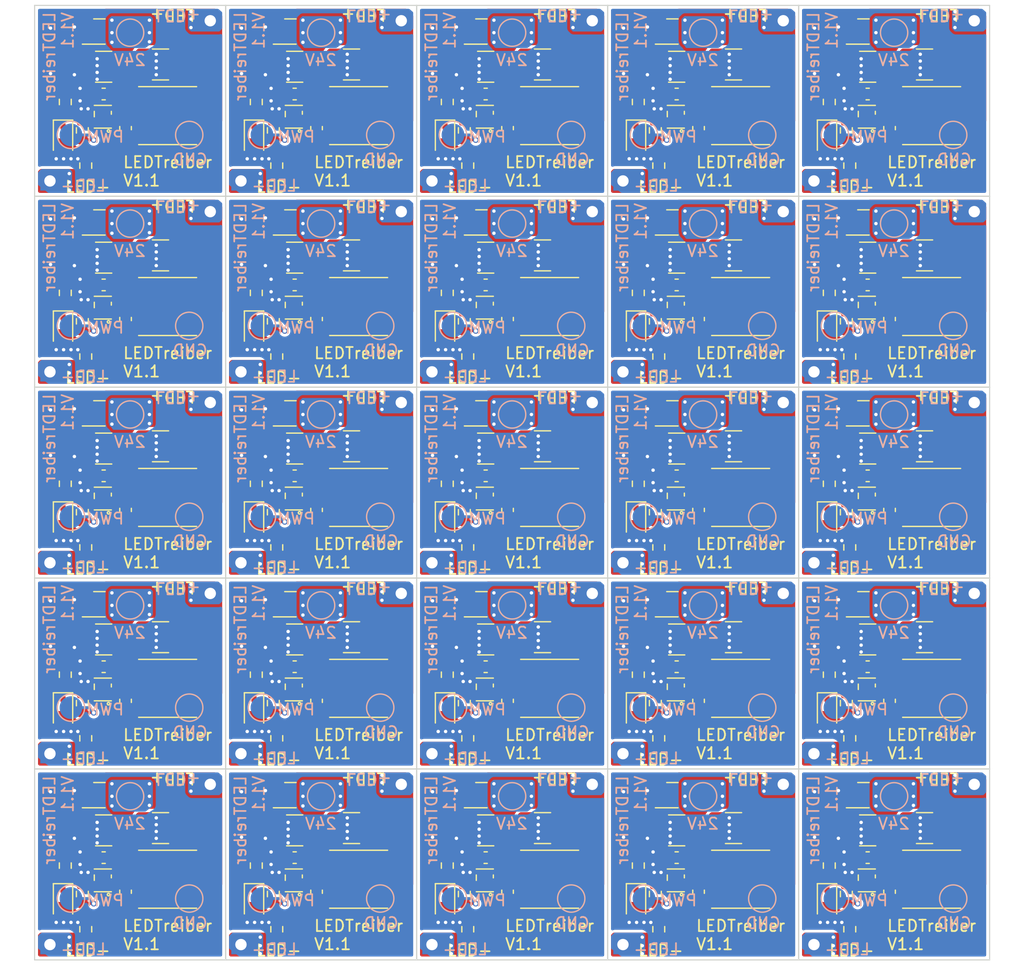
<source format=kicad_pcb>
(kicad_pcb (version 20221018) (generator pcbnew)
  (layers (0 "F.Cu" signal) (31 "B.Cu" signal) (34 "B.Paste" user) (35 "F.Paste" user) (36 "B.SilkS" user "B.Silkscreen") (37 "F.SilkS" user "F.Silkscreen") (38 "B.Mask" user) (39 "F.Mask" user) (44 "Edge.Cuts" user))
  (net 0 "")
  (net 1 "GND")
  (net 2 "/LED+")
  (net 3 "Net-(U1-BOOT)")
  (net 4 "Net-(U1-SW)")
  (net 5 "+24V")
  (net 6 "/PWM")
  (net 7 "/LED-")
  (net 8 "Net-(D1-K)")
  (footprint "Resistor_SMD:R_0603_1608Metric" (layer "F.Cu") (at 98.4 63.1 90)
    (fp_text reference "R2" hide)
    (fp_text value "0R36")
  )
  (footprint "Connector_PinHeader_2.54mm:PinHeader_1x01_P2.54mm_Vertical" (layer "F.Cu") (at 159.75 50.35)
    (fp_text reference "J1" hide)
    (fp_text value "Conn_01x01_Pin" hide)
  )
  (footprint "Bergi:VQFN-HR" (layer "F.Cu") (at 150.3 92.4 180)
    (fp_text reference "U1" hide)
    (fp_text value "TPS92200DxRXL")
  )
  (footprint "Inductor_SMD:L_Taiyo-Yuden_NR-50xx" (layer "F.Cu") (at 122.4 92.3)
    (fp_text reference "L1" hide)
    (fp_text value "15µH")
  )
  (footprint "Bergi:VQFN-HR" (layer "F.Cu") (at 99.9 109.2 180)
    (fp_text reference "U1" hide)
    (fp_text value "TPS92200DxRXL")
  )
  (footprint "Connector_PinHeader_2.54mm:PinHeader_1x01_P2.54mm_Vertical" (layer "F.Cu") (at 126.15 67.15)
    (fp_text reference "J1" hide)
    (fp_text value "Conn_01x01_Pin" hide)
  )
  (footprint "Connector_PinHeader_2.54mm:PinHeader_1x01_P2.54mm_Vertical" (layer "F.Cu") (at 109.35 83.95)
    (fp_text reference "J1" hide)
    (fp_text value "Conn_01x01_Pin" hide)
  )
  (footprint "Connector_PinHeader_2.54mm:PinHeader_1x01_P2.54mm_Vertical" (layer "F.Cu") (at 95.25 114.85)
    (fp_text reference "J2" hide)
    (fp_text value "Conn_01x01_Pin" hide)
  )
  (footprint "Connector_PinHeader_2.54mm:PinHeader_1x01_P2.54mm_Vertical" (layer "F.Cu") (at 128.85 64.45)
    (fp_text reference "J2" hide)
    (fp_text value "Conn_01x01_Pin" hide)
  )
  (footprint "Capacitor_SMD:C_0603_1608Metric" (layer "F.Cu") (at 152.3 93.4 90)
    (fp_text reference "C2" hide)
    (fp_text value "100n")
  )
  (footprint "Package_SON:WSON-6-1EP_2x2mm_P0.65mm_EP1x1.6mm" (layer "F.Cu") (at 132.7 34.5)
    (fp_text reference "U2" hide)
    (fp_text value "TVS2700DRV")
  )
  (footprint "Resistor_SMD:R_0603_1608Metric" (layer "F.Cu") (at 115.2 46.3 90)
    (fp_text reference "R2" hide)
    (fp_text value "0R36")
  )
  (footprint "Capacitor_SMD:C_1210_3225Metric" (layer "F.Cu") (at 155.375 54.2)
    (fp_text reference "C1" hide)
    (fp_text value "10µ")
  )
  (footprint "Bergi:VQFN-HR" (layer "F.Cu") (at 83.1 92.4 180)
    (fp_text reference "U1" hide)
    (fp_text value "TPS92200DxRXL")
  )
  (footprint "Resistor_SMD:R_0603_1608Metric" (layer "F.Cu") (at 98.4 46.3 90)
    (fp_text reference "R2" hide)
    (fp_text value "0R36")
  )
  (footprint "Capacitor_SMD:C_1210_3225Metric" (layer "F.Cu") (at 133.575 54.4)
    (fp_text reference "C3" hide)
    (fp_text value "10µ")
  )
  (footprint "Inductor_SMD:L_Taiyo-Yuden_NR-50xx" (layer "F.Cu") (at 88.8 109.1)
    (fp_text reference "L1" hide)
    (fp_text value "15µH")
  )
  (footprint "Diode_SMD:D_SOD-323" (layer "F.Cu") (at 130 111.1 -90)
    (fp_text reference "D1" hide)
    (fp_text value "3V3")
  )
  (footprint "Resistor_SMD:R_0603_1608Metric" (layer "F.Cu") (at 81.3 110.4 90)
    (fp_text reference "R3" hide)
    (fp_text value "1k")
  )
  (footprint "Inductor_SMD:L_Taiyo-Yuden_NR-50xx" (layer "F.Cu") (at 88.8 41.9)
    (fp_text reference "L1" hide)
    (fp_text value "15µH")
  )
  (footprint "Connector_PinHeader_2.54mm:PinHeader_1x01_P2.54mm_Vertical" (layer "F.Cu") (at 142.95 83.95)
    (fp_text reference "J1" hide)
    (fp_text value "Conn_01x01_Pin" hide)
  )
  (footprint "Connector_PinHeader_2.54mm:PinHeader_1x01_P2.54mm_Vertical" (layer "F.Cu") (at 142.95 50.35)
    (fp_text reference "J1" hide)
    (fp_text value "Conn_01x01_Pin" hide)
  )
  (footprint "Connector_PinHeader_2.54mm:PinHeader_1x01_P2.54mm_Vertical" (layer "F.Cu") (at 92.55 83.95)
    (fp_text reference "J1" hide)
    (fp_text value "Conn_01x01_Pin" hide)
  )
  (footprint "Capacitor_SMD:C_1210_3225Metric" (layer "F.Cu") (at 104.975 71)
    (fp_text reference "C1" hide)
    (fp_text value "10µ")
  )
  (footprint "Resistor_SMD:R_0603_1608Metric" (layer "F.Cu") (at 79.8 40.7 -90)
    (fp_text reference "R1" hide)
    (fp_text value "1M")
  )
  (footprint "Resistor_SMD:R_0603_1608Metric" (layer "F.Cu") (at 79.8 107.9 -90)
    (fp_text reference "R1" hide)
    (fp_text value "1M")
  )
  (footprint "Connector_PinHeader_2.54mm:PinHeader_1x01_P2.54mm_Vertical" (layer "F.Cu") (at 126.15 83.95)
    (fp_text reference "J1" hide)
    (fp_text value "Conn_01x01_Pin" hide)
  )
  (footprint "Resistor_SMD:R_0603_1608Metric" (layer "F.Cu") (at 114.9 60 90)
    (fp_text reference "R3" hide)
    (fp_text value "1k")
  )
  (footprint "Resistor_SMD:R_0603_1608Metric" (layer "F.Cu") (at 147 91.1 -90)
    (fp_text reference "R1" hide)
    (fp_text value "1M")
  )
  (footprint "Bergi:VQFN-HR" (layer "F.Cu") (at 116.7 58.8 180)
    (fp_text reference "U1" hide)
    (fp_text value "TPS92200DxRXL")
  )
  (footprint "Connector_PinHeader_2.54mm:PinHeader_1x01_P2.54mm_Vertical" (layer "F.Cu") (at 142.95 67.15)
    (fp_text reference "J1" hide)
    (fp_text value "Conn_01x01_Pin" hide)
  )
  (footprint "Inductor_SMD:L_Taiyo-Yuden_NR-50xx" (layer "F.Cu") (at 88.8 92.3)
    (fp_text reference "L1" hide)
    (fp_text value "15µH")
  )
  (footprint "Bergi:VQFN-HR" (layer "F.Cu") (at 116.7 75.6 180)
    (fp_text reference "U1" hide)
    (fp_text value "TPS92200DxRXL")
  )
  (footprint "Connector_PinHeader_2.54mm:PinHeader_1x01_P2.54mm_Vertical" (layer "F.Cu") (at 128.85 47.65)
    (fp_text reference "J2" hide)
    (fp_text value "Conn_01x01_Pin" hide)
  )
  (footprint "Capacitor_SMD:C_0603_1608Metric" (layer "F.Cu") (at 118.7 93.4 90)
    (fp_text reference "C2" hide)
    (fp_text value "100n")
  )
  (footprint "Resistor_SMD:R_0603_1608Metric" (layer "F.Cu") (at 81.3 60 90)
    (fp_text reference "R3" hide)
    (fp_text value "1k")
  )
  (footprint "Resistor_SMD:R_0603_1608Metric" (layer "F.Cu") (at 79.8 57.5 -90)
    (fp_text reference "R1" hide)
    (fp_text value "1M")
  )
  (footprint "Bergi:VQFN-HR" (layer "F.Cu") (at 99.9 92.4 180)
    (fp_text reference "U1" hide)
    (fp_text value "TPS92200DxRXL")
  )
  (footprint "Resistor_SMD:R_0603_1608Metric" (layer "F.Cu") (at 147 74.3 -90)
    (fp_text reference "R1" hide)
    (fp_text value "1M")
  )
  (footprint "Connector_PinHeader_2.54mm:PinHeader_1x01_P2.54mm_Vertical" (layer "F.Cu") (at 78.45 98.05)
    (fp_text reference "J2" hide)
    (fp_text value "Conn_01x01_Pin" hide)
  )
  (footprint "Diode_SMD:D_SOD-323" (layer "F.Cu") (at 79.6 94.3 -90)
    (fp_text reference "D1" hide)
    (fp_text value "3V3")
  )
  (footprint "Resistor_SMD:R_0603_1608Metric" (layer "F.Cu") (at 148.5 93.6 90)
    (fp_text reference "R3" hide)
    (fp_text value "1k")
  )
  (footprint "Bergi:VQFN-HR" (layer "F.Cu") (at 150.3 109.2 180)
    (fp_text reference "U1" hide)
    (fp_text value "TPS92200DxRXL")
  )
  (footprint "Package_SON:WSON-6-1EP_2x2mm_P0.65mm_EP1x1.6mm" (layer "F.Cu") (at 115.9 51.3)
    (fp_text reference "U2" hide)
    (fp_text value "TVS2700DRV")
  )
  (footprint "Capacitor_SMD:C_1210_3225Metric" (layer "F.Cu") (at 99.975 104.8)
    (fp_text reference "C3" hide)
    (fp_text value "10µ")
  )
  (footprint "Package_SON:WSON-6-1EP_2x2mm_P0.65mm_EP1x1.6mm" (layer "F.Cu") (at 149.5 34.5)
    (fp_text reference "U2" hide)
    (fp_text value "TVS2700DRV")
  )
  (footprint "Capacitor_SMD:C_1210_3225Metric" (layer "F.Cu") (at 138.575 37.4)
    (fp_text reference "C1" hide)
    (fp_text value "10µ")
  )
  (footprint "Connector_PinHeader_2.54mm:PinHeader_1x01_P2.54mm_Vertical" (layer "F.Cu") (at 92.55 33.55)
    (fp_text reference "J1" hide)
    (fp_text value "Conn_01x01_Pin" hide)
  )
  (footprint "Capacitor_SMD:C_0603_1608Metric" (layer "F.Cu") (at 152.3 110.2 90)
    (fp_text reference "C2" hide)
    (fp_text value "100n")
  )
  (footprint "Capacitor_SMD:C_0603_1608Metric" (layer "F.Cu") (at 150.375 56.8)
    (fp_text reference "C4" hide)
    (fp_text value "100n")
  )
  (footprint "Connector_PinHeader_2.54mm:PinHeader_1x01_P2.54mm_Vertical" (layer "F.Cu") (at 145.65 64.45)
    (fp_text reference "J2" hide)
    (fp_text value "Conn_01x01_Pin" hide)
  )
  (footprint "Connector_PinHeader_2.54mm:PinHeader_1x01_P2.54mm_Vertical" (layer "F.Cu") (at 145.65 47.65)
    (fp_text reference "J2" hide)
    (fp_text value "Conn_01x01_Pin" hide)
  )
  (footprint "Connector_PinHeader_2.54mm:PinHeader_1x01_P2.54mm_Vertical" (layer "F.Cu") (at 95.25 47.65)
    (fp_text reference "J2" hide)
    (fp_text value "Conn_01x01_Pin" hide)
  )
  (footprint "Package_SON:WSON-6-1EP_2x2mm_P0.65mm_EP1x1.6mm" (layer "F.Cu") (at 82.3 84.9)
    (fp_text reference "U2" hide)
    (fp_text value "TVS2700DRV")
  )
  (footprint "Capacitor_SMD:C_1210_3225Metric" (layer "F.Cu") (at 83.175 54.4)
    (fp_text reference "C3" hide)
    (fp_text value "10µ")
  )
  (footprint "Package_SON:WSON-6-1EP_2x2mm_P0.65mm_EP1x1.6mm" (layer "F.Cu") (at 115.9 34.5)
    (fp_text reference "U2" hide)
    (fp_text value "TVS2700DRV")
  )
  (footprint "Connector_PinHeader_2.54mm:PinHeader_1x01_P2.54mm_Vertical" (layer "F.Cu") (at 109.35 100.75)
    (fp_text reference "J1" hide)
    (fp_text value "Conn_01x01_Pin" hide)
  )
  (footprint "Capacitor_SMD:C_0603_1608Metric" (layer "F.Cu") (at 152.3 43 90)
    (fp_text reference "C2" hide)
    (fp_text value "100n")
  )
  (footprint "Capacitor_SMD:C_1210_3225Metric" (layer "F.Cu") (at 138.575 71)
    (fp_text reference "C1" hide)
    (fp_text value "10µ")
  )
  (footprint "Inductor_SMD:L_Taiyo-Yuden_NR-50xx" (layer "F.Cu") (at 139.2 75.5)
    (fp_text reference "L1" hide)
    (fp_text value "15µH")
  )
  (footprint "Inductor_SMD:L_Taiyo-Yuden_NR-50xx" (layer "F.Cu") (at 122.4 58.7)
    (fp_text reference "L1" hide)
    (fp_text value "15µH")
  )
  (footprint "Resistor_SMD:R_0603_1608Metric" (layer "F.Cu") (at 115.2 63.1 90)
    (fp_text reference "R2" hide)
    (fp_text value "0R36")
  )
  (footprint "Connector_PinHeader_2.54mm:PinHeader_1x01_P2.54mm_Vertical" (layer "F.Cu") (at 128.85 81.25)
    (fp_text reference "J2" hide)
    (fp_text value "Conn_01x01_Pin" hide)
  )
  (footprint "Diode_SMD:D_SOD-323" (layer "F.Cu") (at 113.2 111.1 -90)
    (fp_text reference "D1" hide)
    (fp_text value "3V3")
  )
  (footprint "Diode_SMD:D_SOD-323" (layer "F.Cu") (at 113.2 77.5 -90)
    (fp_text reference "D1" hide)
    (fp_text value "3V3")
  )
  (footprint "Resistor_SMD:R_0603_1608Metric" (layer "F.Cu") (at 113.4 57.5 -90)
    (fp_text reference "R1" hide)
    (fp_text value "1M")
  )
  (footprint "Inductor_SMD:L_Taiyo-Yuden_NR-50xx" (layer "F.Cu") (at 122.4 109.1)
    (fp_text reference "L1" hide)
    (fp_text value "15µH")
  )
  (footprint "Capacitor_SMD:C_0603_1608Metric" (layer "F.Cu") (at 150.375 90.4)
    (fp_text reference "C4" hide)
    (fp_text value "100n")
  )
  (footprint "Package_SON:WSON-6-1EP_2x2mm_P0.65mm_EP1x1.6mm" (layer "F.Cu") (at 132.7 101.7)
    (fp_text reference "U2" hide)
    (fp_text value "TVS2700DRV")
  )
  (footprint "Resistor_SMD:R_0603_1608Metric" (layer "F.Cu") (at 114.9 76.8 90)
    (fp_text reference "R3" hide)
    (fp_text value "1k")
  )
  (footprint "Resistor_SMD:R_0603_1608Metric" (layer "F.Cu") (at 81.6 63.1 90)
    (fp_text reference "R2" hide)
    (fp_text value "0R36")
  )
  (footprint "Bergi:VQFN-HR" (layer "F.Cu") (at 150.3 58.8 180)
    (fp_text reference "U1" hide)
    (fp_text value "TPS92200DxRXL")
  )
  (footprint "Diode_SMD:D_SOD-323" (layer "F.Cu") (at 79.6 111.1 -90)
    (fp_text reference "D1" hide)
    (fp_text value "3V3")
  )
  (footprint "Bergi:VQFN-HR" (layer "F.Cu") (at 133.5 92.4 180)
    (fp_text reference "U1" hide)
    (fp_text value "TPS92200DxRXL")
  )
  (footprint "Resistor_SMD:R_0603_1608Metric" (layer "F.Cu") (at 81.3 76.8 90)
    (fp_text reference "R3" hide)
    (fp_text value "1k")
  )
  (footprint "Package_SON:WSON-6-1EP_2x2mm_P0.65mm_EP1x1.6mm" (layer "F.Cu") (at 115.9 68.1)
    (fp_text reference "U2" hide)
    (fp_text value "TVS2700DRV")
  )
  (footprint "Capacitor_SMD:C_1210_3225Metric" (layer "F.Cu") (at 104.975 37.4)
    (fp_text reference "C1" hide)
    (fp_text value "10µ")
  )
  (footprint "Package_SON:WSON-6-1EP_2x2mm_P0.65mm_EP1x1.6mm" (layer "F.Cu") (at 132.7 68.1)
    (fp_text reference "U2" hide)
    (fp_text value "TVS2700DRV")
  )
  (footprint "Resistor_SMD:R_0603_1608Metric" (layer "F.Cu") (at 148.8 46.3 90)
    (fp_text reference "R2" hide)
    (fp_text value "0R36")
  )
  (footprint "Capacitor_SMD:C_0603_1608Metric" (layer "F.Cu") (at 85.1 110.2 90)
    (fp_text reference "C2" hide)
    (fp_text value "100n")
  )
  (footprint "Resistor_SMD:R_0603_1608Metric" (layer "F.Cu") (at 132 113.5 90)
    (fp_text reference "R2" hide)
    (fp_text value "0R36")
  )
  (footprint "Resistor_SMD:R_0603_1608Metric" (layer "F.Cu") (at 132 96.7 90)
    (fp_text reference "R2" hide)
    (fp_text value "0R36")
  )
  (footprint "Package_SON:WSON-6-1EP_2x2mm_P0.65mm_EP1x1.6mm" (layer "F.Cu") (at 82.3 34.5)
    (fp_text reference "U2" hide)
    (fp_text value "TVS2700DRV")
  )
  (footprint "Resistor_SMD:R_0603_1608Metric" (layer "F.Cu") (at 131.7 43.2 90)
    (fp_text reference "R3" hide)
    (fp_text value "1k")
  )
  (footprint "Capacitor_SMD:C_0603_1608Metric" (layer "F.Cu") (at 150.375 40)
    (fp_text reference "C4" hide)
    (fp_text value "100n")
  )
  (footprint "Connector_PinHeader_2.54mm:PinHeader_1x01_P2.54mm_Vertical" (layer "F.Cu") (at 92.55 67.15)
    (fp_text reference "J1" hide)
    (fp_text value "Conn_01x01_Pin" hide)
  )
  (footprint "Bergi:VQFN-HR" (layer "F.Cu") (at 99.9 75.6 180)
    (fp_text reference "U1" hide)
    (fp_text value "TPS92200DxRXL")
  )
  (footprint "Inductor_SMD:L_Taiyo-Yuden_NR-50xx" (layer "F.Cu") (at 139.2 92.3)
    (fp_text reference "L1" hide)
    (fp_text value "15µH")
  )
  (footprint "Connector_PinHeader_2.54mm:PinHeader_1x01_P2.54mm_Vertical" (layer "F.Cu") (at 112.05 47.65)
    (fp_text reference "J2" hide)
    (fp_text value "Conn_01x01_Pin" hide)
  )
  (footprint "Capacitor_SMD:C_1210_3225Metric" (layer "F.Cu") (at 99.975 71.2)
    (fp_text reference "C3" hide)
    (fp_text value "10µ")
  )
  (footprint "Diode_SMD:D_SOD-323" (layer "F.Cu") (at 113.2 60.7 -90)
    (fp_text reference "D1" hide)
    (fp_text value "3V3")
  )
  (footprint "Capacitor_SMD:C_1210_3225Metric" (layer "F.Cu") (at 121.775 54.2)
    (fp_text reference "C1" hide)
    (fp_text value "10µ")
  )
  (footprint "Diode_SMD:D_SOD-323" (layer "F.Cu") (at 96.4 60.7 -90)
    (fp_text reference "D1" hide)
    (fp_text value "3V3")
  )
  (footprint "Connector_PinHeader_2.54mm:PinHeader_1x01_P2.54mm_Vertical" (layer "F.Cu") (at 145.65 81.25)
    (fp_text reference "J2" hide)
    (fp_text value "Conn_01x01_Pin" hide)
  )
  (footprint "Resistor_SMD:R_0603_1608Metric" (layer "F.Cu") (at 96.6 91.1 -90)
    (fp_text reference "R1" hide)
    (fp_text value "1M")
  )
  (footprint "Bergi:VQFN-HR" (layer "F.Cu") (at 83.1 75.6 180)
    (fp_text reference "U1" hide)
    (fp_text value "TPS92200DxRXL")
  )
  (footprint "Bergi:VQFN-HR" (layer "F.Cu") (at 133.5 75.6 180)
    (fp_text reference "U1" hide)
    (fp_text value "TPS92200DxRXL")
  )
  (footprint "Package_SON:WSON-6-1EP_2x2mm_P0.65mm_EP1x1.6mm" (layer "F.Cu") (at 99.1 34.5)
    (fp_text reference "U2" hide)
    (fp_text value "TVS2700DRV")
  )
  (footprint "Inductor_SMD:L_Taiyo-Yuden_NR-50xx" (layer "F.Cu") (at 139.2 109.1)
    (fp_text reference "L1" hide)
    (fp_text value "15µH")
  )
  (footprint "Bergi:VQFN-HR" (layer "F.Cu") (at 83.1 42 180)
    (fp_text reference "U1" hide)
    (fp_text value "TPS92200DxRXL")
  )
  (footprint "Capacitor_SMD:C_0603_1608Metric" (layer "F.Cu") (at 85.1 43 90)
    (fp_text reference "C2" hide)
    (fp_text value "100n")
  )
  (footprint "Inductor_SMD:L_Taiyo-Yuden_NR-50xx" (layer "F.Cu") (at 105.6 58.7)
    (fp_text reference "L1" hide)
    (fp_text value "15µH")
  )
  (footprint "Resistor_SMD:R_0603_1608Metric" (layer "F.Cu") (at 131.7 76.8 90)
    (fp_text reference "R3" hide)
    (fp_text value "1k")
  )
  (footprint "Capacitor_SMD:C_1210_3225Metric" (layer "F.Cu") (at 138.575 54.2)
    (fp_text reference "C1" hide)
    (fp_text value "10µ")
  )
  (footprint "Capacitor_SMD:C_1210_3225Metric" (layer "F.Cu") (at 150.375 54.4)
    (fp_text reference "C3" hide)
    (fp_text value "10µ")
  )
  (footprint "Resistor_SMD:R_0603_1608Metric" (layer "F.Cu") (at 98.1 60 90)
    (fp_text reference "R3" hide)
    (fp_text value "1k")
  )
  (footprint "Bergi:VQFN-HR" (layer "F.Cu") (at 99.9 58.8 180)
    (fp_text reference "U1" hide)
    (fp_text value "TPS92200DxRXL")
  )
  (footprint "Capacitor_SMD:C_0603_1608Metric" (layer "F.Cu") (at 83.175 107.2)
    (fp_text reference "C4" hide)
    (fp_text value "100n")
  )
  (footprint "Capacitor_SMD:C_1210_3225Metric" (layer "F.Cu") (at 83.175 104.8)
    (fp_text reference "C3" hide)
    (fp_text value "10µ")
  )
  (footprint "Resistor_SMD:R_0603_1608Metric" (layer "F.Cu") (at 147 57.5 -90)
    (fp_text reference "R1" hide)
    (fp_text value "1M")
  )
  (footprint "Capacitor_SMD:C_0603_1608Metric" (layer "F.Cu") (at 133.575 40)
    (fp_text reference "C4" hide)
    (fp_text value "100n")
  )
  (footprint "Diode_SMD:D_SOD-323" (layer "F.Cu") (at 130 94.3 -90)
    (fp_text reference "D1" hide)
    (fp_text value "3V3")
  )
  (footprint "Capacitor_SMD:C_0603_1608Metric" (layer "F.Cu") (at 133.575 107.2)
    (fp_text reference "C4" hide)
    (fp_text value "100n")
  )
  (footprint "Capacitor_SMD:C_1210_3225Metric" (layer "F.Cu") (at 88.175 54.2)
    (fp_text reference "C1" hide)
    (fp_text value "10µ")
  )
  (footprint "Resistor_SMD:R_0603_1608Metric" (layer "F.Cu") (at 98.1 110.4 90)
    (fp_text reference "R3" hide)
    (fp_text value "1k")
  )
  (footprint "Connector_PinHeader_2.54mm:PinHeader_1x01_P2.54mm_Vertical" (layer "F.Cu") (at 92.55 50.35)
    (fp_text reference "J1" hide)
    (fp_text value "Conn_01x01_Pin" hide)
  )
  (footprint "Inductor_SMD:L_Taiyo-Yuden_NR-50xx" (layer "F.Cu") (at 139.2 41.9)
    (fp_text reference "L1" hide)
    (fp_text value "15µH")
  )
  (footprint "Capacitor_SMD:C_1210_3225Metric" (layer "F.Cu") (at 150.375 104.8)
    (fp_text reference "C3" hide)
    (fp_text value "10µ")
  )
  (footprint "Resistor_SMD:R_0603_1608Metric" (layer "F.Cu") (at 81.3 93.6 90)
    (fp_text reference "R3" hide)
    (fp_text value "1k")
  )
  (footprint "Resistor_SMD:R_0603_1608Metric" (layer "F.Cu") (at 132 79.9 90)
    (fp_text reference "R2" hide)
    (fp_text value "0R36")
  )
  (footprint "Package_SON:WSON-6-1EP_2x2mm_P0.65mm_EP1x1.6mm" (layer "F.Cu") (at 149.5 51.3)
    (fp_text reference "U2" hide)
    (fp_text value "TVS2700DRV")
  )
  (footprint "Capacitor_SMD:C_0603_1608Metric" (layer "F.Cu") (at 83.175 56.8)
    (fp_text reference "C4" hide)
    (fp_text value "100n")
  )
  (footprint "Capacitor_SMD:C_1210_3225Metric" (layer "F.Cu") (at 116.775 37.6)
    (fp_text reference "C3" hide)
    (fp_text value "10µ")
  )
  (footprint "Package_SON:WSON-6-1EP_2x2mm_P0.65mm_EP1x1.6mm" (layer "F.Cu") (at 99.1 101.7)
    (fp_text reference "U2" hide)
    (fp_text value "TVS2700DRV")
  )
  (footprint "Package_SON:WSON-6-1EP_2x2mm_P0.65mm_EP1x1.6mm" (layer "F.Cu") (at 99.1 51.3)
    (fp_text reference "U2" hide)
    (fp_text value "TVS2700DRV")
  )
  (footprint "Capacitor_SMD:C_1210_3225Metric" (layer "F.Cu") (at 121.775 37.4)
    (fp_text reference "C1" hide)
    (fp_text value "10µ")
  )
  (footprint "Inductor_SMD:L_Taiyo-Yuden_NR-50xx" (layer "F.Cu") (at 156 75.5)
    (fp_text reference "L1" hide)
    (fp_text value "15µH")
  )
  (footprint "Capacitor_SMD:C_0603_1608Metric" (layer "F.Cu") (at 118.7 59.8 90)
    (fp_text reference "C2" hide)
    (fp_text value "100n")
  )
  (footprint "Resistor_SMD:R_0603_1608Metric" (layer "F.Cu") (at 115.2 96.7 90)
    (fp_text reference "R2" hide)
    (fp_text value "0R36")
  )
  (footprint "Resistor_SMD:R_0603_1608Metric" (layer "F.Cu") (at 96.6 74.3 -90)
    (fp_text reference "R1" hide)
    (fp_text value "1M")
  )
  (footprint "Connector_PinHeader_2.54mm:PinHeader_1x01_P2.54mm_Vertical" (layer "F.Cu") (at 159.75 83.95)
    (fp_text reference "J1" hide)
    (fp_text value "Conn_01x01_Pin" hide)
  )
  (footprint "Capacitor_SMD:C_0603_1608Metric" (layer "F.Cu") (at 152.3 76.6 90)
    (fp_text reference "C2" hide)
    (fp_text value "100n")
  )
  (footprint "Diode_SMD:D_SOD-323" (layer "F.Cu") (at 130 60.7 -90)
    (fp_text reference "D1" hide)
    (fp_text value "3V3")
  )
  (footprint "Connector_PinHeader_2.54mm:PinHeader_1x01_P2.54mm_Vertical" (layer "F.Cu") (at 109.35 33.55)
    (fp_text reference "J1" hide)
    (fp_text value "Conn_01x01_Pin" hide)
  )
  (footprint "Capacitor_SMD:C_0603_1608Metric" (layer "F.Cu") (at 116.775 40)
    (fp_text reference "C4" hide)
    (fp_text value "100n")
  )
  (footprint "Resistor_SMD:R_0603_1608Metric" (layer "F.Cu") (at 81.3 43.2 90)
    (fp_text reference "R3" hide)
    (fp_text value "1k")
  )
  (footprint "Resistor_SMD:R_0603_1608Metric" (layer "F.Cu") (at 81.6 96.7 90)
    (fp_text reference "R2" hide)
    (fp_text value "0R36")
  )
  (footprint "Inductor_SMD:L_Taiyo-Yuden_NR-50xx" (layer "F.Cu") (at 88.8 58.7)
    (fp_text reference "L1" hide)
    (fp_text value "15µH")
  )
  (footprint "Capacitor_SMD:C_1210_3225Metric" (layer "F.Cu") (at 121.775 87.8)
    (fp_text reference "C1" hide)
    (fp_text value "10µ")
  )
  (footprint "Bergi:VQFN-HR" (layer "F.Cu") (at 150.3 75.6 180)
    (fp_text reference "U1" hide)
    (fp_text value "TPS92200DxRXL")
  )
  (footprint "Capacitor_SMD:C_1210_3225Metric" (layer "F.Cu") (at 104.975 87.8)
    (fp_text reference "C1" hide)
    (fp_text value "10µ")
  )
  (footprint "Resistor_SMD:R_0603_1608Metric" (layer "F.Cu") (at 114.9 93.6 90)
    (fp_text reference "R3" hide)
    (fp_text value "1k")
  )
  (footprint "Inductor_SMD:L_Taiyo-Yuden_NR-50xx" (layer "F.Cu") (at 139.2 58.7)
    (fp_text reference "L1" hide)
    (fp_text value "15µH")
  )
  (footprint "Inductor_SMD:L_Taiyo-Yuden_NR-50xx" (layer "F.Cu") (at 156 109.1)
    (fp_text reference "L1" hide)
    (fp_text value "15µH")
  )
  (footprint "Resistor_SMD:R_0603_1608Metric" (layer "F.Cu") (at 148.5 60 90)
    (fp_text reference "R3" hide)
    (fp_text value "1k")
  )
  (footprint "Package_SON:WSON-6-1EP_2x2mm_P0.65mm_EP1x1.6mm" (layer "F.Cu") (at 82.3 101.7)
    (fp_text reference "U2" hide)
    (fp_text value "TVS2700DRV")
  )
  (footprint "Capacitor_SMD:C_0603_1608Metric" (layer "F.Cu") (at 135.5 76.6 90)
    (fp_text reference "C2" hide)
    (fp_text value "100n")
  )
  (footprint "Resistor_SMD:R_0603_1608Metric" (layer "F.Cu") (at 130.2 91.1 -90)
    (fp_text reference "R1" hide)
    (fp_text value "1M")
  )
  (footprint "Resistor_SMD:R_0603_1608Metric" (layer "F.Cu") (at 148.5 43.2 90)
    (fp_text reference "R3" hide)
    (fp_text value "1k")
  )
  (footprint "Resistor_SMD:R_0603_1608Metric" (layer "F.Cu") (at 147 107.9 -90)
    (fp_text reference "R1" hide)
    (fp_text value "1M")
  )
  (footprint "Capacitor_SMD:C_1210_3225Metric" (layer "F.Cu") (at 138.575 87.8)
    (fp_text reference "C1" hide)
    (fp_text value "10µ")
  )
  (footprint "Capacitor_SMD:C_1210_3225Metric" (layer "F.Cu") (at 88.175 71)
    (fp_text reference "C1" hide)
    (fp_text value "10µ")
  )
  (footprint "Resistor_SMD:R_0603_1608Metric" (layer "F.Cu") (at 130.2 74.3 -90)
    (fp_text reference "R1" hide)
    (fp_text value "1M")
  )
  (footprint "Capacitor_SMD:C_0603_1608Metric" (layer "F.Cu") (at 101.9 76.6 90)
    (fp_text reference "C2" hide)
    (fp_text value "100n")
  )
  (footprint "Resistor_SMD:R_0603_1608Metric" (layer "F.Cu") (at 148.5 76.8 90)
    (fp_text reference "R3" hide)
    (fp_text value "1k")
  )
  (footprint "Capacitor_SMD:C_0603_1608Metric" (layer "F.Cu") (at 83.175 73.6)
    (fp_text reference "C4" hide)
    (fp_text value "100n")
  )
  (footprint "Capacitor_SMD:C_0603_1608Metric" (layer "F.Cu") (at 101.9 110.2 90)
    (fp_text reference "C2" hide)
    (fp_text value "100n")
  )
  (footprint "Connector_PinHeader_2.54mm:PinHeader_1x01_P2.54mm_Vertical" (layer "F.Cu") (at 112.05 64.45)
    (fp_text reference "J2" hide)
    (fp_text value "Conn_01x01_Pin" hide)
  )
  (footprint "Resistor_SMD:R_0603_1608Metric" (layer "F.Cu") (at 148.5 110.4 90)
    (fp_text reference "R3" hide)
    (fp_text value "1k")
  )
  (footprint "Bergi:VQFN-HR" (layer "F.Cu") (at 116.7 42 180)
    (fp_text reference "U1" hide)
    (fp_text value "TPS92200DxRXL")
  )
  (footprint "Resistor_SMD:R_0603_1608Metric" (layer "F.Cu") (at 96.6 40.7 -90)
    (fp_text reference "R1" hide)
    (fp_text value "1M")
  )
  (footprint "Package_SON:WSON-6-1EP_2x2mm_P0.65mm_EP1x1.6mm" (layer "F.Cu") (at 82.3 68.1)
    (fp_text reference "U2" hide)
    (fp_text value "TVS2700DRV")
  )
  (footprint "Capacitor_SMD:C_1210_3225Metric" (layer "F.Cu") (at 116.775 88)
    (fp_text reference "C3" hide)
    (fp_text value "10µ")
  )
  (footprint "Bergi:VQFN-HR" (layer "F.Cu") (at 116.7 92.4 180)
    (fp_text reference "U1" hide)
    (fp_text value "TPS92200DxRXL")
  )
  (footprint "Resistor_SMD:R_0603_1608Metric" (layer "F.Cu") (at 98.4 79.9 90)
    (fp_text reference "R2" hide)
    (fp_text value "0R36")
  )
  (footprint "Capacitor_SMD:C_0603_1608Metric" (layer "F.Cu") (at 101.9 59.8 90)
    (fp_text reference "C2" hide)
    (fp_text value "100n")
  )
  (footprint "Resistor_SMD:R_0603_1608Metric" (layer "F.Cu") (at 98.1 76.8 90)
    (fp_text reference "R3" hide)
    (fp_text value "1k")
  )
  (footprint "Capacitor_SMD:C_1210_3225Metric" (layer "F.Cu") (at 121.775 104.6)
    (fp_text reference "C1" hide)
    (fp_text value "10µ")
  )
  (footprint "Connector_PinHeader_2.54mm:PinHeader_1x01_P2.54mm_Vertical" (layer "F.Cu") (at 159.75 67.15)
    (fp_text reference "J1" hide)
    (fp_text value "Conn_01x01_Pin" hide)
  )
  (footprint "Capacitor_SMD:C_1210_3225Metric" (layer "F.Cu") (at 116.775 71.2)
    (fp_text reference "C3" hide)
    (fp_text value "10µ")
  )
  (footprint "Resistor_SMD:R_0603_1608Metric" (layer "F.Cu") (at 81.6 46.3 90)
    (fp_text reference "R2" hide)
    (fp_text value "0R36")
  )
  (footprint "Bergi:VQFN-HR" (layer "F.Cu") (at 83.1 109.2 180)
    (fp_text reference "U1" hide)
    (fp_text value "TPS92200DxRXL")
  )
  (footprint "Capacitor_SMD:C_1210_3225Metric" (layer "F.Cu") (at 83.175 71.2)
    (fp_text reference "C3" hide)
    (fp_text value "10µ")
  )
  (footprint "Connector_PinHeader_2.54mm:PinHeader_1x01_P2.54mm_Vertical" (layer "F.Cu") (at 126.15 50.35)
    (fp_text reference "J1" hide)
    (fp_text value "Conn_01x01_Pin" hide)
  )
  (footprint "Inductor_SMD:L_Taiyo-Yuden_NR-50xx" (layer "F.Cu") (at 156 41.9)
    (fp_text reference "L1" hide)
    (fp_text value "15µH")
  )
  (footprint "Resistor_SMD:R_0603_1608Metric" (layer "F.Cu") (at 131.7 93.6 90)
    (fp_text reference "R3" hide)
    (fp_text value "1k")
  )
  (footprint "Connector_PinHeader_2.54mm:PinHeader_1x01_P2.54mm_Vertical" (layer "F.Cu") (at 112.05 114.85)
    (fp_text reference "J2" hide)
    (fp_text value "Conn_01x01_Pin" hide)
  )
  (footprint "Capacitor_SMD:C_1210_3225Metric" (layer "F.Cu") (at 155.375 37.4)
    (fp_text reference "C1" hide)
    (fp_text value "10µ")
  )
  (footprint "Capacitor_SMD:C_1210_3225Metric" (layer "F.Cu") (at 138.575 104.6)
    (fp_text reference "C1" hide)
    (fp_text value "10µ")
  )
  (footprint "Resistor_SMD:R_0603_1608Metric" (layer "F.Cu") (at 98.1 93.6 90)
    (fp_text reference "R3" hide)
    (fp_text value "1k")
  )
  (footprint "Connector_PinHeader_2.54mm:PinHeader_1x01_P2.54mm_Vertical" (layer "F.Cu") (at 128.85 98.05)
    (fp_text reference "J2" hide)
    (fp_text value "Conn_01x01_Pin" hide)
  )
  (footprint "Capacitor_SMD:C_1210_3225Metric" (layer "F.Cu") (at 121.775 71)
    (fp_text reference "C1" hide)
    (fp_text value "10µ")
  )
  (footprint "Bergi:VQFN-HR" (layer "F.Cu") (at 133.5 42 180)
    (fp_text reference "U1" hide)
    (fp_text value "TPS92200DxRXL")
  )
  (footprint "Connector_PinHeader_2.54mm:PinHeader_1x01_P2.54mm_Vertical" (layer "F.Cu") (at 126.15 33.55)
    (fp_text reference "J1" hide)
    (fp_text value "Conn_01x01_Pin" hide)
  )
  (footprint "Resistor_SMD:R_0603_1608Metric" (layer "F.Cu") (at 96.6 107.9 -90)
    (fp_text reference "R1" hide)
    (fp_text value "1M")
  )
  (footprint "Capacitor_SMD:C_1210_3225Metric" (layer "F.Cu") (at 104.975 104.6)
    (fp_text reference "C1" hide)
    (fp_text value "10µ")
  )
  (footprint "Inductor_SMD:L_Taiyo-Yuden_NR-50xx" (layer "F.Cu") (at 105.6 109.1)
    (fp_text reference "L1" hide)
    (fp_text value "15µH")
  )
  (footprint "Diode_SMD:D_SOD-323" (layer "F.Cu") (at 79.6 60.7 -90)
    (fp_text reference "D1" hide)
    (fp_text value "3V3")
  )
  (footprint "Diode_SMD:D_SOD-323" (layer "F.Cu") (at 113.2 94.3 -90)
    (fp_text reference "D1" hide)
    (fp_text value "3V3")
  )
  (footprint "Capacitor_SMD:C_1210_3225Metric" (layer "F.Cu") (at 150.375 88)
    (fp_text reference "C3" hide)
    (fp_text value "10µ")
  )
  (footprint "Capacitor_SMD:C_0603_1608Metric" (layer "F.Cu") (at 116.775 73.6)
    (fp_text reference "C4" hide)
    (fp_text value "100n")
  )
  (footprint "Capacitor_SMD:C_1210_3225Metric" (layer "F.Cu") (at 116.775 54.4)
    (fp_text reference "C3" hide)
    (fp_text value "10µ")
  )
  (footprint "Capacitor_SMD:C_0603_1608Metric" (layer "F.Cu") (at 101.9 93.4 90)
    (fp_text reference "C2" hide)
    (fp_text value "100n")
  )
  (footprint "Resistor_SMD:R_0603_1608Metric" (layer "F.Cu") (at 132 46.3 90)
    (fp_text reference "R2" hide)
    (fp_text value "0R36")
  )
  (footprint "Package_SON:WSON-6-1EP_2x2mm_P0.65mm_EP1x1.6mm" (layer "F.Cu") (at 99.1 84.9)
    (fp_text reference "U2" hide)
    (fp_text value "TVS2700DRV")
  )
  (footprint "Capacitor_SMD:C_1210_3225Metric" (layer "F.Cu") (at 150.375 37.6)
    (fp_text reference "C3" hide)
    (fp_text value "10µ")
  )
  (footprint "Connector_PinHeader_2.54mm:PinHeader_1x01_P2.54mm_Vertical" (layer "F.Cu") (at 145.65 114.85)
    (fp_text reference "J2" hide)
    (fp_text value "Conn_01x01_Pin" hide)
  )
  (footprint "Resistor_SMD:R_0603_1608Metric" (layer "F.Cu") (at 130.2 57.5 -90)
    (fp_text reference "R1" hide)
    (fp_text value "1M")
  )
  (footprint "Package_SON:WSON-6-1EP_2x2mm_P0.65mm_EP1x1.6mm" (layer "F.Cu") (at 132.7 51.3)
    (fp_text reference "U2" hide)
    (fp_text value "TVS2700DRV")
  )
  (footprint "Capacitor_SMD:C_0603_1608Metric" (layer "F.Cu") (at 99.975 73.6)
    (fp_text reference "C4" hide)
    (fp_text value "100n")
  )
  (footprint "Connector_PinHeader_2.54mm:PinHeader_1x01_P2.54mm_Vertical" (layer "F.Cu") (at 142.95 100.75)
    (fp_text reference "J1" hide)
    (fp_text value "Conn_01x01_Pin" hide)
  )
  (footprint "Capacitor_SMD:C_1210_3225Metric" (layer "F.Cu") (at 83.175 37.6)
    (fp_text reference "C3" hide)
    (fp_text value "10µ")
  )
  (footprint "Package_SON:WSON-6-1EP_2x2mm_P0.65mm_EP1x1.6mm" (layer "F.Cu") (at 149.5 84.9)
    (fp_text reference "U2" hide)
    (fp_text value "TVS2700DRV")
  )
  (footprint "Connector_PinHeader_2.54mm:PinHeader_1x01_P2.54mm_Vertical" (layer "F.Cu") (at 95.25 98.05)
    (fp_text reference "J2" hide)
    (fp_text value "Conn_01x01_Pin" hide)
  )
  (footprint "Capacitor_SMD:C_0603_1608Metric" (layer "F.Cu") (at 135.5 93.4 90)
    (fp_text reference "C2" hide)
    (fp_text value "100n")
  )
  (footprint "Capacitor_SMD:C_0603_1608Metric" (layer "F.Cu") (at 133.575 56.8)
    (fp_text reference "C4" hide)
    (fp_text value "100n")
  )
  (footprint "Capacitor_SMD:C_0603_1608Metric" (layer "F.Cu") (at 116.775 107.2)
    (fp_text reference "C4" hide)
    (fp_text value "100n")
  )
  (footprint "Inductor_SMD:L_Taiyo-Yuden_NR-50xx" (layer "F.Cu") (at 156 92.3)
    (fp_text reference "L1" hide)
    (fp_text value "15µH")
  )
  (footprint "Resistor_SMD:R_0603_1608Metric" (layer "F.Cu") (at 130.2 107.9 -90)
    (fp_text reference "R1" hide)
    (fp_text value "1M")
  )
  (footprint "Resistor_SMD:R_0603_1608Metric" (layer "F.Cu") (at 114.9 110.4 90)
    (fp_text reference "R3" hide)
    (fp_text value "1k")
  )
  (footprint "Diode_SMD:D_SOD-323" (layer "F.Cu") (at 96.4 77.5 -90)
    (fp_text reference "D1" hide)
    (fp_text value "3V3")
  )
  (footprint "Connector_PinHeader_2.54mm:PinHeader_1x01_P2.54mm_Vertical" (layer "F.Cu") (at 109.35 50.35)
    (fp_text reference "J1" hide)
    (fp_text value "Conn_01x01_Pin" hide)
  )
  (footprint "Diode_SMD:D_SOD-323" (layer "F.Cu") (at 113.2 43.9 -90)
    (fp_text reference "D1" hide)
    (fp_text value "3V3")
  )
  (footprint "Bergi:VQFN-HR" (layer "F.Cu") (at 116.7 109.2 180)
    (fp_text reference "U1" hide)
    (fp_text value "TPS92200DxRXL")
  )
  (footprint "Connector_PinHeader_2.54mm:PinHeader_1x01_P2.54mm_Vertical" (layer "F.Cu") (at 92.55 100.75)
    (fp_text reference "J1" hide)
    (fp_text value "Conn_01x01_Pin" hide)
  )
  (footprint "Resistor_SMD:R_0603_1608Metric" (layer "F.Cu") (at 98.4 96.7 90)
    (fp_text reference "R2" hide)
    (fp_text value "0R36")
  )
  (footprint "Package_SON:WSON-6-1EP_2x2mm_P0.65mm_EP1x1.6mm" (layer "F.Cu") (at 115.9 84.9)
    (fp_text reference "U2" hide)
    (fp_text value "TVS2700DRV")
  )
  (footprint "Package_SON:WSON-6-1EP_2x2mm_P0.65mm_EP1x1.6mm" (layer "F.Cu") (at 115.9 101.7)
    (fp_text reference "U2" hide)
    (fp_text value "TVS2700DRV")
  )
  (footprint "Capacitor_SMD:C_0603_1608Metric" (layer "F.Cu") (at 99.975 40)
    (fp_text reference "C4" hide)
    (fp_text value "100n")
  )
  (footprint "Bergi:VQFN-HR" (layer "F.Cu") (at 133.5 58.8 180)
    (fp_text reference "U1" hide)
    (fp_text value "TPS92200DxRXL")
  )
  (footprint "Diode_SMD:D_SOD-323" (layer "F.Cu") (at 146.8 60.7 -90)
    (fp_text reference "D1" hide)
    (fp_text value "3V3")
  )
  (footprint "Capacitor_SMD:C_0603_1608Metric" (layer "F.Cu") (at 85.1 93.4 90)
    (fp_text reference "C2" hide)
    (fp_text value "100n")
  )
  (footprint "Diode_SMD:D_SOD-323" (layer "F.Cu") (at 96.4 94.3 -90)
    (fp_text reference "D1" hide)
    (fp_text value "3V3")
  )
  (footprint "Capacitor_SMD:C_0603_1608Metric" (layer "F.Cu") (at 152.3 59.8 90)
    (fp_text reference "C2" hide)
    (fp_text value "100n")
  )
  (footprint "Resistor_SMD:R_0603_1608Metric" (layer "F.Cu") (at 113.4 74.3 -90)
    (fp_text reference "R1" hide)
    (fp_text value "1M")
  )
  (footprint "Capacitor_SMD:C_0603_1608Metric" (layer "F.Cu") (at 83.175 40)
    (fp_text reference "C4" hide)
    (fp_text value "100n")
  )
  (footprint "Connector_PinHeader_2.54mm:PinHeader_1x01_P2.54mm_Vertical" (layer "F.Cu") (at 95.25 64.45)
    (fp_text reference "J2" hide)
    (fp_text value "Conn_01x01_Pin" hide)
  )
  (footprint "Capacitor_SMD:C_0603_1608Metric" (layer "F.Cu") (at 116.775 90.4)
    (fp_text reference "C4" hide)
    (fp_text value "100n")
  )
  (footprint "Diode_SMD:D_SOD-323" (layer "F.Cu") (at 130 77.5 -90)
    (fp_text reference "D1" hide)
    (fp_text value "3V3")
  )
  (footprint "Capacitor_SMD:C_1210_3225Metric" (layer "F.Cu") (at 155.375 104.6)
    (fp_text reference "C1" hide)
    (fp_text value "10µ")
  )
  (footprint "Package_SON:WSON-6-1EP_2x2mm_P0.65mm_EP1x1.6mm" (layer "F.Cu") (at 149.5 101.7)
    (fp_text reference "U2" hide)
    (fp_text value "TVS2700DRV")
  )
  (footprint "Capacitor_SMD:C_0603_1608Metric" (layer "F.Cu") (at 133.575 73.6)
    (fp_text reference "C4" hide)
    (fp_text value "100n")
  )
  (footprint "Resistor_SMD:R_0603_1608Metric" (layer "F.Cu") (at 98.1 43.2 90)
    (fp_text reference "R3" hide)
    (fp_text value "1k")
  )
  (footprint "Connector_PinHeader_2.54mm:PinHeader_1x01_P2.54mm_Vertical" (layer "F.Cu") (at 145.65 98.05)
    (fp_text reference "J2" hide)
    (fp_text value "Conn_01x01_Pin" hide)
  )
  (footprint "Resistor_SMD:R_0603_1608Metric" (layer "F.Cu") (at 148.8 79.9 90)
    (fp_text reference "R2" hide)
    (fp_text value "0R36")
  )
  (footprint "Capacitor_SMD:C_0603_1608Metric" (layer "F.Cu") (at 85.1 76.6 90)
    (fp_text reference "C2" hide)
    (fp_text value "100n")
  )
  (footprint "Capacitor_SMD:C_0603_1608Metric" (layer "F.Cu") (at 85.1 59.8 90)
    (fp_text reference "C2" hide)
    (fp_text value "100n")
  )
  (footprint "Resistor_SMD:R_0603_1608Metric" (layer "F.Cu") (at 79.8 74.3 -90)
    (fp_text reference "R1" hide)
    (fp_text value "1M")
  )
  (footprint "Connector_PinHeader_2.54mm:PinHeader_1x01_P2.54mm_Vertical" (layer "F.Cu") (at 126.15 100.75)
    (fp_text reference "J1" hide)
    (fp_text value "Conn_01x01_Pin" hide)
  )
  (footprint "Capacitor_SMD:C_1210_3225Metric" (layer "F.Cu") (at 150.375 71.2)
    (fp_text reference "C3" hide)
    (fp_text value "10µ")
  )
  (footprint "Diode_SMD:D_SOD-323" (layer "F.Cu") (at 146.8 111.1 -90)
    (fp_text reference "D1" hide)
    (fp_text value "3V3")
  )
  (footprint "Capacitor_SMD:C_1210_3225Metric" (layer "F.Cu") (at 99.975 37.6)
    (fp_text reference "C3" hide)
    (fp_text value "10µ")
  )
  (footprint "Package_SON:WSON-6-1EP_2x2mm_P0.65mm_EP1x1.6mm" (layer "F.Cu") (at 132.7 84.9)
    (fp_text reference "U2" hide)
    (fp_text value "TVS2700DRV")
  )
  (footprint "Resistor_SMD:R_0603_1608Metric" (layer "F.Cu") (at 98.4 113.5 90)
    (fp_text reference "R2" hide)
    (fp_text value "0R36")
  )
  (footprint "Inductor_SMD:L_Taiyo-Yuden_NR-50xx" (layer "F.Cu") (at 88.8 75.5)
    (fp_text reference "L1" hide)
    (fp_text value "15µH")
  )
  (footprint "Capacitor_SMD:C_0603_1608Metric" (layer "F.Cu") (at 101.9 43 90)
    (fp_text reference "C2" hide)
    (fp_text value "100n")
  )
  (footprint "Resistor_SMD:R_0603_1608Metric" (layer "F.Cu") (at 148.8 96.7 90)
    (fp_text reference "R2" hide)
    (fp_text value "0R36")
  )
  (footprint "Resistor_SMD:R_0603_1608Metric" (layer "F.Cu") (at 148.8 113.5 90)
    (fp_text reference "R2" hide)
    (fp_text value "0R36")
  )
  (footprint "Connector_PinHeader_2.54mm:PinHeader_1x01_P2.54mm_Vertical" (layer "F.Cu") (at 78.45 114.85)
    (fp_text reference "J2" hide)
    (fp_text value "Conn_01x01_Pin" hide)
  )
  (footprint "Resistor_SMD:R_0603_1608Metric" (layer "F.Cu") (at 130.2 40.7 -90)
    (fp_text reference "R1" hide)
    (fp_text value "1M")
  )
  (footprint "Diode_SMD:D_SOD-323" (layer "F.Cu") (at 96.4 111.1 -90)
    (fp_text reference "D1" hide)
    (fp_text value "3V3")
  )
  (footprint "Resistor_SMD:R_0603_1608Metric" (layer "F.Cu") (at 113.4 40.7 -90)
    (fp_text reference "R1" hide)
    (fp_text value "1M")
  )
  (footprint "Capacitor_SMD:C_1210_3225Metric" (layer "F.Cu") (at 104.975 54.2)
    (fp_text reference "C1" hide)
    (fp_text value "10µ")
  )
  (footprint "Resistor_SMD:R_0603_1608Metric" (layer "F.Cu") (at 114.9 43.2 90)
    (fp_text reference "R3" hide)
    (fp_text value "1k")
  )
  (footprint "Diode_SMD:D_SOD-323" (layer "F.Cu") (at 146.8 77.5 -90)
    (fp_text reference "D1" hide)
    (fp_text value "3V3")
  )
  (footprint "Diode_SMD:D_SOD-323" (layer "F.Cu") (at 79.6 43.9 -90)
    (fp_text reference "D1" hide)
    (fp_text value "3V3")
  )
  (footprint "Capacitor_SMD:C_1210_3225Metric" (layer "F.Cu") (at 133.575 71.2)
    (fp_text reference "C3" hide)
    (fp_text value "10µ")
  )
  (footprint "Connector_PinHeader_2.54mm:PinHeader_1x01_P2.54mm_Vertical" (layer "F.Cu") (at 128.85 114.85)
    (fp_text reference "J2" hide)
    (fp_text value "Conn_01x01_Pin" hide)
  )
  (footprint "Connector_PinHeader_2.54mm:PinHeader_1x01_P2.54mm_Vertical" (layer "F.Cu") (at 78.45 47.65)
    (fp_text reference "J2" hide)
    (fp_text value "Conn_01x01_Pin" hide)
  )
  (footprint "Bergi:VQFN-HR" (layer "F.Cu") (at 133.5 109.2 180)
    (fp_text reference "U1" hide)
    (fp_text value "TPS92200DxRXL")
  )
  (footprint "Inductor_SMD:L_Taiyo-Yuden_NR-50xx" (layer "F.Cu") (at 105.6 92.3)
    (fp_text reference "L1" hide)
    (fp_text value "15µH")
  )
  (footprint "Inductor_SMD:L_Taiyo-Yuden_NR-50xx" (layer "F.Cu") (at 122.4 75.5)
    (fp_text reference "L1" hide)
    (fp_text value "15µH")
  )
  (footprint "Diode_SMD:D_SOD-323" (layer "F.Cu") (at 146.8 94.3 -90)
    (fp_text reference "D1" hide)
    (fp_text value "3V3")
  )
  (footprint "Connector_PinHeader_2.54mm:PinHeader_1x01_P2.54mm_Vertical" (layer "F.Cu") (at 95.25 81.25)
    (fp_text reference "J2" hide)
    (fp_text value "Conn_01x01_Pin" hide)
  )
  (footprint "Package_SON:WSON-6-1EP_2x2mm_P0.65mm_EP1x1.6mm" (layer "F.Cu") (at 82.3 51.3)
    (fp_text reference "U2" hide)
    (fp_text value "TVS2700DRV")
  )
  (footprint "Capacitor_SMD:C_0603_1608Metric" (layer "F.Cu") (at 116.775 56.8)
    (fp_text reference "C4" hide)
    (fp_text value "100n")
  )
  (footprint "Resistor_SMD:R_0603_1608Metric" (layer "F.Cu") (at 81.6 79.9 90)
    (fp_text reference "R2" hide)
    (fp_text value "0R36")
  )
  (footprint "Connector_PinHeader_2.54mm:PinHeader_1x01_P2.54mm_Vertical" (layer "F.Cu") (at 159.75 100.75)
    (fp_text reference "J1" hide)
    (fp_text value "Conn_01x01_Pin" hide)
  )
  (footprint "Diode_SMD:D_SOD-323" (layer "F.Cu") (at 146.8 43.9 -90)
    (fp_text reference "D1" hide)
    (fp_text value "3V3")
  )
  (footprint "Connector_PinHeader_2.54mm:PinHeader_1x01_P2.54mm_Vertical" (layer "F.Cu") (at 142.95 33.55)
    (fp_text reference "J1" hide)
    (fp_text value "Conn_01x01_Pin" hide)
  )
  (footprint "Inductor_SMD:L_Taiyo-Yuden_NR-50xx" (layer "F.Cu") (at 105.6 75.5)
    (fp_text reference "L1" hide)
    (fp_text value "15µH")
  )
  (footprint "Capacitor_SMD:C_1210_3225Metric" (layer "F.Cu") (at 83.175 88)
    (fp_text reference "C3" hide)
    (fp_text value "10µ")
  )
  (footprint "Diode_SMD:D_SOD-323" (layer "F.Cu") (at 79.6 77.5 -90)
    (fp_text reference "D1" hide)
    (fp_text value "3V3")
  )
  (footprint "Resistor_SMD:R_0603_1608Metric" (layer "F.Cu") (at 79.8 91.1 -90)
    (fp_text reference "R1" hide)
    (fp_text value "1M")
  )
  (footprint "Resistor_SMD:R_0603_1608Metric" (layer "F.Cu") (at 131.7 60 90)
    (fp_text reference "R3" hide)
    (fp_text value "1k")
  )
  (footprint "Capacitor_SMD:C_0603_1608Metric" (layer "F.Cu") (at 150.375 73.6)
    (fp_text reference "C4" hide)
    (fp_text value "100n")
  )
  (footprint "Bergi:VQFN-HR" (layer "F.Cu") (at 150.3 42 180)
    (fp_text reference "U1" hide)
    (fp_text value "TPS92200DxRXL")
  )
  (footprint "Capacitor_SMD:C_1210_3225Metric" (layer "F.Cu") (at 88.175 87.8)
    (fp_text reference "C1" hide)
    (fp_text value "10µ")
  )
  (footprint "Resistor_SMD:R_0603_1608Metric" (layer "F.Cu") (at 96.6 57.5 -90)
    (fp_text reference "R1" hide)
    (fp_text value "1M")
  )
  (footprint "Capacitor_SMD:C_1210_3225Metric" (layer "F.Cu") (at 133.575 88)
    (fp_text reference "C3" hide)
    (fp_text value "10µ")
  )
  (footprint "Resistor_SMD:R_0603_1608Metric" (layer "F.Cu") (at 131.7 110.4 90)
    (fp_text reference "R3" hide)
    (fp_text value "1k")
  )
  (footprint "Capacitor_SMD:C_0603_1608Metric" (layer "F.Cu") (at 118.7 110.2 90)
    (fp_text reference "C2" hide)
    (fp_text value "100n")
  )
  (footprint "Capacitor_SMD:C_0603_1608Metric" (layer "F.Cu") (at 135.5 59.8 90)
    (fp_text reference "C2" hide)
    (fp_text value "100n")
  )
  (footprint "Capacitor_SMD:C_0603_1608Metric" (layer "F.Cu") (at 99.975 56.8)
    (fp_text reference "C4" hide)
    (fp_text value "100n")
  )
  (footprint "Inductor_SMD:L_Taiyo-Yuden_NR-50xx" (layer "F.Cu") (at 122.4 41.9)
    (fp_text reference "L1" hide)
    (fp_text value "15µH")
  )
  (footprint "Capacitor_SMD:C_1210_3225Metric" (layer "F.Cu") (at 88.175 37.4)
    (fp_text reference "C1" hide)
    (fp_text value "10µ")
  )
  (footprint "Connector_PinHeader_2.54mm:PinHeader_1x01_P2.54mm_Vertical" (layer "F.Cu") (at 109.35 67.15)
    (fp_text reference "J1" hide)
    (fp_text value "Conn_01x01_Pin" hide)
  )
  (footprint "Capacitor_SMD:C_0603_1608Metric" (layer "F.Cu") (at 135.5 110.2 90)
    (fp_text reference "C2" hide)
    (fp_text value "100n")
  )
  (footprint "Connector_PinHeader_2.54mm:PinHeader_1x01_P2.54mm_Vertical" (layer "F.Cu") (at 78.45 81.25)
    (fp_text reference "J2" hide)
    (fp_text value "Conn_01x01_Pin" hide)
  )
  (footprint "Capacitor_SMD:C_0603_1608Metric" (layer "F.Cu") (at 99.975 90.4)
    (fp_text reference "C4" hide)
    (fp_text value "100n")
  )
  (footprint "Capacitor_SMD:C_0603_1608Metric" (layer "F.Cu") (at 150.375 107.2)
    (fp_text reference "C4" hide)
    (fp_text value "100n")
  )
  (footprint "Capacitor_SMD:C_0603_1608Metric" (layer "F.Cu") (at 118.7 76.6 90)
    (fp_text reference "C2" hide)
    (fp_text value "100n")
  )
  (footprint "Connector_PinHeader_2.54mm:PinHeader_1x01_P2.54mm_Vertical" (layer "F.Cu") (at 112.05 81.25)
    (fp_text reference "J2" hide)
    (fp_text value "Conn_01x01_Pin" hide)
  )
  (footprint "Capacitor_SMD:C_1210_3225Metric" (layer "F.Cu") (at 133.575 104.8)
    (fp_text reference "C3" hide)
    (fp_text value "10µ")
  )
  (footprint "Package_SON:WSON-6-1EP_2x2mm_P0.65mm_EP1x1.6mm" (layer "F.Cu") (at 99.1 68.1)
    (fp_text reference "U2" hide)
    (fp_text value "TVS2700DRV")
  )
  (footprint "Capacitor_SMD:C_1210_3225Metric" (layer "F.Cu") (at 99.975 54.4)
    (fp_text reference "C3" hide)
    (fp_text value "10µ")
  )
  (footprint "Capacitor_SMD:C_0603_1608Metric" (layer "F.Cu") (at 99.975 107.2)
    (fp_text reference "C4" hide)
    (fp_text value "100n")
  )
  (footprint "Capacitor_SMD:C_0603_1608Metric" (layer "F.Cu") (at 118.7 43 90)
    (fp_text reference "C2" hide)
    (fp_text value "100n")
  )
  (footprint "Resistor_SMD:R_0603_1608Metric" (layer "F.Cu") (at 113.4 91.1 -90)
    (fp_text reference "R1" hide)
    (fp_text value "1M")
  )
  (footprint "Resistor_SMD:R_0603_1608Metric" (layer "F.Cu") (at 147 40.7 -90)
    (fp_text reference "R1" hide)
    (fp_text value "1M")
  )
  (footprint "Diode_SMD:D_SOD-323" (layer "F.Cu") (at 130 43.9 -90)
    (fp_text reference "D1" hide)
    (fp_text value "3V3")
  )
  (footprint "Connector_PinHeader_2.54mm:PinHeader_1x01_P2.54mm_Vertical" (layer "F.Cu") (at 159.75 33.55)
    (fp_text reference "J1" hide)
    (fp_text value "Conn_01x01_Pin" hide)
  )
  (footprint "Capacitor_SMD:C_1210_3225Metric" (layer "F.Cu") (at 99.975 88)
    (fp_text reference "C3" hide)
    (fp_text value "10µ")
  )
  (footprint "Bergi:VQFN-HR" (layer "F.Cu") (at 83.1 58.8 180)
    (fp_text reference "U1" hide)
    (fp_text value "TPS92200DxRXL")
  )
  (footprint "Capacitor_SMD:C_1210_3225Metric" (layer "F.Cu") (at 116.775 104.8)
    (fp_text reference "C3" hide)
    (fp_text value "10µ")
  )
  (footprint "Capacitor_SMD:C_0603_1608Metric" (layer "F.Cu") (at 83.175 90.4)
    (fp_text reference "C4" hide)
    (fp_text value "100n")
  )
  (footprint "Diode_SMD:D_SOD-323" (layer "F.Cu") (at 96.4 43.9 -90)
    (fp_text reference "D1" hide)
    (fp_text value "3V3")
  )
  (footprint "Capacitor_SMD:C_1210_3225Metric" (layer "F.Cu") (at 155.375 87.8)
    (fp_text reference "C1" hide)
    (fp_text value "10µ")
  )
  (footprint "Connector_PinHeader_2.54mm:PinHeader_1x01_P2.54mm_Vertical" (layer "F.Cu") (at 78.45 64.45)
    (fp_text reference "J2" hide)
    (fp_text value "Conn_01x01_Pin" hide)
  )
  (footprint "Capacitor_SMD:C_1210_3225Metric" (layer "F.Cu") (at 88.175 104.6)
    (fp_text reference "C1" hide)
    (fp_text value "10µ")
  )
  (footprint "Connector_PinHeader_2.54mm:PinHeader_1x01_P2.54mm_Vertical" (layer "F.Cu") (at 112.05 98.05)
    (fp_text reference "J2" hide)
    (fp_text value "Conn_01x01_Pin" hide)
  )
  (footprint "Resistor_SMD:R_0603_1608Metric" (layer "F.Cu") (at 148.8 63.1 90)
    (fp_text reference "R2" hide)
    (fp_text value "0R36")
  )
  (footprint "Package_SON:WSON-6-1EP_2x2mm_P0.65mm_EP1x1.6mm" (layer "F.Cu") (at 149.5 68.1)
    (fp_text reference "U2" hide)
    (fp_text value "TVS2700DRV")
  )
  (footprint "Resistor_SMD:R_0603_1608Metric" (layer "F.Cu") (at 115.2 113.5 90)
    (fp_text reference "R2" hide)
    (fp_text value "0R36")
  )
  (footprint "Capacitor_SMD:C_1210_3225Metric" (layer "F.Cu") (at 133.575 37.6)
    (fp_text reference "C3" hide)
    (fp_text value "10µ")
  )
  (footprint "Bergi:VQFN-HR" (layer "F.Cu") (at 99.9 42 180)
    (fp_text reference "U1" hide)
    (fp_text value "TPS92200DxRXL")
  )
  (footprint "Resistor_SMD:R_0603_1608Metric" (layer "F.Cu") (at 113.4 107.9 -90)
    (fp_text reference "R1" hide)
    (fp_text value "1M")
  )
  (footprint "Capacitor_SMD:C_1210_3225Metric" (layer "F.Cu") (at 155.375 71)
    (fp_text reference "C1" hide)
    (fp_text value "10µ")
  )
  (footprint "Inductor_SMD:L_Taiyo-Yuden_NR-50xx" (layer "F.Cu") (at 156 58.7)
    (fp_text reference "L1" hide)
    (fp_text value "15µH")
  )
  (footprint "Resistor_SMD:R_0603_1608Metric" (layer "F.Cu") (at 81.6 113.5 90)
    (fp_text reference "R2" hide)
    (fp_text value "0R36")
  )
  (footprint "Capacitor_SMD:C_0603_1608Metric" (layer "F.Cu") (at 135.5 43 90)
    (fp_text reference "C2" hide)
    (fp_text value "100n")
  )
  (footprint "Resistor_SMD:R_0603_1608Metric" (layer "F.Cu") (at 115.2 79.9 90)
    (fp_text reference "R2" hide)
    (fp_text value "0R36")
  )
  (footprint "Resistor_SMD:R_0603_1608Metric" (layer "F.Cu") (at 132 63.1 90)
    (fp_text reference "R2" hide)
    (fp_text value "0R36")
  )
  (footprint "Capacitor_SMD:C_0603_1608Metric" (layer "F.Cu") (at 133.575 90.4)
    (fp_text reference "C4" hide)
    (fp_text value "100n")
  )
  (footprint "Inductor_SMD:L_Taiyo-Yuden_NR-50xx" (layer "F.Cu") (at 105.6 41.9)
    (fp_text reference "L1" hide)
    (fp_text value "15µH")
  )
  (footprint "TestPoint:TestPoint_Pad_D2.0mm" (layer "B.Cu") (at 119.1 85 180)
    (fp_text reference "J4" hide)
    (fp_text value "Conn_01x01_Pin")
  )
  (footprint "TestPoint:TestPoint_Pad_D2.0mm" (layer "B.Cu") (at 107.5 60.4 180)
    (fp_text reference "J5" hide)
    (fp_text value "Conn_01x01_Pin")
  )
  (footprint "TestPoint:TestPoint_Pad_D2.0mm" (layer "B.Cu") (at 135.9 85 180)
    (fp_text reference "J4" hide)
    (fp_text value "Conn_01x01_Pin")
  )
  (footprint "TestPoint:TestPoint_Pad_D2.0mm" (layer "B.Cu") (at 119.1 101.8 180)
    (fp_text reference "J4" hide)
    (fp_text value "Conn_01x01_Pin")
  )
  (footprint "TestPoint:TestPoint_Pad_D2.0mm" (layer "B.Cu") (at 113.9 43.6 180)
    (fp_text reference "J3" hide)
    (fp_text value "Conn_01x01_Pin")
  )
  (footprint "TestPoint:TestPoint_Pad_D2.0mm" (layer "B.Cu") (at 90.7 43.6 180)
    (fp_text reference "J5" hide)
    (fp_text value "Conn_01x01_Pin")
  )
  (footprint "TestPoint:TestPoint_Pad_D2.0mm" (layer "B.Cu") (at 102.3 101.8 180)
    (fp_text reference "J4" hide)
    (fp_text value "Conn_01x01_Pin")
  )
  (footprint "TestPoint:TestPoint_Pad_D2.0mm" (layer "B.Cu") (at 90.7 110.8 180)
    (fp_text reference "J5" hide)
    (fp_text value "Conn_01x01_Pin")
  )
  (footprint "TestPoint:TestPoint_Pad_D2.0mm" (layer "B.Cu") (at 113.9 94 180)
    (fp_text reference "J3" hide)
    (fp_text value "Conn_01x01_Pin")
  )
  (footprint "TestPoint:TestPoint_Pad_D2.0mm" (layer "B.Cu") (at 113.9 110.8 180)
    (fp_text reference "J3" hide)
    (fp_text value "Conn_01x01_Pin")
  )
  (footprint "TestPoint:TestPoint_Pad_D2.0mm" (layer "B.Cu") (at 152.7 34.6 180)
    (fp_text reference "J4" hide)
    (fp_text value "Conn_01x01_Pin")
  )
  (footprint "TestPoint:TestPoint_Pad_D2.0mm" (layer "B.Cu") (at 80.3 43.6 180)
    (fp_text reference "J3" hide)
    (fp_text value "Conn_01x01_Pin")
  )
  (footprint "TestPoint:TestPoint_Pad_D2.0mm" (layer "B.Cu") (at 124.3 60.4 180)
    (fp_text reference "J5" hide)
    (fp_text value "Conn_01x01_Pin")
  )
  (footprint "TestPoint:TestPoint_Pad_D2.0mm" (layer "B.Cu") (at 147.5 43.6 180)
    (fp_text reference "J3" hide)
    (fp_text value "Conn_01x01_Pin")
  )
  (footprint "TestPoint:TestPoint_Pad_D2.0mm" (layer "B.Cu") (at 135.9 101.8 180)
    (fp_text reference "J4" hide)
    (fp_text value "Conn_01x01_Pin")
  )
  (footprint "TestPoint:TestPoint_Pad_D2.0mm" (layer "B.Cu") (at 85.5 101.8 180)
    (fp_text reference "J4" hide)
    (fp_text value "Conn_01x01_Pin")
  )
  (footprint "TestPoint:TestPoint_Pad_D2.0mm" (layer "B.Cu") (at 107.5 77.2 180)
    (fp_text reference "J5" hide)
    (fp_text value "Conn_01x01_Pin")
  )
  (footprint "TestPoint:TestPoint_Pad_D2.0mm" (layer "B.Cu") (at 80.3 94 180)
    (fp_text reference "J3" hide)
    (fp_text value "Conn_01x01_Pin")
  )
  (footprint "TestPoint:TestPoint_Pad_D2.0mm" (layer "B.Cu") (at 157.9 94 180)
    (fp_text reference "J5" hide)
    (fp_text value "Conn_01x01_Pin")
  )
  (footprint "TestPoint:TestPoint_Pad_D2.0mm" (layer "B.Cu") (at 97.1 110.8 180)
    (fp_text reference "J3" hide)
    (fp_text value "Conn_01x01_Pin")
  )
  (footprint "TestPoint:TestPoint_Pad_D2.0mm" (layer "B.Cu") (at 157.9 60.4 180)
    (fp_text reference "J5" hide)
    (fp_text value "Conn_01x01_Pin")
  )
  (footprint "TestPoint:TestPoint_Pad_D2.0mm" (layer "B.Cu") (at 152.7 85 180)
    (fp_text reference "J4" hide)
    (fp_text value "Conn_01x01_Pin")
  )
  (footprint "TestPoint:TestPoint_Pad_D2.0mm" (layer "B.Cu") (at 97.1 77.2 180)
    (fp_text reference "J3" hide)
    (fp_text value "Conn_01x01_Pin")
  )
  (footprint "TestPoint:TestPoint_Pad_D2.0mm" (layer "B.Cu") (at 97.1 94 180)
    (fp_text reference "J3" hide)
    (fp_text value "Conn_01x01_Pin")
  )
  (footprint "TestPoint:TestPoint_Pad_D2.0mm" (layer "B.Cu") (at 152.7 101.8 180)
    (fp_text reference "J4" hide)
    (fp_text value "Conn_01x01_Pin")
  )
  (footprint "TestPoint:TestPoint_Pad_D2.0mm" (layer "B.Cu") (at 90.7 77.2 180)
    (fp_text reference "J5" hide)
    (fp_text value "Conn_01x01_Pin")
  )
  (footprint "TestPoint:TestPoint_Pad_D2.0mm" (layer "B.Cu") (at 141.1 43.6 180)
    (fp_text reference "J5" hide)
    (fp_text value "Conn_01x01_Pin")
  )
  (footprint "TestPoint:TestPoint_Pad_D2.0mm" (layer "B.Cu") (at 130.7 110.8 180)
    (fp_text reference "J3" hide)
    (fp_text value "Conn_01x01_Pin")
  )
  (footprint "TestPoint:TestPoint_Pad_D2.0mm" (layer "B.Cu") (at 141.1 94 180)
    (fp_text reference "J5" hide)
    (fp_text value "Conn_01x01_Pin")
  )
  (footprint "TestPoint:TestPoint_Pad_D2.0mm" (layer "B.Cu") (at 85.5 51.4 180)
    (fp_text reference "J4" hide)
    (fp_text value "Conn_01x01_Pin")
  )
  (footprint "TestPoint:TestPoint_Pad_D2.0mm" (layer "B.Cu") (at 157.9 43.6 180)
    (fp_text reference "J5" hide)
    (fp_text value "Conn_01x01_Pin")
  )
  (footprint "TestPoint:TestPoint_Pad_D2.0mm" (layer "B.Cu") (at 90.7 60.4 180)
    (fp_text reference "J5" hide)
    (fp_text value "Conn_01x01_Pin")
  )
  (footprint "TestPoint:TestPoint_Pad_D2.0mm" (layer "B.Cu") (at 157.9 110.8 180)
    (fp_text reference "J5" hide)
    (fp_text value "Conn_01x01_Pin")
  )
  (footprint "TestPoint:TestPoint_Pad_D2.0mm" (layer "B.Cu") (at 141.1 60.4 180)
    (fp_text reference "J5" hide)
    (fp_text value "Conn_01x01_Pin")
  )
  (footprint "TestPoint:TestPoint_Pad_D2.0mm" (layer "B.Cu") (at 102.3 85 180)
    (fp_text reference "J4" hide)
    (fp_text value "Conn_01x01_Pin")
  )
  (footprint "TestPoint:TestPoint_Pad_D2.0mm" (layer "B.Cu") (at 102.3 68.2 180)
    (fp_text reference "J4" hide)
    (fp_text value "Conn_01x01_Pin")
  )
  (footprint "TestPoint:TestPoint_Pad_D2.0mm" (layer "B.Cu") (at 113.9 77.2 180)
    (fp_text reference "J3" hide)
    (fp_text value "Conn_01x01_Pin")
  )
  (footprint "TestPoint:TestPoint_Pad_D2.0mm" (layer "B.Cu") (at 85.5 68.2 180)
    (fp_text reference "J4" hide)
    (fp_text value "Conn_01x01_Pin")
  )
  (footprint "TestPoint:TestPoint_Pad_D2.0mm" (layer "B.Cu") (at 80.3 60.4 180)
    (fp_text reference "J3" hide)
    (fp_text value "Conn_01x01_Pin")
  )
  (footprint "TestPoint:TestPoint_Pad_D2.0mm" (layer "B.Cu") (at 85.5 34.6 180)
    (fp_text reference "J4" hide)
    (fp_text value "Conn_01x01_Pin")
  )
  (footprint "TestPoint:TestPoint_Pad_D2.0mm" (layer "B.Cu") (at 80.3 77.2 180)
    (fp_text reference "J3" hide)
    (fp_text value "Conn_01x01_Pin")
  )
  (footprint "TestPoint:TestPoint_Pad_D2.0mm" (layer "B.Cu") (at 130.7 43.6 180)
    (fp_text reference "J3" hide)
    (fp_text value "Conn_01x01_Pin")
  )
  (footprint "TestPoint:TestPoint_Pad_D2.0mm" (layer "B.Cu") (at 80.3 110.8 180)
    (fp_text reference "J3" hide)
    (fp_text value "Conn_01x01_Pin")
  )
  (footprint "TestPoint:TestPoint_Pad_D2.0mm" (layer "B.Cu") (at 141.1 110.8 180)
    (fp_text reference "J5" hide)
    (fp_text value "Conn_01x01_Pin")
  )
  (footprint "TestPoint:TestPoint_Pad_D2.0mm" (layer "B.Cu") (at 119.1 34.6 180)
    (fp_text reference "J4" hide)
    (fp_text value "Conn_01x01_Pin")
  )
  (footprint "TestPoint:TestPoint_Pad_D2.0mm" (layer "B.Cu") (at 152.7 68.2 180)
    (fp_text reference "J4" hide)
    (fp_text value "Conn_01x01_Pin")
  )
  (footprint "TestPoint:TestPoint_Pad_D2.0mm" (layer "B.Cu") (at 113.9 60.4 180)
    (fp_text reference "J3" hide)
    (fp_text value "Conn_01x01_Pin")
  )
  (footprint "TestPoint:TestPoint_Pad_D2.0mm" (layer "B.Cu") (at 135.9 34.6 180)
    (fp_text reference "J4" hide)
    (fp_text value "Conn_01x01_Pin")
  )
  (footprint "TestPoint:TestPoint_Pad_D2.0mm" (layer "B.Cu") (at 124.3 110.8 180)
    (fp_text reference "J5" hide)
    (fp_text value "Conn_01x01_Pin")
  )
  (footprint "TestPoint:TestPoint_Pad_D2.0mm" (layer "B.Cu") (at 107.5 94 180)
    (fp_text reference "J5" hide)
    (fp_text value "Conn_01x01_Pin")
  )
  (footprint "TestPoint:TestPoint_Pad_D2.0mm" (layer "B.Cu") (at 119.1 51.4 180)
    (fp_text reference "J4" hide)
    (fp_text value "Conn_01x01_Pin")
  )
  (footprint "TestPoint:TestPoint_Pad_D2.0mm" (layer "B.Cu") (at 107.5 43.6 180)
    (fp_text reference "J5" hide)
    (fp_text value "Conn_01x01_Pin")
  )
  (footprint "TestPoint:TestPoint_Pad_D2.0mm" (layer "B.Cu") (at 85.5 85 180)
    (fp_text reference "J4" hide)
    (fp_text value "Conn_01x01_Pin")
  )
  (footprint "TestPoint:TestPoint_Pad_D2.0mm" (layer "B.Cu") (at 130.7 77.2 180)
    (fp_text reference "J3" hide)
    (fp_text value "Conn_01x01_Pin")
  )
  (footprint "TestPoint:TestPoint_Pad_D2.0mm" (layer "B.Cu") (at 157.9 77.2 180)
    (fp_text reference "J5" hide)
    (fp_text value "Conn_01x01_Pin")
  )
  (footprint "TestPoint:TestPoint_Pad_D2.0mm" (layer "B.Cu") (at 147.5 77.2 180)
    (fp_text reference "J3" hide)
    (fp_text value "Conn_01x01_Pin")
  )
  (footprint "TestPoint:TestPoint_Pad_D2.0mm" (layer "B.Cu") (at 124.3 43.6 180)
    (fp_text reference "J5" hide)
    (fp_text value "Conn_01x01_Pin")
  )
  (footprint "TestPoint:TestPoint_Pad_D2.0mm" (layer "B.Cu") (at 147.5 60.4 180)
    (fp_text reference "J3" hide)
    (fp_text value "Conn_01x01_Pin")
  )
  (footprint "TestPoint:TestPoint_Pad_D2.0mm" (layer "B.Cu") (at 102.3 51.4 180)
    (fp_text reference "J4" hide)
    (fp_text value "Conn_01x01_Pin")
  )
  (footprint "TestPoint:TestPoint_Pad_D2.0mm" (layer "B.Cu") (at 124.3 94 180)
    (fp_text reference "J5" hide)
    (fp_text value "Conn_01x01_Pin")
  )
  (footprint "TestPoint:TestPoint_Pad_D2.0mm" (layer "B.Cu") (at 135.9 51.4 180)
    (fp_text reference "J4" hide)
    (fp_text value "Conn_01x01_Pin")
  )
  (footprint "TestPoint:TestPoint_Pad_D2.0mm" (layer "B.Cu") (at 135.9 68.2 180)
    (fp_text reference "J4" hide)
    (fp_text value "Conn_01x01_Pin")
  )
  (footprint "TestPoint:TestPoint_Pad_D2.0mm" (layer "B.Cu") (at 130.7 94 180)
    (fp_text reference "J3" hide)
    (fp_text value "Conn_01x01_Pin")
  )
  (footprint "TestPoint:TestPoint_Pad_D2.0mm" (layer "B.Cu") (at 107.5 110.8 180)
    (fp_text reference "J5" hide)
    (fp_text value "Conn_01x01_Pin")
  )
  (footprint "TestPoint:TestPoint_Pad_D2.0mm" (layer "B.Cu") (at 102.3 34.6 180)
    (fp_text reference "J4" hide)
    (fp_text value "Conn_01x01_Pin")
  )
  (footprint "TestPoint:TestPoint_Pad_D2.0mm" (layer "B.Cu") (at 147.5 110.8 180)
    (fp_text reference "J3" hide)
    (fp_text value "Conn_01x01_Pin")
  )
  (footprint "TestPoint:TestPoint_Pad_D2.0mm" (layer "B.Cu") (at 97.1 60.4 180)
    (fp_text reference "J3" hide)
    (fp_text value "Conn_01x01_Pin")
  )
  (footprint "TestPoint:TestPoint_Pad_D2.0mm" (layer "B.Cu") (at 147.5 94 180)
    (fp_text reference "J3" hide)
    (fp_text value "Conn_01x01_Pin")
  )
  (footprint "TestPoint:TestPoint_Pad_D2.0mm" (layer "B.Cu") (at 119.1 68.2 180)
    (fp_text reference "J4" hide)
    (fp_text value "Conn_01x01_Pin")
  )
  (footprint "TestPoint:TestPoint_Pad_D2.0mm" (layer "B.Cu") (at 141.1 77.2 180)
    (fp_text reference "J5" hide)
    (fp_text value "Conn_01x01_Pin")
  )
  (footprint "TestPoint:TestPoint_Pad_D2.0mm" (layer "B.Cu") (at 152.7 51.4 180)
    (fp_text reference "J4" hide)
    (fp_text value "Conn_01x01_Pin")
  )
  (footprint "TestPoint:TestPoint_Pad_D2.0mm" (layer "B.Cu") (at 90.7 94 180)
    (fp_text reference "J5" hide)
    (fp_text value "Conn_01x01_Pin")
  )
  (footprint "TestPoint:TestPoint_Pad_D2.0mm" (layer "B.Cu") (at 130.7 60.4 180)
    (fp_text reference "J3" hide)
    (fp_text value "Conn_01x01_Pin")
  )
  (footprint "TestPoint:TestPoint_Pad_D2.0mm" (layer "B.Cu") (at 124.3 77.2 180)
    (fp_text reference "J5" hide)
    (fp_text value "Conn_01x01_Pin")
  )
  (footprint "TestPoint:TestPoint_Pad_D2.0mm" (layer "B.Cu") (at 97.1 43.6 180)
    (fp_text reference "J3" hide)
    (fp_text value "Conn_01x01_Pin")
  )
  (gr_line (start 110.7 65.8) (end 93.9 65.8) (stroke (width 0.1)) (layer "Edge.Cuts"))
  (gr_line (start 93.9 82.6) (end 110.7 82.6) (stroke (width 0.1)) (layer "Edge.Cuts"))
  (gr_line (start 93.9 82.6) (end 93.9 99.4) (stroke (width 0.1)) (layer "Edge.Cuts"))
  (gr_line (start 110.7 116.2) (end 110.7 99.4) (stroke (width 0.1)) (layer "Edge.Cuts"))
  (gr_line (start 127.5 49) (end 144.3 49) (stroke (width 0.1)) (layer "Edge.Cuts"))
  (gr_line (start 93.9 49) (end 93.9 65.8) (stroke (width 0.1)) (layer "Edge.Cuts"))
  (gr_line (start 77.1 49) (end 77.1 65.8) (stroke (width 0.1)) (layer "Edge.Cuts"))
  (gr_line (start 93.9 32.2) (end 77.1 32.2) (stroke (width 0.1)) (layer "Edge.Cuts"))
  (gr_line (start 144.3 32.2) (end 144.3 49) (stroke (width 0.1)) (layer "Edge.Cuts"))
  (gr_line (start 110.7 82.6) (end 127.5 82.6) (stroke (width 0.1)) (layer "Edge.Cuts"))
  (gr_line (start 127.5 82.6) (end 127.5 65.8) (stroke (width 0.1)) (layer "Edge.Cuts"))
  (gr_line (start 127.5 82.6) (end 127.5 99.4) (stroke (width 0.1)) (layer "Edge.Cuts"))
  (gr_line (start 127.5 99.4) (end 127.5 116.2) (stroke (width 0.1)) (layer "Edge.Cuts"))
  (gr_line (start 77.1 82.6) (end 77.1 99.4) (stroke (width 0.1)) (layer "Edge.Cuts"))
  (gr_line (start 144.3 65.8) (end 161.1 65.8) (stroke (width 0.1)) (layer "Edge.Cuts"))
  (gr_line (start 144.3 65.8) (end 144.3 82.6) (stroke (width 0.1)) (layer "Edge.Cuts"))
  (gr_line (start 77.1 49) (end 93.9 49) (stroke (width 0.1)) (layer "Edge.Cuts"))
  (gr_line (start 93.9 82.6) (end 93.9 65.8) (stroke (width 0.1)) (layer "Edge.Cuts"))
  (gr_line (start 77.1 82.6) (end 93.9 82.6) (stroke (width 0.1)) (layer "Edge.Cuts"))
  (gr_line (start 144.3 49) (end 144.3 32.2) (stroke (width 0.1)) (layer "Edge.Cuts"))
  (gr_line (start 127.5 49) (end 127.5 32.2) (stroke (width 0.1)) (layer "Edge.Cuts"))
  (gr_line (start 110.7 49) (end 110.7 65.8) (stroke (width 0.1)) (layer "Edge.Cuts"))
  (gr_line (start 127.5 49) (end 110.7 49) (stroke (width 0.1)) (layer "Edge.Cuts"))
  (gr_line (start 161.1 65.8) (end 161.1 49) (stroke (width 0.1)) (layer "Edge.Cuts"))
  (gr_line (start 110.7 99.4) (end 127.5 99.4) (stroke (width 0.1)) (layer "Edge.Cuts"))
  (gr_line (start 93.9 49) (end 77.1 49) (stroke (width 0.1)) (layer "Edge.Cuts"))
  (gr_line (start 127.5 65.8) (end 127.5 82.6) (stroke (width 0.1)) (layer "Edge.Cuts"))
  (gr_line (start 110.7 65.8) (end 110.7 49) (stroke (width 0.1)) (layer "Edge.Cuts"))
  (gr_line (start 127.5 82.6) (end 144.3 82.6) (stroke (width 0.1)) (layer "Edge.Cuts"))
  (gr_line (start 127.5 65.8) (end 110.7 65.8) (stroke (width 0.1)) (layer "Edge.Cuts"))
  (gr_line (start 127.5 32.2) (end 127.5 49) (stroke (width 0.1)) (layer "Edge.Cuts"))
  (gr_line (start 93.9 65.8) (end 93.9 49) (stroke (width 0.1)) (layer "Edge.Cuts"))
  (gr_line (start 127.5 116.2) (end 127.5 99.4) (stroke (width 0.1)) (layer "Edge.Cuts"))
  (gr_line (start 144.3 82.6) (end 144.3 99.4) (stroke (width 0.1)) (layer "Edge.Cuts"))
  (gr_line (start 144.3 99.4) (end 127.5 99.4) (stroke (width 0.1)) (layer "Edge.Cuts"))
  (gr_line (start 93.9 49) (end 110.7 49) (stroke (width 0.1)) (layer "Edge.Cuts"))
  (gr_line (start 161.1 32.2) (end 144.3 32.2) (stroke (width 0.1)) (layer "Edge.Cuts"))
  (gr_line (start 127.5 99.4) (end 110.7 99.4) (stroke (width 0.1)) (layer "Edge.Cuts"))
  (gr_line (start 127.5 32.2) (end 110.7 32.2) (stroke (width 0.1)) (layer "Edge.Cuts"))
  (gr_line (start 127.5 49) (end 127.5 65.8) (stroke (width 0.1)) (layer "Edge.Cuts"))
  (gr_line (start 144.3 116.2) (end 144.3 99.4) (stroke (width 0.1)) (layer "Edge.Cuts"))
  (gr_line (start 110.7 116.2) (end 127.5 116.2) (stroke (width 0.1)) (layer "Edge.Cuts"))
  (gr_line (start 93.9 32.2) (end 93.9 49) (stroke (width 0.1)) (layer "Edge.Cuts"))
  (gr_line (start 127.5 116.2) (end 144.3 116.2) (stroke (width 0.1)) (layer "Edge.Cuts"))
  (gr_line (start 110.7 82.6) (end 110.7 99.4) (stroke (width 0.1)) (layer "Edge.Cuts"))
  (gr_line (start 161.1 49) (end 161.1 32.2) (stroke (width 0.1)) (layer "Edge.Cuts"))
  (gr_line (start 93.9 65.8) (end 110.7 65.8) (stroke (width 0.1)) (layer "Edge.Cuts"))
  (gr_line (start 93.9 65.8) (end 77.1 65.8) (stroke (width 0.1)) (layer "Edge.Cuts"))
  (gr_line (start 161.1 65.8) (end 144.3 65.8) (stroke (width 0.1)) (layer "Edge.Cuts"))
  (gr_line (start 127.5 99.4) (end 144.3 99.4) (stroke (width 0.1)) (layer "Edge.Cuts"))
  (gr_line (start 161.1 49) (end 144.3 49) (stroke (width 0.1)) (layer "Edge.Cuts"))
  (gr_line (start 110.7 65.8) (end 110.7 82.6) (stroke (width 0.1)) (layer "Edge.Cuts"))
  (gr_line (start 144.3 99.4) (end 144.3 82.6) (stroke (width 0.1)) (layer "Edge.Cuts"))
  (gr_line (start 144.3 99.4) (end 144.3 116.2) (stroke (width 0.1)) (layer "Edge.Cuts"))
  (gr_line (start 93.9 82.6) (end 77.1 82.6) (stroke (width 0.1)) (layer "Edge.Cuts"))
  (gr_line (start 110.7 82.6) (end 110.7 65.8) (stroke (width 0.1)) (layer "Edge.Cuts"))
  (gr_line (start 77.1 99.4) (end 77.1 116.2) (stroke (width 0.1)) (layer "Edge.Cuts"))
  (gr_line (start 77.1 99.4) (end 93.9 99.4) (stroke (width 0.1)) (layer "Edge.Cuts"))
  (gr_line (start 127.5 99.4) (end 127.5 82.6) (stroke (width 0.1)) (layer "Edge.Cuts"))
  (gr_line (start 110.7 49) (end 93.9 49) (stroke (width 0.1)) (layer "Edge.Cuts"))
  (gr_line (start 144.3 82.6) (end 144.3 65.8) (stroke (width 0.1)) (layer "Edge.Cuts"))
  (gr_line (start 144.3 49) (end 161.1 49) (stroke (width 0.1)) (layer "Edge.Cuts"))
  (gr_line (start 77.1 32.2) (end 77.1 49) (stroke (width 0.1)) (layer "Edge.Cuts"))
  (gr_line (start 144.3 65.8) (end 144.3 49) (stroke (width 0.1)) (layer "Edge.Cuts"))
  (gr_line (start 110.7 32.2) (end 93.9 32.2) (stroke (width 0.1)) (layer "Edge.Cuts"))
  (gr_line (start 110.7 65.8) (end 127.5 65.8) (stroke (width 0.1)) (layer "Edge.Cuts"))
  (gr_line (start 93.9 99.4) (end 110.7 99.4) (stroke (width 0.1)) (layer "Edge.Cuts"))
  (gr_line (start 93.9 99.4) (end 77.1 99.4) (stroke (width 0.1)) (layer "Edge.Cuts"))
  (gr_line (start 93.9 116.2) (end 93.9 99.4) (stroke (width 0.1)) (layer "Edge.Cuts"))
  (gr_line (start 144.3 99.4) (end 161.1 99.4) (stroke (width 0.1)) (layer "Edge.Cuts"))
  (gr_line (start 110.7 99.4) (end 93.9 99.4) (stroke (width 0.1)) (layer "Edge.Cuts"))
  (gr_line (start 161.1 116.2) (end 161.1 99.4) (stroke (width 0.1)) (layer "Edge.Cuts"))
  (gr_line (start 127.5 65.8) (end 127.5 49) (stroke (width 0.1)) (layer "Edge.Cuts"))
  (gr_line (start 110.7 99.4) (end 110.7 116.2) (stroke (width 0.1)) (layer "Edge.Cuts"))
  (gr_line (start 144.3 82.6) (end 127.5 82.6) (stroke (width 0.1)) (layer "Edge.Cuts"))
  (gr_line (start 144.3 32.2) (end 127.5 32.2) (stroke (width 0.1)) (layer "Edge.Cuts"))
  (gr_line (start 144.3 65.8) (end 127.5 65.8) (stroke (width 0.1)) (layer "Edge.Cuts"))
  (gr_line (start 161.1 82.6) (end 144.3 82.6) (stroke (width 0.1)) (layer "Edge.Cuts"))
  (gr_line (start 127.5 65.8) (end 144.3 65.8) (stroke (width 0.1)) (layer "Edge.Cuts"))
  (gr_line (start 93.9 99.4) (end 93.9 82.6) (stroke (width 0.1)) (layer "Edge.Cuts"))
  (gr_line (start 77.1 65.8) (end 93.9 65.8) (stroke (width 0.1)) (layer "Edge.Cuts"))
  (gr_line (start 161.1 99.4) (end 144.3 99.4) (stroke (width 0.1)) (layer "Edge.Cuts"))
  (gr_line (start 161.1 82.6) (end 161.1 65.8) (stroke (width 0.1)) (layer "Edge.Cuts"))
  (gr_line (start 127.5 82.6) (end 110.7 82.6) (stroke (width 0.1)) (layer "Edge.Cuts"))
  (gr_line (start 110.7 32.2) (end 110.7 49) (stroke (width 0.1)) (layer "Edge.Cuts"))
  (gr_line (start 110.7 82.6) (end 93.9 82.6) (stroke (width 0.1)) (layer "Edge.Cuts"))
  (gr_line (start 93.9 99.4) (end 93.9 116.2) (stroke (width 0.1)) (layer "Edge.Cuts"))
  (gr_line (start 77.1 116.2) (end 93.9 116.2) (stroke (width 0.1)) (layer "Edge.Cuts"))
  (gr_line (start 161.1 99.4) (end 161.1 82.6) (stroke (width 0.1)) (layer "Edge.Cuts"))
  (gr_line (start 144.3 49) (end 127.5 49) (stroke (width 0.1)) (layer "Edge.Cuts"))
  (gr_line (start 144.3 116.2) (end 161.1 116.2) (stroke (width 0.1)) (layer "Edge.Cuts"))
  (gr_line (start 93.9 49) (end 93.9 32.2) (stroke (width 0.1)) (layer "Edge.Cuts"))
  (gr_line (start 144.3 49) (end 144.3 65.8) (stroke (width 0.1)) (layer "Edge.Cuts"))
  (gr_line (start 77.1 65.8) (end 77.1 82.6) (stroke (width 0.1)) (layer "Edge.Cuts"))
  (gr_line (start 110.7 99.4) (end 110.7 82.6) (stroke (width 0.1)) (layer "Edge.Cuts"))
  (gr_line (start 93.9 116.2) (end 110.7 116.2) (stroke (width 0.1)) (layer "Edge.Cuts"))
  (gr_line (start 144.3 82.6) (end 161.1 82.6) (stroke (width 0.1)) (layer "Edge.Cuts"))
  (gr_line (start 110.7 49) (end 127.5 49) (stroke (width 0.1)) (layer "Edge.Cuts"))
  (gr_line (start 93.9 65.8) (end 93.9 82.6) (stroke (width 0.1)) (layer "Edge.Cuts"))
  (gr_line (start 110.7 49) (end 110.7 32.2) (stroke (width 0.1)) (layer "Edge.Cuts"))
  (gr_text "LED+" (at 104.45 49.3 180) (layer "B.SilkS") (effects (font (size 1 1)) (justify left bottom mirror)))
  (gr_text "LED-" (at 100.25 48.65) (layer "B.SilkS") (effects (font (size 1 1)) (justify left bottom mirror)))
  (gr_text "PWM" (at 152.25 111.55) (layer "B.SilkS") (effects (font (size 1 1)) (justify left bottom mirror)))
  (gr_text "24V" (at 120.55 88) (layer "B.SilkS") (effects (font (size 1 1)) (justify left bottom mirror)))
  (gr_text "LED+" (at 104.45 32.5 180) (layer "B.SilkS") (effects (font (size 1 1)) (justify left bottom mirror)))
  (gr_text "PWM" (at 152.25 61.15) (layer "B.SilkS") (effects (font (size 1 1)) (justify left bottom mirror)))
  (gr_text "GND" (at 92.4 79.95) (layer "B.SilkS") (effects (font (size 1 1)) (justify left bottom mirror)))
  (gr_text "LED-" (at 83.45 115.85) (layer "B.SilkS") (effects (font (size 1 1)) (justify left bottom mirror)))
  (gr_text "LED+" (at 138.05 99.7 180) (layer "B.SilkS") (effects (font (size 1 1)) (justify left bottom mirror)))
  (gr_text "24V" (at 154.15 88) (layer "B.SilkS") (effects (font (size 1 1)) (justify left bottom mirror)))
  (gr_text "LED+" (at 138.05 66.1 180) (layer "B.SilkS") (effects (font (size 1 1)) (justify left bottom mirror)))
  (gr_text "LEDTreiber \nV1.1" (at 80.6 49.5 90) (layer "B.SilkS") (effects (font (size 1 1)) (justify left bottom mirror)))
  (gr_text "PWM" (at 118.65 77.95) (layer "B.SilkS") (effects (font (size 1 1)) (justify left bottom mirror)))
  (gr_text "PWM" (at 135.45 111.55) (layer "B.SilkS") (effects (font (size 1 1)) (justify left bottom mirror)))
  (gr_text "PWM" (at 152.25 77.95) (layer "B.SilkS") (effects (font (size 1 1)) (justify left bottom mirror)))
  (gr_text "24V" (at 154.15 71.2) (layer "B.SilkS") (effects (font (size 1 1)) (justify left bottom mirror)))
  (gr_text "LEDTreiber \nV1.1" (at 147.8 66.3 90) (layer "B.SilkS") (effects (font (size 1 1)) (justify left bottom mirror)))
  (gr_text "LED-" (at 100.25 65.45) (layer "B.SilkS") (effects (font (size 1 1)) (justify left bottom mirror)))
  (gr_text "PWM" (at 85.05 77.95) (layer "B.SilkS") (effects (font (size 1 1)) (justify left bottom mirror)))
  (gr_text "LEDTreiber \nV1.1" (at 114.2 99.9 90) (layer "B.SilkS") (effects (font (size 1 1)) (justify left bottom mirror)))
  (gr_text "LEDTreiber \nV1.1" (at 97.4 99.9 90) (layer "B.SilkS") (effects (font (size 1 1)) (justify left bottom mirror)))
  (gr_text "LED-" (at 150.65 99.05) (layer "B.SilkS") (effects (font (size 1 1)) (justify left bottom mirror)))
  (gr_text "LEDTreiber \nV1.1" (at 97.4 32.7 90) (layer "B.SilkS") (effects (font (size 1 1)) (justify left bottom mirror)))
  (gr_text "LEDTreiber \nV1.1" (at 80.6 83.1 90) (layer "B.SilkS") (effects (font (size 1 1)) (justify left bottom mirror)))
  (gr_text "PWM" (at 152.25 44.35) (layer "B.SilkS") (effects (font (size 1 1)) (justify left bottom mirror)))
  (gr_text "LED-" (at 117.05 82.25) (layer "B.SilkS") (effects (font (size 1 1)) (justify left bottom mirror)))
  (gr_text "LEDTreiber \nV1.1" (at 147.8 99.9 90) (layer "B.SilkS") (effects (font (size 1 1)) (justify left bottom mirror)))
  (gr_text "PWM" (at 85.05 61.15) (layer "B.SilkS") (effects (font (size 1 1)) (justify left bottom mirror)))
  (gr_text "24V" (at 86.95 54.4) (layer "B.SilkS") (effects (font (size 1 1)) (justify left bottom mirror)))
  (gr_text "GND" (at 92.4 46.35) (layer "B.SilkS") (effects (font (size 1 1)) (justify left bottom mirror)))
  (gr_text "24V" (at 137.35 104.8) (layer "B.SilkS") (effects (font (size 1 1)) (justify left bottom mirror)))
  (gr_text "GND" (at 126 79.95) (layer "B.SilkS") (effects (font (size 1 1)) (justify left bottom mirror)))
  (gr_text "GND" (at 126 46.35) (layer "B.SilkS") (effects (font (size 1 1)) (justify left bottom mirror)))
  (gr_text "PWM" (at 85.05 44.35) (layer "B.SilkS") (effects (font (size 1 1)) (justify left bottom mirror)))
  (gr_text "PWM" (at 135.45 44.35) (layer "B.SilkS") (effects (font (size 1 1)) (justify left bottom mirror)))
  (gr_text "LEDTreiber \nV1.1" (at 114.2 49.5 90) (layer "B.SilkS") (effects (font (size 1 1)) (justify left bottom mirror)))
  (gr_text "LED+" (at 121.25 82.9 180) (layer "B.SilkS") (effects (font (size 1 1)) (justify left bottom mirror)))
  (gr_text "LEDTreiber \nV1.1" (at 80.6 66.3 90) (layer "B.SilkS") (effects (font (size 1 1)) (justify left bottom mirror)))
  (gr_text "24V" (at 86.95 104.8) (layer "B.SilkS") (effects (font (size 1 1)) (justify left bottom mirror)))
  (gr_text "24V" (at 154.15 54.4) (layer "B.SilkS") (effects (font (size 1 1)) (justify left bottom mirror)))
  (gr_text "GND" (at 159.6 113.55) (layer "B.SilkS") (effects (font (size 1 1)) (justify left bottom mirror)))
  (gr_text "LED-" (at 133.85 48.65) (layer "B.SilkS") (effects (font (size 1 1)) (justify left bottom mirror)))
  (gr_text "PWM" (at 135.45 77.95) (layer "B.SilkS") (effects (font (size 1 1)) (justify left bottom mirror)))
  (gr_text "LED+" (at 154.85 82.9 180) (layer "B.SilkS") (effects (font (size 1 1)) (justify left bottom mirror)))
  (gr_text "LED+" (at 104.45 82.9 180) (layer "B.SilkS") (effects (font (size 1 1)) (justify left bottom mirror)))
  (gr_text "LEDTreiber \nV1.1" (at 114.2 32.7 90) (layer "B.SilkS") (effects (font (size 1 1)) (justify left bottom mirror)))
  (gr_text "LEDTreiber \nV1.1" (at 97.4 49.5 90) (layer "B.SilkS") (effects (font (size 1 1)) (justify left bottom mirror)))
  (gr_text "LED-" (at 150.65 82.25) (layer "B.SilkS") (effects (font (size 1 1)) (justify left bottom mirror)))
  (gr_text "LED-" (at 133.85 65.45) (layer "B.SilkS") (effects (font (size 1 1)) (justify left bottom mirror)))
  (gr_text "24V" (at 120.55 104.8) (layer "B.SilkS") (effects (font (size 1 1)) (justify left bottom mirror)))
  (gr_text "24V" (at 120.55 71.2) (layer "B.SilkS") (effects (font (size 1 1)) (justify left bottom mirror)))
  (gr_text "24V" (at 137.35 88) (layer "B.SilkS") (effects (font (size 1 1)) (justify left bottom mirror)))
  (gr_text "GND" (at 142.8 79.95) (layer "B.SilkS") (effects (font (size 1 1)) (justify left bottom mirror)))
  (gr_text "PWM" (at 101.85 77.95) (layer "B.SilkS") (effects (font (size 1 1)) (justify left bottom mirror)))
  (gr_text "PWM" (at 135.45 61.15) (layer "B.SilkS") (effects (font (size 1 1)) (justify left bottom mirror)))
  (gr_text "LEDTreiber \nV1.1" (at 147.8 83.1 90) (layer "B.SilkS") (effects (font (size 1 1)) (justify left bottom mirror)))
  (gr_text "LED-" (at 133.85 99.05) (layer "B.SilkS") (effects (font (size 1 1)) (justify left bottom mirror)))
  (gr_text "PWM" (at 101.85 94.75) (layer "B.SilkS") (effects (font (size 1 1)) (justify left bottom mirror)))
  (gr_text "LEDTreiber \nV1.1" (at 131 99.9 90) (layer "B.SilkS") (effects (font (size 1 1)) (justify left bottom mirror)))
  (gr_text "LED-" (at 117.05 48.65) (layer "B.SilkS") (effects (font (size 1 1)) (justify left bottom mirror)))
  (gr_text "24V" (at 154.15 37.6) (layer "B.SilkS") (effects (font (size 1 1)) (justify left bottom mirror)))
  (gr_text "LEDTreiber \nV1.1" (at 80.6 32.7 90) (layer "B.SilkS") (effects (font (size 1 1)) (justify left bottom mirror)))
  (gr_text "GND" (at 142.8 46.35) (layer "B.SilkS") (effects (font (size 1 1)) (justify left bottom mirror)))
  (gr_text "LED+" (at 104.45 66.1 180) (layer "B.SilkS") (effects (font (size 1 1)) (justify left bottom mirror)))
  (gr_text "PWM" (at 85.05 111.55) (layer "B.SilkS") (effects (font (size 1 1)) (justify left bottom mirror)))
  (gr_text "LED-" (at 83.45 99.05) (layer "B.SilkS") (effects (font (size 1 1)) (justify left bottom mirror)))
  (gr_text "GND" (at 159.6 63.15) (layer "B.SilkS") (effects (font (size 1 1)) (justify left bottom mirror)))
  (gr_text "LEDTreiber \nV1.1" (at 147.8 49.5 90) (layer "B.SilkS") (effects (font (size 1 1)) (justify left bottom mirror)))
  (gr_text "PWM" (at 152.25 94.75) (layer "B.SilkS") (effects (font (size 1 1)) (justify left bottom mirror)))
  (gr_text "LED-" (at 100.25 99.05) (layer "B.SilkS") (effects (font (size 1 1)) (justify left bottom mirror)))
  (gr_text "LED+" (at 87.65 66.1 180) (layer "B.SilkS") (effects (font (size 1 1)) (justify left bottom mirror)))
  (gr_text "LED+" (at 104.45 99.7 180) (layer "B.SilkS") (effects (font (size 1 1)) (justify left bottom mirror)))
  (gr_text "LED+" (at 138.05 32.5 180) (layer "B.SilkS") (effects (font (size 1 1)) (justify left bottom mirror)))
  (gr_text "GND" (at 159.6 96.75) (layer "B.SilkS") (effects (font (size 1 1)) (justify left bottom mirror)))
  (gr_text "GND" (at 92.4 96.75) (layer "B.SilkS") (effects (font (size 1 1)) (justify left bottom mirror)))
  (gr_text "PWM" (at 135.45 94.75) (layer "B.SilkS") (effects (font (size 1 1)) (justify left bottom mirror)))
  (gr_text "LED+" (at 121.25 99.7 180) (layer "B.SilkS") (effects (font (size 1 1)) (justify left bottom mirror)))
  (gr_text "LED+" (at 87.65 99.7 180) (layer "B.SilkS") (effects (font (size 1 1)) (justify left bottom mirror)))
  (gr_text "GND" (at 109.2 79.95) (layer "B.SilkS") (effects (font (size 1 1)) (justify left bottom mirror)))
  (gr_text "LED+" (at 87.65 32.5 180) (layer "B.SilkS") (effects (font (size 1 1)) (justify left bottom mirror)))
  (gr_text "24V" (at 137.35 37.6) (layer "B.SilkS") (effects (font (size 1 1)) (justify left bottom mirror)))
  (gr_text "LED+" (at 138.05 49.3 180) (layer "B.SilkS") (effects (font (size 1 1)) (justify left bottom mirror)))
  (gr_text "PWM" (at 101.85 44.35) (layer "B.SilkS") (effects (font (size 1 1)) (justify left bottom mirror)))
  (gr_text "LED-" (at 150.65 65.45) (layer "B.SilkS") (effects (font (size 1 1)) (justify left bottom mirror)))
  (gr_text "LED+" (at 121.25 66.1 180) (layer "B.SilkS") (effects (font (size 1 1)) (justify left bottom mirror)))
  (gr_text "24V" (at 103.75 37.6) (layer "B.SilkS") (effects (font (size 1 1)) (justify left bottom mirror)))
  (gr_text "GND" (at 126 113.55) (layer "B.SilkS") (effects (font (size 1 1)) (justify left bottom mirror)))
  (gr_text "24V" (at 103.75 104.8) (layer "B.SilkS") (effects (font (size 1 1)) (justify left bottom mirror)))
  (gr_text "LED+" (at 154.85 99.7 180) (layer "B.SilkS") (effects (font (size 1 1)) (justify left bottom mirror)))
  (gr_text "GND" (at 159.6 46.35) (layer "B.SilkS") (effects (font (size 1 1)) (justify left bottom mirror)))
  (gr_text "GND" (at 126 63.15) (layer "B.SilkS") (effects (font (size 1 1)) (justify left bottom mirror)))
  (gr_text "GND" (at 142.8 113.55) (layer "B.SilkS") (effects (font (size 1 1)) (justify left bottom mirror)))
  (gr_text "LED+" (at 121.25 32.5 180) (layer "B.SilkS") (effects (font (size 1 1)) (justify left bottom mirror)))
  (gr_text "GND" (at 109.2 46.35) (layer "B.SilkS") (effects (font (size 1 1)) (justify left bottom mirror)))
  (gr_text "PWM" (at 118.65 111.55) (layer "B.SilkS") (effects (font (size 1 1)) (justify left bottom mirror)))
  (gr_text "LEDTreiber \nV1.1" (at 80.6 99.9 90) (layer "B.SilkS") (effects (font (size 1 1)) (justify left bottom mirror)))
  (gr_text "LEDTreiber \nV1.1" (at 131 83.1 90) (layer "B.SilkS") (effects (font (size 1 1)) (justify left bottom mirror)))
  (gr_text "LED-" (at 133.85 115.85) (layer "B.SilkS") (effects (font (size 1 1)) (justify left bottom mirror)))
  (gr_text "GND" (at 159.6 79.95) (layer "B.SilkS") (effects (font (size 1 1)) (justify left bottom mirror)))
  (gr_text "PWM" (at 101.85 111.55) (layer "B.SilkS") (effects (font (size 1 1)) (justify left bottom mirror)))
  (gr_text "LED-" (at 100.25 82.25) (layer "B.SilkS") (effects (font (size 1 1)) (justify left bottom mirror)))
  (gr_text "LEDTreiber \nV1.1" (at 114.2 83.1 90) (layer "B.SilkS") (effects (font (size 1 1)) (justify left bottom mirror)))
  (gr_text "LED+" (at 154.85 66.1 180) (layer "B.SilkS") (effects (font (size 1 1)) (justify left bottom mirror)))
  (gr_text "GND" (at 109.2 113.55) (layer "B.SilkS") (effects (font (size 1 1)) (justify left bottom mirror)))
  (gr_text "LED-" (at 117.05 115.85) (layer "B.SilkS") (effects (font (size 1 1)) (justify left bottom mirror)))
  (gr_text "24V" (at 137.35 54.4) (layer "B.SilkS") (effects (font (size 1 1)) (justify left bottom mirror)))
  (gr_text "PWM" (at 118.65 44.35) (layer "B.SilkS") (effects (font (size 1 1)) (justify left bottom mirror)))
  (gr_text "LED-" (at 100.25 115.85) (layer "B.SilkS") (effects (font (size 1 1)) (justify left bottom mirror)))
  (gr_text "LED+" (at 154.85 32.5 180) (layer "B.SilkS") (effects (font (size 1 1)) (justify left bottom mirror)))
  (gr_text "24V" (at 86.95 88) (layer "B.SilkS") (effects (font (size 1 1)) (justify left bottom mirror)))
  (gr_text "LEDTreiber \nV1.1" (at 147.8 32.7 90) (layer "B.SilkS") (effects (font (size 1 1)) (justify left bottom mirror)))
  (gr_text "24V" (at 103.75 54.4) (layer "B.SilkS") (effects (font (size 1 1)) (justify left bottom mirror)))
  (gr_text "LEDTreiber \nV1.1" (at 131 32.7 90) (layer "B.SilkS") (effects (font (size 1 1)) (justify left bottom mirror)))
  (gr_text "24V" (at 86.95 37.6) (layer "B.SilkS") (effects (font (size 1 1)) (justify left bottom mirror)))
  (gr_text "LEDTreiber \nV1.1" (at 131 49.5 90) (layer "B.SilkS") (effects (font (size 1 1)) (justify left bottom mirror)))
  (gr_text "LED+" (at 138.05 82.9 180) (layer "B.SilkS") (effects (font (size 1 1)) (justify left bottom mirror)))
  (gr_text "LED-" (at 150.65 48.65) (layer "B.SilkS") (effects (font (size 1 1)) (justify left bottom mirror)))
  (gr_text "24V" (at 137.35 71.2) (layer "B.SilkS") (effects (font (size 1 1)) (justify left bottom mirror)))
  (gr_text "GND" (at 92.4 113.55) (layer "B.SilkS") (effects (font (size 1 1)) (justify left bottom mirror)))
  (gr_text "LED-" (at 117.05 65.45) (layer "B.SilkS") (effects (font (size 1 1)) (justify left bottom mirror)))
  (gr_text "24V" (at 86.95 71.2) (layer "B.SilkS") (effects (font (size 1 1)) (justify left bottom mirror)))
  (gr_text "GND" (at 92.4 63.15) (layer "B.SilkS") (effects (font (size 1 1)) (justify left bottom mirror)))
  (gr_text "LED+" (at 87.65 49.3 180) (layer "B.SilkS") (effects (font (size 1 1)) (justify left bottom mirror)))
  (gr_text "LEDTreiber \nV1.1" (at 97.4 83.1 90) (layer "B.SilkS") (effects (font (size 1 1)) (justify left bottom mirror)))
  (gr_text "24V" (at 103.75 71.2) (layer "B.SilkS") (effects (font (size 1 1)) (justify left bottom mirror)))
  (gr_text "GND" (at 142.8 96.75) (layer "B.SilkS") (effects (font (size 1 1)) (justify left bottom mirror)))
  (gr_text "GND" (at 109.2 63.15) (layer "B.SilkS") (effects (font (size 1 1)) (justify left bottom mirror)))
  (gr_text "24V" (at 120.55 37.6) (layer "B.SilkS") (effects (font (size 1 1)) (justify left bottom mirror)))
  (gr_text "LED-" (at 117.05 99.05) (layer "B.SilkS") (effects (font (size 1 1)) (justify left bottom mirror)))
  (gr_text "LED-" (at 150.65 115.85) (layer "B.SilkS") (effects (font (size 1 1)) (justify left bottom mirror)))
  (gr_text "PWM" (at 118.65 94.75) (layer "B.SilkS") (effects (font (size 1 1)) (justify left bottom mirror)))
  (gr_text "LEDTreiber \nV1.1" (at 97.4 66.3 90) (layer "B.SilkS") (effects (font (size 1 1)) (justify left bottom mirror)))
  (gr_text "LED+" (at 87.65 82.9 180) (layer "B.SilkS") (effects (font (size 1 1)) (justify left bottom mirror)))
  (gr_text "PWM" (at 101.85 61.15) (layer "B.SilkS") (effects (font (size 1 1)) (justify left bottom mirror)))
  (gr_text "24V" (at 103.75 88) (layer "B.SilkS") (effects (font (size 1 1)) (justify left bottom mirror)))
  (gr_text "GND" (at 126 96.75) (layer "B.SilkS") (effects (font (size 1 1)) (justify left bottom mirror)))
  (gr_text "PWM" (at 118.65 61.15) (layer "B.SilkS") (effects (font (size 1 1)) (justify left bottom mirror)))
  (gr_text "LED-" (at 133.85 82.25) (layer "B.SilkS") (effects (font (size 1 1)) (justify left bottom mirror)))
  (gr_text "LEDTreiber \nV1.1" (at 131 66.3 90) (layer "B.SilkS") (effects (font (size 1 1)) (justify left bottom mirror)))
  (gr_text "LED+" (at 154.85 49.3 180) (layer "B.SilkS") (effects (font (size 1 1)) (justify left bottom mirror)))
  (gr_text "LED-" (at 83.45 65.45) (layer "B.SilkS") (effects (font (size 1 1)) (justify left bottom mirror)))
  (gr_text "LED+" (at 121.25 49.3 180) (layer "B.SilkS") (effects (font (size 1 1)) (justify left bottom mirror)))
  (gr_text "24V" (at 120.55 54.4) (layer "B.SilkS") (effects (font (size 1 1)) (justify left bottom mirror)))
  (gr_text "LEDTreiber \nV1.1" (at 114.2 66.3 90) (layer "B.SilkS") (effects (font (size 1 1)) (justify left bottom mirror)))
  (gr_text "GND" (at 142.8 63.15) (layer "B.SilkS") (effects (font (size 1 1)) (justify left bottom mirror)))
  (gr_text "24V" (at 154.15 104.8) (layer "B.SilkS") (effects (font (size 1 1)) (justify left bottom mirror)))
  (gr_text "LED-" (at 83.45 82.25) (layer "B.SilkS") (effects (font (size 1 1)) (justify left bottom mirror)))
  (gr_text "GND" (at 109.2 96.75) (layer "B.SilkS") (effects (font (size 1 1)) (justify left bottom mirror)))
  (gr_text "LED-" (at 83.45 48.65) (layer "B.SilkS") (effects (font (size 1 1)) (justify left bottom mirror)))
  (gr_text "PWM" (at 85.05 94.75) (layer "B.SilkS") (effects (font (size 1 1)) (justify left bottom mirror)))
  (gr_text "LED+" (at 158.5 49.25 -180) (layer "F.SilkS") (effects (font (size 1 1)) (justify left bottom)))
  (gr_text "LED-" (at 130.1 65.55) (layer "F.SilkS") (effects (font (size 1 1)) (justify left bottom)))
  (gr_text "LEDTreiber \nV1.1" (at 152 81.8) (layer "F.SilkS") (effects (font (size 1 1)) (justify left bottom)))
  (gr_text "LED+" (at 91.3 82.85 -180) (layer "F.SilkS") (effects (font (size 1 1)) (justify left bottom)))
  (gr_text "LEDTreiber \nV1.1" (at 135.2 81.8) (layer "F.SilkS") (effects (font (size 1 1)) (justify left bottom)))
  (gr_text "LED+" (at 141.7 32.45 -180) (layer "F.SilkS") (effects (font (size 1 1)) (justify left bottom)))
  (gr_text "LED-" (at 130.1 99.15) (layer "F.SilkS") (effects (font (size 1 1)) (justify left bottom)))
  (gr_text "LEDTreiber \nV1.1" (at 152 65) (layer "F.SilkS") (effects (font (size 1 1)) (justify left bottom)))
  (gr_text "LEDTreiber \nV1.1" (at 135.2 65) (layer "F.SilkS") (effects (font (size 1 1)) (justify left bottom)))
  (gr_text "LED-" (at 130.1 48.75) (layer "F.SilkS") (effects (font (size 1 1)) (justify left bottom)))
  (gr_text "LED-" (at 96.5 48.75) (layer "F.SilkS") (effects (font (size 1 1)) (justify left bottom)))
  (gr_text "LEDTreiber \nV1.1" (at 101.6 115.4) (layer "F.SilkS") (effects (font (size 1 1)) (justify left bottom)))
  (gr_text "LEDTreiber \nV1.1" (at 118.4 48.2) (layer "F.SilkS") (effects (font (size 1 1)) (justify left bottom)))
  (gr_text "LED-" (at 96.5 65.55) (layer "F.SilkS") (effects (font (size 1 1)) (justify left bottom)))
  (gr_text "LED+" (at 91.3 66.05 -180) (layer "F.SilkS") (effects (font (size 1 1)) (justify left bottom)))
  (gr_text "LED+" (at 141.7 49.25 -180) (layer "F.SilkS") (effects (font (size 1 1)) (justify left bottom)))
  (gr_text "LEDTreiber \nV1.1" (at 84.8 98.6) (layer "F.SilkS") (effects (font (size 1 1)) (justify left bottom)))
  (gr_text "LED+" (at 108.1 32.45 -180) (layer "F.SilkS") (effects (font (size 1 1)) (justify left bottom)))
  (gr_text "LED-" (at 130.1 115.95) (layer "F.SilkS") (effects (font (size 1 1)) (justify left bottom)))
  (gr_text "LED-" (at 79.7 82.35) (layer "F.SilkS") (effects (font (size 1 1)) (justify left bottom)))
  (gr_text "LED-" (at 146.9 65.55) (layer "F.SilkS") (effects (font (size 1 1)) (justify left bottom)))
  (gr_text "LED+" (at 124.9 49.25 -180) (layer "F.SilkS") (effects (font (size 1 1)) (justify left bottom)))
  (gr_text "LEDTreiber \nV1.1" (at 84.8 81.8) (layer "F.SilkS") (effects (font (size 1 1)) (justify left bottom)))
  (gr_text "LEDTreiber \nV1.1" (at 84.8 115.4) (layer "F.SilkS") (effects (font (size 1 1)) (justify left bottom)))
  (gr_text "LED+" (at 91.3 32.45 -180) (layer "F.SilkS") (effects (font (size 1 1)) (justify left bottom)))
  (gr_text "LED+" (at 108.1 82.85 -180) (layer "F.SilkS") (effects (font (size 1 1)) (justify left bottom)))
  (gr_text "LED-" (at 96.5 115.95) (layer "F.SilkS") (effects (font (size 1 1)) (justify left bottom)))
  (gr_text "LEDTreiber \nV1.1" (at 135.2 115.4) (layer "F.SilkS") (effects (font (size 1 1)) (justify left bottom)))
  (gr_text "LEDTreiber \nV1.1" (at 101.6 81.8) (layer "F.SilkS") (effects (font (size 1 1)) (justify left bottom)))
  (gr_text "LED-" (at 130.1 82.35) (layer "F.SilkS") (effects (font (size 1 1)) (justify left bottom)))
  (gr_text "LED+" (at 124.9 32.45 -180) (layer "F.SilkS") (effects (font (size 1 1)) (justify left bottom)))
  (gr_text "LEDTreiber \nV1.1" (at 101.6 65) (layer "F.SilkS") (effects (font (size 1 1)) (justify left bottom)))
  (gr_text "LED+" (at 158.5 32.45 -180) (layer "F.SilkS") (effects (font (size 1 1)) (justify left bottom)))
  (gr_text "LEDTreiber \nV1.1" (at 118.4 98.6) (layer "F.SilkS") (effects (font (size 1 1)) (justify left bottom)))
  (gr_text "LEDTreiber \nV1.1" (at 152 115.4) (layer "F.SilkS") (effects (font (size 1 1)) (justify left bottom)))
  (gr_text "LED+" (at 158.5 82.85 -180) (layer "F.SilkS") (effects (font (size 1 1)) (justify left bottom)))
  (gr_text "LED-" (at 96.5 99.15) (layer "F.SilkS") (effects (font (size 1 1)) (justify left bottom)))
  (gr_text "LED+" (at 108.1 99.65 -180) (layer "F.SilkS") (effects (font (size 1 1)) (justify left bottom)))
  (gr_text "LED-" (at 113.3 115.95) (layer "F.SilkS") (effects (font (size 1 1)) (justify left bottom)))
  (gr_text "LEDTreiber \nV1.1" (at 135.2 48.2) (layer "F.SilkS") (effects (font (size 1 1)) (justify left bottom)))
  (gr_text "LED-" (at 96.5 82.35) (layer "F.SilkS") (effects (font (size 1 1)) (justify left bottom)))
  (gr_text "LED-" (at 113.3 65.55) (layer "F.SilkS") (effects (font (size 1 1)) (justify left bottom)))
  (gr_text "LEDTreiber \nV1.1" (at 152 98.6) (layer "F.SilkS") (effects (font (size 1 1)) (justify left bottom)))
  (gr_text "LEDTreiber \nV1.1" (at 118.4 65) (layer "F.SilkS") (effects (font (size 1 1)) (justify left bottom)))
  (gr_text "LED+" (at 91.3 99.65 -180) (layer "F.SilkS") (effects (font (size 1 1)) (justify left bottom)))
  (gr_text "LEDTreiber \nV1.1" (at 101.6 48.2) (layer "F.SilkS") (effects (font (size 1 1)) (justify left bottom)))
  (gr_text "LED-" (at 113.3 48.75) (layer "F.SilkS") (effects (font (size 1 1)) (justify left bottom)))
  (gr_text "LED+" (at 141.7 99.65 -180) (layer "F.SilkS") (effects (font (size 1 1)) (justify left bottom)))
  (gr_text "LED+" (at 158.5 66.05 -180) (layer "F.SilkS") (effects (font (size 1 1)) (justify left bottom)))
  (gr_text "LED+" (at 124.9 99.65 -180) (layer "F.SilkS") (effects (font (size 1 1)) (justify left bottom)))
  (gr_text "LED-" (at 146.9 48.75) (layer "F.SilkS") (effects (font (size 1 1)) (justify left bottom)))
  (gr_text "LED+" (at 108.1 66.05 -180) (layer "F.SilkS") (effects (font (size 1 1)) (justify left bottom)))
  (gr_text "LED-" (at 146.9 82.35) (layer "F.SilkS") (effects (font (size 1 1)) (justify left bottom)))
  (gr_text "LED+" (at 124.9 66.05 -180) (layer "F.SilkS") (effects (font (size 1 1)) (justify left bottom)))
  (gr_text "LEDTreiber \nV1.1" (at 135.2 98.6) (layer "F.SilkS") (effects (font (size 1 1)) (justify left bottom)))
  (gr_text "LED+" (at 141.7 66.05 -180) (layer "F.SilkS") (effects (font (size 1 1)) (justify left bottom)))
  (gr_text "LEDTreiber \nV1.1" (at 101.6 98.6) (layer "F.SilkS") (effects (font (size 1 1)) (justify left bottom)))
  (gr_text "LED-" (at 113.3 99.15) (layer "F.SilkS") (effects (font (size 1 1)) (justify left bottom)))
  (gr_text "LED-" (at 113.3 82.35) (layer "F.SilkS") (effects (font (size 1 1)) (justify left bottom)))
  (gr_text "LED+" (at 91.3 49.25 -180) (layer "F.SilkS") (effects (font (size 1 1)) (justify left bottom)))
  (gr_text "LED+" (at 158.5 99.65 -180) (layer "F.SilkS") (effects (font (size 1 1)) (justify left bottom)))
  (gr_text "LEDTreiber \nV1.1" (at 118.4 81.8) (layer "F.SilkS") (effects (font (size 1 1)) (justify left bottom)))
  (gr_text "LED+" (at 124.9 82.85 -180) (layer "F.SilkS") (effects (font (size 1 1)) (justify left bottom)))
  (gr_text "LED+" (at 141.7 82.85 -180) (layer "F.SilkS") (effects (font (size 1 1)) (justify left bottom)))
  (gr_text "LED-" (at 79.7 48.75) (layer "F.SilkS") (effects (font (size 1 1)) (justify left bottom)))
  (gr_text "LEDTreiber \nV1.1" (at 152 48.2) (layer "F.SilkS") (effects (font (size 1 1)) (justify left bottom)))
  (gr_text "LED-" (at 79.7 65.55) (layer "F.SilkS") (effects (font (size 1 1)) (justify left bottom)))
  (gr_text "LED-" (at 79.7 99.15) (layer "F.SilkS") (effects (font (size 1 1)) (justify left bottom)))
  (gr_text "LEDTreiber \nV1.1" (at 84.8 65) (layer "F.SilkS") (effects (font (size 1 1)) (justify left bottom)))
  (gr_text "LEDTreiber \nV1.1" (at 84.8 48.2) (layer "F.SilkS") (effects (font (size 1 1)) (justify left bottom)))
  (gr_text "LED-" (at 146.9 99.15) (layer "F.SilkS") (effects (font (size 1 1)) (justify left bottom)))
  (gr_text "LED-" (at 79.7 115.95) (layer "F.SilkS") (effects (font (size 1 1)) (justify left bottom)))
  (gr_text "LED-" (at 146.9 115.95) (layer "F.SilkS") (effects (font (size 1 1)) (justify left bottom)))
  (gr_text "LED+" (at 108.1 49.25 -180) (layer "F.SilkS") (effects (font (size 1 1)) (justify left bottom)))
  (gr_text "LEDTreiber \nV1.1" (at 118.4 115.4) (layer "F.SilkS") (effects (font (size 1 1)) (justify left bottom)))
  (segment (start 115.0125 68.1) (end 115.9 68.1) (width 0.25) (layer "F.Cu") (net 1))
  (segment (start 132.8 40) (end 132.1 39.3) (width 0.25) (layer "F.Cu") (net 1))
  (segment (start 98.5 71.2) (end 98.5 68.7) (width 0.25) (layer "F.Cu") (net 1))
  (segment (start 81.7 104.8) (end 81.7 102.3) (width 0.25) (layer "F.Cu") (net 1))
  (segment (start 132.1 85.5) (end 132.7 84.9) (width 0.25) (layer "F.Cu") (net 1))
  (segment (start 81.7 85.5) (end 82.3 84.9) (width 0.25) (layer "F.Cu") (net 1))
  (segment (start 115.0125 67.45) (end 115.25 67.45) (width 0.25) (layer "F.Cu") (net 1))
  (segment (start 132.05 102.35) (end 132.1 102.3) (width 0.25) (layer "F.Cu") (net 1))
  (segment (start 132.05 85.55) (end 132.1 85.5) (width 0.25) (layer "F.Cu") (net 1))
  (segment (start 115.0125 51.3) (end 115.9 51.3) (width 0.25) (layer "F.Cu") (net 1))
  (segment (start 81.4125 50.65) (end 81.65 50.65) (width 0.25) (layer "F.Cu") (net 1))
  (segment (start 98.45 50.65) (end 99.1 51.3) (width 0.25) (layer "F.Cu") (net 1))
  (segment (start 98.2125 101.05) (end 98.45 101.05) (width 0.25) (layer "F.Cu") (net 1))
  (segment (start 132.1 104.8) (end 132.1 102.3) (width 0.25) (layer "F.Cu") (net 1))
  (segment (start 148.9 37.6) (end 148.9 35.1) (width 0.25) (layer "F.Cu") (net 1))
  (segment (start 82.45 58.05) (end 82.45 56.85) (width 0.25) (layer "F.Cu") (net 1))
  (segment (start 98.2125 51.95) (end 98.45 51.95) (width 0.25) (layer "F.Cu") (net 1))
  (segment (start 148.85 51.95) (end 148.9 51.9) (width 0.25) (layer "F.Cu") (net 1))
  (segment (start 149.6 40) (end 148.9 39.3) (width 0.25) (layer "F.Cu") (net 1))
  (segment (start 132.05 51.95) (end 132.1 51.9) (width 0.25) (layer "F.Cu") (net 1))
  (segment (start 99.2 107.2) (end 98.5 106.5) (width 0.25) (layer "F.Cu") (net 1))
  (segment (start 148.85 102.35) (end 148.9 102.3) (width 0.25) (layer "F.Cu") (net 1))
  (segment (start 132.1 89.7) (end 132.1 88) (width 0.25) (layer "F.Cu") (net 1))
  (segment (start 132.05 101.05) (end 132.7 101.7) (width 0.25) (layer "F.Cu") (net 1))
  (segment (start 148.6125 84.25) (end 148.85 84.25) (width 0.25) (layer "F.Cu") (net 1))
  (segment (start 115.3 88) (end 115.3 85.5) (width 0.25) (layer "F.Cu") (net 1))
  (segment (start 132.8 90.4) (end 132.1 89.7) (width 0.25) (layer "F.Cu") (net 1))
  (segment (start 148.9 102.3) (end 149.5 101.7) (width 0.25) (layer "F.Cu") (net 1))
  (segment (start 99.25 74.85) (end 99.25 73.65) (width 0.25) (layer "F.Cu") (net 1))
  (segment (start 149.6 73.6) (end 148.9 72.9) (width 0.25) (layer "F.Cu") (net 1))
  (segment (start 98.45 33.85) (end 99.1 34.5) (width 0.25) (layer "F.Cu") (net 1))
  (segment (start 132.85 41.25) (end 132.85 40.05) (width 0.25) (layer "F.Cu") (net 1))
  (segment (start 98.45 35.15) (end 98.5 35.1) (width 0.25) (layer "F.Cu") (net 1))
  (segment (start 116.05 107.25) (end 116 107.2) (width 0.25) (layer "F.Cu") (net 1))
  (segment (start 115.25 102.35) (end 115.3 102.3) (width 0.25) (layer "F.Cu") (net 1))
  (segment (start 148.6125 101.05) (end 148.85 101.05) (width 0.25) (layer "F.Cu") (net 1))
  (segment (start 82.45 107.25) (end 82.4 107.2) (width 0.25) (layer "F.Cu") (net 1))
  (segment (start 115.3 102.3) (end 115.9 101.7) (width 0.25) (layer "F.Cu") (net 1))
  (segment (start 81.4125 33.85) (end 81.65 33.85) (width 0.25) (layer "F.Cu") (net 1))
  (segment (start 98.45 101.05) (end 99.1 101.7) (width 0.25) (layer "F.Cu") (net 1))
  (segment (start 115.0125 101.7) (end 115.9 101.7) (width 0.25) (layer "F.Cu") (net 1))
  (segment (start 81.7 89.7) (end 81.7 88) (width 0.25) (layer "F.Cu") (net 1))
  (segment (start 116.05 73.65) (end 116 73.6) (width 0.25) (layer "F.Cu") (net 1))
  (segment (start 132.1 102.3) (end 132.7 101.7) (width 0.25) (layer "F.Cu") (net 1))
  (segment (start 131.8125 68.75) (end 132.05 68.75) (width 0.25) (layer "F.Cu") (net 1))
  (segment (start 115.25 67.45) (end 115.9 68.1) (width 0.25) (layer "F.Cu") (net 1))
  (segment (start 131.8125 84.9) (end 132.7 84.9) (width 0.25) (layer "F.Cu") (net 1))
  (segment (start 99.25 108.45) (end 99.25 107.25) (width 0.25) (layer "F.Cu") (net 1))
  (segment (start 99.2 56.8) (end 98.5 56.1) (width 0.25) (layer "F.Cu") (net 1))
  (segment (start 148.85 84.25) (end 149.5 84.9) (width 0.25) (layer "F.Cu") (net 1))
  (segment (start 116 73.6) (end 115.3 72.9) (width 0.25) (layer "F.Cu") (net 1))
  (segment (start 81.7 35.1) (end 82.3 34.5) (width 0.25) (layer "F.Cu") (net 1))
  (segment (start 99.25 91.65) (end 99.25 90.45) (width 0.25) (layer "F.Cu") (net 1))
  (segment (start 116 90.4) (end 115.3 89.7) (width 0.25) (layer "F.Cu") (net 1))
  (segment (start 99.25 56.85) (end 99.2 56.8) (width 0.25) (layer "F.Cu") (net 1))
  (segment (start 149.65 56.85) (end 149.6 56.8) (width 0.25) (layer "F.Cu") (net 1))
  (segment (start 148.9 104.8) (end 148.9 102.3) (width 0.25) (layer "F.Cu") (net 1))
  (segment (start 98.2125 68.75) (end 98.45 68.75) (width 0.25) (layer "F.Cu") (net 1))
  (segment (start 115.3 37.6) (end 115.3 35.1) (width 0.25) (layer "F.Cu") (net 1))
  (segment (start 115.0125 101.05) (end 115.25 101.05) (width 0.25) (layer "F.Cu") (net 1))
  (segment (start 82.45 108.45) (end 82.45 107.25) (width 0.25) (layer "F.Cu") (net 1))
  (segment (start 99.25 73.65) (end 99.2 73.6) (width 0.25) (layer "F.Cu") (net 1))
  (segment (start 148.9 88) (end 148.9 85.5) (width 0.25) (layer "F.Cu") (net 1))
  (segment (start 116.05 40.05) (end 116 40) (width 0.25) (layer "F.Cu") (net 1))
  (segment (start 116 107.2) (end 115.3 106.5) (width 0.25) (layer "F.Cu") (net 1))
  (segment (start 81.65 68.75) (end 81.7 68.7) (width 0.25) (layer "F.Cu") (net 1))
  (segment (start 81.65 67.45) (end 82.3 68.1) (width 0.25) (layer "F.Cu") (net 1))
  (segment (start 116.05 91.65) (end 116.05 90.45) (width 0.25) (layer "F.Cu") (net 1))
  (segment (start 132.1 39.3) (end 132.1 37.6) (width 0.25) (layer "F.Cu") (net 1))
  (segment (start 98.2125 101.7) (end 99.1 101.7) (width 0.25) (layer "F.Cu") (net 1))
  (segment (start 148.6125 34.5) (end 149.5 34.5) (width 0.25) (layer "F.Cu") (net 1))
  (segment (start 98.5 68.7) (end 99.1 68.1) (width 0.25) (layer "F.Cu") (net 1))
  (segment (start 115.25 33.85) (end 115.9 34.5) (width 0.25) (layer "F.Cu") (net 1))
  (segment (start 148.85 50.65) (end 149.5 51.3) (width 0.25) (layer "F.Cu") (net 1))
  (segment (start 148.6125 101.7) (end 149.5 101.7) (width 0.25) (layer "F.Cu") (net 1))
  (segment (start 148.9 106.5) (end 148.9 104.8) (width 0.25) (layer "F.Cu") (net 1))
  (segment (start 132.85 91.65) (end 132.85 90.45) (width 0.25) (layer "F.Cu") (net 1))
  (segment (start 116.05 56.85) (end 116 56.8) (width 0.25) (layer "F.Cu") (net 1))
  (segment (start 149.6 56.8) (end 148.9 56.1) (width 0.25) (layer "F.Cu") (net 1))
  (segment (start 148.9 89.7) (end 148.9 88) (width 0.25) (layer "F.Cu") (net 1))
  (segment (start 149.6 107.2) (end 148.9 106.5) (width 0.25) (layer "F.Cu") (net 1))
  (segment (start 99.25 107.25) (end 99.2 107.2) (width 0.25) (layer "F.Cu") (net 1))
  (segment (start 149.65 58.05) (end 149.65 56.85) (width 0.25) (layer "F.Cu") (net 1))
  (segment (start 81.7 102.3) (end 82.3 101.7) (width 0.25) (layer "F.Cu") (net 1))
  (segment (start 82.4 73.6) (end 81.7 72.9) (width 0.25) (layer "F.Cu") (net 1))
  (segment (start 81.4125 34.5) (end 82.3 34.5) (width 0.25) (layer "F.Cu") (net 1))
  (segment (start 132.05 35.15) (end 132.1 35.1) (width 0.25) (layer "F.Cu") (net 1))
  (segment (start 132.1 72.9) (end 132.1 71.2) (width 0.25) (layer "F.Cu") (net 1))
  (segment (start 98.45 51.95) (end 98.5 51.9) (width 0.25) (layer "F.Cu") (net 1))
  (segment (start 148.85 67.45) (end 149.5 68.1) (width 0.25) (layer "F.Cu") (net 1))
  (segment (start 148.85 33.85) (end 149.5 34.5) (width 0.25) (layer "F.Cu") (net 1))
  (segment (start 132.85 90.45) (end 132.8 90.4) (width 0.25) (layer "F.Cu") (net 1))
  (segment (start 98.5 51.9) (end 99.1 51.3) (width 0.25) (layer "F.Cu") (net 1))
  (segment (start 115.3 72.9) (end 115.3 71.2) (width 0.25) (layer "F.Cu") (net 1))
  (segment (start 132.1 68.7) (end 132.7 68.1) (width 0.25) (layer "F.Cu") (net 1))
  (segment (start 98.2125 84.25) (end 98.45 84.25) (width 0.25) (layer "F.Cu") (net 1))
  (segment (start 148.9 68.7) (end 149.5 68.1) (width 0.25) (layer "F.Cu") (net 1))
  (segment (start 115.3 56.1) (end 115.3 54.4) (width 0.25) (layer "F.Cu") (net 1))
  (segment (start 82.45 73.65) (end 82.4 73.6) (width 0.25) (layer "F.Cu") (net 1))
  (segment (start 131.8125 35.15) (end 132.05 35.15) (width 0.25) (layer "F.Cu") (net 1))
  (segment (start 148.6125 67.45) (end 148.85 67.45) (width 0.25) (layer "F.Cu") (net 1))
  (segment (start 148.9 72.9) (end 148.9 71.2) (width 0.25) (layer "F.Cu") (net 1))
  (segment (start 81.7 56.1) (end 81.7 54.4) (width 0.25) (layer "F.Cu") (net 1))
  (segment (start 132.1 88) (end 132.1 85.5) (width 0.25) (layer "F.Cu") (net 1))
  (segment (start 116.05 74.85) (end 116.05 73.65) (width 0.25) (layer "F.Cu") (net 1))
  (segment (start 131.8125 51.95) (end 132.05 51.95) (width 0.25) (layer "F.Cu") (net 1))
  (segment (start 131.8125 84.25) (end 132.05 84.25) (width 0.25) (layer "F.Cu") (net 1))
  (segment (start 81.7 37.6) (end 81.7 35.1) (width 0.25) (layer "F.Cu") (net 1))
  (segment (start 81.7 72.9) (end 81.7 71.2) (width 0.25) (layer "F.Cu") (net 1))
  (segment (start 99.2 40) (end 98.5 39.3) (width 0.25) (layer "F.Cu") (net 1))
  (segment (start 115.3 68.7) (end 115.9 68.1) (width 0.25) (layer "F.Cu") (net 1))
  (segment (start 98.45 102.35) (end 98.5 102.3) (width 0.25) (layer "F.Cu") (net 1))
  (segment (start 149.65 107.25) (end 149.6 107.2) (width 0.25) (layer "F.Cu") (net 1))
  (segment (start 148.6125 33.85) (end 148.85 33.85) (width 0.25) (layer "F.Cu") (net 1))
  (segment (start 98.2125 84.9) (end 99.1 84.9) (width 0.25) (layer "F.Cu") (net 1))
  (segment (start 115.25 85.55) (end 115.3 85.5) (width 0.25) (layer "F.Cu") (net 1))
  (segment (start 98.5 72.9) (end 98.5 71.2) (width 0.25) (layer "F.Cu") (net 1))
  (segment (start 132.05 50.65) (end 132.7 51.3) (width 0.25) (layer "F.Cu") (net 1))
  (segment (start 81.7 68.7) (end 82.3 68.1) (width 0.25) (layer "F.Cu") (net 1))
  (segment (start 115.3 85.5) (end 115.9 84.9) (width 0.25) (layer "F.Cu") (net 1))
  (segment (start 81.4125 67.45) (end 81.65 67.45) (width 0.25) (layer "F.Cu") (net 1))
  (segment (start 98.45 68.75) (end 98.5 68.7) (width 0.25) (layer "F.Cu") (net 1))
  (segment (start 81.7 51.9) (end 82.3 51.3) (width 0.25) (layer "F.Cu") (net 1))
  (segment (start 99.25 40.05) (end 99.2 40) (width 0.25) (layer "F.Cu") (net 1))
  (segment (start 81.65 85.55) (end 81.7 85.5) (width 0.25) (layer "F.Cu") (net 1))
  (segment (start 116.05 41.25) (end 116.05 40.05) (width 0.25) (layer "F.Cu") (net 1))
  (segment (start 148.6125 35.15) (end 148.85 35.15) (width 0.25) (layer "F.Cu") (net 1))
  (segment (start 132.1 71.2) (end 132.1 68.7) (width 0.25) (layer "F.Cu") (net 1))
  (segment (start 98.2125 50.65) (end 98.45 50.65) (width 0.25) (layer "F.Cu") (net 1))
  (segment (start 82.45 56.85) (end 82.4 56.8) (width 0.25) (layer "F.Cu") (net 1))
  (segment (start 148.9 56.1) (end 148.9 54.4) (width 0.25) (layer "F.Cu") (net 1))
  (segment (start 149.6 90.4) (end 148.9 89.7) (width 0.25) (layer "F.Cu") (net 1))
  (segment (start 98.5 102.3) (end 99.1 101.7) (width 0.25) (layer "F.Cu") (net 1))
  (segment (start 148.6125 68.1) (end 149.5 68.1) (width 0.25) (layer "F.Cu") (net 1))
  (segment (start 132.85 74.85) (end 132.85 73.65) (width 0.25) (layer "F.Cu") (net 1))
  (segment (start 132.1 35.1) (end 132.7 34.5) (width 0.25) (layer "F.Cu") (net 1))
  (segment (start 132.05 33.85) (end 132.7 34.5) (width 0.25) (layer "F.Cu") (net 1))
  (segment (start 148.85 85.55) (end 148.9 85.5) (width 0.25) (layer "F.Cu") (net 1))
  (segment (start 115.0125 84.9) (end 115.9 84.9) (width 0.25) (layer "F.Cu") (net 1))
  (segment (start 82.45 91.65) (end 82.45 90.45) (width 0.25) (layer "F.Cu") (net 1))
  (segment (start 81.4125 101.7) (end 82.3 101.7) (width 0.25) (layer "F.Cu") (net 1))
  (segment (start 149.65 74.85) (end 149.65 73.65) (width 0.25) (layer "F.Cu") (net 1))
  (segment (start 132.1 106.5) (end 132.1 104.8) (width 0.25) (layer "F.Cu") (net 1))
  (segment (start 98.2125 68.1) (end 99.1 68.1) (width 0.25) (layer "F.Cu") (net 1))
  (segment (start 98.2125 35.15) (end 98.45 35.15) (width 0.25) (layer "F.Cu") (net 1))
  (segment (start 81.65 35.15) (end 81.7 35.1) (width 0.25) (layer "F.Cu") (net 1))
  (segment (start 115.0125 84.25) (end 115.25 84.25) (width 0.25) (layer "F.Cu") (net 1))
  (segment (start 132.8 107.2) (end 132.1 106.5) (width 0.25) (layer "F.Cu") (net 1))
  (segment (start 81.7 71.2) (end 81.7 68.7) (width 0.25) (layer "F.Cu") (net 1))
  (segment (start 132.85 108.45) (end 132.85 107.25) (width 0.25) (layer "F.Cu") (net 1))
  (segment (start 148.9 51.9) (end 149.5 51.3) (width 0.25) (layer "F.Cu") (net 1))
  (segment (start 116.05 90.45) (end 116 90.4) (width 0.25) (layer "F.Cu") (net 1))
  (segment (start 81.7 88) (end 81.7 85.5) (width 0.25) (layer "F.Cu") (net 1))
  (segment (start 148.6125 85.55) (end 148.85 85.55) (width 0.25) (layer "F.Cu") (net 1))
  (segment (start 131.8125 101.05) (end 132.05 101.05) (width 0.25) (layer "F.Cu") (net 1))
  (segment (start 81.4125 68.75) (end 81.65 68.75) (width 0.25) (layer "F.Cu") (net 1))
  (segment (start 149.65 40.05) (end 149.6 40) (width 0.25) (layer "F.Cu") (net 1))
  (segment (start 115.25 35.15) (end 115.3 35.1) (width 0.25) (layer "F.Cu") (net 1))
  (segment (start 131.8125 68.1) (end 132.7 68.1) (width 0.25) (layer "F.Cu") (net 1))
  (segment (start 98.2125 85.55) (end 98.45 85.55) (width 0.25) (layer "F.Cu") (net 1))
  (segment (start 115.3 39.3) (end 115.3 37.6) (width 0.25) (layer "F.Cu") (net 1))
  (segment (start 98.5 37.6) (end 98.5 35.1) (width 0.25) (layer "F.Cu") (net 1))
  (segment (start 132.05 84.25) (end 132.7 84.9) (width 0.25) (layer "F.Cu") (net 1))
  (segment (start 81.65 84.25) (end 82.3 84.9) (width 0.25) (layer "F.Cu") (net 1))
  (segment (start 82.4 40) (end 81.7 39.3) (width 0.25) (layer "F.Cu") (net 1))
  (segment (start 82.45 74.85) (end 82.45 73.65) (width 0.25) (layer "F.Cu") (net 1))
  (segment (start 116.05 58.05) (end 116.05 56.85) (width 0.25) (layer "F.Cu") (net 1))
  (segment (start 98.2125 102.35) (end 98.45 102.35) (width 0.25) (layer "F.Cu") (net 1))
  (segment (start 148.6125 51.95) (end 148.85 51.95) (width 0.25) (layer "F.Cu") (net 1))
  (segment (start 99.2 73.6) (end 98.5 72.9) (width 0.25) (layer "F.Cu") (net 1))
  (segment (start 132.05 68.75) (end 132.1 68.7) (width 0.25) (layer "F.Cu") (net 1))
  (segment (start 81.7 39.3) (end 81.7 37.6) (width 0.25) (layer "F.Cu") (net 1))
  (segment (start 81.7 54.4) (end 81.7 51.9) (width 0.25) (layer "F.Cu") (net 1))
  (segment (start 148.9 71.2) (end 148.9 68.7) (width 0.25) (layer "F.Cu") (net 1))
  (segment (start 81.7 106.5) (end 81.7 104.8) (width 0.25) (layer "F.Cu") (net 1))
  (segment (start 115.3 54.4) (end 115.3 51.9) (width 0.25) (layer "F.Cu") (net 1))
  (segment (start 131.8125 102.35) (end 132.05 102.35) (width 0.25) (layer "F.Cu") (net 1))
  (segment (start 98.5 104.8) (end 98.5 102.3) (width 0.25) (layer "F.Cu") (net 1))
  (segment (start 81.4125 101.05) (end 81.65 101.05) (width 0.25) (layer "F.Cu") (net 1))
  (segment (start 81.65 102.35) (end 81.7 102.3) (width 0.25) (layer "F.Cu") (net 1))
  (segment (start 98.2125 67.45) (end 98.45 67.45) (width 0.25) (layer "F.Cu") (net 1))
  (segment (start 132.1 56.1) (end 132.1 54.4) (width 0.25) (layer "F.Cu") (net 1))
  (segment (start 148.9 39.3) (end 148.9 37.6) (width 0.25) (layer "F.Cu") (net 1))
  (segment (start 115.0125 51.95) (end 115.25 51.95) (width 0.25) (layer "F.Cu") (net 1))
  (segment (start 132.85 56.85) (end 132.8 56.8) (width 0.25) (layer "F.Cu") (net 1))
  (segment (start 148.9 85.5) (end 149.5 84.9) (width 0.25) (layer "F.Cu") (net 1))
  (segment (start 115.0125 34.5) (end 115.9 34.5) (width 0.25) (layer "F.Cu") (net 1))
  (segment (start 149.65 41.25) (end 149.65 40.05) (width 0.25) (layer "F.Cu") (net 1))
  (segment (start 115.3 89.7) (end 115.3 88) (width 0.25) (layer "F.Cu") (net 1))
  (segment (start 115.0125 68.75) (end 115.25 68.75) (width 0.25) (layer "F.Cu") (net 1))
  (segment (start 115.0125 35.15) (end 115.25 35.15) (width 0.25) (layer "F.Cu") (net 1))
  (segment (start 99.25 41.25) (end 99.25 40.05) (width 0.25) (layer "F.Cu") (net 1))
  (segment (start 98.2125 33.85) (end 98.45 33.85) (width 0.25) (layer "F.Cu") (net 1))
  (segment (start 98.2125 51.3) (end 99.1 51.3) (width 0.25) (layer "F.Cu") (net 1))
  (segment (start 148.9 54.4) (end 148.9 51.9) (width 0.25) (layer "F.Cu") (net 1))
  (segment (start 81.4125 84.9) (end 82.3 84.9) (width 0.25) (layer "F.Cu") (net 1))
  (segment (start 149.65 73.65) (end 149.6 73.6) (width 0.25) (layer "F.Cu") (net 1))
  (segment (start 81.4125 35.15) (end 81.65 35.15) (width 0.25) (layer "F.Cu") (net 1))
  (segment (start 131.8125 67.45) (end 132.05 67.45) (width 0.25) (layer "F.Cu") (net 1))
  (segment (start 98.45 85.55) (end 98.5 85.5) (width 0.25) (layer "F.Cu") (net 1))
  (segment (start 98.5 56.1) (end 98.5 54.4) (width 0.25) (layer "F.Cu") (net 1))
  (segment (start 98.5 88) (end 98.5 85.5) (width 0.25) (layer "F.Cu") (net 1))
  (segment (start 81.4125 85.55) (end 81.65 85.55) (width 0.25) (layer "F.Cu") (net 1))
  (segment (start 98.2125 34.5) (end 99.1 34.5) (width 0.25) (layer "F.Cu") (net 1))
  (segment (start 115.0125 102.35) (end 115.25 102.35) (width 0.25) (layer "F.Cu") (net 1))
  (segment (start 148.85 68.75) (end 148.9 68.7) (width 0.25) (layer "F.Cu") (net 1))
  (segment (start 99.25 90.45) (end 99.2 90.4) (width 0.25) (layer "F.Cu") (net 1))
  (segment (start 98.5 106.5) (end 98.5 104.8) (width 0.25) (layer "F.Cu") (net 1))
  (segment (start 149.65 91.65) (end 149.65 90.45) (width 0.25) (layer "F.Cu") (net 1))
  (segment (start 132.1 54.4) (end 132.1 51.9) (width 0.25) (layer "F.Cu") (net 1))
  (segment (start 81.65 33.85) (end 82.3 34.5) (width 0.25) (layer "F.Cu") (net 1))
  (segment (start 82.4 107.2) (end 81.7 106.5) (width 0.25) (layer "F.Cu") (net 1))
  (segment (start 148.6125 51.3) (end 149.5 51.3) (width 0.25) (layer "F.Cu") (net 1))
  (segment (start 98.5 54.4) (end 98.5 51.9) (width 0.25) (layer "F.Cu") (net 1))
  (segment (start 148.6125 68.75) (end 148.85 68.75) (width 0.25) (layer "F.Cu") (net 1))
  (segment (start 115.25 84.25) (end 115.9 84.9) (width 0.25) (layer "F.Cu") (net 1))
  (segment (start 82.45 90.45) (end 82.4 90.4) (width 0.25) (layer "F.Cu") (net 1))
  (segment (start 132.05 67.45) (end 132.7 68.1) (width 0.25) (layer "F.Cu") (net 1))
  (segment (start 98.45 67.45) (end 99.1 68.1) (width 0.25) (layer "F.Cu") (net 1))
  (segment (start 131.8125 33.85) (end 132.05 33.85) (width 0.25) (layer "F.Cu") (net 1))
  (segment (start 81.65 50.65) (end 82.3 51.3) (width 0.25) (layer "F.Cu") (net 1))
  (segment (start 115.3 71.2) (end 115.3 68.7) (width 0.25) (layer "F.Cu") (net 1))
  (segment (start 132.8 56.8) (end 132.1 56.1) (width 0.25) (layer "F.Cu") (net 1))
  (segment (start 115.3 106.5) (end 115.3 104.8) (width 0.25) (layer "F.Cu") (net 1))
  (segment (start 99.25 58.05) (end 99.25 56.85) (width 0.25) (layer "F.Cu") (net 1))
  (segment (start 148.6125 84.9) (end 149.5 84.9) (width 0.25) (layer "F.Cu") (net 1))
  (segment (start 116 56.8) (end 115.3 56.1) (width 0.25) (layer "F.Cu") (net 1))
  (segment (start 99.2 90.4) (end 98.5 89.7) (width 0.25) (layer "F.Cu") (net 1))
  (segment (start 98.45 84.25) (end 99.1 84.9) (width 0.25) (layer "F.Cu") (net 1))
  (segment (start 98.5 89.7) (end 98.5 88) (width 0.25) (layer "F.Cu") (net 1))
  (segment (start 98.5 85.5) (end 99.1 84.9) (width 0.25) (layer "F.Cu") (net 1))
  (segment (start 132.8 73.6) (end 132.1 72.9) (width 0.25) (layer "F.Cu") (net 1))
  (segment (start 115.0125 33.85) (end 115.25 33.85) (width 0.25) (layer "F.Cu") (net 1))
  (segment (start 131.8125 51.3) (end 132.7 51.3) (width 0.25) (layer "F.Cu") (net 1))
  (segment (start 148.85 35.15) (end 148.9 35.1) (width 0.25) (layer "F.Cu") (net 1))
  (segment (start 81.4125 102.35) (end 81.65 102.35) (width 0.25) (layer "F.Cu") (net 1))
  (segment (start 115.25 51.95) (end 115.3 51.9) (width 0.25) (layer "F.Cu") (net 1))
  (segment (start 115.25 101.05) (end 115.9 101.7) (width 0.25) (layer "F.Cu") (net 1))
  (segment (start 132.85 107.25) (end 132.8 107.2) (width 0.25) (layer "F.Cu") (net 1))
  (segment (start 115.25 50.65) (end 115.9 51.3) (width 0.25) (layer "F.Cu") (net 1))
  (segment (start 131.8125 34.5) (end 132.7 34.5) (width 0.25) (layer "F.Cu") (net 1))
  (segment (start 82.4 56.8) (end 81.7 56.1) (width 0.25) (layer "F.Cu") (net 1))
  (segment (start 131.8125 85.55) (end 132.05 85.55) (width 0.25) (layer "F.Cu") (net 1))
  (segment (start 148.6125 102.35) (end 148.85 102.35) (width 0.25) (layer "F.Cu") (net 1))
  (segment (start 132.1 51.9) (end 132.7 51.3) (width 0.25) (layer "F.Cu") (net 1))
  (segment (start 148.9 35.1) (end 149.5 34.5) (width 0.25) (layer "F.Cu") (net 1))
  (segment (start 81.65 51.95) (end 81.7 51.9) (width 0.25) (layer "F.Cu") (net 1))
  (segment (start 131.8125 50.65) (end 132.05 50.65) (width 0.25) (layer "F.Cu") (net 1))
  (segment (start 116 40) (end 115.3 39.3) (width 0.25) (layer "F.Cu") (net 1))
  (segment (start 131.8125 101.7) (end 132.7 101.7) (width 0.25) (layer "F.Cu") (net 1))
  (segment (start 132.85 58.05) (end 132.85 56.85) (width 0.25) (layer "F.Cu") (net 1))
  (segment (start 115.25 68.75) (end 115.3 68.7) (width 0.25) (layer "F.Cu") (net 1))
  (segment (start 98.5 35.1) (end 99.1 34.5) (width 0.25) (layer "F.Cu") (net 1))
  (segment (start 82.45 41.25) (end 82.45 40.05) (width 0.25) (layer "F.Cu") (net 1))
  (segment (start 81.65 101.05) (end 82.3 101.7) (width 0.25) (layer "F.Cu") (net 1))
  (segment (start 132.1 37.6) (end 132.1 35.1) (width 0.25) (layer "F.Cu") (net 1))
  (segment (start 81.4125 68.1) (end 82.3 68.1) (width 0.25) (layer "F.Cu") (net 1))
  (segment (start 82.45 40.05) (end 82.4 40) (width 0.25) (layer "F.Cu") (net 1))
  (segment (start 149.65 108.45) (end 149.65 107.25) (width 0.25) (layer "F.Cu") (net 1))
  (segment (start 82.4 90.4) (end 81.7 89.7) (width 0.25) (layer "F.Cu") (net 1))
  (segment (start 115.3 104.8) (end 115.3 102.3) (width 0.25) (layer "F.Cu") (net 1))
  (segment (start 81.4125 51.95) (end 81.65 51.95) (width 0.25) (layer "F.Cu") (net 1))
  (segment (start 115.3 35.1) (end 115.9 34.5) (width 0.25) (layer "F.Cu") (net 1))
  (segment (start 115.0125 85.55) (end 115.25 85.55) (width 0.25) (layer "F.Cu") (net 1))
  (segment (start 116.05 108.45) (end 116.05 107.25) (width 0.25) (layer "F.Cu") (net 1))
  (segment (start 115.3 51.9) (end 115.9 51.3) (width 0.25) (layer "F.Cu") (net 1))
  (segment (start 115.0125 50.65) (end 115.25 50.65) (width 0.25) (layer "F.Cu") (net 1))
  (segment (start 132.85 40.05) (end 132.8 40) (width 0.25) (layer "F.Cu") (net 1))
  (segment (start 149.65 90.45) (end 149.6 90.4) (width 0.25) (layer "F.Cu") (net 1))
  (segment (start 148.85 101.05) (end 149.5 101.7) (width 0.25) (layer "F.Cu") (net 1))
  (segment (start 81.4125 51.3) (end 82.3 51.3) (width 0.25) (layer "F.Cu") (net 1))
  (segment (start 132.85 73.65) (end 132.8 73.6) (width 0.25) (layer "F.Cu") (net 1))
  (segment (start 98.5 39.3) (end 98.5 37.6) (width 0.25) (layer "F.Cu") (net 1))
  (segment (start 81.4125 84.25) (end 81.65 84.25) (width 0.25) (layer "F.Cu") (net 1))
  (segment (start 148.6125 50.65) (end 148.85 50.65) (width 0.25) (layer "F.Cu") (net 1))
  (via (at 133 37.5) (size 0.5) (drill 0.3) (layers "F.Cu" "B.Cu") (net 1))
  (via (at 133 89.1) (size 0.5) (drill 0.3) (layers "F.Cu" "B.Cu") (net 1))
  (via (at 112.6 112.9) (size 0.5) (drill 0.3) (layers "F.Cu" "B.Cu") (net 1))
  (via (at 149.8 38.7) (size 0.5) (drill 0.3) (layers "F.Cu" "B.Cu") (net 1))
  (via (at 99.4 71.1) (size 0.5) (drill 0.3) (layers "F.Cu" "B.Cu") (net 1))
  (via (at 97.4 38.3) (size 0.5) (drill 0.3) (layers "F.Cu" "B.Cu") (net 1))
  (via (at 155 103.7) (size 0.5) (drill 0.3) (layers "F.Cu" "B.Cu") (net 1))
  (via (at 82.6 71.7) (size 0.5) (drill 0.3) (layers "F.Cu" "B.Cu") (net 1))
  (via (at 97.4 50.9) (size 0.5) (drill 0.3) (layers "F.Cu" "B.Cu") (net 1))
  (via (at 148.4 58.1) (size 0.5) (drill 0.3) (layers "F.Cu" "B.Cu") (net 1))
  (via (at 113.25 45.7) (size 0.5) (drill 0.3) (layers "F.Cu" "B.Cu") (net 1))
  (via (at 87.8 71.3) (size 0.5) (drill 0.3) (layers "F.Cu" "B.Cu") (net 1))
  (via (at 96.45 45.7) (size 0.5) (drill 0.3) (layers "F.Cu" "B.Cu") (net 1))
  (via (at 131.5 91) (size 0.5) (drill 0.3) (layers "F.Cu" "B.Cu") (net 1))
  (via (at 155 70.7) (size 0.5) (drill 0.3) (layers "F.Cu" "B.Cu") (net 1))
  (via (at 79.65 96.1) (size 0.5) (drill 0.3) (layers "F.Cu" "B.Cu") (net 1))
  (via (at 131.6 108.5) (size 0.5) (drill 0.3) (layers "F.Cu" "B.Cu") (net 1))
  (via (at 99.4 70.5) (size 0.5) (drill 0.3) (layers "F.Cu" "B.Cu") (net 1))
  (via (at 95.8 79.3) (size 0.5) (drill 0.3) (layers "F.Cu" "B.Cu") (net 1))
  (via (at 149.8 89.1) (size 0.5) (drill 0.3) (layers "F.Cu" "B.Cu") (net 1))
  (via (at 149.8 72.3) (size 0.5) (drill 0.3) (layers "F.Cu" "B.Cu") (net 1))
  (via (at 148.3 107.8) (size 0.5) (drill 0.3) (layers "F.Cu" "B.Cu") (net 1))
  (via (at 114.2 84.5) (size 0.5) (drill 0.3) (layers "F.Cu" "B.Cu") (net 1))
  (via (at 116.2 105.9) (size 0.5) (drill 0.3) (layers "F.Cu" "B.Cu") (net 1))
  (via (at 81.1 91) (size 0.5) (drill 0.3) (layers "F.Cu" "B.Cu") (net 1))
  (via (at 80.6 38.3) (size 0.5) (drill 0.3) (layers "F.Cu" "B.Cu") (net 1))
  (via (at 112.1 71.8) (size 0.5) (drill 0.3) (layers "F.Cu" "B.Cu") (net 1))
  (via (at 128.9 67.8) (size 0.5) (drill 0.3) (layers "F.Cu" "B.Cu") (net 1))
  (via (at 131.5 89.9) (size 0.5) (drill 0.3) (layers "F.Cu" "B.Cu") (net 1))
  (via (at 115.4 108.5) (size 0.5) (drill 0.3) (layers "F.Cu" "B.Cu") (net 1))
  (via (at 82.6 104.1) (size 0.5) (drill 0.3) (layers "F.Cu" "B.Cu") (net 1))
  (via (at 80.6 101.3) (size 0.5) (drill 0.3) (layers "F.Cu" "B.Cu") (net 1))
  (via (at 147.8 38.3) (size 0.5) (drill 0.3) (layers "F.Cu" "B.Cu") (net 1))
  (via (at 148.1 45.7) (size 0.5) (drill 0.3) (layers "F.Cu" "B.Cu") (net 1))
  (via (at 79 62.5) (size 0.5) (drill 0.3) (layers "F.Cu" "B.Cu") (net 1))
  (via (at 121.4 37.7) (size 0.5) (drill 0.3) (layers "F.Cu" "B.Cu") (net 1))
  (via (at 78.5 71.8) (size 0.5) (drill 0.3) (layers "F.Cu" "B.Cu") (net 1))
  (via (at 121.4 54.5) (size 0.5) (drill 0.3) (layers "F.Cu" "B.Cu") (net 1))
  (via (at 138.2 86.9) (size 0.5) (drill 0.3) (layers "F.Cu" "B.Cu") (net 1))
  (via (at 79.65 112.9) (size 0.5) (drill 0.3) (layers "F.Cu" "B.Cu") (net 1))
  (via (at 155 88.1) (size 0.5) (drill 0.3) (layers "F.Cu" "B.Cu") (net 1))
  (via (at 104.6 70.7) (size 0.5) (drill 0.3) (layers "F.Cu" "B.Cu") (net 1))
  (via (at 131.6 41.3) (size 0.5) (drill 0.3) (layers "F.Cu" "B.Cu") (net 1))
  (via (at 95.3 34.2) (size 0.5) (drill 0.3) (layers "F.Cu" "B.Cu") (net 1))
  (via (at 133 88.5) (size 0.5) (drill 0.3) (layers "F.Cu" "B.Cu") (net 1))
  (via (at 128.9 88.6) (size 0.5) (drill 0.3) (layers "F.Cu" "B.Cu") (net 1))
  (via (at 98.6 91.7) (size 0.5) (drill 0.3) (layers "F.Cu" "B.Cu") (net 1))
  (via (at 148.3 56.3) (size 0.5) (drill 0.3) (layers "F.Cu" "B.Cu") (net 1))
  (via (at 145.7 38.2) (size 0.5) (drill 0.3) (layers "F.Cu" "B.Cu") (net 1))
  (via (at 114.8 58.1) (size 0.5) (drill 0.3) (layers "F.Cu" "B.Cu") (net 1))
  (via (at 97.7 79.3) (size 0.5) (drill 0.3) (layers "F.Cu" "B.Cu") (net 1))
  (via (at 148.4 74.9) (size 0.5) (drill 0.3) (layers "F.Cu" "B.Cu") (net 1))
  (via (at 104.6 105.5) (size 0.5) (drill 0.3) (layers "F.Cu" "B.Cu") (net 1))
  (via (at 82.6 72.3) (size 0.5) (drill 0.3) (layers "F.Cu" "B.Cu") (net 1))
  (via (at 145.7 84.6) (size 0.5) (drill 0.3) (layers "F.Cu" "B.Cu") (net 1))
  (via (at 113.9 96.1) (size 0.5) (drill 0.3) (layers "F.Cu" "B.Cu") (net 1))
  (via (at 99.4 37.5) (size 0.5) (drill 0.3) (layers "F.Cu" "B.Cu") (net 1))
  (via (at 87.8 105.5) (size 0.5) (drill 0.3) (layers "F.Cu" "B.Cu") (net 1))
  (via (at 81.1 40.6) (size 0.5) (drill 0.3) (layers "F.Cu" "B.Cu") (net 1))
  (via (at 149.8 71.1) (size 0.5) (drill 0.3) (layers "F.Cu" "B.Cu") (net 1))
  (via (at 116.2 71.1) (size 0.5) (drill 0.3) (layers "F.Cu" "B.Cu") (net 1))
  (via (at 131.6 74.9) (size 0.5) (drill 0.3) (layers "F.Cu" "B.Cu") (net 1))
  (via (at 115.4 41.3) (size 0.5) (drill 0.3) (layers "F.Cu" "B.Cu") (net 1))
  (via (at 116.2 37.5) (size 0.5) (drill 0.3) (layers "F.Cu" "B.Cu") (net 1))
  (via (at 104.6 87.5) (size 0.5) (drill 0.3) (layers "F.Cu" "B.Cu") (net 1))
  (via (at 87.8 103.7) (size 0.5) (drill 0.3) (layers "F.Cu" "B.Cu") (net 1))
  (via (at 130.05 96.1) (size 0.5) (drill 0.3) (layers "F.Cu" "B.Cu") (net 1))
  (via (at 147.8 71.9) (size 0.5) (drill 0.3) (layers "F.Cu" "B.Cu") (net 1))
  (via (at 147.8 84.5) (size 0.5) (drill 0.3) (layers "F.Cu" "B.Cu") (net 1))
  (via (at 97.9 74.2) (size 0.5) (drill 0.3) (layers "F.Cu" "B.Cu") (net 1))
  (via (at 147.8 88.7) (size 0.5) (drill 0.3) (layers "F.Cu" "B.Cu") (net 1))
  (via (at 87.8 38.3) (size 0.5) (drill 0.3) (layers "F.Cu" "B.Cu") (net 1))
  (via (at 82.6 88.5) (size 0.5) (drill 0.3) (layers "F.Cu" "B.Cu") (net 1))
  (via (at 131.5 40.6) (size 0.5) (drill 0.3) (layers "F.Cu" "B.Cu") (net 1))
  (via (at 131.5 73.1) (size 0.5) (drill 0.3) (layers "F.Cu" "B.Cu") (net 1))
  (via (at 116.2 70.5) (size 0.5) (drill 0.3) (layers "F.Cu" "B.Cu") (net 1))
  (via (at 114.5 96.1) (size 0.5) (drill 0.3) (layers "F.Cu" "B.Cu") (net 1))
  (via (at 116.2 53.7) (size 0.5) (drill 0.3) (layers "F.Cu" "B.Cu") (net 1))
  (via (at 98 58.1) (size 0.5) (drill 0.3) (layers "F.Cu" "B.Cu") (net 1))
  (via (at 97.9 106.7) (size 0.5) (drill 0.3) (layers "F.Cu" "B.Cu") (net 1))
  (via (at 95.8 112.9) (size 0.5) (drill 0.3) (layers "F.Cu" "B.Cu") (net 1))
  (via (at 114.2 50.9) (size 0.5) (drill 0.3) (layers "F.Cu" "B.Cu") (net 1))
  (via (at 115.4 58.1) (size 0.5) (drill 0.3) (layers "F.Cu" "B.Cu") (net 1))
  (via (at 79.65 62.5) (size 0.5) (drill 0.3) (layers "F.Cu" "B.Cu") (net 1))
  (via (at 97.7 45.7) (size 0.5) (drill 0.3) (layers "F.Cu" "B.Cu") (net 1))
  (via (at 155 55.1) (size 0.5) (drill 0.3) (layers "F.Cu" "B.Cu") (net 1))
  (via (at 148.3 57.4) (size 0.5) (drill 0.3) (layers "F.Cu" "B.Cu") (net 1))
  (via (at 146.85 79.3) (size 0.5) (drill 0.3) (layers "F.Cu" "B.Cu") (net 1))
  (via (at 80.3 112.9) (size 0.5) (drill 0.3) (layers "F.Cu" "B.Cu") (net 1))
  (via (at 104.6 38.3) (size 0.5) (drill 0.3) (layers "F.Cu" "B.Cu") (net 1))
  (via (at 78.5 84.6) (size 0.5) (drill 0.3) (layers "F.Cu" "B.Cu") (net 1))
  (via (at 114.7 74.2) (size 0.5) (drill 0.3) (layers "F.Cu" "B.Cu") (net 1))
  (via (at 138.2 70.1) (size 0.5) (drill 0.3) (layers "F.Cu" "B.Cu") (net 1))
  (via (at 138.2 105.5) (size 0.5) (drill 0.3) (layers "F.Cu" "B.Cu") (net 1))
  (via (at 112.1 34.2) (size 0.5) (drill 0.3) (layers "F.Cu" "B.Cu") (net 1))
  (via (at 97.9 39.5) (size 0.5) (drill 0.3) (layers "F.Cu" "B.Cu") (net 1))
  (via (at 131.3 112.9) (size 0.5) (drill 0.3) (layers "F.Cu" "B.Cu") (net 1))
  (via (at 116.2 104.7) (size 0.5) (drill 0.3) (layers "F.Cu" "B.Cu") (net 1))
  (via (at 147.8 55.1) (size 0.5) (drill 0.3) (layers "F.Cu" "B.Cu") (net 1))
  (via (at 112.1 105.4) (size 0.5) (drill 0.3) (layers "F.Cu" "B.Cu") (net 1))
  (via (at 114.8 108.5) (size 0.5) (drill 0.3) (layers "F.Cu" "B.Cu") (net 1))
  (via (at 149 91.7) (size 0.5) (drill 0.3) (layers "F.Cu" "B.Cu") (net 1))
  (via (at 95.3 67.8) (size 0.5) (drill 0.3) (layers "F.Cu" "B.Cu") (net 1))
  (via (at 138.2 38.3) (size 0.5) (drill 0.3) (layers "F.Cu" "B.Cu") (net 1))
  (via (at 97.1 112.9) (size 0.5) (drill 0.3) (layers "F.Cu" "B.Cu") (net 1))
  (via (at 82.6 89.1) (size 0.5) (drill 0.3) (layers "F.Cu" "B.Cu") (net 1))
  (via (at 80.9 96.1) (size 0.5) (drill 0.3) (layers "F.Cu" "B.Cu") (net 1))
  (via (at 138.2 71.3) (size 0.5) (drill 0.3) (layers "F.Cu" "B.Cu") (net 1))
  (via (at 114.7 107.8) (size 0.5) (drill 0.3) (layers "F.Cu" "B.Cu") (net 1))
  (via (at 155 54.5) (size 0.5) (drill 0.3) (layers "F.Cu" "B.Cu") (net 1))
  (via (at 97.4 55.1) (size 0.5) (drill 0.3) (layers "F.Cu" "B.Cu") (net 1))
  (via (at 104.6 86.9) (size 0.5) (drill 0.3) (layers "F.Cu" "B.Cu") (net 1))
  (via (at 104.6 88.1) (size 0.5) (drill 0.3) (layers "F.Cu" "B.Cu") (net 1))
  (via (at 97.9 89.9) (size 0.5) (drill 0.3) (layers "F.Cu" "B.Cu") (net 1))
  (via (at 99.4 36.9) (size 0.5) (drill 0.3) (layers "F.Cu" "B.Cu") (net 1))
  (via (at 128.9 84.6) (size 0.5) (drill 0.3) (layers "F.Cu" "B.Cu") (net 1))
  (via (at 104.6 53.3) (size 0.5) (drill 0.3) (layers "F.Cu" "B.Cu") (net 1))
  (via (at 114.5 45.7) (size 0.5) (drill 0.3) (layers "F.Cu" "B.Cu") (net 1))
  (via (at 131 71.9) (size 0.5) (drill 0.3) (layers "F.Cu" "B.Cu") (net 1))
  (via (at 133 104.7) (size 0.5) (drill 0.3) (layers "F.Cu" "B.Cu") (net 1))
  (via (at 133 36.9) (size 0.5) (drill 0.3) (layers "F.Cu" "B.Cu") (net 1))
  (via (at 80.6 50.9) (size 0.5) (drill 0.3) (layers "F.Cu" "B.Cu") (net 1))
  (via (at 114.7 57.4) (size 0.5) (drill 0.3) (layers "F.Cu" "B.Cu") (net 1))
  (via (at 78.5 88.6) (size 0.5) (drill 0.3) (layers "F.Cu" "B.Cu") (net 1))
  (via (at 131 50.9) (size 0.5) (drill 0.3) (layers "F.Cu" "B.Cu") (net 1))
  (via (at 104.6 70.1) (size 0.5) (drill 0.3) (layers "F.Cu" "B.Cu") (net 1))
  (via (at 147.5 62.5) (size 0.5) (drill 0.3) (layers "F.Cu" "B.Cu") (net 1))
  (via (at 82.6 53.7) (size 0.5) (drill 0.3) (layers "F.Cu" "B.Cu") (net 1))
  (via (at 148.3 73.1) (size 0.5) (drill 0.3) (layers "F.Cu" "B.Cu") (net 1))
  (via (at 147.5 112.9) (size 0.5) (drill 0.3) (layers "F.Cu" "B.Cu") (net 1))
  (via (at 155 104.9) (size 0.5) (drill 0.3) (layers "F.Cu" "B.Cu") (net 1))
  (via (at 97.9 57.4) (size 0.5) (drill 0.3) (layers "F.Cu" "B.Cu") (net 1))
  (via (at 138.2 53.3) (size 0.5) (drill 0.3) (layers "F.Cu" "B.Cu") (net 1))
  (via (at 138.2 53.9) (size 0.5) (drill 0.3) (layers "F.Cu" "B.Cu") (net 1))
  (via (at 79.65 45.7) (size 0.5) (drill 0.3) (layers "F.Cu" "B.Cu") (net 1))
  (via (at 146.85 45.7) (size 0.5) (drill 0.3) (layers "F.Cu" "B.Cu") (net 1))
  (via (at 95.3 105.4) (size 0.5) (drill 0.3) (layers "F.Cu" "B.Cu") (net 1))
  (via (at 87.8 104.9) (size 0.5) (drill 0.3) (layers "F.Cu" "B.Cu") (net 1))
  (via (at 130.7 112.9) (size 0.5) (drill 0.3) (layers "F.Cu" "B.Cu") (net 1))
  (via (at 97.9 107.8) (size 0.5) (drill 0.3) (layers "F.Cu" "B.Cu") (net 1))
  (via (at 98 74.9) (size 0.5) (drill 0.3) (layers "F.Cu" "B.Cu") (net 1))
  (via (at 112.6 96.1) (size 0.5) (drill 0.3) (layers "F.Cu" "B.Cu") (net 1))
  (via (at 121.4 36.5) (size 0.5) (drill 0.3) (layers "F.Cu" "B.Cu") (net 1))
  (via (at 81.1 74.2) (size 0.5) (drill 0.3) (layers "F.Cu" "B.Cu") (net 1))
  (via (at 149.8 54.3) (size 0.5) (drill 0.3) (layers "F.Cu" "B.Cu") (net 1))
  (via (at 147.8 105.5) (size 0.5) (drill 0.3) (layers "F.Cu" "B.Cu") (net 1))
  (via (at 113.9 45.7) (size 0.5) (drill 0.3) (layers "F.Cu" "B.Cu") (net 1))
  (via (at 129.4 96.1) (size 0.5) (drill 0.3) (layers "F.Cu" "B.Cu") (net 1))
  (via (at 131.3 79.3) (size 0.5) (drill 0.3) (layers "F.Cu" "B.Cu") (net 1))
  (via (at 130.7 96.1) (size 0.5) (drill 0.3) (layers "F.Cu" "B.Cu") (net 1))
  (via (at 114.2 71.9) (size 0.5) (drill 0.3) (layers "F.Cu" "B.Cu") (net 1))
  (via (at 80.6 55.1) (size 0.5) (drill 0.3) (layers "F.Cu" "B.Cu") (net 1))
  (via (at 81.1 56.3) (size 0.5) (drill 0.3) (layers "F.Cu" "B.Cu") (net 1))
  (via (at 97.4 71.9) (size 0.5) (drill 0.3) (layers "F.Cu" "B.Cu") (net 1))
  (via (at 138.2 88.7) (size 0.5) (drill 0.3) (layers "F.Cu" "B.Cu") (net 1))
  (via (at 146.2 96.1) (size 0.5) (drill 0.3) (layers "F.Cu" "B.Cu") (net 1))
  (via (at 114.2 34.1) (size 0.5) (drill 0.3) (layers "F.Cu" "B.Cu") (net 1))
  (via (at 104.6 55.1) (size 0.5) (drill 0.3) (layers "F.Cu" "B.Cu") (net 1))
  (via (at 82.6 36.9) (size 0.5) (drill 0.3) (layers "F.Cu" "B.Cu") (net 1))
  (via (at 149.8 54.9) (size 0.5) (drill 0.3) (layers "F.Cu" "B.Cu") (net 1))
  (via (at 138.2 88.1) (size 0.5) (drill 0.3) (layers "F.Cu" "B.Cu") (net 1))
  (via (at 80.6 105.5) (size 0.5) (drill 0.3) (layers "F.Cu" "B.Cu") (net 1))
  (via (at 116.2 72.3) (size 0.5) (drill 0.3) (layers "F.Cu" "B.Cu") (net 1))
  (via (at 97.1 45.7) (size 0.5) (drill 0.3) (layers "F.Cu" "B.Cu") (net 1))
  (via (at 130.05 112.9) (size 0.5) (drill 0.3) (layers "F.Cu" "B.Cu") (net 1))
  (via (at 155 88.7) (size 0.5) (drill 0.3) (layers "F.Cu" "B.Cu") (net 1))
  (via (at 82.6 87.3) (size 0.5) (drill 0.3) (layers "F.Cu" "B.Cu") (net 1))
  (via (at 97.9 73.1) (size 0.5) (drill 0.3) (layers "F.Cu" "B.Cu") (net 1))
  (via (at 78.5 105.4) (size 0.5) (drill 0.3) (layers "F.Cu" "B.Cu") (net 1))
  (via (at 138.2 37.7) (size 0.5) (drill 0.3) (layers "F.Cu" "B.Cu") (net 1))
  (via (at 155 37.1) (size 0.5) (drill 0.3) (layers "F.Cu" "B.Cu") (net 1))
  (via (at 80.6 67.7) (size 0.5) (drill 0.3) (layers "F.Cu" "B.Cu") (net 1))
  (via (at 121.4 86.9) (size 0.5) (drill 0.3) (layers "F.Cu" "B.Cu") (net 1))
  (via (at 104.6 36.5) (size 0.5) (drill 0.3) (layers "F.Cu" "B.Cu") (net 1))
  (via (at 97.1 79.3) (size 0.5) (drill 0.3) (layers "F.Cu" "B.Cu") (net 1))
  (via (at 113.25 112.9) (size 0.5) (drill 0.3) (layers "F.Cu" "B.Cu") (net 1))
  (via (at 148.1 96.1) (size 0.5) (drill 0.3) (layers "F.Cu" "B.Cu") (net 1))
  (via (at 97.1 96.1) (size 0.5) (drill 0.3) (layers "F.Cu" "B.Cu") (net 1))
  (via (at 147.8 101.3) (size 0.5) (drill 0.3) (layers "F.Cu" "B.Cu") (net 1))
  (via (at 116.2 54.3) (size 0.5) (drill 0.3) (layers "F.Cu" "B.Cu") (net 1))
  (via (at 97.7 62.5) (size 0.5) (drill 0.3) (layers "F.Cu" "B.Cu") (net 1))
  (via (at 78.5 67.8) (size 0.5) (drill 0.3) (layers "F.Cu" "B.Cu") (net 1))
  (via (at 80.6 84.5) (size 0.5) (drill 0.3) (layers "F.Cu" "B.Cu") (net 1))
  (via (at 97.4 88.7) (size 0.5) (drill 0.3) (layers "F.Cu" "B.Cu") (net 1))
  (via (at 82.6 37.5) (size 0.5) (drill 0.3) (layers "F.Cu" "B.Cu") (net 1))
  (via (at 95.3 51) (size 0.5) (drill 0.3) (layers "F.Cu" "B.Cu") (net 1))
  (via (at 95.3 71.8) (size 0.5) (drill 0.3) (layers "F.Cu" "B.Cu") (net 1))
  (via (at 81.8 108.5) (size 0.5) (drill 0.3) (layers "F.Cu" "B.Cu") (net 1))
  (via (at 148.1 112.9) (size 0.5) (drill 0.3) (layers "F.Cu" "B.Cu") (net 1))
  (via (at 116.2 38.7) (size 0.5) (drill 0.3) (layers "F.Cu" "B.Cu") (net 1))
  (via (at 114.8 41.3) (size 0.5) (drill 0.3) (layers "F.Cu" "B.Cu") (net 1))
  (via (at 78.5 101.4) (size 0.5) (drill 0.3) (layers "F.Cu" "B.Cu") (net 1))
  (via (at 112.6 62.5) (size 0.5) (drill 0.3) (layers "F.Cu" "B.Cu") (net 1))
  (via (at 95.8 62.5) (size 0.5) (drill 0.3) (layers "F.Cu" "B.Cu") (net 1))
  (via (at 146.85 96.1) (size 0.5) (drill 0.3) (layers "F.Cu" "B.Cu") (net 1))
  (via (at 133 104.1) (size 0.5) (drill 0.3) (layers "F.Cu" "B.Cu") (net 1))
  (via (at 87.8 53.9) (size 0.5) (drill 0.3) (layers "F.Cu" "B.Cu") (net 1))
  (via (at 116.2 88.5) (size 0.5) (drill 0.3) (layers "F.Cu" "B.Cu") (net 1))
  (via (at 81.2 58.1) (size 0.5) (drill 0.3) (layers "F.Cu" "B.Cu") (net 1))
  (via (at 99.4 105.9) (size 0.5) (drill 0.3) (layers "F.Cu" "B.Cu") (net 1))
  (via (at 87.8 55.1) (size 0.5) (drill 0.3) (layers "F.Cu" "B.Cu") (net 1))
  (via (at 131.3 45.7) (size 0.5) (drill 0.3) (layers "F.Cu" "B.Cu") (net 1))
  (via (at 104.6 37.1) (size 0.5) (drill 0.3) (layers "F.Cu" "B.Cu") (net 1))
  (via (at 97.7 96.1) (size 0.5) (drill 0.3) (layers "F.Cu" "B.Cu") (net 1))
  (via (at 82.6 105.3) (size 0.5) (drill 0.3) (layers "F.Cu" "B.Cu") (net 1))
  (via (at 130.7 62.5) (size 0.5) (drill 0.3) (layers "F.Cu" "B.Cu") (net 1))
  (via (at 98.6 74.9) (size 0.5) (drill 0.3) (layers "F.Cu" "B.Cu") (net 1))
  (via (at 98.6 41.3) (size 0.5) (drill 0.3) (layers "F.Cu" "B.Cu") (net 1))
  (via (at 81.1 106.7) (size 0.5) (drill 0.3) (layers "F.Cu" "B.Cu") (net 1))
  (via (at 112.1 51) (size 0.5) (drill 0.3) (layers "F.Cu" "B.Cu") (net 1))
  (via (at 113.25 79.3) (size 0.5) (drill 0.3) (layers "F.Cu" "B.Cu") (net 1))
  (via (at 149.8 88.5) (size 0.5) (drill 0.3) (layers "F.Cu" "B.Cu") (net 1))
  (via (at 104.6 103.7) (size 0.5) (drill 0.3) (layers "F.Cu" "B.Cu") (net 1))
  (via (at 146.85 62.5) (size 0.5) (drill 0.3) (layers "F.Cu" "B.Cu") (net 1))
  (via (at 145.7 101.4) (size 0.5) (drill 0.3) (layers "F.Cu" "B.Cu") (net 1))
  (via (at 99.4 87.3) (size 0.5) (drill 0.3) (layers "F.Cu" "B.Cu") (net 1))
  (via (at 114.2 55.1) (size 0.5) (drill 0.3) (layers "F.Cu" "B.Cu") (net 1))
  (via (at 87.8 36.5) (size 0.5) (drill 0.3) (layers "F.Cu" "B.Cu") (net 1))
  (via (at 82.6 105.9) (size 0.5) (drill 0.3) (layers "F.Cu" "B.Cu") (net 1))
  (via (at 145.7 71.8) (size 0.5) (drill 0.3) (layers "F.Cu" "B.Cu") (net 1))
  (via (at 128.9 71.8) (size 0.5) (drill 0.3) (layers "F.Cu" "B.Cu") (net 1))
  (via (at 87.8 87.5) (size 0.5) (drill 0.3) (layers "F.Cu" "B.Cu") (net 1))
  (via (at 148.3 39.5) (size 0.5) (drill 0.3) (layers "F.Cu" "B.Cu") (net 1))
  (via (at 147.5 79.3) (size 0.5) (drill 0.3) (layers "F.Cu" "B.Cu") (net 1))
  (via (at 99.4 105.3) (size 0.5) (drill 0.3) (layers "F.Cu" "B.Cu") (net 1))
  (via (at 129.4 79.3) (size 0.5) (drill 0.3) (layers "F.Cu" "B.Cu") (net 1))
  (via (at 133 105.3) (size 0.5) (drill 0.3) (layers "F.Cu" "B.Cu") (net 1))
  (via (at 81.8 58.1) (size 0.5) (drill 0.3) (layers "F.Cu" "B.Cu") (net 1))
  (via (at 97.9 91) (size 0.5) (drill 0.3) (layers "F.Cu" "B.Cu") (net 1))
  (via (at 82.6 87.9) (size 0.5) (drill 0.3) (layers "F.Cu" "B.Cu") (net 1))
  (via (at 87.8 71.9) (size 0.5) (drill 0.3) (layers "F.Cu" "B.Cu") (net 1))
  (via (at 121.4 87.5) (size 0.5) (drill 0.3) (layers "F.Cu" "B.Cu") (net 1))
  (via (at 79.65 79.3) (size 0.5) (drill 0.3) (layers "F.Cu" "B.Cu") (net 1))
  (via (at 146.2 79.3) (size 0.5) (drill 0.3) (layers "F.Cu" "B.Cu") (net 1))
  (via (at 81.2 41.3) (size 0.5) (drill 0.3) (layers "F.Cu" "B.Cu") (net 1))
  (via (at 114.7 56.3) (size 0.5) (drill 0.3) (layers "F.Cu" "B.Cu") (net 1))
  (via (at 146.85 112.9) (size 0.5) (drill 0.3) (layers "F.Cu" "B.Cu") (net 1))
  (via (at 82.6 54.9) (size 0.5) (drill 0.3) (layers "F.Cu" "B.Cu") (net 1))
  (via (at 129.4 45.7) (size 0.5) (drill 0.3) (layers "F.Cu" "B.Cu") (net 1))
  (via (at 131.3 62.5) (size 0.5) (drill 0.3) (layers "F.Cu" "B.Cu") (net 1))
  (via (at 133 38.1) (size 0.5) (drill 0.3) (layers "F.Cu" "B.Cu") (net 1))
  (via (at 81.1 73.1) (size 0.5) (drill 0.3) (layers "F.Cu" "B.Cu") (net 1))
  (via (at 138.2 71.9) (size 0.5) (drill 0.3) (layers "F.Cu" "B.Cu") (net 1))
  (via (at 149.8 55.5) (size 0.5) (drill 0.3) (layers "F.Cu" "B.Cu") (net 1))
  (via (at 149.8 37.5) (size 0.5) (drill 0.3) (layers "F.Cu" "B.Cu") (net 1))
  (via (at 81.8 91.7) (size 0.5) (drill 0.3) (layers "F.Cu" "B.Cu") (net 1))
  (via (at 121.4 88.7) (size 0.5) (drill 0.3) (layers "F.Cu" "B.Cu") (net 1))
  (via (at 78.5 34.2) (size 0.5) (drill 0.3) (layers "F.Cu" "B.Cu") (net 1))
  (via (at 138.2 70.7) (size 0.5) (drill 0.3) (layers "F.Cu" "B.Cu") (net 1))
  (via (at 104.6 104.3) (size 0.5) (drill 0.3) (layers "F.Cu" "B.Cu") (net 1))
  (via (at 97.7 112.9) (size 0.5) (drill 0.3) (layers "F.Cu" "B.Cu") (net 1))
  (via (at 80.9 62.5) (size 0.5) (drill 0.3) (layers "F.Cu" "B.Cu") (net 1))
  (via (at 81.1 57.4) (size 0.5) (drill 0.3) (layers "F.Cu" "B.Cu") (net 1))
  (via (at 97.9 56.3) (size 0.5) (drill 0.3) (layers "F.Cu" "B.Cu") (net 1))
  (via (at 149.8 70.5) (size 0.5) (drill 0.3) (layers "F.Cu" "B.Cu") (net 1))
  (via (at 149.8 104.1) (size 0.5) (drill 0.3) (layers "F.Cu" "B.Cu") (net 1))
  (via (at 130.7 79.3) (size 0.5) (drill 0.3) (layers "F.Cu" "B.Cu") (net 1))
  (via (at 131 88.7) (size 0.5) (drill 0.3) (layers "F.Cu" "B.Cu") (net 1))
  (via (at 81.2 108.5) (size 0.5) (drill 0.3) (layers "F.Cu" "B.Cu") (net 1))
  (via (at 87.8 104.3) (size 0.5) (drill 0.3) (layers "F.Cu" "B.Cu") (net 1))
  (via (at 147.5 96.1) (size 0.5) (drill 0.3) (layers "F.Cu" "B.Cu") (net 1))
  (via (at 128.9 51) (size 0.5) (drill 0.3) (layers "F.Cu" "B.Cu") (net 1))
  (via (at 145.7 67.8) (size 0.5) (drill 0.3) (layers "F.Cu" "B.Cu") (net 1))
  (via (at 132.2 74.9) (size 0.5) (drill 0.3) (layers "F.Cu" "B.Cu") (net 1))
  (via (at 113.9 62.5) (size 0.5) (drill 0.3) (layers "F.Cu" "B.Cu") (net 1))
  (via (at 121.4 71.3) (size 0.5) (drill 0.3) (layers "F.Cu" "B.Cu") (net 1))
  (via (at 95.3 38.2) (size 0.5) (drill 0.3) (layers "F.Cu" "B.Cu") (net 1))
  (via (at 116.2 36.9) (size 0.5) (drill 0.3) (layers "F.Cu" "B.Cu") (net 1))
  (via (at 104.6 53.9) (size 0.5) (drill 0.3) (layers "F.Cu" "B.Cu") (net 1))
  (via (at 138.2 104.9) (size 0.5) (drill 0.3) (layers "F.Cu" "B.Cu") (net 1))
  (via (at 104.6 37.7) (size 0.5) (drill 0.3) (layers "F.Cu" "B.Cu") (net 1))
  (via (at 131 101.3) (size 0.5) (drill 0.3) (layers "F.Cu" "B.Cu") (net 1))
  (via (at 97.4 34.1) (size 0.5) (drill 0.3) (layers "F.Cu" "B.Cu") (net 1))
  (via (at 148.1 79.3) (size 0.5) (drill 0.3) (layers "F.Cu" "B.Cu") (net 1))
  (via (at 78.5 55) (size 0.5) (drill 0.3) (layers "F.Cu" "B.Cu") (net 1))
  (via (at 146.2 62.5) (size 0.5) (drill 0.3) (layers "F.Cu" "B.Cu") (net 1))
  (via (at 114.7 40.6) (size 0.5) (drill 0.3) (layers "F.Cu" "B.Cu") (net 1))
  (via (at 138.2 103.7) (size 0.5) (drill 0.3) (layers "F.Cu" "B.Cu") (net 1))
  (via (at 148.4 108.5) (size 0.5) (drill 0.3) (layers "F.Cu" "B.Cu") (net 1))
  (via (at 133 53.7) (size 0.5) (drill 0.3) (layers "F.Cu" "B.Cu") (net 1))
  (via (at 149 74.9) (size 0.5) (drill 0.3) (layers "F.Cu" "B.Cu") (net 1))
  (via (at 80.3 96.1) (size 0.5) (drill 0.3) (layers "F.Cu" "B.Cu") (net 1))
  (via (at 99.4 88.5) (size 0.5) (drill 0.3) (layers "F.Cu" "B.Cu") (net 1))
  (via (at 78.5 38.2) (size 0.5) (drill 0.3) (layers "F.Cu" "B.Cu") (net 1))
  (via (at 132.2 108.5) (size 0.5) (drill 0.3) (layers "F.Cu" "B.Cu") (net 1))
  (via (at 112.1 67.8) (size 0.5) (drill 0.3) (layers "F.Cu" "B.Cu") (net 1))
  (via (at 147.8 67.7) (size 0.5) (drill 0.3) (layers "F.Cu" "B.Cu") (net 1))
  (via (at 131.5 74.2) (size 0.5) (drill 0.3) (layers "F.Cu" "B.Cu") (net 1))
  (via (at 145.7 51) (size 0.5) (drill 0.3) (layers "F.Cu" "B.Cu") (net 1))
  (via (at 138.2 87.5) (size 0.5) (drill 0.3) (layers "F.Cu" "B.Cu") (net 1))
  (via (at 114.2 105.5) (size 0.5) (drill 0.3) (layers "F.Cu" "B.Cu") (net 1))
  (via (at 87.8 70.1) (size 0.5) (drill 0.3) (layers "F.Cu" "B.Cu") (net 1))
  (via (at 113.25 62.5) (size 0.5) (drill 0.3) (layers "F.Cu" "B.Cu") (net 1))
  (via (at 149.8 53.7) (size 0.5) (drill 0.3) (layers "F.Cu" "B.Cu") (net 1))
  (via (at 133 70.5) (size 0.5) (drill 0.3) (layers "F.Cu" "B.Cu") (net 1))
  (via (at 149.8 104.7) (size 0.5) (drill 0.3) (layers "F.Cu" "B.Cu") (net 1))
  (via (at 87.8 88.7) (size 0.5) (drill 0.3) (layers "F.Cu" "B.Cu") (net 1))
  (via (at 149.8 105.3) (size 0.5) (drill 0.3) (layers "F.Cu" "B.Cu") (net 1))
  (via (at 104.6 54.5) (size 0.5) (drill 0.3) (layers "F.Cu" "B.Cu") (net 1))
  (via (at 116.2 89.1) (size 0.5) (drill 0.3) (layers "F.Cu" "B.Cu") (net 1))
  (via (at 121.4 104.9) (size 0.5) (drill 0.3) (layers "F.Cu" "B.Cu") (net 1))
  (via (at 116.2 87.9) (size 0.5) (drill 0.3) (layers "F.Cu" "B.Cu") (net 1))
  (via (at 96.45 79.3) (size 0.5) (drill 0.3) (layers "F.Cu" "B.Cu") (net 1))
  (via (at 99.4 53.7) (size 0.5) (drill 0.3) (layers "F.Cu" "B.Cu") (net 1))
  (via (at 131 105.5) (size 0.5) (drill 0.3) (layers "F.Cu" "B.Cu") (net 1))
  (via (at 145.7 88.6) (size 0.5) (drill 0.3) (layers "F.Cu" "B.Cu") (net 1))
  (via (at 97.4 101.3) (size 0.5) (drill 0.3) (layers "F.Cu" "B.Cu") (net 1))
  (via (at 149.8 105.9) (size 0.5) (drill 0.3) (layers "F.Cu" "B.Cu") (net 1))
  (via (at 80.9 112.9) (size 0.5) (drill 0.3) (layers "F.Cu" "B.Cu") (net 1))
  (via (at 155 70.1) (size 0.5) (drill 0.3) (layers "F.Cu" "B.Cu") (net 1))
  (via (at 131 34.1) (size 0.5) (drill 0.3) (layers "F.Cu" "B.Cu") (net 1))
  (via (at 121.4 55.1) (size 0.5) (drill 0.3) (layers "F.Cu" "B.Cu") (net 1))
  (via (at 82.6 70.5) (size 0.5) (drill 0.3) (layers "F.Cu" "B.Cu") (net 1))
  (via (at 82.6 54.3) (size 0.5) (drill 0.3) (layers "F.Cu" "B.Cu") (net 1))
  (via (at 112.1 55) (size 0.5) (drill 0.3) (layers "F.Cu" "B.Cu") (net 1))
  (via (at 99.4 87.9) (size 0.5) (drill 0.3) (layers "F.Cu" "B.Cu") (net 1))
  (via (at 114.7 73.1) (size 0.5) (drill 0.3) (layers "F.Cu" "B.Cu") (net 1))
  (via (at 96.45 112.9) (size 0.5) (drill 0.3) (layers "F.Cu" "B.Cu") (net 1))
  (via (at 95.3 55) (size 0.5) (drill 0.3) (layers "F.Cu" "B.Cu") (net 1))
  (via (at 145.7 55) (size 0.5) (drill 0.3) (layers "F.Cu" "B.Cu") (net 1))
  (via (at 98 41.3) (size 0.5) (drill 0.3) (layers "F.Cu" "B.Cu") (net 1))
  (via (at 138.2 104.3) (size 0.5) (drill 0.3) (layers "F.Cu" "B.Cu") (net 1))
  (via (at 149 58.1) (size 0.5) (drill 0.3) (layers "F.Cu" "B.Cu") (net 1))
  (via (at 113.9 79.3) (size 0.5) (drill 0.3) (layers "F.Cu" "B.Cu") (net 1))
  (via (at 131.5 57.4) (size 0.5) (drill 0.3) (layers "F.Cu" "B.Cu") (net 1))
  (via (at 99.4 54.3) (size 0.5) (drill 0.3) (layers "F.Cu" "B.Cu") (net 1))
  (via (at 115.4 91.7) (size 0.5) (drill 0.3) (layers "F.Cu" "B.Cu") (net 1))
  (via (at 133 71.1) (size 0.5) (drill 0.3) (layers "F.Cu" "B.Cu") (net 1))
  (via (at 82.6 71.1) (size 0.5) (drill 0.3) (layers "F.Cu" "B.Cu") (net 1))
  (via (at 131.6 91.7) (size 0.5) (drill 0.3) (layers "F.Cu" "B.Cu") (net 1))
  (via (at 133 55.5) (size 0.5) (drill 0.3) (layers "F.Cu" "B.Cu") (net 1))
  (via (at 81.1 39.5) (size 0.5) (drill 0.3) (layers "F.Cu" "B.Cu") (net 1))
  (via (at 114.8 91.7) (size 0.5) (drill 0.3) (layers "F.Cu" "B.Cu") (net 1))
  (via (at 148.4 41.3) (size 0.5) (drill 0.3) (layers "F.Cu" "B.Cu") (net 1))
  (via (at 130.7 45.7) (size 0.5) (drill 0.3) (layers "F.Cu" "B.Cu") (net 1))
  (via (at 115.4 74.9) (size 0.5) (drill 0.3) (layers "F.Cu" "B.Cu") (net 1))
  (via (at 114.2 88.7) (size 0.5) (drill 0.3) (layers "F.Cu" "B.Cu") (net 1))
  (via (at 116.2 104.1) (size 0.5) (drill 0.3) (layers "F.Cu" "B.Cu") (net 1))
  (via (at 121.4 37.1) (size 0.5) (drill 0.3) (layers "F.Cu" "B.Cu") (net 1))
  (via (at 155 53.3) (size 0.5) (drill 0.3) (layers "F.Cu" "B.Cu") (net 1))
  (via (at 114.7 39.5) (size 0.5) (drill 0.3) (layers "F.Cu" "B.Cu") (net 1))
  (via (at 87.8 70.7) (size 0.5) (drill 0.3) (layers "F.Cu" "B.Cu") (net 1))
  (via (at 81.8 41.3) (size 0.5) (drill 0.3) (layers "F.Cu" "B.Cu") (net 1))
  (via (at 131.6 58.1) (size 0.5) (drill 0.3) (layers "F.Cu" "B.Cu") (net 1))
  (via (at 82.6 104.7) (size 0.5) (drill 0.3) (layers "F.Cu" "B.Cu") (net 1))
  (via (at 147.8 34.1) (size 0.5) (drill 0.3) (layers "F.Cu" "B.Cu") (net 1))
  (via (at 113.9 112.9) (size 0.5) (drill 0.3) (layers "F.Cu" "B.Cu") (net 1))
  (via (at 116.2 38.1) (size 0.5) (drill 0.3) (layers "F.Cu" "B.Cu") (net 1))
  (via (at 104.6 71.9) (size 0.5) (drill 0.3) (layers "F.Cu" "B.Cu") (net 1))
  (via (at 112.1 101.4) (size 0.5) (drill 0.3) (layers "F.Cu" "B.Cu") (net 1))
  (via (at 149.8 87.9) (size 0.5) (drill 0.3) (layers "F.Cu" "B.Cu") (net 1))
  (via (at 114.2 101.3) (size 0.5) (drill 0.3) (layers "F.Cu" "B.Cu") (net 1))
  (via (at 80.6 71.9) (size 0.5) (drill 0.3) (layers "F.Cu" "B.Cu") (net 1))
  (via (at 133 71.7) (size 0.5) (drill 0.3) (layers "F.Cu" "B.Cu") (net 1))
  (via (at 113.25 96.1) (size 0.5) (drill 0.3) (layers "F.Cu" "B.Cu") (net 1))
  (via (at 121.4 38.3) (size 0.5) (drill 0.3) (layers "F.Cu" "B.Cu") (net 1))
  (via (at 130.05 62.5) (size 0.5) (drill 0.3) (layers "F.Cu" "B.Cu") (net 1))
  (via (at 148.3 89.9) (size 0.5) (drill 0.3) (layers "F.Cu" "B.Cu") (net 1))
  (via (at 95.3 88.6) (size 0.5) (drill 0.3) (layers "F.Cu" "B.Cu") (net 1))
  (via (at 121.4 103.7) (size 0.5) (drill 0.3) (layers "F.Cu" "B.Cu") (net 1))
  (via (at 114.7 89.9) (size 0.5) (drill 0.3) (layers "F.Cu" "B.Cu") (net 1))
  (via (at 116.2 87.3) (size 0.5) (drill 0.3) (layers "F.Cu" "B.Cu") (net 1))
  (via (at 128.9 105.4) (size 0.5) (drill 0.3) (layers "F.Cu" "B.Cu") (net 1))
  (via (at 148.3 74.2) (size 0.5) (drill 0.3) (layers "F.Cu" "B.Cu") (net 1))
  (via (at 99.4 104.1) (size 0.5) (drill 0.3) (layers "F.Cu" "B.Cu") (net 1))
  (via (at 155 38.3) (size 0.5) (drill 0.3) (layers "F.Cu" "B.Cu") (net 1))
  (via (at 130.05 79.3) (size 0.5) (drill 0.3) (layers "F.Cu" "B.Cu") (net 1))
  (via (at 114.5 79.3) (size 0.5) (drill 0.3) (layers "F.Cu" "B.Cu") (net 1))
  (via (at 133 87.9) (size 0.5) (drill 0.3) (layers "F.Cu" "B.Cu") (net 1))
  (via (at 149.8 38.1) (size 0.5) (drill 0.3) (layers "F.Cu" "B.Cu") (net 1))
  (via (at 121.4 105.5) (size 0.5) (drill 0.3) (layers "F.Cu" "B.Cu") (net 1))
  (via (at 148.3 40.6) (size 0.5) (drill 0.3) (layers "F.Cu" "B.Cu") (net 1))
  (via (at 99.4 38.7) (size 0.5) (drill 0.3) (layers "F.Cu" "B.Cu") (net 1))
  (via (at 148.3 106.7) (size 0.5) (drill 0.3) (layers "F.Cu" "B.Cu") (net 1))
  (via (at 97.9 40.6) (size 0.5) (drill 0.3) (layers "F.Cu" "B.Cu") (net 1))
  (via (at 128.9 55) (size 0.5) (drill 0.3) (layers "F.Cu" "B.Cu") (net 1))
  (via (at 99.4 71.7) (size 0.5) (drill 0.3) (layers "F.Cu" "B.Cu") (net 1))
  (via (at 99.4 89.1) (size 0.5) (drill 0.3) (layers "F.Cu" "B.Cu") (net 1))
  (via (at 121.4 70.1) (size 0.5) (drill 0.3) (layers "F.Cu" "B.Cu") (net 1))
  (via (at 155 71.3) (size 0.5) (drill 0.3) (layers "F.Cu" "B.Cu") (net 1))
  (via (at 99.4 55.5) (size 0.5) (drill 0.3) (layers "F.Cu" "B.Cu") (net 1))
  (via (at 104.6 104.9) (size 0.5) (drill 0.3) (layers "F.Cu" "B.Cu") (net 1))
  (via (at 82.6 38.7) (size 0.5) (drill 0.3) (layers "F.Cu" "B.Cu") (net 1))
  (via (at 114.2 67.7) (size 0.5) (drill 0.3) (layers "F.Cu" "B.Cu") (net 1))
  (via (at 129.4 112.9) (size 0.5) (drill 0.3) (layers "F.Cu" "B.Cu") (net 1))
  (via (at 138.2 54.5) (size 0.5) (drill 0.3) (layers "F.Cu" "B.Cu") (net 1))
  (via (at 121.4 70.7) (size 0.5) (drill 0.3) (layers "F.Cu" "B.Cu") (net 1))
  (via (at 112.6 45.7) (size 0.5) (drill 0.3) (layers "F.Cu" "B.Cu") (net 1))
  (via (at 79 45.7) (size 0.5) (drill 0.3) (layers "F.Cu" "B.Cu") (net 1))
  (via (at 114.2 38.3) (size 0.5) (drill 0.3) (layers "F.Cu" "B.Cu") (net 1))
  (via (at 131 67.7) (size 0.5) (drill 0.3) (layers "F.Cu" "B.Cu") (net 1))
  (via (at 155 53.9) (size 0.5) (drill 0.3) (layers "F.Cu" "B.Cu") (net 1))
  (via (at 79 79.3) (size 0.5) (drill 0.3) (layers "F.Cu" "B.Cu") (net 1))
  (via (at 81.2 91.7) (size 0.5) (drill 0.3) (layers "F.Cu" "B.Cu") (net 1))
  (via (at 82.6 38.1) (size 0.5) (drill 0.3) (layers "F.Cu" "B.Cu") (net 1))
  (via (at 79 96.1) (size 0.5) (drill 0.3) (layers "F.Cu" "B.Cu") (net 1))
  (via (at 133 105.9) (size 0.5) (drill 0.3) (layers "F.Cu" "B.Cu") (net 1))
  (via (at 80.3 62.5) (size 0.5) (drill 0.3) (layers "F.Cu" "B.Cu") (net 1))
  (via (at 78.5 51) (size 0.5) (drill 0.3) (layers "F.Cu" "B.Cu") (net 1))
  (via (at 81.2 74.9) (size 0.5) (drill 0.3) (layers "F.Cu" "B.Cu") (net 1))
  (via (at 148.1 62.5) (size 0.5) (drill 0.3) (layers "F.Cu" "B.Cu") (net 1))
  (via (at 149.8 87.3) (size 0.5) (drill 0.3) (layers "F.Cu" "B.Cu") (net 1))
  (via (at 155 37.7) (size 0.5) (drill 0.3) (layers "F.Cu" "B.Cu") (net 1))
  (via (at 121.4 104.3) (size 0.5) (drill 0.3) (layers "F.Cu" "B.Cu") (net 1))
  (via (at 155 87.5) (size 0.5) (drill 0.3) (layers "F.Cu" "B.Cu") (net 1))
  (via (at 133 72.3) (size 0.5) (drill 0.3) (layers "F.Cu" "B.Cu") (net 1))
  (via (at 95.8 96.1) (size 0.5) (drill 0.3) (layers "F.Cu" "B.Cu") (net 1))
  (via (at 116.2 55.5) (size 0.5) (drill 0.3) (layers "F.Cu" "B.Cu") (net 1))
  (via (at 132.2 91.7) (size 0.5) (drill 0.3) (layers "F.Cu" "B.Cu") (net 1))
  (via (at 145.7 34.2) (size 0.5) (drill 0.3) (layers "F.Cu" "B.Cu") (net 1))
  (via (at 87.8 37.7) (size 0.5) (drill 0.3) (layers "F.Cu" "B.Cu") (net 1))
  (via (at 148.4 91.7) (size 0.5) (drill 0.3) (layers "F.Cu" "B.Cu") (net 1))
  (via (at 131 55.1) (size 0.5) (drill 0.3) (layers "F.Cu" "B.Cu") (net 1))
  (via (at 121.4 53.3) (size 0.5) (drill 0.3) (layers "F.Cu" "B.Cu") (net 1))
  (via (at 80.3 79.3) (size 0.5) (drill 0.3) (layers "F.Cu" "B.Cu") (net 1))
  (via (at 80.6 88.7) (size 0.5) (drill 0.3) (layers "F.Cu" "B.Cu") (net 1))
  (via (at 138.2 37.1) (size 0.5) (drill 0.3) (layers "F.Cu" "B.Cu") (net 1))
  (via (at 96.45 96.1) (size 0.5) (drill 0.3) (layers "F.Cu" "B.Cu") (net 1))
  (via (at 80.9 45.7) (size 0.5) (drill 0.3) (layers "F.Cu" "B.Cu") (net 1))
  (via (at 146.2 45.7) (size 0.5) (drill 0.3) (layers "F.Cu" "B.Cu") (net 1))
  (via (at 133 38.7) (size 0.5) (drill 0.3) (layers "F.Cu" "B.Cu") (net 1))
  (via (at 79 112.9) (size 0.5) (drill 0.3) (layers "F.Cu" "B.Cu") (net 1))
  (via (at 112.1 88.6) (size 0.5) (drill 0.3) (layers "F.Cu" "B.Cu") (net 1))
  (via (at 133 54.3) (size 0.5) (drill 0.3) (layers "F.Cu" "B.Cu") (net 1))
  (via (at 131.5 106.7) (size 0.5) (drill 0.3) (layers "F.Cu" "B.Cu") (net 1))
  (via (at 97.4 105.5) (size 0.5) (drill 0.3) (layers "F.Cu" "B.Cu") (net 1))
  (via (at 148.3 91) (size 0.5) (drill 0.3) (layers "F.Cu" "B.Cu") (net 1))
  (via (at 80.3 45.7) (size 0.5) (drill 0.3) (layers "F.Cu" "B.Cu") (net 1))
  (via (at 81.8 74.9) (size 0.5) (drill 0.3) (layers "F.Cu" "B.Cu") (net 1))
  (via (at 80.9 79.3) (size 0.5) (drill 0.3) (layers "F.Cu" "B.Cu") (net 1))
  (via (at 99.4 38.1) (size 0.5) (drill 0.3) (layers "F.Cu" "B.Cu") (net 1))
  (via (at 98 91.7) (size 0.5) (drill 0.3) (layers "F.Cu" "B.Cu") (net 1))
  (via (at 138.2 55.1) (size 0.5) (drill 0.3) (layers "F.Cu" "B.Cu") (net 1))
  (via (at 87.8 88.1) (size 0.5) (drill 0.3) (layers "F.Cu" "B.Cu") (net 1))
  (via (at 131 38.3) (size 0.5) (drill 0.3) (layers "F.Cu" "B.Cu") (net 1))
  (via (at 155 104.3) (size 0.5) (drill 0.3) (layers "F.Cu" "B.Cu") (net 1))
  (via (at 131.5 56.3) (size 0.5) (drill 0.3) (layers "F.Cu" "B.Cu") (net 1))
  (via (at 114.7 106.7) (size 0.5) (drill 0.3) (layers "F.Cu" "B.Cu") (net 1))
  (via (at 112.6 79.3) (size 0.5) (drill 0.3) (layers "F.Cu" "B.Cu") (net 1))
  (via (at 116.2 105.3) (size 0.5) (drill 0.3) (layers "F.Cu" "B.Cu") (net 1))
  (via (at 98.6 58.1) (size 0.5) (drill 0.3) (layers "F.Cu" "B.Cu") (net 1))
  (via (at 112.1 38.2) (size 0.5) (drill 0.3) (layers "F.Cu" "B.Cu") (net 1))
  (via (at 146.2 112.9) (size 0.5) (drill 0.3) (layers "F.Cu" "B.Cu") (net 1))
  (via (at 98 108.5) (size 0.5) (drill 0.3) (layers "F.Cu" "B.Cu") (net 1))
  (via (at 99.4 72.3) (size 0.5) (drill 0.3) (layers "F.Cu" "B.Cu") (net 1))
  (via (at 149 108.5) (size 0.5) (drill 0.3) (layers "F.Cu" "B.Cu") (net 1))
  (via (at 133 87.3) (size 0.5) (drill 0.3) (layers "F.Cu" "B.Cu") (net 1))
  (via (at 132.2 58.1) (size 0.5) (drill 0.3) (layers "F.Cu" "B.Cu") (net 1))
  (via (at 81.1 107.8) (size 0.5) (drill 0.3) (layers "F.Cu" "B.Cu") (net 1))
  (via (at 114.5 112.9) (size 0.5) (drill 0.3) (layers "F.Cu" "B.Cu") (net 1))
  (via (at 97.1 62.5) (size 0.5) (drill 0.3) (layers "F.Cu" "B.Cu") (net 1))
  (via (at 149 41.3) (size 0.5) (drill 0.3) (layers "F.Cu" "B.Cu") (net 1))
  (via (at 114.8 74.9) (size 0.5) (drill 0.3) (layers "F.Cu" "B.Cu") (net 1))
  (via (at 87.8 37.1) (size 0.5) (drill 0.3) (layers "F.Cu" "B.Cu") (net 1))
  (via (at 130.05 45.7) (size 0.5) (drill 0.3) (layers "F.Cu" "B.Cu") (net 1))
  (via (at 116.2 71.7) (size 0.5) (drill 0.3) (layers "F.Cu" "B.Cu") (net 1))
  (via (at 95.8 45.7) (size 0.5) (drill 0.3) (layers "F.Cu" "B.Cu") (net 1))
  (via (at 104.6 88.7) (size 0.5) (drill 0.3) (layers "F.Cu" "B.Cu") (net 1))
  (via (at 104.6 71.3) (size 0.5) (drill 0.3) (layers "F.Cu" "B.Cu") (net 1))
  (via (at 97.4 84.5) (size 0.5) (drill 0.3) (layers "F.Cu" "B.Cu") (net 1))
  (via (at 129.4 62.5) (size 0.5) (drill 0.3) (layers "F.Cu" "B.Cu") (net 1))
  (via (at 114.5 62.5) (size 0.5) (drill 0.3) (layers "F.Cu" "B.Cu") (net 1))
  (via (at 131.5 107.8) (size 0.5) (drill 0.3) (layers "F.Cu" "B.Cu") (net 1))
  (via (at 81.1 89.9) (size 0.5) (drill 0.3) (layers "F.Cu" "B.Cu") (net 1))
  (via (at 155 105.5) (size 0.5) (drill 0.3) (layers "F.Cu" "B.Cu") (net 1))
  (via (at 116.2 54.9) (size 0.5) (drill 0.3) (layers "F.Cu" "B.Cu") (net 1))
  (via (at 155 86.9) (size 0.5) (drill 0.3) (layers "F.Cu" "B.Cu") (net 1))
  (via (at 98.6 108.5) (size 0.5) (drill 0.3) (layers "F.Cu" "B.Cu") (net 1))
  (via (at 82.6 55.5) (size 0.5) (drill 0.3) (layers "F.Cu" "B.Cu") (net 1))
  (via (at 155 36.5) (size 0.5) (drill 0.3) (layers "F.Cu" "B.Cu") (net 1))
  (via (at 97.4 67.7) (size 0.5) (drill 0.3) (layers "F.Cu" "B.Cu") (net 1))
  (via (at 128.9 38.2) (size 0.5) (drill 0.3) (layers "F.Cu" "B.Cu") (net 1))
  (via (at 128.9 34.2) (size 0.5) (drill 0.3) (layers "F.Cu" "B.Cu") (net 1))
  (via (at 121.4 71.9) (size 0.5) (drill 0.3) (layers "F.Cu" "B.Cu") (net 1))
  (via (at 121.4 53.9) (size 0.5) (drill 0.3) (layers "F.Cu" "B.Cu") (net 1))
  (via (at 155 71.9) (size 0.5) (drill 0.3) (layers "F.Cu" "B.Cu") (net 1))
  (via (at 133 54.9) (size 0.5) (drill 0.3) (layers "F.Cu" "B.Cu") (net 1))
  (via (at 95.3 101.4) (size 0.5) (drill 0.3) (layers "F.Cu" "B.Cu") (net 1))
  (via (at 87.8 54.5) (size 0.5) (drill 0.3) (layers "F.Cu" "B.Cu") (net 1))
  (via (at 80.6 34.1) (size 0.5) (drill 0.3) (layers "F.Cu" "B.Cu") (net 1))
  (via (at 149.8 36.9) (size 0.5) (drill 0.3) (layers "F.Cu" "B.Cu") (net 1))
  (via (at 99.4 54.9) (size 0.5) (drill 0.3) (layers "F.Cu" "B.Cu") (net 1))
  (via (at 99.4 104.7) (size 0.5) (drill 0.3) (layers "F.Cu" "B.Cu") (net 1))
  (via (at 87.8 53.3) (size 0.5) (drill 0.3) (layers "F.Cu" "B.Cu") (net 1))
  (via (at 114.7 91) (size 0.5) (drill 0.3) (layers "F.Cu" "B.Cu") (net 1))
  (via (at 95.3 84.6) (size 0.5) (drill 0.3) (layers "F.Cu" "B.Cu") (net 1))
  (via (at 145.7 105.4) (size 0.5) (drill 0.3) (layers "F.Cu" "B.Cu") (net 1))
  (via (at 131.5 39.5) (size 0.5) (drill 0.3) (layers "F.Cu" "B.Cu") (net 1))
  (via (at 131 84.5) (size 0.5) (drill 0.3) (layers "F.Cu" "B.Cu") (net 1))
  (via (at 147.5 45.7) (size 0.5) (drill 0.3) (layers "F.Cu" "B.Cu") (net 1))
  (via (at 128.9 101.4) (size 0.5) (drill 0.3) (layers "F.Cu" "B.Cu") (net 1))
  (via (at 147.8 50.9) (size 0.5) (drill 0.3) (layers "F.Cu" "B.Cu") (net 1))
  (via (at 132.2 41.3) (size 0.5) (drill 0.3) (layers "F.Cu" "B.Cu") (net 1))
  (via (at 149.8 71.7) (size 0.5) (drill 0.3) (layers "F.Cu" "B.Cu") (net 1))
  (via (at 112.1 84.6) (size 0.5) (drill 0.3) (layers "F.Cu" "B.Cu") (net 1))
  (via (at 121.4 88.1) (size 0.5) (drill 0.3) (layers "F.Cu" "B.Cu") (net 1))
  (via (at 96.45 62.5) (size 0.5) (drill 0.3) (layers "F.Cu" "B.Cu") (net 1))
  (via (at 87.8 86.9) (size 0.5) (drill 0.3) (layers "F.Cu" "B.Cu") (net 1))
  (via (at 131.3 96.1) (size 0.5) (drill 0.3) (layers "F.Cu" "B.Cu") (net 1))
  (via (at 138.2 36.5) (size 0.5) (drill 0.3) (layers "F.Cu" "B.Cu") (net 1))
  (segment (start 123.25 87.8) (end 124.2 88.75) (width 0.2) (layer "F.Cu") (net 2))
  (segment (start 157.8 38.35) (end 157.8 41.9) (width 0.2) (layer "F.Cu") (net 2))
  (segment (start 90.6 71.95) (end 90.6 75.5) (width 0.2) (layer "F.Cu") (net 2))
  (segment (start 89.65 71) (end 90.6 71.95) (width 0.2) (layer "F.Cu") (net 2))
  (segment (start 123.25 54.2) (end 124.2 55.15) (width 0.2) (layer "F.Cu") (net 2))
  (segment (start 89.65 87.8) (end 90.6 88.75) (width 0.2) (layer "F.Cu") (net 2))
  (segment (start 90.6 105.55) (end 90.6 109.1) (width 0.2) (layer "F.Cu") (net 2))
  (segment (start 123.25 104.6) (end 124.2 105.55) (width 0.2) (layer "F.Cu") (net 2))
  (segment (start 156.85 37.4) (end 157.8 38.35) (width 0.2) (layer "F.Cu") (net 2))
  (segment (start 123.25 37.4) (end 124.2 38.35) (width 0.2) (layer "F.Cu") (net 2))
  (segment (start 157.8 105.55) (end 157.8 109.1) (width 0.2) (layer "F.Cu") (net 2))
  (segment (start 107.4 105.55) (end 107.4 109.1) (width 0.2) (layer "F.Cu") (net 2))
  (segment (start 106.45 87.8) (end 107.4 88.75) (width 0.2) (layer "F.Cu") (net 2))
  (segment (start 156.85 54.2) (end 157.8 55.15) (width 0.2) (layer "F.Cu") (net 2))
  (segment (start 156.85 71) (end 157.8 71.95) (width 0.2) (layer "F.Cu") (net 2))
  (segment (start 124.2 71.95) (end 124.2 75.5) (width 0.2) (layer "F.Cu") (net 2))
  (segment (start 124.2 105.55) (end 124.2 109.1) (width 0.2) (layer "F.Cu") (net 2))
  (segment (start 140.05 54.2) (end 141 55.15) (width 0.2) (layer "F.Cu") (net 2))
  (segment (start 141 55.15) (end 141 58.7) (width 0.2) (layer "F.Cu") (net 2))
  (segment (start 157.8 88.75) (end 157.8 92.3) (width 0.2) (layer "F.Cu") (net 2))
  (segment (start 141 88.75) (end 141 92.3) (width 0.2) (layer "F.Cu") (net 2))
  (segment (start 106.45 104.6) (end 107.4 105.55) (width 0.2) (layer "F.Cu") (net 2))
  (segment (start 106.45 71) (end 107.4 71.95) (width 0.2) (layer "F.Cu") (net 2))
  (segment (start 107.4 88.75) (end 107.4 92.3) (width 0.2) (layer "F.Cu") (net 2))
  (segment (start 141 71.95) (end 141 75.5) (width 0.2) (layer "F.Cu") (net 2))
  (segment (start 156.85 104.6) (end 157.8 105.55) (width 0.2) (layer "F.Cu") (net 2))
  (segment (start 124.2 88.75) (end 124.2 92.3) (width 0.2) (layer "F.Cu") (net 2))
  (segment (start 90.6 88.75) (end 90.6 92.3) (width 0.2) (layer "F.Cu") (net 2))
  (segment (start 156.85 87.8) (end 157.8 88.75) (width 0.2) (layer "F.Cu") (net 2))
  (segment (start 140.05 37.4) (end 141 38.35) (width 0.2) (layer "F.Cu") (net 2))
  (segment (start 124.2 55.15) (end 124.2 58.7) (width 0.2) (layer "F.Cu") (net 2))
  (segment (start 90.6 38.35) (end 90.6 41.9) (width 0.2) (layer "F.Cu") (net 2))
  (segment (start 89.65 54.2) (end 90.6 55.15) (width 0.2) (layer "F.Cu") (net 2))
  (segment (start 140.05 104.6) (end 141 105.55) (width 0.2) (layer "F.Cu") (net 2))
  (segment (start 141 105.55) (end 141 109.1) (width 0.2) (layer "F.Cu") (net 2))
  (segment (start 89.65 104.6) (end 90.6 105.55) (width 0.2) (layer "F.Cu") (net 2))
  (segment (start 140.05 87.8) (end 141 88.75) (width 0.2) (layer "F.Cu") (net 2))
  (segment (start 107.4 38.35) (end 107.4 41.9) (width 0.2) (layer "F.Cu") (net 2))
  (segment (start 106.45 37.4) (end 107.4 38.35) (width 0.2) (layer "F.Cu") (net 2))
  (segment (start 89.65 37.4) (end 90.6 38.35) (width 0.2) (layer "F.Cu") (net 2))
  (segment (start 140.05 71) (end 141 71.95) (width 0.2) (layer "F.Cu") (net 2))
  (segment (start 123.25 71) (end 124.2 71.95) (width 0.2) (layer "F.Cu") (net 2))
  (segment (start 106.45 54.2) (end 107.4 55.15) (width 0.2) (layer "F.Cu") (net 2))
  (segment (start 124.2 38.35) (end 124.2 41.9) (width 0.2) (layer "F.Cu") (net 2))
  (segment (start 141 38.35) (end 141 41.9) (width 0.2) (layer "F.Cu") (net 2))
  (segment (start 157.8 55.15) (end 157.8 58.7) (width 0.2) (layer "F.Cu") (net 2))
  (segment (start 107.4 55.15) (end 107.4 58.7) (width 0.2) (layer "F.Cu") (net 2))
  (segment (start 107.4 71.95) (end 107.4 75.5) (width 0.2) (layer "F.Cu") (net 2))
  (segment (start 90.6 55.15) (end 90.6 58.7) (width 0.2) (layer "F.Cu") (net 2))
  (segment (start 157.8 71.95) (end 157.8 75.5) (width 0.2) (layer "F.Cu") (net 2))
  (via (at 107.65 50.95) (size 0.5) (drill 0.3) (layers "F.Cu" "B.Cu") (net 2))
  (via (at 158.05 50.95) (size 0.5) (drill 0.3) (layers "F.Cu" "B.Cu") (net 2))
  (via (at 107.65 32.75) (size 0.5) (drill 0.3) (layers "F.Cu" "B.Cu") (net 2))
  (via (at 107.65 50.2) (size 0.5) (drill 0.3) (layers "F.Cu" "B.Cu") (net 2))
  (via (at 124.45 83.8) (size 0.5) (drill 0.3) (layers "F.Cu" "B.Cu") (net 2))
  (via (at 141.25 84.55) (size 0.5) (drill 0.3) (layers "F.Cu" "B.Cu") (net 2))
  (via (at 90.85 32.75) (size 0.5) (drill 0.3) (layers "F.Cu" "B.Cu") (net 2))
  (via (at 90.85 33.4) (size 0.5) (drill 0.3) (layers "F.Cu" "B.Cu") (net 2))
  (via (at 158.05 32.75) (size 0.5) (drill 0.3) (layers "F.Cu" "B.Cu") (net 2))
  (via (at 124.45 34.15) (size 0.5) (drill 0.3) (layers "F.Cu" "B.Cu") (net 2))
  (via (at 124.45 83.15) (size 0.5) (drill 0.3) (layers "F.Cu" "B.Cu") (net 2))
  (via (at 90.85 83.8) (size 0.5) (drill 0.3) (layers "F.Cu" "B.Cu") (net 2))
  (via (at 158.05 99.95) (size 0.5) (drill 0.3) (layers "F.Cu" "B.Cu") (net 2))
  (via (at 124.45 49.55) (size 0.5) (drill 0.3) (layers "F.Cu" "B.Cu") (net 2))
  (via (at 90.85 99.95) (size 0.5) (drill 0.3) (layers "F.Cu" "B.Cu") (net 2))
  (via (at 141.25 50.2) (size 0.5) (drill 0.3) (layers "F.Cu" "B.Cu") (net 2))
  (via (at 158.05 66.35) (size 0.5) (drill 0.3) (layers "F.Cu" "B.Cu") (net 2))
  (via (at 158.05 67) (size 0.5) (drill 0.3) (layers "F.Cu" "B.Cu") (net 2))
  (via (at 124.45 99.95) (size 0.5) (drill 0.3) (layers "F.Cu" "B.Cu") (net 2))
  (via (at 107.65 66.35) (size 0.5) (drill 0.3) (layers "F.Cu" "B.Cu") (net 2))
  (via (at 107.65 67.75) (size 0.5) (drill 0.3) (layers "F.Cu" "B.Cu") (net 2))
  (via (at 141.25 32.75) (size 0.5) (drill 0.3) (layers "F.Cu" "B.Cu") (net 2))
  (via (at 158.05 33.4) (size 0.5) (drill 0.3) (layers "F.Cu" "B.Cu") (net 2))
  (via (at 124.45 84.55) (size 0.5) (drill 0.3) (layers "F.Cu" "B.Cu") (net 2))
  (via (at 141.25 67) (size 0.5) (drill 0.3) (layers "F.Cu" "B.Cu") (net 2))
  (via (at 158.05 67.75) (size 0.5) (drill 0.3) (layers "F.Cu" "B.Cu") (net 2))
  (via (at 107.65 34.15) (size 0.5) (drill 0.3) (layers "F.Cu" "B.Cu") (net 2))
  (via (at 141.25 50.95) (size 0.5) (drill 0.3) (layers "F.Cu" "B.Cu") (net 2))
  (via (at 141.25 33.4) (size 0.5) (drill 0.3) (layers "F.Cu" "B.Cu") (net 2))
  (via (at 124.45 50.95) (size 0.5) (drill 0.3) (layers "F.Cu" "B.Cu") (net 2))
  (via (at 158.05 34.15) (size 0.5) (drill 0.3) (layers "F.Cu" "B.Cu") (net 2))
  (via (at 124.45 67) (size 0.5) (drill 0.3) (layers "F.Cu" "B.Cu") (net 2))
  (via (at 141.25 49.55) (size 0.5) (drill 0.3) (layers "F.Cu" "B.Cu") (net 2))
  (via (at 158.05 84.55) (size 0.5) (drill 0.3) (layers "F.Cu" "B.Cu") (net 2))
  (via (at 90.85 67.75) (size 0.5) (drill 0.3) (layers "F.Cu" "B.Cu") (net 2))
  (via (at 141.25 101.35) (size 0.5) (drill 0.3) (layers "F.Cu" "B.Cu") (net 2))
  (via (at 124.45 32.75) (size 0.5) (drill 0.3) (layers "F.Cu" "B.Cu") (net 2))
  (via (at 90.85 50.2) (size 0.5) (drill 0.3) (layers "F.Cu" "B.Cu") (net 2))
  (via (at 107.65 99.95) (size 0.5) (drill 0.3) (layers "F.Cu" "B.Cu") (net 2))
  (via (at 90.85 67) (size 0.5) (drill 0.3) (layers "F.Cu" "B.Cu") (net 2))
  (via (at 90.85 84.55) (size 0.5) (drill 0.3) (layers "F.Cu" "B.Cu") (net 2))
  (via (at 141.25 34.15) (size 0.5) (drill 0.3) (layers "F.Cu" "B.Cu") (net 2))
  (via (at 90.85 34.15) (size 0.5) (drill 0.3) (layers "F.Cu" "B.Cu") (net 2))
  (via (at 107.65 84.55) (size 0.5) (drill 0.3) (layers "F.Cu" "B.Cu") (net 2))
  (via (at 107.65 101.35) (size 0.5) (drill 0.3) (layers "F.Cu" "B.Cu") (net 2))
  (via (at 124.45 67.75) (size 0.5) (drill 0.3) (layers "F.Cu" "B.Cu") (net 2))
  (via (at 107.65 83.8) (size 0.5) (drill 0.3) (layers "F.Cu" "B.Cu") (net 2))
  (via (at 107.65 49.55) (size 0.5) (drill 0.3) (layers "F.Cu" "B.Cu") (net 2))
  (via (at 158.05 50.2) (size 0.5) (drill 0.3) (layers "F.Cu" "B.Cu") (net 2))
  (via (at 158.05 100.6) (size 0.5) (drill 0.3) (layers "F.Cu" "B.Cu") (net 2))
  (via (at 141.25 83.15) (size 0.5) (drill 0.3) (layers "F.Cu" "B.Cu") (net 2))
  (via (at 124.45 101.35) (size 0.5) (drill 0.3) (layers "F.Cu" "B.Cu") (net 2))
  (via (at 107.65 67) (size 0.5) (drill 0.3) (layers "F.Cu" "B.Cu") (net 2))
  (via (at 158.05 49.55) (size 0.5) (drill 0.3) (layers "F.Cu" "B.Cu") (net 2))
  (via (at 90.85 66.35) (size 0.5) (drill 0.3) (layers "F.Cu" "B.Cu") (net 2))
  (via (at 158.05 83.8) (size 0.5) (drill 0.3) (layers "F.Cu" "B.Cu") (net 2))
  (via (at 107.65 100.6) (size 0.5) (drill 0.3) (layers "F.Cu" "B.Cu") (net 2))
  (via (at 90.85 50.95) (size 0.5) (drill 0.3) (layers "F.Cu" "B.Cu") (net 2))
  (via (at 124.45 66.35) (size 0.5) (drill 0.3) (layers "F.Cu" "B.Cu") (net 2))
  (via (at 141.25 66.35) (size 0.5) (drill 0.3) (layers "F.Cu" "B.Cu") (net 2))
  (via (at 107.65 33.4) (size 0.5) (drill 0.3) (layers "F.Cu" "B.Cu") (net 2))
  (via (at 158.05 101.35) (size 0.5) (drill 0.3) (layers "F.Cu" "B.Cu") (net 2))
  (via (at 124.45 50.2) (size 0.5) (drill 0.3) (layers "F.Cu" "B.Cu") (net 2))
  (via (at 141.25 100.6) (size 0.5) (drill 0.3) (layers "F.Cu" "B.Cu") (net 2))
  (via (at 90.85 83.15) (size 0.5) (drill 0.3) (layers "F.Cu" "B.Cu") (net 2))
  (via (at 90.85 101.35) (size 0.5) (drill 0.3) (layers "F.Cu" "B.Cu") (net 2))
  (via (at 124.45 33.4) (size 0.5) (drill 0.3) (layers "F.Cu" "B.Cu") (net 2))
  (via (at 141.25 99.95) (size 0.5) (drill 0.3) (layers "F.Cu" "B.Cu") (net 2))
  (via (at 141.25 83.8) (size 0.5) (drill 0.3) (layers "F.Cu" "B.Cu") (net 2))
  (via (at 158.05 83.15) (size 0.5) (drill 0.3) (layers "F.Cu" "B.Cu") (net 2))
  (via (at 124.45 100.6) (size 0.5) (drill 0.3) (layers "F.Cu" "B.Cu") (net 2))
  (via (at 90.85 100.6) (size 0.5) (drill 0.3) (layers "F.Cu" "B.Cu") (net 2))
  (via (at 90.85 49.55) (size 0.5) (drill 0.3) (layers "F.Cu" "B.Cu") (net 2))
  (via (at 141.25 67.75) (size 0.5) (drill 0.3) (layers "F.Cu" "B.Cu") (net 2))
  (via (at 107.65 83.15) (size 0.5) (drill 0.3) (layers "F.Cu" "B.Cu") (net 2))
  (segment (start 100.9 76.3) (end 101.9 77.3) (width 0.25) (layer "F.Cu") (net 3))
  (segment (start 100.5 42.7) (end 100.9 42.7) (width 0.25) (layer "F.Cu") (net 3))
  (segment (start 83.7 42.7) (end 84.1 42.7) (width 0.25) (layer "F.Cu") (net 3))
  (segment (start 134.5 59.5) (end 135.5 60.5) (width 0.25) (layer "F.Cu") (net 3))
  (segment (start 101.9 60.5) (end 101.9 60.575) (width 0.25) (layer "F.Cu") (net 3))
  (segment (start 135.5 43.7) (end 135.5 43.775) (width 0.25) (layer "F.Cu") (net 3))
  (segment (start 135.5 110.9) (end 135.5 110.975) (width 0.25) (layer "F.Cu") (net 3))
  (segment (start 100.5 109.9) (end 100.9 109.9) (width 0.25) (layer "F.Cu") (net 3))
  (segment (start 151.3 93.1) (end 152.3 94.1) (width 0.25) (layer "F.Cu") (net 3))
  (segment (start 84.1 59.5) (end 85.1 60.5) (width 0.25) (layer "F.Cu") (net 3))
  (segment (start 85.1 110.9) (end 85.1 110.975) (width 0.25) (layer "F.Cu") (net 3))
  (segment (start 118.7 43.7) (end 118.7 43.775) (width 0.25) (layer "F.Cu") (net 3))
  (segment (start 85.1 77.3) (end 85.1 77.375) (width 0.25) (layer "F.Cu") (net 3))
  (segment (start 134.1 42.7) (end 134.5 42.7) (width 0.25) (layer "F.Cu") (net 3))
  (segment (start 151.3 109.9) (end 152.3 110.9) (width 0.25) (layer "F.Cu") (net 3))
  (segment (start 152.3 77.3) (end 152.3 77.375) (width 0.25) (layer "F.Cu") (net 3))
  (segment (start 135.5 77.3) (end 135.5 77.375) (width 0.25) (layer "F.Cu") (net 3))
  (segment (start 117.3 109.9) (end 117.7 109.9) (width 0.25) (layer "F.Cu") (net 3))
  (segment (start 152.3 94.1) (end 152.3 94.175) (width 0.25) (layer "F.Cu") (net 3))
  (segment (start 83.7 59.5) (end 84.1 59.5) (width 0.25) (layer "F.Cu") (net 3))
  (segment (start 84.1 76.3) (end 85.1 77.3) (width 0.25) (layer "F.Cu") (net 3))
  (segment (start 134.5 93.1) (end 135.5 94.1) (width 0.25) (layer "F.Cu") (net 3))
  (segment (start 83.7 76.3) (end 84.1 76.3) (width 0.25) (layer "F.Cu") (net 3))
  (segment (start 117.3 42.7) (end 117.7 42.7) (width 0.25) (layer "F.Cu") (net 3))
  (segment (start 101.9 43.7) (end 101.9 43.775) (width 0.25) (layer "F.Cu") (net 3))
  (segment (start 117.3 59.5) (end 117.7 59.5) (width 0.25) (layer "F.Cu") (net 3))
  (segment (start 117.7 93.1) (end 118.7 94.1) (width 0.25) (layer "F.Cu") (net 3))
  (segment (start 84.1 42.7) (end 85.1 43.7) (width 0.25) (layer "F.Cu") (net 3))
  (segment (start 101.9 94.1) (end 101.9 94.175) (width 0.25) (layer "F.Cu") (net 3))
  (segment (start 134.1 59.5) (end 134.5 59.5) (width 0.25) (layer "F.Cu") (net 3))
  (segment (start 150.9 93.1) (end 151.3 93.1) (width 0.25) (layer "F.Cu") (net 3))
  (segment (start 118.7 77.3) (end 118.7 77.375) (width 0.25) (layer "F.Cu") (net 3))
  (segment (start 117.7 109.9) (end 118.7 110.9) (width 0.25) (layer "F.Cu") (net 3))
  (segment (start 152.3 60.5) (end 152.3 60.575) (width 0.25) (layer "F.Cu") (net 3))
  (segment (start 84.1 109.9) (end 85.1 110.9) (width 0.25) (layer "F.Cu") (net 3))
  (segment (start 85.1 43.7) (end 85.1 43.775) (width 0.25) (layer "F.Cu") (net 3))
  (segment (start 100.9 93.1) (end 101.9 94.1) (width 0.25) (layer "F.Cu") (net 3))
  (segment (start 85.1 60.5) (end 85.1 60.575) (width 0.25) (layer "F.Cu") (net 3))
  (segment (start 151.3 76.3) (end 152.3 77.3) (width 0.25) (layer "F.Cu") (net 3))
  (segment (start 83.7 93.1) (end 84.1 93.1) (width 0.25) (layer "F.Cu") (net 3))
  (segment (start 151.3 42.7) (end 152.3 43.7) (width 0.25) (layer "F.Cu") (net 3))
  (segment (start 118.7 60.5) (end 118.7 60.575) (width 0.25) (layer "F.Cu") (net 3))
  (segment (start 135.5 94.1) (end 135.5 94.175) (width 0.25) (layer "F.Cu") (net 3))
  (segment (start 100.9 109.9) (end 101.9 110.9) (width 0.25) (layer "F.Cu") (net 3))
  (segment (start 135.5 60.5) (end 135.5 60.575) (width 0.25) (layer "F.Cu") (net 3))
  (segment (start 151.3 59.5) (end 152.3 60.5) (width 0.25) (layer "F.Cu") (net 3))
  (segment (start 117.7 59.5) (end 118.7 60.5) (width 0.25) (layer "F.Cu") (net 3))
  (segment (start 118.7 94.1) (end 118.7 94.175) (width 0.25) (layer "F.Cu") (net 3))
  (segment (start 134.1 109.9) (end 134.5 109.9) (width 0.25) (layer "F.Cu") (net 3))
  (segment (start 117.3 76.3) (end 117.7 76.3) (width 0.25) (layer "F.Cu") (net 3))
  (segment (start 150.9 59.5) (end 151.3 59.5) (width 0.25) (layer "F.Cu") (net 3))
  (segment (start 100.5 76.3) (end 100.9 76.3) (width 0.25) (layer "F.Cu") (net 3))
  (segment (start 134.1 93.1) (end 134.5 93.1) (width 0.25) (layer "F.Cu") (net 3))
  (segment (start 150.9 76.3) (end 151.3 76.3) (width 0.25) (layer "F.Cu") (net 3))
  (segment (start 134.5 76.3) (end 135.5 77.3) (width 0.25) (layer "F.Cu") (net 3))
  (segment (start 100.5 59.5) (end 100.9 59.5) (width 0.25) (layer "F.Cu") (net 3))
  (segment (start 83.7 109.9) (end 84.1 109.9) (width 0.25) (layer "F.Cu") (net 3))
  (segment (start 101.9 77.3) (end 101.9 77.375) (width 0.25) (layer "F.Cu") (net 3))
  (segment (start 134.5 42.7) (end 135.5 43.7) (width 0.25) (layer "F.Cu") (net 3))
  (segment (start 85.1 94.1) (end 85.1 94.175) (width 0.25) (layer "F.Cu") (net 3))
  (segment (start 100.9 42.7) (end 101.9 43.7) (width 0.25) (layer "F.Cu") (net 3))
  (segment (start 118.7 110.9) (end 118.7 110.975) (width 0.25) (layer "F.Cu") (net 3))
  (segment (start 101.9 110.9) (end 101.9 110.975) (width 0.25) (layer "F.Cu") (net 3))
  (segment (start 84.1 93.1) (end 85.1 94.1) (width 0.25) (layer "F.Cu") (net 3))
  (segment (start 150.9 109.9) (end 151.3 109.9) (width 0.25) (layer "F.Cu") (net 3))
  (segment (start 150.9 42.7) (end 151.3 42.7) (width 0.25) (layer "F.Cu") (net 3))
  (segment (start 152.3 110.9) (end 152.3 110.975) (width 0.25) (layer "F.Cu") (net 3))
  (segment (start 134.5 109.9) (end 135.5 110.9) (width 0.25) (layer "F.Cu") (net 3))
  (segment (start 152.3 43.7) (end 152.3 43.775) (width 0.25) (layer "F.Cu") (net 3))
  (segment (start 117.7 76.3) (end 118.7 77.3) (width 0.25) (layer "F.Cu") (net 3))
  (segment (start 100.5 93.1) (end 100.9 93.1) (width 0.25) (layer "F.Cu") (net 3))
  (segment (start 117.3 93.1) (end 117.7 93.1) (width 0.25) (layer "F.Cu") (net 3))
  (segment (start 134.1 76.3) (end 134.5 76.3) (width 0.25) (layer "F.Cu") (net 3))
  (segment (start 117.7 42.7) (end 118.7 43.7) (width 0.25) (layer "F.Cu") (net 3))
  (segment (start 100.9 59.5) (end 101.9 60.5) (width 0.25) (layer "F.Cu") (net 3))
  (segment (start 152.3 59.025) (end 153.875 59.025) (width 0.25) (layer "F.Cu") (net 4))
  (segment (start 103.475 42.225) (end 103.8 41.9) (width 0.25) (layer "F.Cu") (net 4))
  (segment (start 101.725 109.25) (end 101.9 109.425) (width 0.25) (layer "F.Cu") (net 4))
  (segment (start 101.725 75.65) (end 101.9 75.825) (width 0.25) (layer "F.Cu") (net 4))
  (segment (start 101.725 58.85) (end 101.9 59.025) (width 0.25) (layer "F.Cu") (net 4))
  (segment (start 153.875 109.425) (end 154.2 109.1) (width 0.25) (layer "F.Cu") (net 4))
  (segment (start 150.95 42.05) (end 152.125 42.05) (width 0.25) (layer "F.Cu") (net 4))
  (segment (start 134.15 92.45) (end 135.325 92.45) (width 0.25) (layer "F.Cu") (net 4))
  (segment (start 100.55 58.85) (end 101.725 58.85) (width 0.25) (layer "F.Cu") (net 4))
  (segment (start 152.3 109.425) (end 153.875 109.425) (width 0.25) (layer "F.Cu") (net 4))
  (segment (start 84.925 92.45) (end 85.1 92.625) (width 0.25) (layer "F.Cu") (net 4))
  (segment (start 100.55 109.25) (end 101.725 109.25) (width 0.25) (layer "F.Cu") (net 4))
  (segment (start 83.75 75.65) (end 84.925 75.65) (width 0.25) (layer "F.Cu") (net 4))
  (segment (start 118.7 92.625) (end 120.275 92.625) (width 0.25) (layer "F.Cu") (net 4))
  (segment (start 135.5 75.825) (end 137.075 75.825) (width 0.25) (layer "F.Cu") (net 4))
  (segment (start 135.325 92.45) (end 135.5 92.625) (width 0.25) (layer "F.Cu") (net 4))
  (segment (start 134.15 109.25) (end 135.325 109.25) (width 0.25) (layer "F.Cu") (net 4))
  (segment (start 84.925 109.25) (end 85.1 109.425) (width 0.25) (layer "F.Cu") (net 4))
  (segment (start 120.275 59.025) (end 120.6 58.7) (width 0.25) (layer "F.Cu") (net 4))
  (segment (start 118.7 75.825) (end 120.275 75.825) (width 0.25) (layer "F.Cu") (net 4))
  (segment (start 135.5 92.625) (end 137.075 92.625) (width 0.25) (layer "F.Cu") (net 4))
  (segment (start 84.925 75.65) (end 85.1 75.825) (width 0.25) (layer "F.Cu") (net 4))
  (segment (start 120.275 92.625) (end 120.6 92.3) (width 0.25) (layer "F.Cu") (net 4))
  (segment (start 152.3 75.825) (end 153.875 75.825) (width 0.25) (layer "F.Cu") (net 4))
  (segment (start 134.15 75.65) (end 135.325 75.65) (width 0.25) (layer "F.Cu") (net 4))
  (segment (start 100.55 75.65) (end 101.725 75.65) (width 0.25) (layer "F.Cu") (net 4))
  (segment (start 137.075 59.025) (end 137.4 58.7) (width 0.25) (layer "F.Cu") (net 4))
  (segment (start 152.125 58.85) (end 152.3 59.025) (width 0.25) (layer "F.Cu") (net 4))
  (segment (start 152.125 92.45) (end 152.3 92.625) (width 0.25) (layer "F.Cu") (net 4))
  (segment (start 153.875 75.825) (end 154.2 75.5) (width 0.25) (layer "F.Cu") (net 4))
  (segment (start 152.125 109.25) (end 152.3 109.425) (width 0.25) (layer "F.Cu") (net 4))
  (segment (start 118.525 75.65) (end 118.7 75.825) (width 0.25) (layer "F.Cu") (net 4))
  (segment (start 135.5 59.025) (end 137.075 59.025) (width 0.25) (layer "F.Cu") (net 4))
  (segment (start 85.1 92.625) (end 86.675 92.625) (width 0.25) (layer "F.Cu") (net 4))
  (segment (start 103.475 109.425) (end 103.8 109.1) (width 0.25) (layer "F.Cu") (net 4))
  (segment (start 152.3 92.625) (end 153.875 92.625) (width 0.25) (layer "F.Cu") (net 4))
  (segment (start 153.875 92.625) (end 154.2 92.3) (width 0.25) (layer "F.Cu") (net 4))
  (segment (start 150.95 75.65) (end 152.125 75.65) (width 0.25) (layer "F.Cu") (net 4))
  (segment (start 85.1 109.425) (end 86.675 109.425) (width 0.25) (layer "F.Cu") (net 4))
  (segment (start 86.675 59.025) (end 87 58.7) (width 0.25) (layer "F.Cu") (net 4))
  (segment (start 101.9 42.225) (end 103.475 42.225) (width 0.25) (layer "F.Cu") (net 4))
  (segment (start 85.1 59.025) (end 86.675 59.025) (width 0.25) (layer "F.Cu") (net 4))
  (segment (start 117.35 109.25) (end 118.525 109.25) (width 0.25) (layer "F.Cu") (net 4))
  (segment (start 118.7 109.425) (end 120.275 109.425) (width 0.25) (layer "F.Cu") (net 4))
  (segment (start 85.1 42.225) (end 86.675 42.225) (width 0.25) (layer "F.Cu") (net 4))
  (segment (start 83.75 42.05) (end 84.925 42.05) (width 0.25) (layer "F.Cu") (net 4))
  (segment (start 150.95 92.45) (end 152.125 92.45) (width 0.25) (layer "F.Cu") (net 4))
  (segment (start 86.675 42.225) (end 87 41.9) (width 0.25) (layer "F.Cu") (net 4))
  (segment (start 101.9 92.625) (end 103.475 92.625) (width 0.25) (layer "F.Cu") (net 4))
  (segment (start 101.725 92.45) (end 101.9 92.625) (width 0.25) (layer "F.Cu") (net 4))
  (segment (start 83.75 92.45) (end 84.925 92.45) (width 0.25) (layer "F.Cu") (net 4))
  (segment (start 100.55 92.45) (end 101.725 92.45) (width 0.25) (layer "F.Cu") (net 4))
  (segment (start 86.675 92.625) (end 87 92.3) (width 0.25) (layer "F.Cu") (net 4))
  (segment (start 135.325 58.85) (end 135.5 59.025) (width 0.25) (layer "F.Cu") (net 4))
  (segment (start 120.275 75.825) (end 120.6 75.5) (width 0.25) (layer "F.Cu") (net 4))
  (segment (start 135.325 109.25) (end 135.5 109.425) (width 0.25) (layer "F.Cu") (net 4))
  (segment (start 137.075 42.225) (end 137.4 41.9) (width 0.25) (layer "F.Cu") (net 4))
  (segment (start 137.075 92.625) (end 137.4 92.3) (width 0.25) (layer "F.Cu") (net 4))
  (segment (start 101.725 42.05) (end 101.9 42.225) (width 0.25) (layer "F.Cu") (net 4))
  (segment (start 83.75 109.25) (end 84.925 109.25) (width 0.25) (layer "F.Cu") (net 4))
  (segment (start 118.7 42.225) (end 120.275 42.225) (width 0.25) (layer "F.Cu") (net 4))
  (segment (start 86.675 109.425) (end 87 109.1) (width 0.25) (layer "F.Cu") (net 4))
  (segment (start 118.525 92.45) (end 118.7 92.625) (width 0.25) (layer "F.Cu") (net 4))
  (segment (start 118.525 58.85) (end 118.7 59.025) (width 0.25) (layer "F.Cu") (net 4))
  (segment (start 117.35 42.05) (end 118.525 42.05) (width 0.25) (layer "F.Cu") (net 4))
  (segment (start 103.475 92.625) (end 103.8 92.3) (width 0.25) (layer "F.Cu") (net 4))
  (segment (start 120.275 109.425) (end 120.6 109.1) (width 0.25) (layer "F.Cu") (net 4))
  (segment (start 86.675 75.825) (end 87 75.5) (width 0.25) (layer "F.Cu") (net 4))
  (segment (start 117.35 58.85) (end 118.525 58.85) (width 0.25) (layer "F.Cu") (net 4))
  (segment (start 118.7 59.025) (end 120.275 59.025) (width 0.25) (layer "F.Cu") (net 4))
  (segment (start 118.525 109.25) (end 118.7 109.425) (width 0.25) (layer "F.Cu") (net 4))
  (segment (start 103.475 75.825) (end 103.8 75.5) (width 0.25) (layer "F.Cu") (net 4))
  (segment (start 137.075 109.425) (end 137.4 109.1) (width 0.25) (layer "F.Cu") (net 4))
  (segment (start 117.35 75.65) (end 118.525 75.65) (width 0.25) (layer "F.Cu") (net 4))
  (segment (start 137.075 75.825) (end 137.4 75.5) (width 0.25) (layer "F.Cu") (net 4))
  (segment (start 103.475 59.025) (end 103.8 58.7) (width 0.25) (layer "F.Cu") (net 4))
  (segment (start 83.75 58.85) (end 84.925 58.85) (width 0.25) (layer "F.Cu") (net 4))
  (segment (start 150.95 58.85) (end 152.125 58.85) (width 0.25) (layer "F.Cu") (net 4))
  (segment (start 100.55 42.05) (end 101.725 42.05) (width 0.25) (layer "F.Cu") (net 4))
  (segment (start 118.525 42.05) (end 118.7 42.225) (width 0.25) (layer "F.Cu") (net 4))
  (segment (start 135.5 109.425) (end 137.075 109.425) (width 0.25) (layer "F.Cu") (net 4))
  (segment (start 153.875 59.025) (end 154.2 58.7) (width 0.25) (layer "F.Cu") (net 4))
  (segment (start 135.325 42.05) (end 135.5 42.225) (width 0.25) (layer "F.Cu") (net 4))
  (segment (start 152.125 75.65) (end 152.3 75.825) (width 0.25) (layer "F.Cu") (net 4))
  (segment (start 152.3 42.225) (end 153.875 42.225) (width 0.25) (layer "F.Cu") (net 4))
  (segment (start 101.9 59.025) (end 103.475 59.025) (width 0.25) (layer "F.Cu") (net 4))
  (segment (start 134.15 58.85) (end 135.325 58.85) (width 0.25) (layer "F.Cu") (net 4))
  (segment (start 117.35 92.45) (end 118.525 92.45) (width 0.25) (layer "F.Cu") (net 4))
  (segment (start 135.5 42.225) (end 137.075 42.225) (width 0.25) (layer "F.Cu") (net 4))
  (segment (start 120.275 42.225) (end 120.6 41.9) (width 0.25) (layer "F.Cu") (net 4))
  (segment (start 152.125 42.05) (end 152.3 42.225) (width 0.25) (layer "F.Cu") (net 4))
  (segment (start 153.875 42.225) (end 154.2 41.9) (width 0.25) (layer "F.Cu") (net 4))
  (segment (start 84.925 42.05) (end 85.1 42.225) (width 0.25) (layer "F.Cu") (net 4))
  (segment (start 134.15 42.05) (end 135.325 42.05) (width 0.25) (layer "F.Cu") (net 4))
  (segment (start 150.95 109.25) (end 152.125 109.25) (width 0.25) (layer "F.Cu") (net 4))
  (segment (start 101.9 75.825) (end 103.475 75.825) (width 0.25) (layer "F.Cu") (net 4))
  (segment (start 84.925 58.85) (end 85.1 59.025) (width 0.25) (layer "F.Cu") (net 4))
  (segment (start 85.1 75.825) (end 86.675 75.825) (width 0.25) (layer "F.Cu") (net 4))
  (segment (start 101.9 109.425) (end 103.475 109.425) (width 0.25) (layer "F.Cu") (net 4))
  (segment (start 135.325 75.65) (end 135.5 75.825) (width 0.25) (layer "F.Cu") (net 4))
  (segment (start 118 106.75) (end 118 105.05) (width 0.25) (layer "F.Cu") (net 5))
  (segment (start 133.5875 33.85) (end 133.5875 35.15) (width 0.25) (layer "F.Cu") (net 5))
  (segment (start 133.5875 35.3875) (end 135.05 36.85) (width 0.25) (layer "F.Cu") (net 5))
  (segment (start 150.3875 67.45) (end 150.3875 68.75) (width 0.25) (layer "F.Cu") (net 5))
  (segment (start 128 84.5) (end 128.9 83.6) (width 0.25) (layer "F.Cu") (net 5))
  (segment (start 116.7875 85.7875) (end 118.25 87.25) (width 0.25) (layer "F.Cu") (net 5))
  (segment (start 111.2 105.8) (end 111.2 101.3) (width 0.25) (layer "F.Cu") (net 5))
  (segment (start 129.275 39.875) (end 128 38.6) (width 0.25) (layer "F.Cu") (net 5))
  (segment (start 151.15 107.2) (end 151.6 106.75) (width 0.25) (layer "F.Cu") (net 5))
  (segment (start 128 72.2) (end 128 67.7) (width 0.25) (layer "F.Cu") (net 5))
  (segment (start 95.675 90.275) (end 94.4 89) (width 0.25) (layer "F.Cu") (net 5))
  (segment (start 96.6 56.675) (end 95.675 56.675) (width 0.25) (layer "F.Cu") (net 5))
  (segment (start 96.6 107.075) (end 95.675 107.075) (width 0.25) (layer "F.Cu") (net 5))
  (segment (start 116.7875 83.8375) (end 116.7875 84.25) (width 0.25) (layer "F.Cu") (net 5))
  (segment (start 100.5 57.05) (end 100.75 56.8) (width 0.25) (layer "F.Cu") (net 5))
  (segment (start 83.7 107.45) (end 83.95 107.2) (width 0.25) (layer "F.Cu") (net 5))
  (segment (start 128.9 50) (end 133.35 50) (width 0.25) (layer "F.Cu") (net 5))
  (segment (start 99.75 100.4) (end 99.9875 100.6375) (width 0.25) (layer "F.Cu") (net 5))
  (segment (start 146.075 39.875) (end 144.8 38.6) (width 0.25) (layer "F.Cu") (net 5))
  (segment (start 133.35 83.6) (end 133.5875 83.8375) (width 0.25) (layer "F.Cu") (net 5))
  (segment (start 118 37.85) (end 118.25 37.6) (width 0.25) (layer "F.Cu") (net 5))
  (segment (start 83.1875 35.15) (end 83.1875 35.3875) (width 0.25) (layer "F.Cu") (net 5))
  (segment (start 112.475 107.075) (end 111.2 105.8) (width 0.25) (layer "F.Cu") (net 5))
  (segment (start 128 34.1) (end 128.9 33.2) (width 0.25) (layer "F.Cu") (net 5))
  (segment (start 95.675 39.875) (end 94.4 38.6) (width 0.25) (layer "F.Cu") (net 5))
  (segment (start 116.7875 51.95) (end 116.7875 52.1875) (width 0.25) (layer "F.Cu") (net 5))
  (segment (start 150.9 58.05) (end 150.9 57.05) (width 0.25) (layer "F.Cu") (net 5))
  (segment (start 96.6 90.275) (end 95.675 90.275) (width 0.25) (layer "F.Cu") (net 5))
  (segment (start 145.7 33.2) (end 150.15 33.2) (width 0.25) (layer "F.Cu") (net 5))
  (segment (start 94.4 105.8) (end 94.4 101.3) (width 0.25) (layer "F.Cu") (net 5))
  (segment (start 134.8 106.75) (end 134.8 105.05) (width 0.25) (layer "F.Cu") (net 5))
  (segment (start 134.1 108.45) (end 134.1 107.45) (width 0.25) (layer "F.Cu") (net 5))
  (segment (start 84.65 36.85) (end 84.65 37.6) (width 0.25) (layer "F.Cu") (net 5))
  (segment (start 146.075 73.475) (end 144.8 72.2) (width 0.25) (layer "F.Cu") (net 5))
  (segment (start 101.2 88.25) (end 101.45 88) (width 0.25) (layer "F.Cu") (net 5))
  (segment (start 84.4 56.35) (end 84.4 54.65) (width 0.25) (layer "F.Cu") (net 5))
  (segment (start 77.6 89) (end 77.6 84.5) (width 0.25) (layer "F.Cu") (net 5))
  (segment (start 118.25 104.05) (end 118.25 104.8) (width 0.25) (layer "F.Cu") (net 5))
  (segment (start 147 56.675) (end 146.075 56.675) (width 0.25) (layer "F.Cu") (net 5))
  (segment (start 133.5875 102.5875) (end 135.05 104.05) (width 0.25) (layer "F.Cu") (net 5))
  (segment (start 95.675 107.075) (end 94.4 105.8) (width 0.25) (layer "F.Cu") (net 5))
  (segment (start 99.9875 102.35) (end 99.9875 102.5875) (width 0.25) (layer "F.Cu") (net 5))
  (segment (start 83.7 41.25) (end 83.7 40.25) (width 0.25) (layer "F.Cu") (net 5))
  (segment (start 134.35 56.8) (end 134.8 56.35) (width 0.25) (layer "F.Cu") (net 5))
  (segment (start 83.7 58.05) (end 83.7 57.05) (width 0.25) (layer "F.Cu") (net 5))
  (segment (start 135.05 53.65) (end 135.05 54.4) (width 0.25) (layer "F.Cu") (net 5))
  (segment (start 150.3875 101.05) (end 150.3875 102.35) (width 0.25) (layer "F.Cu") (net 5))
  (segment (start 99.9875 83.8375) (end 99.9875 84.25) (width 0.25) (layer "F.Cu") (net 5))
  (segment (start 144.8 38.6) (end 144.8 34.1) (width 0.25) (layer "F.Cu") (net 5))
  (segment (start 112.1 100.4) (end 116.55 100.4) (width 0.25) (layer "F.Cu") (net 5))
  (segment (start 130.2 56.675) (end 129.275 56.675) (width 0.25) (layer "F.Cu") (net 5))
  (segment (start 100.75 56.8) (end 101.2 56.35) (width 0.25) (layer "F.Cu") (net 5))
  (segment (start 129.275 90.275) (end 128 89) (width 0.25) (layer "F.Cu") (net 5))
  (segment (start 83.7 73.85) (end 83.95 73.6) (width 0.25) (layer "F.Cu") (net 5))
  (segment (start 116.7875 68.9875) (end 118.25 70.45) (width 0.25) (layer "F.Cu") (net 5))
  (segment (start 100.5 108.45) (end 100.5 107.45) (width 0.25) (layer "F.Cu") (net 5))
  (segment (start 99.9875 52.1875) (end 101.45 53.65) (width 0.25) (layer "F.Cu") (net 5))
  (segment (start 134.8 105.05) (end 135.05 104.8) (width 0.25) (layer "F.Cu") (net 5))
  (segment (start 116.55 100.4) (end 116.7875 100.6375) (width 0.25) (layer "F.Cu") (net 5))
  (segment (start 117.3 74.85) (end 117.3 73.85) (width 0.25) (layer "F.Cu") (net 5))
  (segment (start 101.2 105.05) (end 101.45 104.8) (width 0.25) (layer "F.Cu") (net 5))
  (segment (start 99.9875 35.15) (end 99.9875 35.3875) (width 0.25) (layer "F.Cu") (net 5))
  (segment (start 150.9 90.65) (end 151.15 90.4) (width 0.25) (layer "F.Cu") (net 5))
  (segment (start 151.15 56.8) (end 151.6 56.35) (width 0.25) (layer "F.Cu") (net 5))
  (segment (start 116.7875 68.75) (end 116.7875 68.9875) (width 0.25) (layer "F.Cu") (net 5))
  (segment (start 117.3 57.05) (end 117.55 56.8) (width 0.25) (layer "F.Cu") (net 5))
  (segment (start 118 105.05) (end 118.25 104.8) (width 0.25) (layer "F.Cu") (net 5))
  (segment (start 129.275 107.075) (end 128 105.8) (width 0.25) (layer "F.Cu") (net 5))
  (segment (start 151.85 87.25) (end 151.85 88) (width 0.25) (layer "F.Cu") (net 5))
  (segment (start 95.3 66.8) (end 99.75 66.8) (width 0.25) (layer "F.Cu") (net 5))
  (segment (start 118 88.25) (end 118.25 88) (width 0.25) (layer "F.Cu") (net 5))
  (segment (start 111.2 38.6) (end 111.2 34.1) (width 0.25) (layer "F.Cu") (net 5))
  (segment (start 99.9875 84.25) (end 99.9875 85.55) (width 0.25) (layer "F.Cu") (net 5))
  (segment (start 146.075 90.275) (end 144.8 89) (width 0.25) (layer "F.Cu") (net 5))
  (segment (start 134.35 107.2) (end 134.8 106.75) (width 0.25) (layer "F.Cu") (net 5))
  (segment (start 144.8 105.8) (end 144.8 101.3) (width 0.25) (layer "F.Cu") (net 5))
  (segment (start 101.45 87.25) (end 101.45 88) (width 0.25) (layer "F.Cu") (net 5))
  (segment (start 134.1 73.85) (end 134.35 73.6) (width 0.25) (layer "F.Cu") (net 5))
  (segment (start 77.6 67.7) (end 78.5 66.8) (width 0.25) (layer "F.Cu") (net 5))
  (segment (start 134.8 37.85) (end 135.05 37.6) (width 0.25) (layer "F.Cu") (net 5))
  (segment (start 133.5875 50.65) (end 133.5875 51.95) (width 0.25) (layer "F.Cu") (net 5))
  (segment (start 101.2 37.85) (end 101.45 37.6) (width 0.25) (layer "F.Cu") (net 5))
  (segment (start 83.1875 50.2375) (end 83.1875 50.65) (width 0.25) (layer "F.Cu") (net 5))
  (segment (start 100.5 58.05) (end 100.5 57.05) (width 0.25) (layer "F.Cu") (net 5))
  (segment (start 150.3875 67.0375) (end 150.3875 67.45) (width 0.25) (layer "F.Cu") (net 5))
  (segment (start 151.85 70.45) (end 151.85 71.2) (width 0.25) (layer "F.Cu") (net 5))
  (segment (start 77.6 50.9) (end 78.5 50) (width 0.25) (layer "F.Cu") (net 5))
  (segment (start 84.4 37.85) (end 84.65 37.6) (width 0.25) (layer "F.Cu") (net 5))
  (segment (start 101.2 73.15) (end 101.2 71.45) (width 0.25) (layer "F.Cu") (net 5))
  (segment (start 150.3875 35.15) (end 150.3875 35.3875) (width 0.25) (layer "F.Cu") (net 5))
  (segment (start 116.7875 50.65) (end 116.7875 51.95) (width 0.25) (layer "F.Cu") (net 5))
  (segment (start 99.9875 100.6375) (end 99.9875 101.05) (width 0.25) (layer "F.Cu") (net 5))
  (segment (start 150.3875 68.9875) (end 151.85 70.45) (width 0.25) (layer "F.Cu") (net 5))
  (segment (start 151.6 73.15) (end 151.6 71.45) (width 0.25) (layer "F.Cu") (net 5))
  (segment (start 83.1875 52.1875) (end 84.65 53.65) (width 0.25) (layer "F.Cu") (net 5))
  (segment (start 144.8 50.9) (end 145.7 50) (width 0.25) (layer "F.Cu") (net 5))
  (segment (start 94.4 34.1) (end 95.3 33.2) (width 0.25) (layer "F.Cu") (net 5))
  (segment (start 77.6 34.1) (end 78.5 33.2) (width 0.25) (layer "F.Cu") (net 5))
  (segment (start 101.45 104.05) (end 101.45 104.8) (width 0.25) (layer "F.Cu") (net 5))
  (segment (start 83.1875 68.75) (end 83.1875 68.9875) (width 0.25) (layer "F.Cu") (net 5))
  (segment (start 135.05 104.05) (end 135.05 104.8) (width 0.25) (layer "F.Cu") (net 5))
  (segment (start 99.9875 68.9875) (end 101.45 70.45) (width 0.25) (layer "F.Cu") (net 5))
  (segment (start 83.7 108.45) (end 83.7 107.45) (width 0.25) (layer "F.Cu") (net 5))
  (segment (start 94.4 38.6) (end 94.4 34.1) (width 0.25) (layer "F.Cu") (net 5))
  (segment (start 147 90.275) (end 146.075 90.275) (width 0.25) (layer "F.Cu") (net 5))
  (segment (start 128 50.9) (end 128.9 50) (width 0.25) (layer "F.Cu") (net 5))
  (segment (start 111.2 55.4) (end 111.2 50.9) (width 0.25) (layer "F.Cu") (net 5))
  (segment (start 83.1875 83.8375) (end 83.1875 84.25) (width 0.25) (layer "F.Cu") (net 5))
  (segment (start 83.1875 102.35) (end 83.1875 102.5875) (width 0.25) (layer "F.Cu") (net 5))
  (segment (start 95.3 83.6) (end 99.75 83.6) (width 0.25) (layer "F.Cu") (net 5))
  (segment (start 133.35 50) (end 133.5875 50.2375) (width 0.25) (layer "F.Cu") (net 5))
  (segment (start 77.6 105.8) (end 77.6 101.3) (width 0.25) (layer "F.Cu") (net 5))
  (segment (start 150.3875 50.2375) (end 150.3875 50.65) (width 0.25) (layer "F.Cu") (net 5))
  (segment (start 111.2 34.1) (end 112.1 33.2) (width 0.25) (layer "F.Cu") (net 5))
  (segment (start 128.9 66.8) (end 133.35 66.8) (width 0.25) (layer "F.Cu") (net 5))
  (segment (start 135.05 87.25) (end 135.05 88) (width 0.25) (layer "F.Cu") (net 5))
  (segment (start 146.075 56.675) (end 144.8 55.4) (width 0.25) (layer "F.Cu") (net 5))
  (segment (start 96.6 73.475) (end 95.675 73.475) (width 0.25) (layer "F.Cu") (net 5))
  (segment (start 128 38.6) (end 128 34.1) (width 0.25) (layer "F.Cu") (net 5))
  (segment (start 145.7 100.4) (end 150.15 100.4) (width 0.25) (layer "F.Cu") (net 5))
  (segment (start 144.8 55.4) (end 144.8 50.9) (width 0.25) (layer "F.Cu") (net 5))
  (segment (start 83.1875 85.55) (end 83.1875 85.7875) (width 0.25) (layer "F.Cu") (net 5))
  (segment (start 99.9875 33.85) (end 99.9875 35.15) (width 0.25) (layer "F.Cu") (net 5))
  (segment (start 82.95 33.2) (end 83.1875 33.4375) (width 0.25) (layer "F.Cu") (net 5))
  (segment (start 95.3 100.4) (end 99.75 100.4) (width 0.25) (layer "F.Cu") (net 5))
  (segment (start 150.9 108.45) (end 150.9 107.45) (width 0.25) (layer "F.Cu") (net 5))
  (segment (start 133.5875 51.95) (end 133.5875 52.1875) (width 0.25) (layer "F.Cu") (net 5))
  (segment (start 83.7 40.25) (end 83.95 40) (width 0.25) (layer "F.Cu") (net 5))
  (segment (start 150.9 57.05) (end 151.15 56.8) (width 0.25) (layer "F.Cu") (net 5))
  (segment (start 111.2 84.5) (end 112.1 83.6) (width 0.25) (layer "F.Cu") (net 5))
  (segment (start 134.8 56.35) (end 134.8 54.65) (width 0.25) (layer "F.Cu") (net 5))
  (segment (start 100.5 73.85) (end 100.75 73.6) (width 0.25) (layer "F.Cu") (net 5))
  (segment (start 151.6 54.65) (end 151.85 54.4) (width 0.25) (layer "F.Cu") (net 5))
  (segment (start 84.4 88.25) (end 84.65 88) (width 0.25) (layer "F.Cu") (net 5))
  (segment (start 118.25 53.65) (end 118.25 54.4) (width 0.25) (layer "F.Cu") (net 5))
  (segment (start 151.6 37.85) (end 151.85 37.6) (width 0.25) (layer "F.Cu") (net 5))
  (segment (start 100.75 73.6) (end 101.2 73.15) (width 0.25) (layer "F.Cu") (net 5))
  (segment (start 79.8 90.275) (end 78.875 90.275) (width 0.25) (layer "F.Cu") (net 5))
  (segment (start 79.8 73.475) (end 78.875 73.475) (width 0.25) (layer "F.Cu") (net 5))
  (segment (start 116.55 83.6) (end 116.7875 83.8375) (width 0.25) (layer "F.Cu") (net 5))
  (segment (start 79.8 107.075) (end 78.875 107.075) (width 0.25) (layer "F.Cu") (net 5))
  (segment (start 150.3875 85.55) (end 150.3875 85.7875) (width 0.25) (layer "F.Cu") (net 5))
  (segment (start 116.7875 67.45) (end 116.7875 68.75) (width 0.25) (layer "F.Cu") (net 5))
  (segment (start 117.3 58.05) (end 117.3 57.05) (width 0.25) (layer "F.Cu") (net 5))
  (segment (start 133.5875 68.9875) (end 135.05 70.45) (width 0.25) (layer "F.Cu") (net 5))
  (segment (start 83.95 40) (end 84.4 39.55) (width 0.25) (layer "F.Cu") (net 5))
  (segment (start 118 89.95) (end 118 88.25) (width 0.25) (layer "F.Cu") (net 5))
  (segment (start 116.7875 35.3875) (end 118.25 36.85) (width 0.25) (layer "F.Cu") (net 5))
  (segment (start 117.55 73.6) (end 118 73.15) (width 0.25) (layer "F.Cu") (net 5))
  (segment (start 101.2 71.45) (end 101.45 71.2) (width 0.25) (layer "F.Cu") (net 5))
  (segment (start 133.5875 83.8375) (end 133.5875 84.25) (width 0.25) (layer "F.Cu") (net 5))
  (segment (start 116.7875 85.55) (end 116.7875 85.7875) (width 0.25) (layer "F.Cu") (net 5))
  (segment (start 99.9875 102.5875) (end 101.45 104.05) (width 0.25) (layer "F.Cu") (net 5))
  (segment (start 95.675 56.675) (end 94.4 55.4) (width 0.25) (layer "F.Cu") (net 5))
  (segment (start 118.25 36.85) (end 118.25 37.6) (width 0.25) (layer "F.Cu") (net 5))
  (segment (start 151.15 90.4) (end 151.6 89.95) (width 0.25) (layer "F.Cu") (net 5))
  (segment (start 78.5 66.8) (end 82.95 66.8) (width 0.25) (layer "F.Cu") (net 5))
  (segment (start 150.15 50) (end 150.3875 50.2375) (width 0.25) (layer "F.Cu") (net 5))
  (segment (start 151.6 105.05) (end 151.85 104.8) (width 0.25) (layer "F.Cu") (net 5))
  (segment (start 84.4 105.05) (end 84.65 104.8) (width 0.25) (layer "F.Cu") (net 5))
  (segment (start 135.05 36.85) (end 135.05 37.6) (width 0.25) (layer "F.Cu") (net 5))
  (segment (start 150.15 66.8) (end 150.3875 67.0375) (width 0.25) (layer "F.Cu") (net 5))
  (segment (start 128.9 33.2) (end 133.35 33.2) (width 0.25) (layer "F.Cu") (net 5))
  (segment (start 144.8 72.2) (end 144.8 67.7) (width 0.25) (layer "F.Cu") (net 5))
  (segment (start 116.7875 101.05) (end 116.7875 102.35) (width 0.25) (layer "F.Cu") (net 5))
  (segment (start 101.45 70.45) (end 101.45 71.2) (width 0.25) (layer "F.Cu") (net 5))
  (segment (start 99.9875 101.05) (end 99.9875 102.35) (width 0.25) (layer "F.Cu") (net 5))
  (segment (start 78.875 39.875) (end 77.6 38.6) (width 0.25) (layer "F.Cu") (net 5))
  (segment (start 144.8 34.1) (end 145.7 33.2) (width 0.25) (layer "F.Cu") (net 5))
  (segment (start 83.95 56.8) (end 84.4 56.35) (width 0.25) (layer "F.Cu") (net 5))
  (segment (start 99.9875 67.45) (end 99.9875 68.75) (width 0.25) (layer "F.Cu") (net 5))
  (segment (start 83.95 73.6) (end 84.4 73.15) (width 0.25) (layer "F.Cu") (net 5))
  (segment (start 99.9875 51.95) (end 99.9875 52.1875) (width 0.25) (layer "F.Cu") (net 5))
  (segment (start 117.3 107.45) (end 117.55 107.2) (width 0.25) (layer "F.Cu") (net 5))
  (segment (start 134.1 41.25) (end 134.1 40.25) (width 0.25) (layer "F.Cu") (net 5))
  (segment (start 77.6 84.5) (end 78.5 83.6) (width 0.25) (layer "F.Cu") (net 5))
  (segment (start 133.5875 35.15) (end 133.5875 35.3875) (width 0.25) (layer "F.Cu") (net 5))
  (segment (start 78.5 50) (end 82.95 50) (width 0.25) (layer "F.Cu") (net 5))
  (segment (start 111.2 67.7) (end 112.1 66.8) (width 0.25) (layer "F.Cu") (net 5))
  (segment (start 118.25 70.45) (end 118.25 71.2) (width 0.25) (layer "F.Cu") (net 5))
  (segment (start 116.7875 102.5875) (end 118.25 104.05) (width 0.25) (layer "F.Cu") (net 5))
  (segment (start 116.7875 35.15) (end 116.7875 35.3875) (width 0.25) (layer "F.Cu") (net 5))
  (segment (start 83.1875 67.0375) (end 83.1875 67.45) (width 0.25) (layer "F.Cu") (net 5))
  (segment (start 130.2 90.275) (end 129.275 90.275) (width 0.25) (layer "F.Cu") (net 5))
  (segment (start 83.95 90.4) (end 84.4 89.95) (width 0.25) (layer "F.Cu") (net 5))
  (segment (start 99.9875 33.4375) (end 99.9875 33.85) (width 0.25) (layer "F.Cu") (net 5))
  (segment (start 84.4 54.65) (end 84.65 54.4) (width 0.25) (layer "F.Cu") (net 5))
  (segment (start 83.1875 68.9875) (end 84.65 70.45) (width 0.25) (layer "F.Cu") (net 5))
  (segment (start 101.2 39.55) (end 101.2 37.85) (width 0.25) (layer "F.Cu") (net 5))
  (segment (start 83.7 91.65) (end 83.7 90.65) (width 0.25) (layer "F.Cu") (net 5))
  (segment (start 116.7875 50.2375) (end 116.7875 50.65) (width 0.25) (layer "F.Cu") (net 5))
  (segment (start 84.4 73.15) (end 84.4 71.45) (width 0.25) (layer "F.Cu") (net 5))
  (segment (start 134.1 107.45) (end 134.35 107.2) (width 0.25) (layer "F.Cu") (net 5))
  (segment (start 100.5 107.45) (end 100.75 107.2) (width 0.25) (layer "F.Cu") (net 5))
  (segment (start 151.85 104.05) (end 151.85 104.8) (width 0.25) (layer "F.Cu") (net 5))
  (segment (start 101.2 106.75) (end 101.2 105.05) (width 0.25) (layer "F.Cu") (net 5))
  (segment (start 95.3 33.2) (end 99.75 33.2) (width 0.25) (layer "F.Cu") (net 5))
  (segment (start 116.7875 52.1875) (end 118.25 53.65) (width 0.25) (layer "F.Cu") (net 5))
  (segment (start 111.2 72.2) (end 111.2 67.7) (width 0.25) (layer "F.Cu") (net 5))
  (segment (start 100.5 41.25) (end 100.5 40.25) (width 0.25) (layer "F.Cu") (net 5))
  (segment (start 101.45 53.65) (end 101.45 54.4) (width 0.25) (layer "F.Cu") (net 5))
  (segment (start 79.8 39.875) (end 78.875 39.875) (width 0.25) (layer "F.Cu") (net 5))
  (segment (start 133.5875 85.7875) (end 135.05 87.25) (width 0.25) (layer "F.Cu") (net 5))
  (segment (start 78.875 107.075) (end 77.6 105.8) (width 0.25) (layer "F.Cu") (net 5))
  (segment (start 83.7 74.85) (end 83.7 73.85) (width 0.25) (layer "F.Cu") (net 5))
  (segment (start 84.4 39.55) (end 84.4 37.85) (width 0.25) (layer "F.Cu") (net 5))
  (segment (start 101.2 54.65) (end 101.45 54.4) (width 0.25) (layer "F.Cu") (net 5))
  (segment (start 151.85 36.85) (end 151.85 37.6) (width 0.25) (layer "F.Cu") (net 5))
  (segment (start 151.15 40) (end 151.6 39.55) (width 0.25) (layer "F.Cu") (net 5))
  (segment (start 145.7 50) (end 150.15 50) (width 0.25) (layer "F.Cu") (net 5))
  (segment (start 83.1875 50.65) (end 83.1875 51.95) (width 0.25) (layer "F.Cu") (net 5))
  (segment (start 128 105.8) (end 128 101.3) (width 0.25) (layer "F.Cu") (net 5))
  (segment (start 133.5875 85.55) (end 133.5875 85.7875) (width 0.25) (layer "F.Cu") (net 5))
  (segment (start 113.4 39.875) (end 112.475 39.875) (width 0.25) (layer "F.Cu") (net 5))
  (segment (start 133.5875 50.2375) (end 133.5875 50.65) (width 0.25) (layer "F.Cu") (net 5))
  (segment (start 134.1 40.25) (end 134.35 40) (width 0.25) (layer "F.Cu") (net 5))
  (segment (start 83.95 107.2) (end 84.4 106.75) (width 0.25) (layer "F.Cu") (net 5))
  (segment (start 94.4 89) (end 94.4 84.5) (width 0.25) (layer "F.Cu") (net 5))
  (segment (start 77.6 38.6) (end 77.6 34.1) (width 0.25) (layer "F.Cu") (net 5))
  (segment (start 133.35 66.8) (end 133.5875 67.0375) (width 0.25) (layer "F.Cu") (net 5))
  (segment (start 147 39.875) (end 146.075 39.875) (width 0.25) (layer "F.Cu") (net 5))
  (segment (start 117.55 90.4) (end 118 89.95) (width 0.25) (layer "F.Cu") (net 5))
  (segment (start 101.2 89.95) (end 101.2 88.25) (width 0.25) (layer "F.Cu") (net 5))
  (segment (start 134.1 57.05) (end 134.35 56.8) (width 0.25) (layer "F.Cu") (net 5))
  (segment (start 111.2 101.3) (end 112.1 100.4) (width 0.25) (layer "F.Cu") (net 5))
  (segment (start 84.65 104.05) (end 84.65 104.8) (width 0.25) (layer "F.Cu") (net 5))
  (segment (start 134.35 73.6) (end 134.8 73.15) (width 0.25) (layer "F.Cu") (net 5))
  (segment (start 77.6 55.4) (end 77.6 50.9) (width 0.25) (layer "F.Cu") (net 5))
  (segment (start 150.3875 35.3875) (end 151.85 36.85) (width 0.25) (layer "F.Cu") (net 5))
  (segment (start 134.8 88.25) (end 135.05 88) (width 0.25) (layer "F.Cu") (net 5))
  (segment (start 150.3875 102.5875) (end 151.85 104.05) (width 0.25) (layer "F.Cu") (net 5))
  (segment (start 133.5875 100.6375) (end 133.5875 101.05) (width 0.25) (layer "F.Cu") (net 5))
  (segment (start 150.3875 85.7875) (end 151.85 87.25) (width 0.25) (layer "F.Cu") (net 5))
  (segment (start 84.65 70.45) (end 84.65 71.2) (width 0.25) (layer "F.Cu") (net 5))
  (segment (start 133.35 33.2) (end 133.5875 33.4375) (width 0.25) (layer "F.Cu") (net 5))
  (segment (start 144.8 101.3) (end 145.7 100.4) (width 0.25) (layer "F.Cu") (net 5))
  (segment (start 112.1 83.6) (end 116.55 83.6) (width 0.25) (layer "F.Cu") (net 5))
  (segment (start 151.85 53.65) (end 151.85 54.4) (width 0.25) (layer "F.Cu") (net 5))
  (segment (start 83.7 90.65) (end 83.95 90.4) (width 0.25) (layer "F.Cu") (net 5))
  (segment (start 134.8 71.45) (end 135.05 71.2) (width 0.25) (layer "F.Cu") (net 5))
  (segment (start 96.6 39.875) (end 95.675 39.875) (width 0.25) (layer "F.Cu") (net 5))
  (segment (start 134.8 73.15) (end 134.8 71.45) (width 0.25) (layer "F.Cu") (net 5))
  (segment (start 77.6 72.2) (end 77.6 67.7) (width 0.25) (layer "F.Cu") (net 5))
  (segment (start 116.7875 33.85) (end 116.7875 35.15) (width 0.25) (layer "F.Cu") (net 5))
  (segment (start 144.8 84.5) (end 145.7 83.6) (width 0.25) (layer "F.Cu") (net 5))
  (segment (start 100.75 90.4) (end 101.2 89.95) (width 0.25) (layer "F.Cu") (net 5))
  (segment (start 99.75 66.8) (end 99.9875 67.0375) (width 0.25) (layer "F.Cu") (net 5))
  (segment (start 130.2 73.475) (end 129.275 73.475) (width 0.25) (layer "F.Cu") (net 5))
  (segment (start 150.15 100.4) (end 150.3875 100.6375) (width 0.25) (layer "F.Cu") (net 5))
  (segment (start 94.4 55.4) (end 94.4 50.9) (width 0.25) (layer "F.Cu") (net 5))
  (segment (start 118 54.65) (end 118.25 54.4) (width 0.25) (layer "F.Cu") (net 5))
  (segment (start 100.5 91.65) (end 100.5 90.65) (width 0.25) (layer "F.Cu") (net 5))
  (segment (start 79.8 56.675) (end 78.875 56.675) (width 0.25) (layer "F.Cu") (net 5))
  (segment (start 82.95 50) (end 83.1875 50.2375) (width 0.25) (layer "F.Cu") (net 5))
  (segment (start 100.75 40) (end 101.2 39.55) (width 0.25) (layer "F.Cu") (net 5))
  (segment (start 150.3875 33.85) (end 150.3875 35.15) (width 0.25) (layer "F.Cu") (net 5))
  (segment (start 133.5875 68.75) (end 133.5875 68.9875) (width 0.25) (layer "F.Cu") (net 5))
  (segment (start 134.1 90.65) (end 134.35 90.4) (width 0.25) (layer "F.Cu") (net 5))
  (segment (start 128 67.7) (end 128.9 66.8) (width 0.25) (layer "F.Cu") (net 5))
  (segment (start 94.4 72.2) (end 94.4 67.7) (width 0.25) (layer "F.Cu") (net 5))
  (segment (start 117.3 41.25) (end 117.3 40.25) (width 0.25) (layer "F.Cu") (net 5))
  (segment (start 150.3875 52.1875) (end 151.85 53.65) (width 0.25) (layer "F.Cu") (net 5))
  (segment (start 150.3875 33.4375) (end 150.3875 33.85) (width 0.25) (layer "F.Cu") (net 5))
  (segment (start 116.7875 84.25) (end 116.7875 85.55) (width 0.25) (layer "F.Cu") (net 5))
  (segment (start 83.1875 84.25) (end 83.1875 85.55) (width 0.25) (layer "F.Cu") (net 5))
  (segment (start 83.7 57.05) (end 83.95 56.8) (width 0.25) (layer "F.Cu") (net 5))
  (segment (start 83.1875 101.05) (end 83.1875 102.35) (width 0.25) (layer "F.Cu") (net 5))
  (segment (start 94.4 50.9) (end 95.3 50) (width 0.25) (layer "F.Cu") (net 5))
  (segment (start 99.9875 67.0375) (end 99.9875 67.45) (width 0.25) (layer "F.Cu") (net 5))
  (segment (start 113.4 73.475) (end 112.475 73.475) (width 0.25) (layer "F.Cu") (net 5))
  (segment (start 151.15 73.6) (end 151.6 73.15) (width 0.25) (layer "F.Cu") (net 5))
  (segment (start 82.95 100.4) (end 83.1875 100.6375) (width 0.25) (layer "F.Cu") (net 5))
  (segment (start 151.6 71.45) (end 151.85 71.2) (width 0.25) (layer "F.Cu") (net 5))
  (segment (start 117.55 40) (end 118 39.55) (width 0.25) (layer "F.Cu") (net 5))
  (segment (start 99.9875 68.75) (end 99.9875 68.9875) (width 0.25) (layer "F.Cu") (net 5))
  (segment (start 83.1875 67.45) (end 83.1875 68.75) (width 0.25) (layer "F.Cu") (net 5))
  (segment (start 116.55 66.8) (end 116.7875 67.0375) (width 0.25) (layer "F.Cu") (net 5))
  (segment (start 116.7875 102.35) (end 116.7875 102.5875) (width 0.25) (layer "F.Cu") (net 5))
  (segment (start 83.1875 33.85) (end 83.1875 35.15) (width 0.25) (layer "F.Cu") (net 5))
  (segment (start 133.5875 67.45) (end 133.5875 68.75) (width 0.25) (layer "F.Cu") (net 5))
  (segment (start 113.4 107.075) (end 112.475 107.075) (width 0.25) (layer "F.Cu") (net 5))
  (segment (start 99.75 83.6) (end 99.9875 83.8375) (width 0.25) (layer "F.Cu") (net 5))
  (segment (start 113.4 56.675) (end 112.475 56.675) (width 0.25) (layer "F.Cu") (net 5))
  (segment (start 128.9 83.6) (end 133.35 83.6) (width 0.25) (layer "F.Cu") (net 5))
  (segment (start 145.7 83.6) (end 150.15 83.6) (width 0.25) (layer "F.Cu") (net 5))
  (segment (start 95.3 50) (end 99.75 50) (width 0.25) (layer "F.Cu") (net 5))
  (segment (start 117.3 40.25) (end 117.55 40) (width 0.25) (layer "F.Cu") (net 5))
  (segment (start 100.5 40.25) (end 100.75 40) (width 0.25) (layer "F.Cu") (net 5))
  (segment (start 145.7 66.8) (end 150.15 66.8) (width 0.25) (layer "F.Cu") (net 5))
  (segment (start 130.2 39.875) (end 129.275 39.875) (width 0.25) (layer "F.Cu") (net 5))
  (segment (start 128 55.4) (end 128 50.9) (width 0.25) (layer "F.Cu") (net 5))
  (segment (start 133.5875 33.4375) (end 133.5875 33.85) (width 0.25) (layer "F.Cu") (net 5))
  (segment (start 128 101.3) (end 128.9 100.4) (width 0.25) (layer "F.Cu") (net 5))
  (segment (start 117.55 107.2) (end 118 106.75) (width 0.25) (layer "F.Cu") (net 5))
  (segment (start 83.1875 85.7875) (end 84.65 87.25) (width 0.25) (layer "F.Cu") (net 5))
  (segment (start 78.5 33.2) (end 82.95 33.2) (width 0.25) (layer "F.Cu") (net 5))
  (segment (start 84.65 87.25) (end 84.65 88) (width 0.25) (layer "F.Cu") (net 5))
  (segment (start 117.3 91.65) (end 117.3 90.65) (width 0.25) (layer "F.Cu") (net 5))
  (segment (start 150.15 33.2) (end 150.3875 33.4375) (width 0.25) (layer "F.Cu") (net 5))
  (segment (start 100.75 107.2) (end 101.2 106.75) (width 0.25) (layer "F.Cu") (net 5))
  (segment (start 84.4 89.95) (end 84.4 88.25) (width 0.25) (layer "F.Cu") (net 5))
  (segment (start 150.9 40.25) (end 151.15 40) (width 0.25) (layer "F.Cu") (net 5))
  (segment (start 116.7875 33.4375) (end 116.7875 33.85) (width 0.25) (layer "F.Cu") (net 5))
  (segment (start 133.5875 52.1875) (end 135.05 53.65) (width 0.25) (layer "F.Cu") (net 5))
  (segment (start 130.2 107.075) (end 129.275 107.075) (width 0.25) (layer "F.Cu") (net 5))
  (segment (start 99.9875 50.2375) (end 99.9875 50.65) (width 0.25) (layer "F.Cu") (net 5))
  (segment (start 94.4 84.5) (end 95.3 83.6) (width 0.25) (layer "F.Cu") (net 5))
  (segment (start 82.95 83.6) (end 83.1875 83.8375) (width 0.25) (layer "F.Cu") (net 5))
  (segment (start 151.6 88.25) (end 151.85 88) (width 0.25) (layer "F.Cu") (net 5))
  (segment (start 134.1 58.05) (end 134.1 57.05) (width 0.25) (layer "F.Cu") (net 5))
  (segment (start 150.3875 83.8375) (end 150.3875 84.25) (width 0.25) (layer "F.Cu") (net 5))
  (segment (start 147 73.475) (end 146.075 73.475) (width 0.25) (layer "F.Cu") (net 5))
  (segment (start 150.3875 100.6375) (end 150.3875 101.05) (width 0.25) (layer "F.Cu") (net 5))
  (segment (start 78.875 73.475) (end 77.6 72.2) (width 0.25) (layer "F.Cu") (net 5))
  (segment (start 112.475 73.475) (end 111.2 72.2) (width 0.25) (layer "F.Cu") (net 5))
  (segment (start 99.9875 35.3875) (end 101.45 36.85) (width 0.25) (layer "F.Cu") (net 5))
  (segment (start 134.35 40) (end 134.8 39.55) (width 0.25) (layer "F.Cu") (net 5))
  (segment (start 134.1 74.85) (end 134.1 73.85) (width 0.25) (layer "F.Cu") (net 5))
  (segment (start 151.6 56.35) (end 151.6 54.65) (width 0.25) (layer "F.Cu") (net 5))
  (segment (start 83.1875 102.5875) (end 84.65 104.05) (width 0.25) (layer "F.Cu") (net 5))
  (segment (start 111.2 89) (end 111.2 84.5) (width 0.25) (layer "F.Cu") (net 5))
  (segment (start 135.05 70.45) (end 135.05 71.2) (width 0.25) (layer "F.Cu") (net 5))
  (segment (start 150.9 41.25) (end 150.9 40.25) (width 0.25) (layer "F.Cu") (net 5))
  (segment (start 94.4 67.7) (end 95.3 66.8) (width 0.25) (layer "F.Cu") (net 5))
  (segment (start 113.4 90.275) (end 112.475 90.275) (width 0.25) (layer "F.Cu") (net 5))
  (segment (start 150.3875 50.65) (end 150.3875 51.95) (width 0.25) (layer "F.Cu") (net 5))
  (segment (start 100.5 90.65) (end 100.75 90.4) (width 0.25) (layer "F.Cu") (net 5))
  (segment (start 112.475 90.275) (end 111.2 89) (width 0.25) (layer "F.Cu") (net 5))
  (segment (start 83.1875 33.4375) (end 83.1875 33.85) (width 0.25) (layer "F.Cu") (net 5))
  (segment (start 78.875 56.675) (end 77.6 55.4) (width 0.25) (layer "F.Cu") (net 5))
  (segment (start 118 71.45) (end 118.25 71.2) (width 0.25) (layer "F.Cu") (net 5))
  (segment (start 84.4 71.45) (end 84.65 71.2) (width 0.25) (layer "F.Cu") (net 5))
  (segment (start 78.5 83.6) (end 82.95 83.6) (width 0.25) (layer "F.Cu") (net 5))
  (segment (start 144.8 67.7) (end 145.7 66.8) (width 0.25) (layer "F.Cu") (net 5))
  (segment (start 133.5875 84.25) (end 133.5875 85.55) (width 0.25) (layer "F.Cu") (net 5))
  (segment (start 133.5875 67.0375) (end 133.5875 67.45) (width 0.25) (layer "F.Cu") (net 5))
  (segment (start 128 89) (end 128 84.5) (width 0.25) (layer "F.Cu") (net 5))
  (segment (start 147 107.075) (end 146.075 107.075) (width 0.25) (layer "F.Cu") (net 5))
  (segment (start 111.2 50.9) (end 112.1 50) (width 0.25) (layer "F.Cu") (net 5))
  (segment (start 133.5875 102.35) (end 133.5875 102.5875) (width 0.25) (layer "F.Cu") (net 5))
  (segment (start 99.9875 85.7875) (end 101.45 87.25) (width 0.25) (layer "F.Cu") (net 5))
  (segment (start 118 56.35) (end 118 54.65) (width 0.25) (layer "F.Cu") (net 5))
  (segment (start 99.9875 50.65) (end 99.9875 51.95) (width 0.25) (layer "F.Cu") (net 5))
  (segment (start 112.1 66.8) (end 116.55 66.8) (width 0.25) (layer "F.Cu") (net 5))
  (segment (start 101.45 36.85) (end 101.45 37.6) (width 0.25) (layer "F.Cu") (net 5))
  (segment (start 144.8 89) (end 144.8 84.5) (width 0.25) (layer "F.Cu") (net 5))
  (segment (start 82.95 66.8) (end 83.1875 67.0375) (width 0.25) (layer "F.Cu") (net 5))
  (segment (start 150.3875 51.95) (end 150.3875 52.1875) (width 0.25) (layer "F.Cu") (net 5))
  (segment (start 151.6 106.75) (end 151.6 105.05) (width 0.25) (layer "F.Cu") (net 5))
  (segment (start 83.1875 100.6375) (end 83.1875 101.05) (width 0.25) (layer "F.Cu") (net 5))
  (segment (start 116.55 50) (end 116.7875 50.2375) (width 0.25) (layer "F.Cu") (net 5))
  (segment (start 101.2 56.35) (end 101.2 54.65) (width 0.25) (layer "F.Cu") (net 5))
  (segment (start 84.65 53.65) (end 84.65 54.4) (width 0.25) (layer "F.Cu") (net 5))
  (segment (start 99.75 50) (end 99.9875 50.2375) (width 0.25) (layer "F.Cu") (net 5))
  (segment (start 99.9875 85.55) (end 99.9875 85.7875) (width 0.25) (layer "F.Cu") (net 5))
  (segment (start 112.1 33.2) (end 116.55 33.2) (width 0.25) (layer "F.Cu") (net 5))
  (segment (start 133.35 100.4) (end 133.5875 100.6375) (width 0.25) (layer "F.Cu") (net 5))
  (segment (start 116.7875 67.0375) (end 116.7875 67.45) (width 0.25) (layer "F.Cu") (net 5))
  (segment (start 94.4 101.3) (end 95.3 100.4) (width 0.25) (layer "F.Cu") (net 5))
  (segment (start 129.275 56.675) (end 128 55.4) (width 0.25) (layer "F.Cu") (net 5))
  (segment (start 117.3 73.85) (end 117.55 73.6) (width 0.25) (layer "F.Cu") (net 5))
  (segment (start 151.6 89.95) (end 151.6 88.25) (width 0.25) (layer "F.Cu") (net 5))
  (segment (start 150.9 107.45) (end 151.15 107.2) (width 0.25) (layer "F.Cu") (net 5))
  (segment (start 83.1875 51.95) (end 83.1875 52.1875) (width 0.25) (layer "F.Cu") (net 5))
  (segment (start 117.3 108.45) (end 117.3 107.45) (width 0.25) (layer "F.Cu") (net 5))
  (segment (start 133.5875 101.05) (end 133.5875 102.35) (width 0.25) (layer "F.Cu") (net 5))
  (segment (start 128.9 100.4) (end 133.35 100.4) (width 0.25) (layer "F.Cu") (net 5))
  (segment (start 112.475 56.675) (end 111.2 55.4) (width 0.25) (layer "F.Cu") (net 5))
  (segment (start 134.35 90.4) (end 134.8 89.95) (width 0.25) (layer "F.Cu") (net 5))
  (segment (start 150.9 73.85) (end 151.15 73.6) (width 0.25) (layer "F.Cu") (net 5))
  (segment (start 134.1 91.65) (end 134.1 90.65) (width 0.25) (layer "F.Cu") (net 5))
  (segment (start 134.8 39.55) (end 134.8 37.85) (width 0.25) (layer "F.Cu") (net 5))
  (segment (start 117.55 56.8) (end 118 56.35) (width 0.25) (layer "F.Cu") (net 5))
  (segment (start 78.5 100.4) (end 82.95 100.4) (width 0.25) (layer "F.Cu") (net 5))
  (segment (start 83.1875 35.3875) (end 84.65 36.85) (width 0.25) (layer "F.Cu") (net 5))
  (segment (start 116.55 33.2) (end 116.7875 33.4375) (width 0.25) (layer "F.Cu") (net 5))
  (segment (start 134.8 54.65) (end 135.05 54.4) (width 0.25) (layer "F.Cu") (net 5))
  (segment (start 117.3 90.65) (end 117.55 90.4) (width 0.25) (layer "F.Cu") (net 5))
  (segment (start 78.875 90.275) (end 77.6 89) (width 0.25) (layer "F.Cu") (net 5))
  (segment (start 134.8 89.95) (end 134.8 88.25) (width 0.25) (layer "F.Cu") (net 5))
  (segment (start 100.5 74.85) (end 100.5 73.85) (width 0.25) (layer "F.Cu") (net 5))
  (segment (start 112.1 50) (end 116.55 50) (width 0.25) (layer "F.Cu") (net 5))
  (segment (start 150.3875 102.35) (end 150.3875 102.5875) (width 0.25) (layer "F.Cu") (net 5))
  (segment (start 118.25 87.25) (end 118.25 88) (width 0.25) (layer "F.Cu") (net 5))
  (segment (start 95.675 73.475) (end 94.4 72.2) (width 0.25) (layer "F.Cu") (net 5))
  (segment (start 146.075 107.075) (end 144.8 105.8) (width 0.25) (layer "F.Cu") (net 5))
  (segment (start 99.75 33.2) (end 99.9875 33.4375) (width 0.25) (layer "F.Cu") (net 5))
  (segment (start 116.7875 100.6375) (end 116.7875 101.05) (width 0.25) (layer "F.Cu") (net 5))
  (segment (start 129.275 73.475) (end 128 72.2) (width 0.25) (layer "F.Cu") (net 5))
  (segment (start 151.6 39.55) (end 151.6 37.85) (width 0.25) (layer "F.Cu") (net 5))
  (segment (start 150.15 83.6) (end 150.3875 83.8375) (width 0.25) (layer "F.Cu") (net 5))
  (segment (start 150.3875 84.25) (end 150.3875 85.55) (width 0.25) (layer "F.Cu") (net 5))
  (segment (start 150.3875 68.75) (end 150.3875 68.9875) (width 0.25) (layer "F.Cu") (net 5))
  (segment (start 150.9 91.65) (end 150.9 90.65) (width 0.25) (layer "F.Cu") (net 5))
  (segment (start 118 39.55) (end 118 37.85) (width 0.25) (layer "F.Cu") (net 5))
  (segment (start 112.475 39.875) (end 111.2 38.6) (width 0.25) (layer "F.Cu") (net 5))
  (segment (start 77.6 101.3) (end 78.5 100.4) (width 0.25) (layer "F.Cu") (net 5))
  (segment (start 150.9 74.85) (end 150.9 73.85) (width 0.25) (layer "F.Cu") (net 5))
  (segment (start 84.4 106.75) (end 84.4 105.05) (width 0.25) (layer "F.Cu") (net 5))
  (segment (start 118 73.15) (end 118 71.45) (width 0.25) (layer "F.Cu") (net 5))
  (via (at 100.7 52.25) (size 0.5) (drill 0.3) (layers "F.Cu" "B.Cu") (net 5))
  (via (at 104 85.8) (size 0.5) (drill 0.3) (layers "F.Cu" "B.Cu") (net 5))
  (via (at 83.9 67.1) (size 0.5) (drill 0.3) (layers "F.Cu" "B.Cu") (net 5))
  (via (at 154.4 35.4) (size 0.5) (drill 0.3) (layers "F.Cu" "B.Cu") (net 5))
  (via (at 134.3 69.05) (size 0.5) (drill 0.3) (layers "F.Cu" "B.Cu") (net 5))
  (via (at 134.3 83.9) (size 0.5) (drill 0.3) (layers "F.Cu" "B.Cu") (net 5))
  (via (at 151.1 33.5) (size 0.5) (drill 0.3) (layers "F.Cu" "B.Cu") (net 5))
  (via (at 100.7 100.7) (size 0.5) (drill 0.3) (layers "F.Cu" "B.Cu") (net 5))
  (via (at 134.3 51.4) (size 0.5) (drill 0.3) (layers "F.Cu" "B.Cu") (net 5))
  (via (at 151.1 68.2) (size 0.5) (drill 0.3) (layers "F.Cu" "B.Cu") (net 5))
  (via (at 87.2 102.6) (size 0.5) (drill 0.3) (layers "F.Cu" "B.Cu") (net 5))
  (via (at 154.4 101.8) (size 0.5) (drill 0.3) (layers "F.Cu" "B.Cu") (net 5))
  (via (at 87.2 52.2) (size 0.5) (drill 0.3) (layers "F.Cu" "B.Cu") (net 5))
  (via (at 104 35.4) (size 0.5) (drill 0.3) (layers "F.Cu" "B.Cu") (net 5))
  (via (at 87.2 85.8) (size 0.5) (drill 0.3) (layers "F.Cu" "B.Cu") (net 5))
  (via (at 120.8 35.4) (size 0.5) (drill 0.3) (layers "F.Cu" "B.Cu") (net 5))
  (via (at 87.2 51.4) (size 0.5) (drill 0.3) (layers "F.Cu" "B.Cu") (net 5))
  (via (at 104 68.2) (size 0.5) (drill 0.3) (layers "F.Cu" "B.Cu") (net 5))
  (via (at 83.9 100.7) (size 0.5) (drill 0.3) (layers "F.Cu" "B.Cu") (net 5))
  (via (at 134.3 102.65) (size 0.5) (drill 0.3) (layers "F.Cu" "B.Cu") (net 5))
  (via (at 120.8 101.8) (size 0.5) (drill 0.3) (layers "F.Cu" "B.Cu") (net 5))
  (via (at 134.3 101.8) (size 0.5) (drill 0.3) (layers "F.Cu" "B.Cu") (net 5))
  (via (at 83.9 35.45) (size 0.5) (drill 0.3) (layers "F.Cu" "B.Cu") (net 5))
  (via (at 154.4 52.2) (size 0.5) (drill 0.3) (layers "F.Cu" "B.Cu") (net 5))
  (via (at 117.5 68.2) (size 0.5) (drill 0.3) (layers "F.Cu" "B.Cu") (net 5))
  (via (at 83.9 51.4) (size 0.5) (drill 0.3) (layers "F.Cu" "B.Cu") (net 5))
  (via (at 154.4 85.8) (size 0.5) (drill 0.3) (layers "F.Cu" "B.Cu") (net 5))
  (via (at 137.6 69) (size 0.5) (drill 0.3) (layers "F.Cu" "B.Cu") (net 5))
  (via (at 83.9 33.5) (size 0.5) (drill 0.3) (layers "F.Cu" "B.Cu") (net 5))
  (via (at 151.1 67.1) (size 0.5) (drill 0.3) (layers "F.Cu" "B.Cu") (net 5))
  (via (at 137.6 52.2) (size 0.5) (drill 0.3) (layers "F.Cu" "B.Cu") (net 5))
  (via (at 117.5 101.8) (size 0.5) (drill 0.3) (layers "F.Cu" "B.Cu") (net 5))
  (via (at 83.9 85) (size 0.5) (drill 0.3) (layers "F.Cu" "B.Cu") (net 5))
  (via (at 120.8 69) (size 0.5) (drill 0.3) (layers "F.Cu" "B.Cu") (net 5))
  (via (at 137.6 34.6) (size 0.5) (drill 0.3) (layers "F.Cu" "B.Cu") (net 5))
  (via (at 100.7 33.5) (size 0.5) (drill 0.3) (layers "F.Cu" "B.Cu") (net 5))
  (via (at 117.5 85.85) (size 0.5) (drill 0.3) (layers "F.Cu" "B.Cu") (net 5))
  (via (at 104 100.7) (size 0.5) (drill 0.3) (layers "F.Cu" "B.Cu") (net 5))
  (via (at 117.5 83.9) (size 0.5) (drill 0.3) (layers "F.Cu" "B.Cu") (net 5))
  (via (at 134.3 52.25) (size 0.5) (drill 0.3) (layers "F.Cu" "B.Cu") (net 5))
  (via (at 100.7 68.2) (size 0.5) (drill 0.3) (layers "F.Cu" "B.Cu") (net 5))
  (via (at 117.5 50.3) (size 0.5) (drill 0.3) (layers "F.Cu" "B.Cu") (net 5))
  (via (at 104 34.6) (size 0.5) (drill 0.3) (layers "F.Cu" "B.Cu") (net 5))
  (via (at 120.8 33.5) (size 0.5) (drill 0.3) (layers "F.Cu" "B.Cu") (net 5))
  (via (at 154.4 33.5) (size 0.5) (drill 0.3) (layers "F.Cu" "B.Cu") (net 5))
  (via (at 83.9 68.2) (size 0.5) (drill 0.3) (layers "F.Cu" "B.Cu") (net 5))
  (via (at 104 67.1) (size 0.5) (drill 0.3) (layers "F.Cu" "B.Cu") (net 5))
  (via (at 117.5 34.6) (size 0.5) (drill 0.3) (layers "F.Cu" "B.Cu") (net 5))
  (via (at 120.8 83.9) (size 0.5) (drill 0.3) (layers "F.Cu" "B.Cu") (net 5))
  (via (at 151.1 52.25) (size 0.5) (drill 0.3) (layers "F.Cu" "B.Cu") (net 5))
  (via (at 134.3 50.3) (size 0.5) (drill 0.3) (layers "F.Cu" "B.Cu") (net 5))
  (via (at 137.6 101.8) (size 0.5) (drill 0.3) (layers "F.Cu" "B.Cu") (net 5))
  (via (at 100.7 69.05) (size 0.5) (drill 0.3) (layers "F.Cu" "B.Cu") (net 5))
  (via (at 100.7 85) (size 0.5) (drill 0.3) (layers "F.Cu" "B.Cu") (net 5))
  (via (at 87.2 69) (size 0.5) (drill 0.3) (layers "F.Cu" "B.Cu") (net 5))
  (via (at 100.7 102.65) (size 0.5) (drill 0.3) (layers "F.Cu" "B.Cu") (net 5))
  (via (at 87.2 33.5) (size 0.5) (drill 0.3) (layers "F.Cu" "B.Cu") (net 5))
  (via (at 151.1 34.6) (size 0.5) (drill 0.3) (layers "F.Cu" "B.Cu") (net 5))
  (via (at 83.9 50.3) (size 0.5) (drill 0.3) (layers "F.Cu" "B.Cu") (net 5))
  (via (at 134.3 34.6) (size 0.5) (drill 0.3) (layers "F.Cu" "B.Cu") (net 5))
  (via (at 137.6 67.1) (size 0.5) (drill 0.3) (layers "F.Cu" "B.Cu") (net 5))
  (via (at 137.6 68.2) (size 0.5) (drill 0.3) (layers "F.Cu" "B.Cu") (net 5))
  (via (at 120.8 67.1) (size 0.5) (drill 0.3) (layers "F.Cu" "B.Cu") (net 5))
  (via (at 83.9 34.6) (size 0.5) (drill 0.3) (layers "F.Cu" "B.Cu") (net 5))
  (via (at 120.8 85.8) (size 0.5) (drill 0.3) (layers "F.Cu" "B.Cu") (net 5))
  (via (at 117.5 67.1) (size 0.5) (drill 0.3) (layers "F.Cu" "B.Cu") (net 5))
  (via (at 100.7 51.4) (size 0.5) (drill 0.3) (layers "F.Cu" "B.Cu") (net 5))
  (via (at 104 101.8) (size 0.5) (drill 0.3) (layers "F.Cu" "B.Cu") (net 5))
  (via (at 87.2 50.3) (size 0.5) (drill 0.3) (layers "F.Cu" "B.Cu") (net 5))
  (via (at 83.9 101.8) (size 0.5) (drill 0.3) (layers "F.Cu" "B.Cu") (net 5))
  (via (at 87.2 35.4) (size 0.5) (drill 0.3) (layers "F.Cu" "B.Cu") (net 5))
  (via (at 151.1 101.8) (size 0.5) (drill 0.3) (layers "F.Cu" "B.Cu") (net 5))
  (via (at 83.9 85.85) (size 0.5) (drill 0.3) (layers "F.Cu" "B.Cu") (net 5))
  (via (at 117.5 100.7) (size 0.5) (drill 0.3) (layers "F.Cu" "B.Cu") (net 5))
  (via (at 154.4 67.1) (size 0.5) (drill 0.3) (layers "F.Cu" "B.Cu") (net 5))
  (via (at 137.6 50.3) (size 0.5) (drill 0.3) (layers "F.Cu" "B.Cu") (net 5))
  (via (at 154.4 83.9) (size 0.5) (drill 0.3) (layers "F.Cu" "B.Cu") (net 5))
  (via (at 104 33.5) (size 0.5) (drill 0.3) (layers "F.Cu" "B.Cu") (net 5))
  (via (at 87.2 67.1) (size 0.5) (drill 0.3) (layers "F.Cu" "B.Cu") (net 5))
  (via (at 104 69) (size 0.5) (drill 0.3) (layers "F.Cu" "B.Cu") (net 5))
  (via (at 83.9 69.05) (size 0.5) (drill 0.3) (layers "F.Cu" "B.Cu") (net 5))
  (via (at 83.9 102.65) (size 0.5) (drill 0.3) (layers "F.Cu" "B.Cu") (net 5))
  (via (at 100.7 34.6) (size 0.5) (drill 0.3) (layers "F.Cu" "B.Cu") (net 5))
  (via (at 134.3 35.45) (size 0.5) (drill 0.3) (layers "F.Cu" "B.Cu") (net 5))
  (via (at 87.2 83.9) (size 0.5) (drill 0.3) (layers "F.Cu" "B.Cu") (net 5))
  (via (at 137.6 100.7) (size 0.5) (drill 0.3) (layers "F.Cu" "B.Cu") (net 5))
  (via (at 120.8 50.3) (size 0.5) (drill 0.3) (layers "F.Cu" "B.Cu") (net 5))
  (via (at 154.4 102.6) (size 0.5) (drill 0.3) (layers "F.Cu" "B.Cu") (net 5))
  (via (at 134.3 68.2) (size 0.5) (drill 0.3) (layers "F.Cu" "B.Cu") (net 5))
  (via (at 104 51.4) (size 0.5) (drill 0.3) (layers "F.Cu" "B.Cu") (net 5))
  (via (at 117.5 35.45) (size 0.5) (drill 0.3) (layers "F.Cu" "B.Cu") (net 5))
  (via (at 120.8 51.4) (size 0.5) (drill 0.3) (layers "F.Cu" "B.Cu") (net 5))
  (via (at 137.6 33.5) (size 0.5) (drill 0.3) (layers "F.Cu" "B.Cu") (net 5))
  (via (at 137.6 85.8) (size 0.5) (drill 0.3) (layers "F.Cu" "B.Cu") (net 5))
  (via (at 151.1 50.3) (size 0.5) (drill 0.3) (layers "F.Cu" "B.Cu") (net 5))
  (via (at 134.3 85) (size 0.5) (drill 0.3) (layers "F.Cu" "B.Cu") (net 5))
  (via (at 154.4 68.2) (size 0.5) (drill 0.3) (layers "F.Cu" "B.Cu") (net 5))
  (via (at 87.2 100.7) (size 0.5) (drill 0.3) (layers "F.Cu" "B.Cu") (net 5))
  (via (at 100.7 35.45) (size 0.5) (drill 0.3) (layers "F.Cu" "B.Cu") (net 5))
  (via (at 104 85) (size 0.5) (drill 0.3) (layers "F.Cu" "B.Cu") (net 5))
  (via (at 87.2 85) (size 0.5) (drill 0.3) (layers "F.Cu" "B.Cu") (net 5))
  (via (at 117.5 69.05) (size 0.5) (drill 0.3) (layers "F.Cu" "B.Cu") (net 5))
  (via (at 100.7 83.9) (size 0.5) (drill 0.3) (layers "F.Cu" "B.Cu") (net 5))
  (via (at 87.2 34.6) (size 0.5) (drill 0.3) (layers "F.Cu" "B.Cu") (net 5))
  (via (at 134.3 85.85) (size 0.5) (drill 0.3) (layers "F.Cu" "B.Cu") (net 5))
  (via (at 154.4 69) (size 0.5) (drill 0.3) (layers "F.Cu" "B.Cu") (net 5))
  (via (at 120.8 52.2) (size 0.5) (drill 0.3) (layers "F.Cu" "B.Cu") (net 5))
  (via (at 151.1 102.65) (size 0.5) (drill 0.3) (layers "F.Cu" "B.Cu") (net 5))
  (via (at 83.9 83.9) (size 0.5) (drill 0.3) (layers "F.Cu" "B.Cu") (net 5))
  (via (at 117.5 102.65) (size 0.5) (drill 0.3) (layers "F.Cu" "B.Cu") (net 5))
  (via (at 137.6 51.4) (size 0.5) (drill 0.3) (layers "F.Cu" "B.Cu") (net 5))
  (via (at 134.3 100.7) (size 0.5) (drill 0.3) (layers "F.Cu" "B.Cu") (net 5))
  (via (at 137.6 102.6) (size 0.5) (drill 0.3) (layers "F.Cu" "B.Cu") (net 5))
  (via (at 154.4 51.4) (size 0.5) (drill 0.3) (layers "F.Cu" "B.Cu") (net 5))
  (via (at 100.7 50.3) (size 0.5) (drill 0.3) (layers "F.Cu" "B.Cu") (net 5))
  (via (at 154.4 50.3) (size 0.5) (drill 0.3) (layers "F.Cu" "B.Cu") (net 5))
  (via (at 104 83.9) (size 0.5) (drill 0.3) (layers "F.Cu" "B.Cu") (net 5))
  (via (at 137.6 85) (size 0.5) (drill 0.3) (layers "F.Cu" "B.Cu") (net 5))
  (via (at 134.3 67.1) (size 0.5) (drill 0.3) (layers "F.Cu" "B.Cu") (net 5))
  (via (at 154.4 34.6) (size 0.5) (drill 0.3) (layers "F.Cu" "B.Cu") (net 5))
  (via (at 151.1 85.85) (size 0.5) (drill 0.3) (layers "F.Cu" "B.Cu") (net 5))
  (via (at 154.4 100.7) (size 0.5) (drill 0.3) (layers "F.Cu" "B.Cu") (net 5))
  (via (at 137.6 35.4) (size 0.5) (drill 0.3) (layers "F.Cu" "B.Cu") (net 5))
  (via (at 100.7 67.1) (size 0.5) (drill 0.3) (layers "F.Cu" "B.Cu") (net 5))
  (via (at 151.1 51.4) (size 0.5) (drill 0.3) (layers "F.Cu" "B.Cu") (net 5))
  (via (at 117.5 51.4) (size 0.5) (drill 0.3) (layers "F.Cu" "B.Cu") (net 5))
  (via (at 154.4 85) (size 0.5) (drill 0.3) (layers "F.Cu" "B.Cu") (net 5))
  (via (at 117.5 33.5) (size 0.5) (drill 0.3) (layers "F.Cu" "B.Cu") (net 5))
  (via (at 151.1 85) (size 0.5) (drill 0.3) (layers "F.Cu" "B.Cu") (net 5))
  (via (at 87.2 68.2) (size 0.5) (drill 0.3) (layers "F.Cu" "B.Cu") (net 5))
  (via (at 151.1 83.9) (size 0.5) (drill 0.3) (layers "F.Cu" "B.Cu") (net 5))
  (via (at 104 102.6) (size 0.5) (drill 0.3) (layers "F.Cu" "B.Cu") (net 5))
  (via (at 134.3 33.5) (size 0.5) (drill 0.3) (layers "F.Cu" "B.Cu") (net 5))
  (via (at 137.6 83.9) (size 0.5) (drill 0.3) (layers "F.Cu" "B.Cu") (net 5))
  (via (at 87.2 101.8) (size 0.5) (drill 0.3) (layers "F.Cu" "B.Cu") (net 5))
  (via (at 100.7 101.8) (size 0.5) (drill 0.3) (layers "F.Cu" "B.Cu") (net 5))
  (via (at 120.8 85) (size 0.5) (drill 0.3) (layers "F.Cu" "B.Cu") (net 5))
  (via (at 151.1 100.7) (size 0.5) (drill 0.3) (layers "F.Cu" "B.Cu") (net 5))
  (via (at 151.1 35.45) (size 0.5) (drill 0.3) (layers "F.Cu" "B.Cu") (net 5))
  (via (at 117.5 52.25) (size 0.5) (drill 0.3) (layers "F.Cu" "B.Cu") (net 5))
  (via (at 104 52.2) (size 0.5) (drill 0.3) (layers "F.Cu" "B.Cu") (net 5))
  (via (at 120.8 68.2) (size 0.5) (drill 0.3) (layers "F.Cu" "B.Cu") (net 5))
  (via (at 120.8 34.6) (size 0.5) (drill 0.3) (layers "F.Cu" "B.Cu") (net 5))
  (via (at 83.9 52.25) (size 0.5) (drill 0.3) (layers "F.Cu" "B.Cu") (net 5))
  (via (at 104 50.3) (size 0.5) (drill 0.3) (layers "F.Cu" "B.Cu") (net 5))
  (via (at 120.8 102.6) (size 0.5) (drill 0.3) (layers "F.Cu" "B.Cu") (net 5))
  (via (at 151.1 69.05) (size 0.5) (drill 0.3) (layers "F.Cu" "B.Cu") (net 5))
  (via (at 120.8 100.7) (size 0.5) (drill 0.3) (layers "F.Cu" "B.Cu") (net 5))
  (via (at 117.5 85) (size 0.5) (drill 0.3) (layers "F.Cu" "B.Cu") (net 5))
  (via (at 100.7 85.85) (size 0.5) (drill 0.3) (layers "F.Cu" "B.Cu") (net 5))
  (segment (start 98.1 60.825) (end 99.075 60.825) (width 0.25) (layer "F.Cu") (net 6))
  (segment (start 82.275 77.625) (end 82.3 77.65) (width 0.25) (layer "F.Cu") (net 6))
  (segment (start 131.7 60.825) (end 132.675 60.825) (width 0.25) (layer "F.Cu") (net 6))
  (segment (start 98.1 111.225) (end 99.075 111.225) (width 0.25) (layer "F.Cu") (net 6))
  (segment (start 98.1 94.425) (end 99.075 94.425) (width 0.25) (layer "F.Cu") (net 6))
  (segment (start 82.275 44.025) (end 82.3 44.05) (width 0.25) (layer "F.Cu") (net 6))
  (segment (start 148.5 44.025) (end 149.475 44.025) (width 0.25) (layer "F.Cu") (net 6))
  (segment (start 149.475 111.225) (end 149.5 111.25) (width 0.25) (layer "F.Cu") (net 6))
  (segment (start 114.9 44.025) (end 115.875 44.025) (width 0.25) (layer "F.Cu") (net 6))
  (segment (start 149.475 60.825) (end 149.5 60.85) (width 0.25) (layer "F.Cu") (net 6))
  (segment (start 148.5 60.825) (end 149.475 60.825) (width 0.25) (layer "F.Cu") (net 6))
  (segment (start 131.7 94.425) (end 132.675 94.425) (width 0.25) (layer "F.Cu") (net 6))
  (segment (start 131.7 44.025) (end 132.675 44.025) (width 0.25) (layer "F.Cu") (net 6))
  (segment (start 114.9 60.825) (end 115.875 60.825) (width 0.25) (layer "F.Cu") (net 6))
  (segment (start 148.5 111.225) (end 149.475 111.225) (width 0.25) (layer "F.Cu") (net 6))
  (segment (start 149.475 77.625) (end 149.5 77.65) (width 0.25) (layer "F.Cu") (net 6))
  (segment (start 115.875 60.825) (end 115.9 60.85) (width 0.25) (layer "F.Cu") (net 6))
  (segment (start 81.3 60.825) (end 82.275 60.825) (width 0.25) (layer "F.Cu") (net 6))
  (segment (start 115.875 111.225) (end 115.9 111.25) (width 0.25) (layer "F.Cu") (net 6))
  (segment (start 114.9 94.425) (end 115.875 94.425) (width 0.25) (layer "F.Cu") (net 6))
  (segment (start 82.275 111.225) (end 82.3 111.25) (width 0.25) (layer "F.Cu") (net 6))
  (segment (start 132.675 111.225) (end 132.7 111.25) (width 0.25) (layer "F.Cu") (net 6))
  (segment (start 81.3 44.025) (end 82.275 44.025) (width 0.25) (layer "F.Cu") (net 6))
  (segment (start 131.7 77.625) (end 132.675 77.625) (width 0.25) (layer "F.Cu") (net 6))
  (segment (start 149.475 44.025) (end 149.5 44.05) (width 0.25) (layer "F.Cu") (net 6))
  (segment (start 98.1 44.025) (end 99.075 44.025) (width 0.25) (layer "F.Cu") (net 6))
  (segment (start 99.075 44.025) (end 99.1 44.05) (width 0.25) (layer "F.Cu") (net 6))
  (segment (start 132.675 44.025) (end 132.7 44.05) (width 0.25) (layer "F.Cu") (net 6))
  (segment (start 115.875 77.625) (end 115.9 77.65) (width 0.25) (layer "F.Cu") (net 6))
  (segment (start 82.275 60.825) (end 82.3 60.85) (width 0.25) (layer "F.Cu") (net 6))
  (segment (start 99.075 77.625) (end 99.1 77.65) (width 0.25) (layer "F.Cu") (net 6))
  (segment (start 81.3 111.225) (end 82.275 111.225) (width 0.25) (layer "F.Cu") (net 6))
  (segment (start 114.9 77.625) (end 115.875 77.625) (width 0.25) (layer "F.Cu") (net 6))
  (segment (start 99.075 60.825) (end 99.1 60.85) (width 0.25) (layer "F.Cu") (net 6))
  (segment (start 132.675 60.825) (end 132.7 60.85) (width 0.25) (layer "F.Cu") (net 6))
  (segment (start 148.5 77.625) (end 149.475 77.625) (width 0.25) (layer "F.Cu") (net 6))
  (segment (start 82.275 94.425) (end 82.3 94.45) (width 0.25) (layer "F.Cu") (net 6))
  (segment (start 115.875 44.025) (end 115.9 44.05) (width 0.25) (layer "F.Cu") (net 6))
  (segment (start 114.9 111.225) (end 115.875 111.225) (width 0.25) (layer "F.Cu") (net 6))
  (segment (start 99.075 94.425) (end 99.1 94.45) (width 0.25) (layer "F.Cu") (net 6))
  (segment (start 98.1 77.625) (end 99.075 77.625) (width 0.25) (layer "F.Cu") (net 6))
  (segment (start 148.5 94.425) (end 149.475 94.425) (width 0.25) (layer "F.Cu") (net 6))
  (segment (start 149.475 94.425) (end 149.5 94.45) (width 0.25) (layer "F.Cu") (net 6))
  (segment (start 132.675 77.625) (end 132.7 77.65) (width 0.25) (layer "F.Cu") (net 6))
  (segment (start 115.875 94.425) (end 115.9 94.45) (width 0.25) (layer "F.Cu") (net 6))
  (segment (start 81.3 94.425) (end 82.275 94.425) (width 0.25) (layer "F.Cu") (net 6))
  (segment (start 132.675 94.425) (end 132.7 94.45) (width 0.25) (layer "F.Cu") (net 6))
  (segment (start 131.7 111.225) (end 132.675 111.225) (width 0.25) (layer "F.Cu") (net 6))
  (segment (start 99.075 111.225) (end 99.1 111.25) (width 0.25) (layer "F.Cu") (net 6))
  (segment (start 81.3 77.625) (end 82.275 77.625) (width 0.25) (layer "F.Cu") (net 6))
  (via (at 132.7 44.05) (size 0.5) (drill 0.3) (layers "F.Cu" "B.Cu") (net 6))
  (via (at 82.3 44.05) (size 0.5) (drill 0.3) (layers "F.Cu" "B.Cu") (net 6))
  (via (at 99.1 94.45) (size 0.5) (drill 0.3) (layers "F.Cu" "B.Cu") (net 6))
  (via (at 115.9 77.65) (size 0.5) (drill 0.3) (layers "F.Cu" "B.Cu") (net 6))
  (via (at 132.7 111.25) (size 0.5) (drill 0.3) (layers "F.Cu" "B.Cu") (net 6))
  (via (at 99.1 111.25) (size 0.5) (drill 0.3) (layers "F.Cu" "B.Cu") (net 6))
  (via (at 82.3 77.65) (size 0.5) (drill 0.3) (layers "F.Cu" "B.Cu") (net 6))
  (via (at 99.1 60.85) (size 0.5) (drill 0.3) (layers "F.Cu" "B.Cu") (net 6))
  (via (at 132.7 60.85) (size 0.5) (drill 0.3) (layers "F.Cu" "B.Cu") (net 6))
  (via (at 115.9 94.45) (size 0.5) (drill 0.3) (layers "F.Cu" "B.Cu") (net 6))
  (via (at 99.1 44.05) (size 0.5) (drill 0.3) (layers "F.Cu" "B.Cu") (net 6))
  (via (at 149.5 77.65) (size 0.5) (drill 0.3) (layers "F.Cu" "B.Cu") (net 6))
  (via (at 115.9 44.05) (size 0.5) (drill 0.3) (layers "F.Cu" "B.Cu") (net 6))
  (via (at 82.3 94.45) (size 0.5) (drill 0.3) (layers "F.Cu" "B.Cu") (net 6))
  (via (at 149.5 94.45) (size 0.5) (drill 0.3) (layers "F.Cu" "B.Cu") (net 6))
  (via (at 115.9 60.85) (size 0.5) (drill 0.3) (layers "F.Cu" "B.Cu") (net 6))
  (via (at 149.5 111.25) (size 0.5) (drill 0.3) (layers "F.Cu" "B.Cu") (net 6))
  (via (at 82.3 60.85) (size 0.5) (drill 0.3) (layers "F.Cu" "B.Cu") (net 6))
  (via (at 82.3 111.25) (size 0.5) (drill 0.3) (layers "F.Cu" "B.Cu") (net 6))
  (via (at 132.7 94.45) (size 0.5) (drill 0.3) (layers "F.Cu" "B.Cu") (net 6))
  (via (at 99.1 77.65) (size 0.5) (drill 0.3) (layers "F.Cu" "B.Cu") (net 6))
  (via (at 149.5 60.85) (size 0.5) (drill 0.3) (layers "F.Cu" "B.Cu") (net 6))
  (via (at 115.9 111.25) (size 0.5) (drill 0.3) (layers "F.Cu" "B.Cu") (net 6))
  (via (at 149.5 44.05) (size 0.5) (drill 0.3) (layers "F.Cu" "B.Cu") (net 6))
  (via (at 132.7 77.65) (size 0.5) (drill 0.3) (layers "F.Cu" "B.Cu") (net 6))
  (segment (start 149.5 94.45) (end 149.05 94) (width 0.25) (layer "B.Cu") (net 6))
  (segment (start 147.5 60.4) (end 147 59.9) (width 0.25) (layer "B.Cu") (net 6))
  (segment (start 149.05 94) (end 147.5 94) (width 0.25) (layer "B.Cu") (net 6))
  (segment (start 80.3 43.6) (end 79.8 43.1) (width 0.25) (layer "B.Cu") (net 6))
  (segment (start 132.25 110.8) (end 130.7 110.8) (width 0.25) (layer "B.Cu") (net 6))
  (segment (start 113.9 110.8) (end 113.4 110.3) (width 0.25) (layer "B.Cu") (net 6))
  (segment (start 97.1 110.8) (end 96.6 110.3) (width 0.25) (layer "B.Cu") (net 6))
  (segment (start 147.5 77.2) (end 147 76.7) (width 0.25) (layer "B.Cu") (net 6))
  (segment (start 80.3 110.8) (end 79.8 110.3) (width 0.25) (layer "B.Cu") (net 6))
  (segment (start 80.3 77.2) (end 79.8 76.7) (width 0.25) (layer "B.Cu") (net 6))
  (segment (start 113.9 77.2) (end 113.4 76.7) (width 0.25) (layer "B.Cu") (net 6))
  (segment (start 81.85 43.6) (end 80.3 43.6) (width 0.25) (layer "B.Cu") (net 6))
  (segment (start 113.9 94) (end 113.4 93.5) (width 0.25) (layer "B.Cu") (net 6))
  (segment (start 82.3 111.25) (end 81.85 110.8) (width 0.25) (layer "B.Cu") (net 6))
  (segment (start 115.45 94) (end 113.9 94) (width 0.25) (layer "B.Cu") (net 6))
  (segment (start 132.7 94.45) (end 132.25 94) (width 0.25) (layer "B.Cu") (net 6))
  (segment (start 82.3 60.85) (end 81.85 60.4) (width 0.25) (layer "B.Cu") (net 6))
  (segment (start 132.25 94) (end 130.7 94) (width 0.25) (layer "B.Cu") (net 6))
  (segment (start 99.1 44.05) (end 98.65 43.6) (width 0.25) (layer "B.Cu") (net 6))
  (segment (start 132.25 60.4) (end 130.7 60.4) (width 0.25) (layer "B.Cu") (net 6))
  (segment (start 98.65 94) (end 97.1 94) (width 0.25) (layer "B.Cu") (net 6))
  (segment (start 97.1 60.4) (end 96.6 59.9) (width 0.25) (layer "B.Cu") (net 6))
  (segment (start 149.5 111.25) (end 149.05 110.8) (width 0.25) (layer "B.Cu") (net 6))
  (segment (start 113.9 43.6) (end 113.4 43.1) (width 0.25) (layer "B.Cu") (net 6))
  (segment (start 130.7 77.2) (end 130.2 76.7) (width 0.25) (layer "B.Cu") (net 6))
  (segment (start 132.7 77.65) (end 132.25 77.2) (width 0.25) (layer "B.Cu") (net 6))
  (segment (start 99.1 60.85) (end 98.65 60.4) (width 0.25) (layer "B.Cu") (net 6))
  (segment (start 98.65 110.8) (end 97.1 110.8) (width 0.25) (layer "B.Cu") (net 6))
  (segment (start 149.5 44.05) (end 149.05 43.6) (width 0.25) (layer "B.Cu") (net 6))
  (segment (start 81.85 110.8) (end 80.3 110.8) (width 0.25) (layer "B.Cu") (net 6))
  (segment (start 147.5 94) (end 147 93.5) (width 0.25) (layer "B.Cu") (net 6))
  (segment (start 98.65 77.2) (end 97.1 77.2) (width 0.25) (layer "B.Cu") (net 6))
  (segment (start 80.3 60.4) (end 79.8 59.9) (width 0.25) (layer "B.Cu") (net 6))
  (segment (start 81.85 60.4) (end 80.3 60.4) (width 0.25) (layer "B.Cu") (net 6))
  (segment (start 149.05 43.6) (end 147.5 43.6) (width 0.25) (layer "B.Cu") (net 6))
  (segment (start 99.1 94.45) (end 98.65 94) (width 0.25) (layer "B.Cu") (net 6))
  (segment (start 98.65 60.4) (end 97.1 60.4) (width 0.25) (layer "B.Cu") (net 6))
  (segment (start 97.1 94) (end 96.6 93.5) (width 0.25) (layer "B.Cu") (net 6))
  (segment (start 115.9 60.85) (end 115.45 60.4) (width 0.25) (layer "B.Cu") (net 6))
  (segment (start 115.45 43.6) (end 113.9 43.6) (width 0.25) (layer "B.Cu") (net 6))
  (segment (start 115.9 77.65) (end 115.45 77.2) (width 0.25) (layer "B.Cu") (net 6))
  (segment (start 80.3 94) (end 79.8 93.5) (width 0.25) (layer "B.Cu") (net 6))
  (segment (start 81.85 77.2) (end 80.3 77.2) (width 0.25) (layer "B.Cu") (net 6))
  (segment (start 132.7 60.85) (end 132.25 60.4) (width 0.25) (layer "B.Cu") (net 6))
  (segment (start 149.5 60.85) (end 149.05 60.4) (width 0.25) (layer "B.Cu") (net 6))
  (segment (start 149.05 110.8) (end 147.5 110.8) (width 0.25) (layer "B.Cu") (net 6))
  (segment (start 97.1 43.6) (end 96.6 43.1) (width 0.25) (layer "B.Cu") (net 6))
  (segment (start 115.45 77.2) (end 113.9 77.2) (width 0.25) (layer "B.Cu") (net 6))
  (segment (start 132.7 44.05) (end 132.25 43.6) (width 0.25) (layer "B.Cu") (net 6))
  (segment (start 99.1 77.65) (end 98.65 77.2) (width 0.25) (layer "B.Cu") (net 6))
  (segment (start 115.45 110.8) (end 113.9 110.8) (width 0.25) (layer "B.Cu") (net 6))
  (segment (start 81.85 94) (end 80.3 94) (width 0.25) (layer "B.Cu") (net 6))
  (segment (start 97.1 77.2) (end 96.6 76.7) (width 0.25) (layer "B.Cu") (net 6))
  (segment (start 147.5 110.8) (end 147 110.3) (width 0.25) (layer "B.Cu") (net 6))
  (segment (start 115.45 60.4) (end 113.9 60.4) (width 0.25) (layer "B.Cu") (net 6))
  (segment (start 115.9 111.25) (end 115.45 110.8) (width 0.25) (layer "B.Cu") (net 6))
  (segment (start 82.3 44.05) (end 81.85 43.6) (width 0.25) (layer "B.Cu") (net 6))
  (segment (start 149.05 77.2) (end 147.5 77.2) (width 0.25) (layer "B.Cu") (net 6))
  (segment (start 98.65 43.6) (end 97.1 43.6) (width 0.25) (layer "B.Cu") (net 6))
  (segment (start 149.5 77.65) (end 149.05 77.2) (width 0.25) (layer "B.Cu") (net 6))
  (segment (start 149.05 60.4) (end 147.5 60.4) (width 0.25) (layer "B.Cu") (net 6))
  (segment (start 115.9 44.05) (end 115.45 43.6) (width 0.25) (layer "B.Cu") (net 6))
  (segment (start 132.25 43.6) (end 130.7 43.6) (width 0.25) (layer "B.Cu") (net 6))
  (segment (start 115.9 94.45) (end 115.45 94) (width 0.25) (layer "B.Cu") (net 6))
  (segment (start 147.5 43.6) (end 147 43.1) (width 0.25) (layer "B.Cu") (net 6))
  (segment (start 99.1 111.25) (end 98.65 110.8) (width 0.25) (layer "B.Cu") (net 6))
  (segment (start 130.7 94) (end 130.2 93.5) (width 0.25) (layer "B.Cu") (net 6))
  (segment (start 130.7 110.8) (end 130.2 110.3) (width 0.25) (layer "B.Cu") (net 6))
  (segment (start 82.3 94.45) (end 81.85 94) (width 0.25) (layer "B.Cu") (net 6))
  (segment (start 132.7 111.25) (end 132.25 110.8) (width 0.25) (layer "B.Cu") (net 6))
  (segment (start 113.9 60.4) (end 113.4 59.9) (width 0.25) (layer "B.Cu") (net 6))
  (segment (start 82.3 77.65) (end 81.85 77.2) (width 0.25) (layer "B.Cu") (net 6))
  (segment (start 130.7 43.6) (end 130.2 43.1) (width 0.25) (layer "B.Cu") (net 6))
  (segment (start 130.7 60.4) (end 130.2 59.9) (width 0.25) (layer "B.Cu") (net 6))
  (segment (start 132.25 77.2) (end 130.7 77.2) (width 0.25) (layer "B.Cu") (net 6))
  (segment (start 82.075 80.425) (end 81.6 80.425) (width 0.2) (layer "F.Cu") (net 7))
  (segment (start 149.275 97.225) (end 148.8 97.225) (width 0.2) (layer "F.Cu") (net 7))
  (segment (start 116.25 42.775) (end 116.65 42.775) (width 0.2) (layer "F.Cu") (net 7))
  (segment (start 116.65 76.375) (end 116.65 79.45) (width 0.2) (layer "F.Cu") (net 7))
  (segment (start 98.875 114.025) (end 98.4 114.025) (width 0.2) (layer "F.Cu") (net 7))
  (segment (start 116.25 76.375) (end 116.65 76.375) (width 0.2) (layer "F.Cu") (net 7))
  (segment (start 150.25 96.25) (end 149.275 97.225) (width 0.2) (layer "F.Cu") (net 7))
  (segment (start 82.65 59.575) (end 83.05 59.575) (width 0.2) (layer "F.Cu") (net 7))
  (segment (start 116.65 96.25) (end 115.675 97.225) (width 0.2) (layer "F.Cu") (net 7))
  (segment (start 116.65 62.65) (end 115.675 63.625) (width 0.2) (layer "F.Cu") (net 7))
  (segment (start 133.05 76.375) (end 133.45 76.375) (width 0.2) (layer "F.Cu") (net 7))
  (segment (start 99.85 109.975) (end 99.85 113.05) (width 0.2) (layer "F.Cu") (net 7))
  (segment (start 99.85 45.85) (end 98.875 46.825) (width 0.2) (layer "F.Cu") (net 7))
  (segment (start 83.05 79.45) (end 82.075 80.425) (width 0.2) (layer "F.Cu") (net 7))
  (segment (start 98.875 63.625) (end 98.4 63.625) (width 0.2) (layer "F.Cu") (net 7))
  (segment (start 99.85 59.575) (end 99.85 62.65) (width 0.2) (layer "F.Cu") (net 7))
  (segment (start 133.45 93.175) (end 133.45 96.25) (width 0.2) (layer "F.Cu") (net 7))
  (segment (start 99.45 59.575) (end 99.85 59.575) (width 0.2) (layer "F.Cu") (net 7))
  (segment (start 149.85 59.575) (end 150.25 59.575) (width 0.2) (layer "F.Cu") (net 7))
  (segment (start 83.05 42.775) (end 83.05 45.85) (width 0.2) (layer "F.Cu") (net 7))
  (segment (start 149.275 46.825) (end 148.8 46.825) (width 0.2) (layer "F.Cu") (net 7))
  (segment (start 82.65 42.775) (end 83.05 42.775) (width 0.2) (layer "F.Cu") (net 7))
  (segment (start 149.275 114.025) (end 148.8 114.025) (width 0.2) (layer "F.Cu") (net 7))
  (segment (start 150.25 45.85) (end 149.275 46.825) (width 0.2) (layer "F.Cu") (net 7))
  (segment (start 99.45 76.375) (end 99.85 76.375) (width 0.2) (layer "F.Cu") (net 7))
  (segment (start 133.05 42.775) (end 133.45 42.775) (width 0.2) (layer "F.Cu") (net 7))
  (segment (start 83.05 45.85) (end 82.075 46.825) (width 0.2) (layer "F.Cu") (net 7))
  (segment (start 83.05 93.175) (end 83.05 96.25) (width 0.2) (layer "F.Cu") (net 7))
  (segment (start 99.85 93.175) (end 99.85 96.25) (width 0.2) (layer "F.Cu") (net 7))
  (segment (start 83.05 109.975) (end 83.05 113.05) (width 0.2) (layer "F.Cu") (net 7))
  (segment (start 116.25 59.575) (end 116.65 59.575) (width 0.2) (layer "F.Cu") (net 7))
  (segment (start 149.275 80.425) (end 148.8 80.425) (width 0.2) (layer "F.Cu") (net 7))
  (segment (start 82.075 63.625) (end 81.6 63.625) (width 0.2) (layer "F.Cu") (net 7))
  (segment (start 132.475 63.625) (end 132 63.625) (width 0.2) (layer "F.Cu") (net 7))
  (segment (start 82.65 93.175) (end 83.05 93.175) (width 0.2) (layer "F.Cu") (net 7))
  (segment (start 99.85 76.375) (end 99.85 79.45) (width 0.2) (layer "F.Cu") (net 7))
  (segment (start 99.85 79.45) (end 98.875 80.425) (width 0.2) (layer "F.Cu") (net 7))
  (segment (start 82.075 97.225) (end 81.6 97.225) (width 0.2) (layer "F.Cu") (net 7))
  (segment (start 132.475 46.825) (end 132 46.825) (width 0.2) (layer "F.Cu") (net 7))
  (segment (start 116.65 79.45) (end 115.675 80.425) (width 0.2) (layer "F.Cu") (net 7))
  (segment (start 115.675 114.025) (end 115.2 114.025) (width 0.2) (layer "F.Cu") (net 7))
  (segment (start 83.05 113.05) (end 82.075 114.025) (width 0.2) (layer "F.Cu") (net 7))
  (segment (start 150.25 113.05) (end 149.275 114.025) (width 0.2) (layer "F.Cu") (net 7))
  (segment (start 133.05 109.975) (end 133.45 109.975) (width 0.2) (layer "F.Cu") (net 7))
  (segment (start 116.65 93.175) (end 116.65 96.25) (width 0.2) (layer "F.Cu") (net 7))
  (segment (start 133.05 93.175) (end 133.45 93.175) (width 0.2) (layer "F.Cu") (net 7))
  (segment (start 116.65 113.05) (end 115.675 114.025) (width 0.2) (layer "F.Cu") (net 7))
  (segment (start 150.25 62.65) (end 149.275 63.625) (width 0.2) (layer "F.Cu") (net 7))
  (segment (start 132.475 80.425) (end 132 80.425) (width 0.2) (layer "F.Cu") (net 7))
  (segment (start 83.05 62.65) (end 82.075 63.625) (width 0.2) (layer "F.Cu") (net 7))
  (segment (start 116.65 42.775) (end 116.65 45.85) (width 0.2) (layer "F.Cu") (net 7))
  (segment (start 133.45 79.45) (end 132.475 80.425) (width 0.2) (layer "F.Cu") (net 7))
  (segment (start 149.85 42.775) (end 150.25 42.775) (width 0.2) (layer "F.Cu") (net 7))
  (segment (start 99.85 42.775) (end 99.85 45.85) (width 0.2) (layer "F.Cu") (net 7))
  (segment (start 149.85 76.375) (end 150.25 76.375) (width 0.2) (layer "F.Cu") (net 7))
  (segment (start 133.45 109.975) (end 133.45 113.05) (width 0.2) (layer "F.Cu") (net 7))
  (segment (start 99.45 109.975) (end 99.85 109.975) (width 0.2) (layer "F.Cu") (net 7))
  (segment (start 133.45 59.575) (end 133.45 62.65) (width 0.2) (layer "F.Cu") (net 7))
  (segment (start 98.875 97.225) (end 98.4 97.225) (width 0.2) (layer "F.Cu") (net 7))
  (segment (start 116.25 93.175) (end 116.65 93.175) (width 0.2) (layer "F.Cu") (net 7))
  (segment (start 83.05 76.375) (end 83.05 79.45) (width 0.2) (layer "F.Cu") (net 7))
  (segment (start 149.85 93.175) (end 150.25 93.175) (width 0.2) (layer "F.Cu") (net 7))
  (segment (start 133.45 76.375) (end 133.45 79.45) (width 0.2) (layer "F.Cu") (net 7))
  (segment (start 150.25 93.175) (end 150.25 96.25) (width 0.2) (layer "F.Cu") (net 7))
  (segment (start 99.85 96.25) (end 98.875 97.225) (width 0.2) (layer "F.Cu") (net 7))
  (segment (start 99.45 93.175) (end 99.85 93.175) (width 0.2) (layer "F.Cu") (net 7))
  (segment (start 133.05 59.575) (end 133.45 59.575) (width 0.2) (layer "F.Cu") (net 7))
  (segment (start 116.65 59.575) (end 116.65 62.65) (width 0.2) (layer "F.Cu") (net 7))
  (segment (start 82.075 114.025) (end 81.6 114.025) (width 0.2) (layer "F.Cu") (net 7))
  (segment (start 115.675 97.225) (end 115.2 97.225) (width 0.2) (layer "F.Cu") (net 7))
  (segment (start 115.675 46.825) (end 115.2 46.825) (width 0.2) (layer "F.Cu") (net 7))
  (segment (start 82.075 46.825) (end 81.6 46.825) (width 0.2) (layer "F.Cu") (net 7))
  (segment (start 82.65 109.975) (end 83.05 109.975) (width 0.2) (layer "F.Cu") (net 7))
  (segment (start 99.85 113.05) (end 98.875 114.025) (width 0.2) (layer "F.Cu") (net 7))
  (segment (start 99.85 62.65) (end 98.875 63.625) (width 0.2) (layer "F.Cu") (net 7))
  (segment (start 98.875 80.425) (end 98.4 80.425) (width 0.2) (layer "F.Cu") (net 7))
  (segment (start 133.45 45.85) (end 132.475 46.825) (width 0.2) (layer "F.Cu") (net 7))
  (segment (start 115.675 80.425) (end 115.2 80.425) (width 0.2) (layer "F.Cu") (net 7))
  (segment (start 83.05 96.25) (end 82.075 97.225) (width 0.2) (layer "F.Cu") (net 7))
  (segment (start 133.45 62.65) (end 132.475 63.625) (width 0.2) (layer "F.Cu") (net 7))
  (segment (start 150.25 109.975) (end 150.25 113.05) (width 0.2) (layer "F.Cu") (net 7))
  (segment (start 150.25 59.575) (end 150.25 62.65) (width 0.2) (layer "F.Cu") (net 7))
  (segment (start 149.85 109.975) (end 150.25 109.975) (width 0.2) (layer "F.Cu") (net 7))
  (segment (start 116.25 109.975) (end 116.65 109.975) (width 0.2) (layer "F.Cu") (net 7))
  (segment (start 116.65 45.85) (end 115.675 46.825) (width 0.2) (layer "F.Cu") (net 7))
  (segment (start 133.45 113.05) (end 132.475 114.025) (width 0.2) (layer "F.Cu") (net 7))
  (segment (start 149.275 63.625) (end 148.8 63.625) (width 0.2) (layer "F.Cu") (net 7))
  (segment (start 133.45 42.775) (end 133.45 45.85) (width 0.2) (layer "F.Cu") (net 7))
  (segment (start 115.675 63.625) (end 115.2 63.625) (width 0.2) (layer "F.Cu") (net 7))
  (segment (start 82.65 76.375) (end 83.05 76.375) (width 0.2) (layer "F.Cu") (net 7))
  (segment (start 133.45 96.25) (end 132.475 97.225) (width 0.2) (layer "F.Cu") (net 7))
  (segment (start 98.875 46.825) (end 98.4 46.825) (width 0.2) (layer "F.Cu") (net 7))
  (segment (start 150.25 79.45) (end 149.275 80.425) (width 0.2) (layer "F.Cu") (net 7))
  (segment (start 116.65 109.975) (end 116.65 113.05) (width 0.2) (layer "F.Cu") (net 7))
  (segment (start 99.45 42.775) (end 99.85 42.775) (width 0.2) (layer "F.Cu") (net 7))
  (segment (start 132.475 97.225) (end 132 97.225) (width 0.2) (layer "F.Cu") (net 7))
  (segment (start 132.475 114.025) (end 132 114.025) (width 0.2) (layer "F.Cu") (net 7))
  (segment (start 150.25 42.775) (end 150.25 45.85) (width 0.2) (layer "F.Cu") (net 7))
  (segment (start 83.05 59.575) (end 83.05 62.65) (width 0.2) (layer "F.Cu") (net 7))
  (segment (start 150.25 76.375) (end 150.25 79.45) (width 0.2) (layer "F.Cu") (net 7))
  (via (at 96.95 98.85) (size 0.5) (drill 0.3) (layers "F.Cu" "B.Cu") (net 7))
  (via (at 147.35 80.6) (size 0.5) (drill 0.3) (layers "F.Cu" "B.Cu") (net 7))
  (via (at 147.35 64.55) (size 0.5) (drill 0.3) (layers "F.Cu" "B.Cu") (net 7))
  (via (at 113.75 114.95) (size 0.5) (drill 0.3) (layers "F.Cu" "B.Cu") (net 7))
  (via (at 96.95 80.6) (size 0.5) (drill 0.3) (layers "F.Cu" "B.Cu") (net 7))
  (via (at 80.15 47) (size 0.5) (drill 0.3) (layers "F.Cu" "B.Cu") (net 7))
  (via (at 96.95 48.45) (size 0.5) (drill 0.3) (layers "F.Cu" "B.Cu") (net 7))
  (via (at 130.55 63.8) (size 0.5) (drill 0.3) (layers "F.Cu" "B.Cu") (net 7))
  (via (at 80.15 115.65) (size 0.5) (drill 0.3) (layers "F.Cu" "B.Cu") (net 7))
  (via (at 113.75 98.15) (size 0.5) (drill 0.3) (layers "F.Cu" "B.Cu") (net 7))
  (via (at 147.35 82.05) (size 0.5) (drill 0.3) (layers "F.Cu" "B.Cu") (net 7))
  (via (at 96.95 115.65) (size 0.5) (drill 0.3) (layers "F.Cu" "B.Cu") (net 7))
  (via (at 130.55 114.2) (size 0.5) (drill 0.3) (layers "F.Cu" "B.Cu") (net 7))
  (via (at 130.55 47) (size 0.5) (drill 0.3) (layers "F.Cu" "B.Cu") (net 7))
  (via (at 96.95 114.95) (size 0.5) (drill 0.3) (layers "F.Cu" "B.Cu") (net 7))
  (via (at 147.35 63.8) (size 0.5) (drill 0.3) (layers "F.Cu" "B.Cu") (net 7))
  (via (at 147.35 98.15) (size 0.5) (drill 0.3) (layers "F.Cu" "B.Cu") (net 7))
  (via (at 147.35 47.75) (size 0.5) (drill 0.3) (layers "F.Cu" "B.Cu") (net 7))
  (via (at 80.15 63.8) (size 0.5) (drill 0.3) (layers "F.Cu" "B.Cu") (net 7))
  (via (at 96.95 65.25) (size 0.5) (drill 0.3) (layers "F.Cu" "B.Cu") (net 7))
  (via (at 113.75 115.65) (size 0.5) (drill 0.3) (layers "F.Cu" "B.Cu") (net 7))
  (via (at 130.55 115.65) (size 0.5) (drill 0.3) (layers "F.Cu" "B.Cu") (net 7))
  (via (at 96.95 47) (size 0.5) (drill 0.3) (layers "F.Cu" "B.Cu") (net 7))
  (via (at 113.75 82.05) (size 0.5) (drill 0.3) (layers "F.Cu" "B.Cu") (net 7))
  (via (at 130.55 114.95) (size 0.5) (drill 0.3) (layers "F.Cu" "B.Cu") (net 7))
  (via (at 113.75 47) (size 0.5) (drill 0.3) (layers "F.Cu" "B.Cu") (net 7))
  (via (at 130.55 65.25) (size 0.5) (drill 0.3) (layers "F.Cu" "B.Cu") (net 7))
  (via (at 130.55 98.85) (size 0.5) (drill 0.3) (layers "F.Cu" "B.Cu") (net 7))
  (via (at 96.95 81.35) (size 0.5) (drill 0.3) (layers "F.Cu" "B.Cu") (net 7))
  (via (at 147.35 65.25) (size 0.5) (drill 0.3) (layers "F.Cu" "B.Cu") (net 7))
  (via (at 147.35 97.4) (size 0.5) (drill 0.3) (layers "F.Cu" "B.Cu") (net 7))
  (via (at 96.95 64.55) (size 0.5) (drill 0.3) (layers "F.Cu" "B.Cu") (net 7))
  (via (at 113.75 97.4) (size 0.5) (drill 0.3) (layers "F.Cu" "B.Cu") (net 7))
  (via (at 113.75 64.55) (size 0.5) (drill 0.3) (layers "F.Cu" "B.Cu") (net 7))
  (via (at 113.75 65.25) (size 0.5) (drill 0.3) (layers "F.Cu" "B.Cu") (net 7))
  (via (at 96.95 98.15) (size 0.5) (drill 0.3) (layers "F.Cu" "B.Cu") (net 7))
  (via (at 80.15 64.55) (size 0.5) (drill 0.3) (layers "F.Cu" "B.Cu") (net 7))
  (via (at 96.95 97.4) (size 0.5) (drill 0.3) (layers "F.Cu" "B.Cu") (net 7))
  (via (at 113.75 114.2) (size 0.5) (drill 0.3) (layers "F.Cu" "B.Cu") (net 7))
  (via (at 96.95 114.2) (size 0.5) (drill 0.3) (layers "F.Cu" "B.Cu") (net 7))
  (via (at 80.15 97.4) (size 0.5) (drill 0.3) (layers "F.Cu" "B.Cu") (net 7))
  (via (at 113.75 47.75) (size 0.5) (drill 0.3) (layers "F.Cu" "B.Cu") (net 7))
  (via (at 147.35 81.35) (size 0.5) (drill 0.3) (layers "F.Cu" "B.Cu") (net 7))
  (via (at 80.15 47.75) (size 0.5) (drill 0.3) (layers "F.Cu" "B.Cu") (net 7))
  (via (at 147.35 48.45) (size 0.5) (drill 0.3) (layers "F.Cu" "B.Cu") (net 7))
  (via (at 80.15 48.45) (size 0.5) (drill 0.3) (layers "F.Cu" "B.Cu") (net 7))
  (via (at 130.55 82.05) (size 0.5) (drill 0.3) (layers "F.Cu" "B.Cu") (net 7))
  (via (at 113.75 98.85) (size 0.5) (drill 0.3) (layers "F.Cu" "B.Cu") (net 7))
  (via (at 130.55 98.15) (size 0.5) (drill 0.3) (layers "F.Cu" "B.Cu") (net 7))
  (via (at 130.55 81.35) (size 0.5) (drill 0.3) (layers "F.Cu" "B.Cu") (net 7))
  (via (at 80.15 98.85) (size 0.5) (drill 0.3) (layers "F.Cu" "B.Cu") (net 7))
  (via (at 80.15 81.35) (size 0.5) (drill 0.3) (layers "F.Cu" "B.Cu") (net 7))
  (via (at 80.15 65.25) (size 0.5) (drill 0.3) (layers "F.Cu" "B.Cu") (net 7))
  (via (at 147.35 47) (size 0.5) (drill 0.3) (layers "F.Cu" "B.Cu") (net 7))
  (via (at 80.15 114.2) (size 0.5) (drill 0.3) (layers "F.Cu" "B.Cu") (net 7))
  (via (at 113.75 48.45) (size 0.5) (drill 0.3) (layers "F.Cu" "B.Cu") (net 7))
  (via (at 147.35 114.95) (size 0.5) (drill 0.3) (layers "F.Cu" "B.Cu") (net 7))
  (via (at 130.55 47.75) (size 0.5) (drill 0.3) (layers "F.Cu" "B.Cu") (net 7))
  (via (at 147.35 114.2) (size 0.5) (drill 0.3) (layers "F.Cu" "B.Cu") (net 7))
  (via (at 96.95 82.05) (size 0.5) (drill 0.3) (layers "F.Cu" "B.Cu") (net 7))
  (via (at 80.15 98.15) (size 0.5) (drill 0.3) (layers "F.Cu" "B.Cu") (net 7))
  (via (at 113.75 63.8) (size 0.5) (drill 0.3) (layers "F.Cu" "B.Cu") (net 7))
  (via (at 80.15 114.95) (size 0.5) (drill 0.3) (layers "F.Cu" "B.Cu") (net 7))
  (via (at 130.55 64.55) (size 0.5) (drill 0.3) (layers "F.Cu" "B.Cu") (net 7))
  (via (at 147.35 115.65) (size 0.5) (drill 0.3) (layers "F.Cu" "B.Cu") (net 7))
  (via (at 96.95 47.75) (size 0.5) (drill 0.3) (layers "F.Cu" "B.Cu") (net 7))
  (via (at 80.15 80.6) (size 0.5) (drill 0.3) (layers "F.Cu" "B.Cu") (net 7))
  (via (at 96.95 63.8) (size 0.5) (drill 0.3) (layers "F.Cu" "B.Cu") (net 7))
  (via (at 130.55 80.6) (size 0.5) (drill 0.3) (layers "F.Cu" "B.Cu") (net 7))
  (via (at 147.35 98.85) (size 0.5) (drill 0.3) (layers "F.Cu" "B.Cu") (net 7))
  (via (at 130.55 48.45) (size 0.5) (drill 0.3) (layers "F.Cu" "B.Cu") (net 7))
  (via (at 113.75 80.6) (size 0.5) (drill 0.3) (layers "F.Cu" "B.Cu") (net 7))
  (via (at 113.75 81.35) (size 0.5) (drill 0.3) (layers "F.Cu" "B.Cu") (net 7))
  (via (at 130.55 97.4) (size 0.5) (drill 0.3) (layers "F.Cu" "B.Cu") (net 7))
  (via (at 80.15 82.05) (size 0.5) (drill 0.3) (layers "F.Cu" "B.Cu") (net 7))
  (segment (start 149.65 109.475) (end 147.025 109.475) (width 0.25) (layer "F.Cu") (net 8))
  (segment (start 147.025 42.275) (end 147 42.3) (width 0.25) (layer "F.Cu") (net 8))
  (segment (start 96.6 59.1) (end 96.6 58.325) (width 0.25) (layer "F.Cu") (net 8))
  (segment (start 130.05 76.05) (end 130.05 76.4425) (width 0.25) (layer "F.Cu") (net 8))
  (segment (start 96.625 42.275) (end 96.45 42.45) (width 0.25) (layer "F.Cu") (net 8))
  (segment (start 113.25 109.65) (end 113.25 110.0425) (width 0.25) (layer "F.Cu") (net 8))
  (segment (start 96.625 75.875) (end 96.45 76.05) (width 0.25) (layer "F.Cu") (net 8))
  (segment (start 96.45 109.65) (end 96.45 110.0425) (width 0.25) (layer "F.Cu") (net 8))
  (segment (start 113.4 42.3) (end 113.4 41.525) (width 0.25) (layer "F.Cu") (net 8))
  (segment (start 130.225 75.875) (end 130.2 75.9) (width 0.25) (layer "F.Cu") (net 8))
  (segment (start 146.85 76.05) (end 146.85 76.4425) (width 0.25) (layer "F.Cu") (net 8))
  (segment (start 79.825 92.675) (end 79.65 92.85) (width 0.25) (layer "F.Cu") (net 8))
  (segment (start 79.8 92.7) (end 79.8 91.925) (width 0.25) (layer "F.Cu") (net 8))
  (segment (start 132.85 109.475) (end 130.225 109.475) (width 0.25) (layer "F.Cu") (net 8))
  (segment (start 113.25 76.05) (end 113.25 76.4425) (width 0.25) (layer "F.Cu") (net 8))
  (segment (start 96.6 75.9) (end 96.6 75.125) (width 0.25) (layer "F.Cu") (net 8))
  (segment (start 96.625 59.075) (end 96.6 59.1) (width 0.25) (layer "F.Cu") (net 8))
  (segment (start 79.825 59.075) (end 79.8 59.1) (width 0.25) (layer "F.Cu") (net 8))
  (segment (start 82.45 59.075) (end 79.825 59.075) (width 0.25) (layer "F.Cu") (net 8))
  (segment (start 147.025 109.475) (end 146.85 109.65) (width 0.25) (layer "F.Cu") (net 8))
  (segment (start 79.65 59.25) (end 79.65 59.6425) (width 0.25) (layer "F.Cu") (net 8))
  (segment (start 79.825 109.475) (end 79.8 109.5) (width 0.25) (layer "F.Cu") (net 8))
  (segment (start 149.65 75.875) (end 147.025 75.875) (width 0.25) (layer "F.Cu") (net 8))
  (segment (start 147 42.3) (end 147 41.525) (width 0.25) (layer "F.Cu") (net 8))
  (segment (start 146.85 42.45) (end 146.85 42.8425) (width 0.25) (layer "F.Cu") (net 8))
  (segment (start 82.45 75.875) (end 79.825 75.875) (width 0.25) (layer "F.Cu") (net 8))
  (segment (start 116.05 59.075) (end 113.425 59.075) (width 0.25) (layer "F.Cu") (net 8))
  (segment (start 130.225 109.475) (end 130.05 109.65) (width 0.25) (layer "F.Cu") (net 8))
  (segment (start 79.825 109.475) (end 79.65 109.65) (width 0.25) (layer "F.Cu") (net 8))
  (segment (start 147 75.9) (end 147 75.125) (width 0.25) (layer "F.Cu") (net 8))
  (segment (start 149.65 59.075) (end 147.025 59.075) (width 0.25) (layer "F.Cu") (net 8))
  (segment (start 113.425 109.475) (end 113.4 109.5) (width 0.25) (layer "F.Cu") (net 8))
  (segment (start 113.25 92.85) (end 113.25 93.2425) (width 0.25) (layer "F.Cu") (net 8))
  (segment (start 130.05 109.65) (end 130.05 110.0425) (width 0.25) (layer "F.Cu") (net 8))
  (segment (start 130.2 92.7) (end 130.2 91.925) (width 0.25) (layer "F.Cu") (net 8))
  (segment (start 147.025 92.675) (end 146.85 92.85) (width 0.25) (layer "F.Cu") (net 8))
  (segment (start 96.625 75.875) (end 96.6 75.9) (width 0.25) (layer "F.Cu") (net 8))
  (segment (start 130.225 59.075) (end 130.05 59.25) (width 0.25) (layer "F.Cu") (net 8))
  (segment (start 116.05 109.475) (end 113.425 109.475) (width 0.25) (layer "F.Cu") (net 8))
  (segment (start 96.45 76.05) (end 96.45 76.4425) (width 0.25) (layer "F.Cu") (net 8))
  (segment (start 147.025 59.075) (end 147 59.1) (width 0.25) (layer "F.Cu") (net 8))
  (segment (start 130.225 59.075) (end 130.2 59.1) (width 0.25) (layer "F.Cu") (net 8))
  (segment (start 113.4 92.7) (end 113.4 91.925) (width 0.25) (layer "F.Cu") (net 8))
  (segment (start 113.4 75.9) (end 113.4 75.125) (width 0.25) (layer "F.Cu") (net 8))
  (segment (start 79.65 42.45) (end 79.65 42.8425) (width 0.25) (layer "F.Cu") (net 8))
  (segment (start 79.825 42.275) (end 79.8 42.3) (width 0.25) (layer "F.Cu") (net 8))
  (segment (start 146.85 92.85) (end 146.85 93.2425) (width 0.25) (layer "F.Cu") (net 8))
  (segment (start 99.25 109.475) (end 96.625 109.475) (width 0.25) (layer "F.Cu") (net 8))
  (segment (start 82.45 109.475) (end 79.825 109.475) (width 0.25) (layer "F.Cu") (net 8))
  (segment (start 113.425 92.675) (end 113.4 92.7) (width 0.25) (layer "F.Cu") (net 8))
  (segment (start 79.825 75.875) (end 79.8 75.9) (width 0.25) (layer "F.Cu") (net 8))
  (segment (start 132.85 75.875) (end 130.225 75.875) (width 0.25) (layer "F.Cu") (net 8))
  (segment (start 96.625 109.475) (end 96.45 109.65) (width 0.25) (layer "F.Cu") (net 8))
  (segment (start 130.225 109.475) (end 130.2 109.5) (width 0.25) (layer "F.Cu") (net 8))
  (segment (start 79.65 109.65) (end 79.65 110.0425) (width 0.25) (layer "F.Cu") (net 8))
  (segment (start 130.225 92.675) (end 130.2 92.7) (width 0.25) (layer "F.Cu") (net 8))
  (segment (start 130.225 92.675) (end 130.05 92.85) (width 0.25) (layer "F.Cu") (net 8))
  (segment (start 99.25 42.275) (end 96.625 42.275) (width 0.25) (layer "F.Cu") (net 8))
  (segment (start 96.625 59.075) (end 96.45 59.25) (width 0.25) (layer "F.Cu") (net 8))
  (segment (start 79.825 42.275) (end 79.65 42.45) (width 0.25) (layer "F.Cu") (net 8))
  (segment (start 113.25 59.25) (end 113.25 59.6425) (width 0.25) (layer "F.Cu") (net 8))
  (segment (start 99.25 75.875) (end 96.625 75.875) (width 0.25) (layer "F.Cu") (net 8))
  (segment (start 130.2 59.1) (end 130.2 58.325) (width 0.25) (layer "F.Cu") (net 8))
  (segment (start 130.05 59.25) (end 130.05 59.6425) (width 0.25) (layer "F.Cu") (net 8))
  (segment (start 146.85 59.25) (end 146.85 59.6425) (width 0.25) (layer "F.Cu") (net 8))
  (segment (start 147 109.5) (end 147 108.725) (width 0.25) (layer "F.Cu") (net 8))
  (segment (start 96.6 42.3) (end 96.6 41.525) (width 0.25) (layer "F.Cu") (net 8))
  (segment (start 149.65 92.675) (end 147.025 92.675) (width 0.25) (layer "F.Cu") (net 8))
  (segment (start 130.225 42.275) (end 130.2 42.3) (width 0.25) (layer "F.Cu") (net 8))
  (segment (start 113.425 42.275) (end 113.25 42.45) (width 0.25) (layer "F.Cu") (net 8))
  (segment (start 130.2 42.3) (end 130.2 41.525) (width 0.25) (layer "F.Cu") (net 8))
  (segment (start 96.625 42.275) (end 96.6 42.3) (width 0.25) (layer "F.Cu") (net 8))
  (segment (start 130.2 109.5) (end 130.2 108.725) (width 0.25) (layer "F.Cu") (net 8))
  (segment (start 79.8 75.9) (end 79.8 75.125) (width 0.25) (layer "F.Cu") (net 8))
  (segment (start 147.025 75.875) (end 147 75.9) (width 0.25) (layer "F.Cu") (net 8))
  (segment (start 116.05 75.875) (end 113.425 75.875) (width 0.25) (layer "F.Cu") (net 8))
  (segment (start 130.225 42.275) (end 130.05 42.45) (width 0.25) (layer "F.Cu") (net 8))
  (segment (start 96.45 92.85) (end 96.45 93.2425) (width 0.25) (layer "F.Cu") (net 8))
  (segment (start 147.025 42.275) (end 146.85 42.45) (width 0.25) (layer "F.Cu") (net 8))
  (segment (start 130.05 92.85) (end 130.05 93.2425) (width 0.25) (layer "F.Cu") (net 8))
  (segment (start 79.8 59.1) (end 79.8 58.325) (width 0.25) (layer "F.Cu") (net 8))
  (segment (start 147 59.1) (end 147 58.325) (width 0.25) (layer "F.Cu") (net 8))
  (segment (start 147.025 75.875) (end 146.85 76.05) (width 0.25) (layer "F.Cu") (net 8))
  (segment (start 113.425 59.075) (end 113.4 59.1) (width 0.25) (layer "F.Cu") (net 8))
  (segment (start 79.825 59.075) (end 79.65 59.25) (width 0.25) (layer "F.Cu") (net 8))
  (segment (start 130.2 75.9) (end 130.2 75.125) (width 0.25) (layer "F.Cu") (net 8))
  (segment (start 99.25 92.675) (end 96.625 92.675) (width 0.25) (layer "F.Cu") (net 8))
  (segment (start 147.025 59.075) (end 146.85 59.25) (width 0.25) (layer "F.Cu") (net 8))
  (segment (start 96.625 109.475) (end 96.6 109.5) (width 0.25) (layer "F.Cu") (net 8))
  (segment (start 130.225 75.875) (end 130.05 76.05) (width 0.25) (layer "F.Cu") (net 8))
  (segment (start 113.425 109.475) (end 113.25 109.65) (width 0.25) (layer "F.Cu") (net 8))
  (segment (start 132.85 59.075) (end 130.225 59.075) (width 0.25) (layer "F.Cu") (net 8))
  (segment (start 113.4 59.1) (end 113.4 58.325) (width 0.25) (layer "F.Cu") (net 8))
  (segment (start 96.6 92.7) (end 96.6 91.925) (width 0.25) (layer "F.Cu") (net 8))
  (segment (start 132.85 92.675) (end 130.225 92.675) (width 0.25) (layer "F.Cu") (net 8))
  (segment (start 79.825 92.675) (end 79.8 92.7) (width 0.25) (layer "F.Cu") (net 8))
  (segment (start 79.8 42.3) (end 79.8 41.525) (width 0.25) (layer "F.Cu") (net 8))
  (segment (start 79.825 75.875) (end 79.65 76.05) (width 0.25) (layer "F.Cu") (net 8))
  (segment (start 82.45 42.275) (end 79.825 42.275) (width 0.25) (layer "F.Cu") (net 8))
  (segment (start 96.625 92.675) (end 96.6 92.7) (width 0.25) (layer "F.Cu") (net 8))
  (segment (start 130.05 42.45) (end 130.05 42.8425) (width 0.25) (layer "F.Cu") (net 8))
  (segment (start 113.425 75.875) (end 113.25 76.05) (width 0.25) (layer "F.Cu") (net 8))
  (segment (start 79.65 76.05) (end 79.65 76.4425) (width 0.25) (layer "F.Cu") (net 8))
  (segment (start 147.025 109.475) (end 147 109.5) (width 0.25) (layer "F.Cu") (net 8))
  (segment (start 147.025 92.675) (end 147 92.7) (width 0.25) (layer "F.Cu") (net 8))
  (segment (start 149.65 42.275) (end 147.025 42.275) (width 0.25) (layer "F.Cu") (net 8))
  (segment (start 113.425 59.075) (end 113.25 59.25) (width 0.25) (layer "F.Cu") (net 8))
  (segment (start 96.6 109.5) (end 96.6 108.725) (width 0.25) (layer "F.Cu") (net 8))
  (segment (start 113.425 92.675) (end 113.25 92.85) (width 0.25) (layer "F.Cu") (net 8))
  (segment (start 113.25 42.45) (end 113.25 42.8425) (width 0.25) (layer "F.Cu") (net 8))
  (segment (start 113.425 75.875) (end 113.4 75.9) (width 0.25) (layer "F.Cu") (net 8))
  (segment (start 132.85 42.275) (end 130.225 42.275) (width 0.25) (layer "F.Cu") (net 8))
  (segment (start 96.45 59.25) (end 96.45 59.6425) (width 0.25) (layer "F.Cu") (net 8))
  (segment (start 79.8 109.5) (end 79.8 108.725) (width 0.25) (layer "F.Cu") (net 8))
  (segment (start 79.65 92.85) (end 79.65 93.2425) (width 0.25) (layer "F.Cu") (net 8))
  (segment (start 146.85 109.65) (end 146.85 110.0425) (width 0.25) (layer "F.Cu") (net 8))
  (segment (start 113.425 42.275) (end 113.4 42.3) (width 0.25) (layer "F.Cu") (net 8))
  (segment (start 113.4 109.5) (end 113.4 108.725) (width 0.25) (layer "F.Cu") (net 8))
  (segment (start 116.05 92.675) (end 113.425 92.675) (width 0.25) (layer "F.Cu") (net 8))
  (segment (start 96.625 92.675) (end 96.45 92.85) (width 0.25) (layer "F.Cu") (net 8))
  (segment (start 96.45 42.45) (end 96.45 42.8425) (width 0.25) (layer "F.Cu") (net 8))
  (segment (start 99.25 59.075) (end 96.625 59.075) (width 0.25) (layer "F.Cu") (net 8))
  (segment (start 116.05 42.275) (end 113.425 42.275) (width 0.25) (layer "F.Cu") (net 8))
  (segment (start 82.45 92.675) (end 79.825 92.675) (width 0.25) (layer "F.Cu") (net 8))
  (segment (start 147 92.7) (end 147 91.925) (width 0.25) (layer "F.Cu") (net 8))
  (zone (net 1) (net_name "GND") (layer "F.Cu") (connect_pads yes (clearance 0.25)) (min_thickness 0.25) (fill yes (thermal_gap 0.5) (thermal_bridge_width 0.5))
    (polygon (pts (xy 149.7 41.9) (xy 150.1 41.5) (xy 150.1 36.7) (xy 149.9 36.5) (xy 149.9 33.7) (xy 145.7 33.7) (xy 145.2 34.2) (xy 145.2 38.3) (xy 145.6 38.7) (xy 147.4 38.7) (xy 148 39.3) (xy 148 41.4) (xy 148.5 41.9)))
  )
  (zone (net 1) (net_name "GND") (layer "F.Cu") (priority 6) (connect_pads yes (clearance 0.25)) (min_thickness 0.25) (fill yes (thermal_gap 0.5) (thermal_bridge_width 0.5))
    (polygon (pts (xy 81.6 62.8) (xy 82.05 62.35) (xy 82.05 61.05) (xy 81.7 60.7) (xy 78.1 60.7) (xy 77.7 61.1) (xy 77.7 62.55) (xy 77.95 62.8)))
  )
  (zone (net 7) (net_name "/LED-") (layer "F.Cu") (priority 5) (connect_pads yes (clearance 0.25)) (min_thickness 0.25) (fill yes (thermal_gap 0.5) (thermal_bridge_width 0.5))
    (polygon (pts (xy 111.2 65.6) (xy 110.8 65.2) (xy 110.8 63.8) (xy 111.2 63.4) (xy 115.3 63.4) (xy 115.7 63.8) (xy 115.7 65.1) (xy 115.2 65.6)))
  )
  (zone (net 5) (net_name "+24V") (layer "F.Cu") (priority 1) (connect_pads yes (clearance 0.25)) (min_thickness 0.25) (fill yes (thermal_gap 0.5) (thermal_bridge_width 0.5))
    (polygon (pts (xy 133.6 75) (xy 133.6 70.1) (xy 133.4 69.9) (xy 133.4 66.398142) (xy 133.7 66.1) (xy 138.3 66.1) (xy 138.7 66.5) (xy 138.7 68.9) (xy 138.3 69.3) (xy 136.6 69.3) (xy 136.1 69.8) (xy 136.1 74.4) (xy 135.5 75)))
  )
  (zone (net 4) (net_name "Net-(U1-SW)") (layer "F.Cu") (priority 3) (connect_pads yes (clearance 0.25)) (min_thickness 0.25) (fill yes (thermal_gap 0.5) (thermal_bridge_width 0.5))
    (polygon (pts (xy 83.2 92.3) (xy 83.5 92) (xy 85.2 92) (xy 85.9 91.3) (xy 85.9 90.5) (xy 86.5 89.9) (xy 87.7 89.9) (xy 88.2 90.4) (xy 88.2 94.7) (xy 87.9 95) (xy 86.3 95) (xy 86 94.7) (xy 86 93.7) (xy 85.7 93.4) (xy 85 93.4) (xy 84.4 92.8) (xy 83.4 92.8) (xy 83.2 92.6)))
  )
  (zone (net 1) (net_name "GND") (layer "F.Cu") (priority 4) (connect_pads yes (clearance 0.25)) (min_thickness 0.25) (fill yes (thermal_gap 0.5) (thermal_bridge_width 0.5))
    (polygon (pts (xy 155 69.6) (xy 155.4 70) (xy 155.4 72) (xy 155 72.4) (xy 153.5 72.4) (xy 153.2 72.1) (xy 153.2 69.8) (xy 153.4 69.6)))
  )
  (zone (net 2) (net_name "/LED+") (layer "F.Cu") (priority 2) (connect_pads yes (clearance 0.25)) (min_thickness 0.25) (fill yes (thermal_gap 0.5) (thermal_bridge_width 0.5))
    (polygon (pts (xy 105.5 43.1) (xy 106.3 43.9) (xy 108.9 43.9) (xy 110.4 42.4) (xy 110.4 33.1) (xy 109.8 32.5) (xy 105.9 32.5) (xy 105.5 32.9) (xy 105.5 36) (xy 105.5 37.2)))
  )
  (zone (net 4) (net_name "Net-(U1-SW)") (layer "F.Cu") (priority 3) (connect_pads yes (clearance 0.25)) (min_thickness 0.25) (fill yes (thermal_gap 0.5) (thermal_bridge_width 0.5))
    (polygon (pts (xy 83.2 41.9) (xy 83.5 41.6) (xy 85.2 41.6) (xy 85.9 40.9) (xy 85.9 40.1) (xy 86.5 39.5) (xy 87.7 39.5) (xy 88.2 40) (xy 88.2 44.3) (xy 87.9 44.6) (xy 86.3 44.6) (xy 86 44.3) (xy 86 43.3) (xy 85.7 43) (xy 85 43) (xy 84.4 42.4) (xy 83.4 42.4) (xy 83.2 42.2)))
  )
  (zone (net 5) (net_name "+24V") (layer "F.Cu") (priority 1) (connect_pads yes (clearance 0.25)) (min_thickness 0.25) (fill yes (thermal_gap 0.5) (thermal_bridge_width 0.5))
    (polygon (pts (xy 133.6 58.2) (xy 133.6 53.3) (xy 133.4 53.1) (xy 133.4 49.598142) (xy 133.7 49.3) (xy 138.3 49.3) (xy 138.7 49.7) (xy 138.7 52.1) (xy 138.3 52.5) (xy 136.6 52.5) (xy 136.1 53) (xy 136.1 57.6) (xy 135.5 58.2)))
  )
  (zone (net 2) (net_name "/LED+") (layer "F.Cu") (priority 2) (connect_pads yes (clearance 0.25)) (min_thickness 0.25) (fill yes (thermal_gap 0.5) (thermal_bridge_width 0.5))
    (polygon (pts (xy 105.5 110.3) (xy 106.3 111.1) (xy 108.9 111.1) (xy 110.4 109.6) (xy 110.4 100.3) (xy 109.8 99.7) (xy 105.9 99.7) (xy 105.5 100.1) (xy 105.5 103.2) (xy 105.5 104.4)))
  )
  (zone (net 1) (net_name "GND") (layer "F.Cu") (priority 4) (connect_pads yes (clearance 0.25)) (min_thickness 0.25) (fill yes (thermal_gap 0.5) (thermal_bridge_width 0.5))
    (polygon (pts (xy 138.2 103.2) (xy 138.6 103.6) (xy 138.6 105.6) (xy 138.2 106) (xy 136.7 106) (xy 136.4 105.7) (xy 136.4 103.4) (xy 136.6 103.2)))
  )
  (zone (net 1) (net_name "GND") (layer "F.Cu") (connect_pads yes (clearance 0.25)) (min_thickness 0.25) (fill yes (thermal_gap 0.5) (thermal_bridge_width 0.5))
    (polygon (pts (xy 99.3 75.5) (xy 99.7 75.1) (xy 99.7 70.3) (xy 99.5 70.1) (xy 99.5 67.3) (xy 95.3 67.3) (xy 94.8 67.8) (xy 94.8 71.9) (xy 95.2 72.3) (xy 97 72.3) (xy 97.6 72.9) (xy 97.6 75) (xy 98.1 75.5)))
  )
  (zone (net 1) (net_name "GND") (layer "F.Cu") (priority 6) (connect_pads yes (clearance 0.25)) (min_thickness 0.25) (fill yes (thermal_gap 0.5) (thermal_bridge_width 0.5))
    (polygon (pts (xy 98.4 79.6) (xy 98.85 79.15) (xy 98.85 77.85) (xy 98.5 77.5) (xy 94.9 77.5) (xy 94.5 77.9) (xy 94.5 79.35) (xy 94.75 79.6)))
  )
  (zone (net 7) (net_name "/LED-") (layer "F.Cu") (priority 5) (connect_pads yes (clearance 0.25)) (min_thickness 0.25) (fill yes (thermal_gap 0.5) (thermal_bridge_width 0.5))
    (polygon (pts (xy 128 116) (xy 127.6 115.6) (xy 127.6 114.2) (xy 128 113.8) (xy 132.1 113.8) (xy 132.5 114.2) (xy 132.5 115.5) (xy 132 116)))
  )
  (zone (net 4) (net_name "Net-(U1-SW)") (layer "F.Cu") (priority 3) (connect_pads yes (clearance 0.25)) (min_thickness 0.25) (fill yes (thermal_gap 0.5) (thermal_bridge_width 0.5))
    (polygon (pts (xy 100 41.9) (xy 100.3 41.6) (xy 102 41.6) (xy 102.7 40.9) (xy 102.7 40.1) (xy 103.3 39.5) (xy 104.5 39.5) (xy 105 40) (xy 105 44.3) (xy 104.7 44.6) (xy 103.1 44.6) (xy 102.8 44.3) (xy 102.8 43.3) (xy 102.5 43) (xy 101.8 43) (xy 101.2 42.4) (xy 100.2 42.4) (xy 100 42.2)))
  )
  (zone (net 2) (net_name "/LED+") (layer "F.Cu") (priority 2) (connect_pads yes (clearance 0.25)) (min_thickness 0.25) (fill yes (thermal_gap 0.5) (thermal_bridge_width 0.5))
    (polygon (pts (xy 105.5 76.7) (xy 106.3 77.5) (xy 108.9 77.5) (xy 110.4 76) (xy 110.4 66.7) (xy 109.8 66.1) (xy 105.9 66.1) (xy 105.5 66.5) (xy 105.5 69.6) (xy 105.5 70.8)))
  )
  (zone (net 2) (net_name "/LED+") (layer "F.Cu") (priority 2) (connect_pads yes (clearance 0.25)) (min_thickness 0.25) (fill yes (thermal_gap 0.5) (thermal_bridge_width 0.5))
    (polygon (pts (xy 139.1 59.9) (xy 139.9 60.7) (xy 142.5 60.7) (xy 144 59.2) (xy 144 49.9) (xy 143.4 49.3) (xy 139.5 49.3) (xy 139.1 49.7) (xy 139.1 52.8) (xy 139.1 54)))
  )
  (zone (net 7) (net_name "/LED-") (layer "F.Cu") (priority 5) (connect_pads yes (clearance 0.25)) (min_thickness 0.25) (fill yes (thermal_gap 0.5) (thermal_bridge_width 0.5))
    (polygon (pts (xy 77.6 116) (xy 77.2 115.6) (xy 77.2 114.2) (xy 77.6 113.8) (xy 81.7 113.8) (xy 82.1 114.2) (xy 82.1 115.5) (xy 81.6 116)))
  )
  (zone (net 7) (net_name "/LED-") (layer "F.Cu") (priority 5) (connect_pads yes (clearance 0.25)) (min_thickness 0.25) (fill yes (thermal_gap 0.5) (thermal_bridge_width 0.5))
    (polygon (pts (xy 128 65.6) (xy 127.6 65.2) (xy 127.6 63.8) (xy 128 63.4) (xy 132.1 63.4) (xy 132.5 63.8) (xy 132.5 65.1) (xy 132 65.6)))
  )
  (zone (net 2) (net_name "/LED+") (layer "F.Cu") (priority 2) (connect_pads yes (clearance 0.25)) (min_thickness 0.25) (fill yes (thermal_gap 0.5) (thermal_bridge_width 0.5))
    (polygon (pts (xy 88.7 93.5) (xy 89.5 94.3) (xy 92.1 94.3) (xy 93.6 92.8) (xy 93.6 83.5) (xy 93 82.9) (xy 89.1 82.9) (xy 88.7 83.3) (xy 88.7 86.4) (xy 88.7 87.6)))
  )
  (zone (net 2) (net_name "/LED+") (layer "F.Cu") (priority 2) (connect_pads yes (clearance 0.25)) (min_thickness 0.25) (fill yes (thermal_gap 0.5) (thermal_bridge_width 0.5))
    (polygon (pts (xy 139.1 110.3) (xy 139.9 111.1) (xy 142.5 111.1) (xy 144 109.6) (xy 144 100.3) (xy 143.4 99.7) (xy 139.5 99.7) (xy 139.1 100.1) (xy 139.1 103.2) (xy 139.1 104.4)))
  )
  (zone (net 2) (net_name "/LED+") (layer "F.Cu") (priority 2) (connect_pads yes (clearance 0.25)) (min_thickness 0.25) (fill yes (thermal_gap 0.5) (thermal_bridge_width 0.5))
    (polygon (pts (xy 139.1 43.1) (xy 139.9 43.9) (xy 142.5 43.9) (xy 144 42.4) (xy 144 33.1) (xy 143.4 32.5) (xy 139.5 32.5) (xy 139.1 32.9) (xy 139.1 36) (xy 139.1 37.2)))
  )
  (zone (net 7) (net_name "/LED-") (layer "F.Cu") (priority 5) (connect_pads yes (clearance 0.25)) (min_thickness 0.25) (fill yes (thermal_gap 0.5) (thermal_bridge_width 0.5))
    (polygon (pts (xy 94.4 116) (xy 94 115.6) (xy 94 114.2) (xy 94.4 113.8) (xy 98.5 113.8) (xy 98.9 114.2) (xy 98.9 115.5) (xy 98.4 116)))
  )
  (zone (net 4) (net_name "Net-(U1-SW)") (layer "F.Cu") (priority 3) (connect_pads yes (clearance 0.25)) (min_thickness 0.25) (fill yes (thermal_gap 0.5) (thermal_bridge_width 0.5))
    (polygon (pts (xy 100 109.1) (xy 100.3 108.8) (xy 102 108.8) (xy 102.7 108.1) (xy 102.7 107.3) (xy 103.3 106.7) (xy 104.5 106.7) (xy 105 107.2) (xy 105 111.5) (xy 104.7 111.8) (xy 103.1 111.8) (xy 102.8 111.5) (xy 102.8 110.5) (xy 102.5 110.2) (xy 101.8 110.2) (xy 101.2 109.6) (xy 100.2 109.6) (xy 100 109.4)))
  )
  (zone (net 7) (net_name "/LED-") (layer "F.Cu") (priority 5) (connect_pads yes (clearance 0.25)) (min_thickness 0.25) (fill yes (thermal_gap 0.5) (thermal_bridge_width 0.5))
    (polygon (pts (xy 77.6 82.4) (xy 77.2 82) (xy 77.2 80.6) (xy 77.6 80.2) (xy 81.7 80.2) (xy 82.1 80.6) (xy 82.1 81.9) (xy 81.6 82.4)))
  )
  (zone (net 5) (net_name "+24V") (layer "F.Cu") (priority 1) (connect_pads yes (clearance 0.25)) (min_thickness 0.25) (fill yes (thermal_gap 0.5) (thermal_bridge_width 0.5))
    (polygon (pts (xy 100 58.2) (xy 100 53.3) (xy 99.8 53.1) (xy 99.8 49.598142) (xy 100.1 49.3) (xy 104.7 49.3) (xy 105.1 49.7) (xy 105.1 52.1) (xy 104.7 52.5) (xy 103 52.5) (xy 102.5 53) (xy 102.5 57.6) (xy 101.9 58.2)))
  )
  (zone (net 1) (net_name "GND") (layer "F.Cu") (connect_pads yes (clearance 0.25)) (min_thickness 0.25) (fill yes (thermal_gap 0.5) (thermal_bridge_width 0.5))
    (polygon (pts (xy 99.3 41.9) (xy 99.7 41.5) (xy 99.7 36.7) (xy 99.5 36.5) (xy 99.5 33.7) (xy 95.3 33.7) (xy 94.8 34.2) (xy 94.8 38.3) (xy 95.2 38.7) (xy 97 38.7) (xy 97.6 39.3) (xy 97.6 41.4) (xy 98.1 41.9)))
  )
  (zone (net 2) (net_name "/LED+") (layer "F.Cu") (priority 2) (connect_pads yes (clearance 0.25)) (min_thickness 0.25) (fill yes (thermal_gap 0.5) (thermal_bridge_width 0.5))
    (polygon (pts (xy 122.3 110.3) (xy 123.1 111.1) (xy 125.7 111.1) (xy 127.2 109.6) (xy 127.2 100.3) (xy 126.6 99.7) (xy 122.7 99.7) (xy 122.3 100.1) (xy 122.3 103.2) (xy 122.3 104.4)))
  )
  (zone (net 1) (net_name "GND") (layer "F.Cu") (connect_pads yes (clearance 0.25)) (min_thickness 0.25) (fill yes (thermal_gap 0.5) (thermal_bridge_width 0.5))
    (polygon (pts (xy 82.5 75.5) (xy 82.9 75.1) (xy 82.9 70.3) (xy 82.7 70.1) (xy 82.7 67.3) (xy 78.5 67.3) (xy 78 67.8) (xy 78 71.9) (xy 78.4 72.3) (xy 80.2 72.3) (xy 80.8 72.9) (xy 80.8 75) (xy 81.3 75.5)))
  )
  (zone (net 1) (net_name "GND") (layer "F.Cu") (priority 6) (connect_pads yes (clearance 0.25)) (min_thickness 0.25) (fill yes (thermal_gap 0.5) (thermal_bridge_width 0.5))
    (polygon (pts (xy 132 113.2) (xy 132.45 112.75) (xy 132.45 111.45) (xy 132.1 111.1) (xy 128.5 111.1) (xy 128.1 111.5) (xy 128.1 112.95) (xy 128.35 113.2)))
  )
  (zone (net 1) (net_name "GND") (layer "F.Cu") (priority 6) (connect_pads yes (clearance 0.25)) (min_thickness 0.25) (fill yes (thermal_gap 0.5) (thermal_bridge_width 0.5))
    (polygon (pts (xy 148.8 96.4) (xy 149.25 95.95) (xy 149.25 94.65) (xy 148.9 94.3) (xy 145.3 94.3) (xy 144.9 94.7) (xy 144.9 96.15) (xy 145.15 96.4)))
  )
  (zone (net 4) (net_name "Net-(U1-SW)") (layer "F.Cu") (priority 3) (connect_pads yes (clearance 0.25)) (min_thickness 0.25) (fill yes (thermal_gap 0.5) (thermal_bridge_width 0.5))
    (polygon (pts (xy 83.2 75.5) (xy 83.5 75.2) (xy 85.2 75.2) (xy 85.9 74.5) (xy 85.9 73.7) (xy 86.5 73.1) (xy 87.7 73.1) (xy 88.2 73.6) (xy 88.2 77.9) (xy 87.9 78.2) (xy 86.3 78.2) (xy 86 77.9) (xy 86 76.9) (xy 85.7 76.6) (xy 85 76.6) (xy 84.4 76) (xy 83.4 76) (xy 83.2 75.8)))
  )
  (zone (net 2) (net_name "/LED+") (layer "F.Cu") (priority 2) (connect_pads yes (clearance 0.25)) (min_thickness 0.25) (fill yes (thermal_gap 0.5) (thermal_bridge_width 0.5))
    (polygon (pts (xy 122.3 59.9) (xy 123.1 60.7) (xy 125.7 60.7) (xy 127.2 59.2) (xy 127.2 49.9) (xy 126.6 49.3) (xy 122.7 49.3) (xy 122.3 49.7) (xy 122.3 52.8) (xy 122.3 54)))
  )
  (zone (net 1) (net_name "GND") (layer "F.Cu") (priority 4) (connect_pads yes (clearance 0.25)) (min_thickness 0.25) (fill yes (thermal_gap 0.5) (thermal_bridge_width 0.5))
    (polygon (pts (xy 138.2 69.6) (xy 138.6 70) (xy 138.6 72) (xy 138.2 72.4) (xy 136.7 72.4) (xy 136.4 72.1) (xy 136.4 69.8) (xy 136.6 69.6)))
  )
  (zone (net 7) (net_name "/LED-") (layer "F.Cu") (priority 5) (connect_pads yes (clearance 0.25)) (min_thickness 0.25) (fill yes (thermal_gap 0.5) (thermal_bridge_width 0.5))
    (polygon (pts (xy 144.8 65.6) (xy 144.4 65.2) (xy 144.4 63.8) (xy 144.8 63.4) (xy 148.9 63.4) (xy 149.3 63.8) (xy 149.3 65.1) (xy 148.8 65.6)))
  )
  (zone (net 7) (net_name "/LED-") (layer "F.Cu") (priority 5) (connect_pads yes (clearance 0.25)) (min_thickness 0.25) (fill yes (thermal_gap 0.5) (thermal_bridge_width 0.5))
    (polygon (pts (xy 111.2 99.2) (xy 110.8 98.8) (xy 110.8 97.4) (xy 111.2 97) (xy 115.3 97) (xy 115.7 97.4) (xy 115.7 98.7) (xy 115.2 99.2)))
  )
  (zone (net 5) (net_name "+24V") (layer "F.Cu") (priority 1) (connect_pads yes (clearance 0.25)) (min_thickness 0.25) (fill yes (thermal_gap 0.5) (thermal_bridge_width 0.5))
    (polygon (pts (xy 83.2 108.6) (xy 83.2 103.7) (xy 83 103.5) (xy 83 99.998142) (xy 83.3 99.7) (xy 87.9 99.7) (xy 88.3 100.1) (xy 88.3 102.5) (xy 87.9 102.9) (xy 86.2 102.9) (xy 85.7 103.4) (xy 85.7 108) (xy 85.1 108.6)))
  )
  (zone (net 1) (net_name "GND") (layer "F.Cu") (priority 4) (connect_pads yes (clearance 0.25)) (min_thickness 0.25) (fill yes (thermal_gap 0.5) (thermal_bridge_width 0.5))
    (polygon (pts (xy 121.4 69.6) (xy 121.8 70) (xy 121.8 72) (xy 121.4 72.4) (xy 119.9 72.4) (xy 119.6 72.1) (xy 119.6 69.8) (xy 119.8 69.6)))
  )
  (zone (net 1) (net_name "GND") (layer "F.Cu") (priority 6) (connect_pads yes (clearance 0.25)) (min_thickness 0.25) (fill yes (thermal_gap 0.5) (thermal_bridge_width 0.5))
    (polygon (pts (xy 148.8 46) (xy 149.25 45.55) (xy 149.25 44.25) (xy 148.9 43.9) (xy 145.3 43.9) (xy 144.9 44.3) (xy 144.9 45.75) (xy 145.15 46)))
  )
  (zone (net 2) (net_name "/LED+") (layer "F.Cu") (priority 2) (connect_pads yes (clearance 0.25)) (min_thickness 0.25) (fill yes (thermal_gap 0.5) (thermal_bridge_width 0.5))
    (polygon (pts (xy 88.7 43.1) (xy 89.5 43.9) (xy 92.1 43.9) (xy 93.6 42.4) (xy 93.6 33.1) (xy 93 32.5) (xy 89.1 32.5) (xy 88.7 32.9) (xy 88.7 36) (xy 88.7 37.2)))
  )
  (zone (net 2) (net_name "/LED+") (layer "F.Cu") (priority 2) (connect_pads yes (clearance 0.25)) (min_thickness 0.25) (fill yes (thermal_gap 0.5) (thermal_bridge_width 0.5))
    (polygon (pts (xy 105.5 59.9) (xy 106.3 60.7) (xy 108.9 60.7) (xy 110.4 59.2) (xy 110.4 49.9) (xy 109.8 49.3) (xy 105.9 49.3) (xy 105.5 49.7) (xy 105.5 52.8) (xy 105.5 54)))
  )
  (zone (net 1) (net_name "GND") (layer "F.Cu") (priority 4) (connect_pads yes (clearance 0.25)) (min_thickness 0.25) (fill yes (thermal_gap 0.5) (thermal_bridge_width 0.5))
    (polygon (pts (xy 104.6 36) (xy 105 36.4) (xy 105 38.4) (xy 104.6 38.8) (xy 103.1 38.8) (xy 102.8 38.5) (xy 102.8 36.2) (xy 103 36)))
  )
  (zone (net 4) (net_name "Net-(U1-SW)") (layer "F.Cu") (priority 3) (connect_pads yes (clearance 0.25)) (min_thickness 0.25) (fill yes (thermal_gap 0.5) (thermal_bridge_width 0.5))
    (polygon (pts (xy 83.2 58.7) (xy 83.5 58.4) (xy 85.2 58.4) (xy 85.9 57.7) (xy 85.9 56.9) (xy 86.5 56.3) (xy 87.7 56.3) (xy 88.2 56.8) (xy 88.2 61.1) (xy 87.9 61.4) (xy 86.3 61.4) (xy 86 61.1) (xy 86 60.1) (xy 85.7 59.8) (xy 85 59.8) (xy 84.4 59.2) (xy 83.4 59.2) (xy 83.2 59)))
  )
  (zone (net 5) (net_name "+24V") (layer "F.Cu") (priority 1) (connect_pads yes (clearance 0.25)) (min_thickness 0.25) (fill yes (thermal_gap 0.5) (thermal_bridge_width 0.5))
    (polygon (pts (xy 100 108.6) (xy 100 103.7) (xy 99.8 103.5) (xy 99.8 99.998142) (xy 100.1 99.7) (xy 104.7 99.7) (xy 105.1 100.1) (xy 105.1 102.5) (xy 104.7 102.9) (xy 103 102.9) (xy 102.5 103.4) (xy 102.5 108) (xy 101.9 108.6)))
  )
  (zone (net 1) (net_name "GND") (layer "F.Cu") (connect_pads yes (clearance 0.25)) (min_thickness 0.25) (fill yes (thermal_gap 0.5) (thermal_bridge_width 0.5))
    (polygon (pts (xy 132.9 75.5) (xy 133.3 75.1) (xy 133.3 70.3) (xy 133.1 70.1) (xy 133.1 67.3) (xy 128.9 67.3) (xy 128.4 67.8) (xy 128.4 71.9) (xy 128.8 72.3) (xy 130.6 72.3) (xy 131.2 72.9) (xy 131.2 75) (xy 131.7 75.5)))
  )
  (zone (net 2) (net_name "/LED+") (layer "F.Cu") (priority 2) (connect_pads yes (clearance 0.25)) (min_thickness 0.25) (fill yes (thermal_gap 0.5) (thermal_bridge_width 0.5))
    (polygon (pts (xy 155.9 93.5) (xy 156.7 94.3) (xy 159.3 94.3) (xy 160.8 92.8) (xy 160.8 83.5) (xy 160.2 82.9) (xy 156.3 82.9) (xy 155.9 83.3) (xy 155.9 86.4) (xy 155.9 87.6)))
  )
  (zone (net 1) (net_name "GND") (layer "F.Cu") (priority 6) (connect_pads yes (clearance 0.25)) (min_thickness 0.25) (fill yes (thermal_gap 0.5) (thermal_bridge_width 0.5))
    (polygon (pts (xy 81.6 46) (xy 82.05 45.55) (xy 82.05 44.25) (xy 81.7 43.9) (xy 78.1 43.9) (xy 77.7 44.3) (xy 77.7 45.75) (xy 77.95 46)))
  )
  (zone (net 5) (net_name "+24V") (layer "F.Cu") (priority 1) (connect_pads yes (clearance 0.25)) (min_thickness 0.25) (fill yes (thermal_gap 0.5) (thermal_bridge_width 0.5))
    (polygon (pts (xy 100 91.8) (xy 100 86.9) (xy 99.8 86.7) (xy 99.8 83.198142) (xy 100.1 82.9) (xy 104.7 82.9) (xy 105.1 83.3) (xy 105.1 85.7) (xy 104.7 86.1) (xy 103 86.1) (xy 102.5 86.6) (xy 102.5 91.2) (xy 101.9 91.8)))
  )
  (zone (net 5) (net_name "+24V") (layer "F.Cu") (priority 1) (connect_pads yes (clearance 0.25)) (min_thickness 0.25) (fill yes (thermal_gap 0.5) (thermal_bridge_width 0.5))
    (polygon (pts (xy 116.8 41.4) (xy 116.8 36.5) (xy 116.6 36.3) (xy 116.6 32.798142) (xy 116.9 32.5) (xy 121.5 32.5) (xy 121.9 32.9) (xy 121.9 35.3) (xy 121.5 35.7) (xy 119.8 35.7) (xy 119.3 36.2) (xy 119.3 40.8) (xy 118.7 41.4)))
  )
  (zone (net 5) (net_name "+24V") (layer "F.Cu") (priority 1) (connect_pads yes (clearance 0.25)) (min_thickness 0.25) (fill yes (thermal_gap 0.5) (thermal_bridge_width 0.5))
    (polygon (pts (xy 100 41.4) (xy 100 36.5) (xy 99.8 36.3) (xy 99.8 32.798142) (xy 100.1 32.5) (xy 104.7 32.5) (xy 105.1 32.9) (xy 105.1 35.3) (xy 104.7 35.7) (xy 103 35.7) (xy 102.5 36.2) (xy 102.5 40.8) (xy 101.9 41.4)))
  )
  (zone (net 4) (net_name "Net-(U1-SW)") (layer "F.Cu") (priority 3) (connect_pads yes (clearance 0.25)) (min_thickness 0.25) (fill yes (thermal_gap 0.5) (thermal_bridge_width 0.5))
    (polygon (pts (xy 116.8 75.5) (xy 117.1 75.2) (xy 118.8 75.2) (xy 119.5 74.5) (xy 119.5 73.7) (xy 120.1 73.1) (xy 121.3 73.1) (xy 121.8 73.6) (xy 121.8 77.9) (xy 121.5 78.2) (xy 119.9 78.2) (xy 119.6 77.9) (xy 119.6 76.9) (xy 119.3 76.6) (xy 118.6 76.6) (xy 118 76) (xy 117 76) (xy 116.8 75.8)))
  )
  (zone (net 7) (net_name "/LED-") (layer "F.Cu") (priority 5) (connect_pads yes (clearance 0.25)) (min_thickness 0.25) (fill yes (thermal_gap 0.5) (thermal_bridge_width 0.5))
    (polygon (pts (xy 94.4 65.6) (xy 94 65.2) (xy 94 63.8) (xy 94.4 63.4) (xy 98.5 63.4) (xy 98.9 63.8) (xy 98.9 65.1) (xy 98.4 65.6)))
  )
  (zone (net 5) (net_name "+24V") (layer "F.Cu") (priority 1) (connect_pads yes (clearance 0.25)) (min_thickness 0.25) (fill yes (thermal_gap 0.5) (thermal_bridge_width 0.5))
    (polygon (pts (xy 150.4 108.6) (xy 150.4 103.7) (xy 150.2 103.5) (xy 150.2 99.998142) (xy 150.5 99.7) (xy 155.1 99.7) (xy 155.5 100.1) (xy 155.5 102.5) (xy 155.1 102.9) (xy 153.4 102.9) (xy 152.9 103.4) (xy 152.9 108) (xy 152.3 108.6)))
  )
  (zone (net 1) (net_name "GND") (layer "F.Cu") (priority 6) (connect_pads yes (clearance 0.25)) (min_thickness 0.25) (fill yes (thermal_gap 0.5) (thermal_bridge_width 0.5))
    (polygon (pts (xy 98.4 113.2) (xy 98.85 112.75) (xy 98.85 111.45) (xy 98.5 111.1) (xy 94.9 111.1) (xy 94.5 111.5) (xy 94.5 112.95) (xy 94.75 113.2)))
  )
  (zone (net 1) (net_name "GND") (layer "F.Cu") (priority 6) (connect_pads yes (clearance 0.25)) (min_thickness 0.25) (fill yes (thermal_gap 0.5) (thermal_bridge_width 0.5))
    (polygon (pts (xy 98.4 62.8) (xy 98.85 62.35) (xy 98.85 61.05) (xy 98.5 60.7) (xy 94.9 60.7) (xy 94.5 61.1) (xy 94.5 62.55) (xy 94.75 62.8)))
  )
  (zone (net 1) (net_name "GND") (layer "F.Cu") (priority 4) (connect_pads yes (clearance 0.25)) (min_thickness 0.25) (fill yes (thermal_gap 0.5) (thermal_bridge_width 0.5))
    (polygon (pts (xy 121.4 86.4) (xy 121.8 86.8) (xy 121.8 88.8) (xy 121.4 89.2) (xy 119.9 89.2) (xy 119.6 88.9) (xy 119.6 86.6) (xy 119.8 86.4)))
  )
  (zone (net 7) (net_name "/LED-") (layer "F.Cu") (priority 5) (connect_pads yes (clearance 0.25)) (min_thickness 0.25) (fill yes (thermal_gap 0.5) (thermal_bridge_width 0.5))
    (polygon (pts (xy 111.2 82.4) (xy 110.8 82) (xy 110.8 80.6) (xy 111.2 80.2) (xy 115.3 80.2) (xy 115.7 80.6) (xy 115.7 81.9) (xy 115.2 82.4)))
  )
  (zone (net 2) (net_name "/LED+") (layer "F.Cu") (priority 2) (connect_pads yes (clearance 0.25)) (min_thickness 0.25) (fill yes (thermal_gap 0.5) (thermal_bridge_width 0.5))
    (polygon (pts (xy 122.3 76.7) (xy 123.1 77.5) (xy 125.7 77.5) (xy 127.2 76) (xy 127.2 66.7) (xy 126.6 66.1) (xy 122.7 66.1) (xy 122.3 66.5) (xy 122.3 69.6) (xy 122.3 70.8)))
  )
  (zone (net 4) (net_name "Net-(U1-SW)") (layer "F.Cu") (priority 3) (connect_pads yes (clearance 0.25)) (min_thickness 0.25) (fill yes (thermal_gap 0.5) (thermal_bridge_width 0.5))
    (polygon (pts (xy 150.4 109.1) (xy 150.7 108.8) (xy 152.4 108.8) (xy 153.1 108.1) (xy 153.1 107.3) (xy 153.7 106.7) (xy 154.9 106.7) (xy 155.4 107.2) (xy 155.4 111.5) (xy 155.1 111.8) (xy 153.5 111.8) (xy 153.2 111.5) (xy 153.2 110.5) (xy 152.9 110.2) (xy 152.2 110.2) (xy 151.6 109.6) (xy 150.6 109.6) (xy 150.4 109.4)))
  )
  (zone (net 5) (net_name "+24V") (layer "F.Cu") (priority 1) (connect_pads yes (clearance 0.25)) (min_thickness 0.25) (fill yes (thermal_gap 0.5) (thermal_bridge_width 0.5))
    (polygon (pts (xy 133.6 41.4) (xy 133.6 36.5) (xy 133.4 36.3) (xy 133.4 32.798142) (xy 133.7 32.5) (xy 138.3 32.5) (xy 138.7 32.9) (xy 138.7 35.3) (xy 138.3 35.7) (xy 136.6 35.7) (xy 136.1 36.2) (xy 136.1 40.8) (xy 135.5 41.4)))
  )
  (zone (net 1) (net_name "GND") (layer "F.Cu") (priority 4) (connect_pads yes (clearance 0.25)) (min_thickness 0.25) (fill yes (thermal_gap 0.5) (thermal_bridge_width 0.5))
    (polygon (pts (xy 87.8 103.2) (xy 88.2 103.6) (xy 88.2 105.6) (xy 87.8 106) (xy 86.3 106) (xy 86 105.7) (xy 86 103.4) (xy 86.2 103.2)))
  )
  (zone (net 2) (net_name "/LED+") (layer "F.Cu") (priority 2) (connect_pads yes (clearance 0.25)) (min_thickness 0.25) (fill yes (thermal_gap 0.5) (thermal_bridge_width 0.5))
    (polygon (pts (xy 88.7 59.9) (xy 89.5 60.7) (xy 92.1 60.7) (xy 93.6 59.2) (xy 93.6 49.9) (xy 93 49.3) (xy 89.1 49.3) (xy 88.7 49.7) (xy 88.7 52.8) (xy 88.7 54)))
  )
  (zone (net 1) (net_name "GND") (layer "F.Cu") (priority 4) (connect_pads yes (clearance 0.25)) (min_thickness 0.25) (fill yes (thermal_gap 0.5) (thermal_bridge_width 0.5))
    (polygon (pts (xy 104.6 69.6) (xy 105 70) (xy 105 72) (xy 104.6 72.4) (xy 103.1 72.4) (xy 102.8 72.1) (xy 102.8 69.8) (xy 103 69.6)))
  )
  (zone (net 1) (net_name "GND") (layer "F.Cu") (priority 6) (connect_pads yes (clearance 0.25)) (min_thickness 0.25) (fill yes (thermal_gap 0.5) (thermal_bridge_width 0.5))
    (polygon (pts (xy 148.8 62.8) (xy 149.25 62.35) (xy 149.25 61.05) (xy 148.9 60.7) (xy 145.3 60.7) (xy 144.9 61.1) (xy 144.9 62.55) (xy 145.15 62.8)))
  )
  (zone (net 2) (net_name "/LED+") (layer "F.Cu") (priority 2) (connect_pads yes (clearance 0.25)) (min_thickness 0.25) (fill yes (thermal_gap 0.5) (thermal_bridge_width 0.5))
    (polygon (pts (xy 155.9 43.1) (xy 156.7 43.9) (xy 159.3 43.9) (xy 160.8 42.4) (xy 160.8 33.1) (xy 160.2 32.5) (xy 156.3 32.5) (xy 155.9 32.9) (xy 155.9 36) (xy 155.9 37.2)))
  )
  (zone (net 1) (net_name "GND") (layer "F.Cu") (priority 6) (connect_pads yes (clearance 0.25)) (min_thickness 0.25) (fill yes (thermal_gap 0.5) (thermal_bridge_width 0.5))
    (polygon (pts (xy 81.6 79.6) (xy 82.05 79.15) (xy 82.05 77.85) (xy 81.7 77.5) (xy 78.1 77.5) (xy 77.7 77.9) (xy 77.7 79.35) (xy 77.95 79.6)))
  )
  (zone (net 1) (net_name "GND") (layer "F.Cu") (priority 6) (connect_pads yes (clearance 0.25)) (min_thickness 0.25) (fill yes (thermal_gap 0.5) (thermal_bridge_width 0.5))
    (polygon (pts (xy 115.2 79.6) (xy 115.65 79.15) (xy 115.65 77.85) (xy 115.3 77.5) (xy 111.7 77.5) (xy 111.3 77.9) (xy 111.3 79.35) (xy 111.55 79.6)))
  )
  (zone (net 5) (net_name "+24V") (layer "F.Cu") (priority 1) (connect_pads yes (clearance 0.25)) (min_thickness 0.25) (fill yes (thermal_gap 0.5) (thermal_bridge_width 0.5))
    (polygon (pts (xy 116.8 91.8) (xy 116.8 86.9) (xy 116.6 86.7) (xy 116.6 83.198142) (xy 116.9 82.9) (xy 121.5 82.9) (xy 121.9 83.3) (xy 121.9 85.7) (xy 121.5 86.1) (xy 119.8 86.1) (xy 119.3 86.6) (xy 119.3 91.2) (xy 118.7 91.8)))
  )
  (zone (net 1) (net_name "GND") (layer "F.Cu") (priority 6) (connect_pads yes (clearance 0.25)) (min_thickness 0.25) (fill yes (thermal_gap 0.5) (thermal_bridge_width 0.5))
    (polygon (pts (xy 98.4 46) (xy 98.85 45.55) (xy 98.85 44.25) (xy 98.5 43.9) (xy 94.9 43.9) (xy 94.5 44.3) (xy 94.5 45.75) (xy 94.75 46)))
  )
  (zone (net 4) (net_name "Net-(U1-SW)") (layer "F.Cu") (priority 3) (connect_pads yes (clearance 0.25)) (min_thickness 0.25) (fill yes (thermal_gap 0.5) (thermal_bridge_width 0.5))
    (polygon (pts (xy 150.4 75.5) (xy 150.7 75.2) (xy 152.4 75.2) (xy 153.1 74.5) (xy 153.1 73.7) (xy 153.7 73.1) (xy 154.9 73.1) (xy 155.4 73.6) (xy 155.4 77.9) (xy 155.1 78.2) (xy 153.5 78.2) (xy 153.2 77.9) (xy 153.2 76.9) (xy 152.9 76.6) (xy 152.2 76.6) (xy 151.6 76) (xy 150.6 76) (xy 150.4 75.8)))
  )
  (zone (net 4) (net_name "Net-(U1-SW)") (layer "F.Cu") (priority 3) (connect_pads yes (clearance 0.25)) (min_thickness 0.25) (fill yes (thermal_gap 0.5) (thermal_bridge_width 0.5))
    (polygon (pts (xy 150.4 58.7) (xy 150.7 58.4) (xy 152.4 58.4) (xy 153.1 57.7) (xy 153.1 56.9) (xy 153.7 56.3) (xy 154.9 56.3) (xy 155.4 56.8) (xy 155.4 61.1) (xy 155.1 61.4) (xy 153.5 61.4) (xy 153.2 61.1) (xy 153.2 60.1) (xy 152.9 59.8) (xy 152.2 59.8) (xy 151.6 59.2) (xy 150.6 59.2) (xy 150.4 59)))
  )
  (zone (net 5) (net_name "+24V") (layer "F.Cu") (priority 1) (connect_pads yes (clearance 0.25)) (min_thickness 0.25) (fill yes (thermal_gap 0.5) (thermal_bridge_width 0.5))
    (polygon (pts (xy 116.8 75) (xy 116.8 70.1) (xy 116.6 69.9) (xy 116.6 66.398142) (xy 116.9 66.1) (xy 121.5 66.1) (xy 121.9 66.5) (xy 121.9 68.9) (xy 121.5 69.3) (xy 119.8 69.3) (xy 119.3 69.8) (xy 119.3 74.4) (xy 118.7 75)))
  )
  (zone (net 4) (net_name "Net-(U1-SW)") (layer "F.Cu") (priority 3) (connect_pads yes (clearance 0.25)) (min_thickness 0.25) (fill yes (thermal_gap 0.5) (thermal_bridge_width 0.5))
    (polygon (pts (xy 100 58.7) (xy 100.3 58.4) (xy 102 58.4) (xy 102.7 57.7) (xy 102.7 56.9) (xy 103.3 56.3) (xy 104.5 56.3) (xy 105 56.8) (xy 105 61.1) (xy 104.7 61.4) (xy 103.1 61.4) (xy 102.8 61.1) (xy 102.8 60.1) (xy 102.5 59.8) (xy 101.8 59.8) (xy 101.2 59.2) (xy 100.2 59.2) (xy 100 59)))
  )
  (zone (net 4) (net_name "Net-(U1-SW)") (layer "F.Cu") (priority 3) (connect_pads yes (clearance 0.25)) (min_thickness 0.25) (fill yes (thermal_gap 0.5) (thermal_bridge_width 0.5))
    (polygon (pts (xy 133.6 75.5) (xy 133.9 75.2) (xy 135.6 75.2) (xy 136.3 74.5) (xy 136.3 73.7) (xy 136.9 73.1) (xy 138.1 73.1) (xy 138.6 73.6) (xy 138.6 77.9) (xy 138.3 78.2) (xy 136.7 78.2) (xy 136.4 77.9) (xy 136.4 76.9) (xy 136.1 76.6) (xy 135.4 76.6) (xy 134.8 76) (xy 133.8 76) (xy 133.6 75.8)))
  )
  (zone (net 1) (net_name "GND") (layer "F.Cu") (connect_pads yes (clearance 0.25)) (min_thickness 0.25) (fill yes (thermal_gap 0.5) (thermal_bridge_width 0.5))
    (polygon (pts (xy 82.5 109.1) (xy 82.9 108.7) (xy 82.9 103.9) (xy 82.7 103.7) (xy 82.7 100.9) (xy 78.5 100.9) (xy 78 101.4) (xy 78 105.5) (xy 78.4 105.9) (xy 80.2 105.9) (xy 80.8 106.5) (xy 80.8 108.6) (xy 81.3 109.1)))
  )
  (zone (net 7) (net_name "/LED-") (layer "F.Cu") (priority 5) (connect_pads yes (clearance 0.25)) (min_thickness 0.25) (fill yes (thermal_gap 0.5) (thermal_bridge_width 0.5))
    (polygon (pts (xy 77.6 48.8) (xy 77.2 48.4) (xy 77.2 47) (xy 77.6 46.6) (xy 81.7 46.6) (xy 82.1 47) (xy 82.1 48.3) (xy 81.6 48.8)))
  )
  (zone (net 2) (net_name "/LED+") (layer "F.Cu") (priority 2) (connect_pads yes (clearance 0.25)) (min_thickness 0.25) (fill yes (thermal_gap 0.5) (thermal_bridge_width 0.5))
    (polygon (pts (xy 88.7 76.7) (xy 89.5 77.5) (xy 92.1 77.5) (xy 93.6 76) (xy 93.6 66.7) (xy 93 66.1) (xy 89.1 66.1) (xy 88.7 66.5) (xy 88.7 69.6) (xy 88.7 70.8)))
  )
  (zone (net 5) (net_name "+24V") (layer "F.Cu") (priority 1) (connect_pads yes (clearance 0.25)) (min_thickness 0.25) (fill yes (thermal_gap 0.5) (thermal_bridge_width 0.5))
    (polygon (pts (xy 133.6 91.8) (xy 133.6 86.9) (xy 133.4 86.7) (xy 133.4 83.198142) (xy 133.7 82.9) (xy 138.3 82.9) (xy 138.7 83.3) (xy 138.7 85.7) (xy 138.3 86.1) (xy 136.6 86.1) (xy 136.1 86.6) (xy 136.1 91.2) (xy 135.5 91.8)))
  )
  (zone (net 4) (net_name "Net-(U1-SW)") (layer "F.Cu") (priority 3) (connect_pads yes (clearance 0.25)) (min_thickness 0.25) (fill yes (thermal_gap 0.5) (thermal_bridge_width 0.5))
    (polygon (pts (xy 116.8 41.9) (xy 117.1 41.6) (xy 118.8 41.6) (xy 119.5 40.9) (xy 119.5 40.1) (xy 120.1 39.5) (xy 121.3 39.5) (xy 121.8 40) (xy 121.8 44.3) (xy 121.5 44.6) (xy 119.9 44.6) (xy 119.6 44.3) (xy 119.6 43.3) (xy 119.3 43) (xy 118.6 43) (xy 118 42.4) (xy 117 42.4) (xy 116.8 42.2)))
  )
  (zone (net 2) (net_name "/LED+") (layer "F.Cu") (priority 2) (connect_pads yes (clearance 0.25)) (min_thickness 0.25) (fill yes (thermal_gap 0.5) (thermal_bridge_width 0.5))
    (polygon (pts (xy 139.1 93.5) (xy 139.9 94.3) (xy 142.5 94.3) (xy 144 92.8) (xy 144 83.5) (xy 143.4 82.9) (xy 139.5 82.9) (xy 139.1 83.3) (xy 139.1 86.4) (xy 139.1 87.6)))
  )
  (zone (net 7) (net_name "/LED-") (layer "F.Cu") (priority 5) (connect_pads yes (clearance 0.25)) (min_thickness 0.25) (fill yes (thermal_gap 0.5) (thermal_bridge_width 0.5))
    (polygon (pts (xy 144.8 116) (xy 144.4 115.6) (xy 144.4 114.2) (xy 144.8 113.8) (xy 148.9 113.8) (xy 149.3 114.2) (xy 149.3 115.5) (xy 148.8 116)))
  )
  (zone (net 1) (net_name "GND") (layer "F.Cu") (priority 6) (connect_pads yes (clearance 0.25)) (min_thickness 0.25) (fill yes (thermal_gap 0.5) (thermal_bridge_width 0.5))
    (polygon (pts (xy 132 79.6) (xy 132.45 79.15) (xy 132.45 77.85) (xy 132.1 77.5) (xy 128.5 77.5) (xy 128.1 77.9) (xy 128.1 79.35) (xy 128.35 79.6)))
  )
  (zone (net 4) (net_name "Net-(U1-SW)") (layer "F.Cu") (priority 3) (connect_pads yes (clearance 0.25)) (min_thickness 0.25) (fill yes (thermal_gap 0.5) (thermal_bridge_width 0.5))
    (polygon (pts (xy 116.8 58.7) (xy 117.1 58.4) (xy 118.8 58.4) (xy 119.5 57.7) (xy 119.5 56.9) (xy 120.1 56.3) (xy 121.3 56.3) (xy 121.8 56.8) (xy 121.8 61.1) (xy 121.5 61.4) (xy 119.9 61.4) (xy 119.6 61.1) (xy 119.6 60.1) (xy 119.3 59.8) (xy 118.6 59.8) (xy 118 59.2) (xy 117 59.2) (xy 116.8 59)))
  )
  (zone (net 1) (net_name "GND") (layer "F.Cu") (priority 6) (connect_pads yes (clearance 0.25)) (min_thickness 0.25) (fill yes (thermal_gap 0.5) (thermal_bridge_width 0.5))
    (polygon (pts (xy 115.2 113.2) (xy 115.65 112.75) (xy 115.65 111.45) (xy 115.3 111.1) (xy 111.7 111.1) (xy 111.3 111.5) (xy 111.3 112.95) (xy 111.55 113.2)))
  )
  (zone (net 1) (net_name "GND") (layer "F.Cu") (priority 4) (connect_pads yes (clearance 0.25)) (min_thickness 0.25) (fill yes (thermal_gap 0.5) (thermal_bridge_width 0.5))
    (polygon (pts (xy 87.8 69.6) (xy 88.2 70) (xy 88.2 72) (xy 87.8 72.4) (xy 86.3 72.4) (xy 86 72.1) (xy 86 69.8) (xy 86.2 69.6)))
  )
  (zone (net 1) (net_name "GND") (layer "F.Cu") (priority 4) (connect_pads yes (clearance 0.25)) (min_thickness 0.25) (fill yes (thermal_gap 0.5) (thermal_bridge_width 0.5))
    (polygon (pts (xy 87.8 52.8) (xy 88.2 53.2) (xy 88.2 55.2) (xy 87.8 55.6) (xy 86.3 55.6) (xy 86 55.3) (xy 86 53) (xy 86.2 52.8)))
  )
  (zone (net 1) (net_name "GND") (layer "F.Cu") (connect_pads yes (clearance 0.25)) (min_thickness 0.25) (fill yes (thermal_gap 0.5) (thermal_bridge_width 0.5))
    (polygon (pts (xy 116.1 92.3) (xy 116.5 91.9) (xy 116.5 87.1) (xy 116.3 86.9) (xy 116.3 84.1) (xy 112.1 84.1) (xy 111.6 84.6) (xy 111.6 88.7) (xy 112 89.1) (xy 113.8 89.1) (xy 114.4 89.7) (xy 114.4 91.8) (xy 114.9 92.3)))
  )
  (zone (net 1) (net_name "GND") (layer "F.Cu") (connect_pads yes (clearance 0.25)) (min_thickness 0.25) (fill yes (thermal_gap 0.5) (thermal_bridge_width 0.5))
    (polygon (pts (xy 116.1 75.5) (xy 116.5 75.1) (xy 116.5 70.3) (xy 116.3 70.1) (xy 116.3 67.3) (xy 112.1 67.3) (xy 111.6 67.8) (xy 111.6 71.9) (xy 112 72.3) (xy 113.8 72.3) (xy 114.4 72.9) (xy 114.4 75) (xy 114.9 75.5)))
  )
  (zone (net 1) (net_name "GND") (layer "F.Cu") (connect_pads yes (clearance 0.25)) (min_thickness 0.25) (fill yes (thermal_gap 0.5) (thermal_bridge_width 0.5))
    (polygon (pts (xy 116.1 58.7) (xy 116.5 58.3) (xy 116.5 53.5) (xy 116.3 53.3) (xy 116.3 50.5) (xy 112.1 50.5) (xy 111.6 51) (xy 111.6 55.1) (xy 112 55.5) (xy 113.8 55.5) (xy 114.4 56.1) (xy 114.4 58.2) (xy 114.9 58.7)))
  )
  (zone (net 1) (net_name "GND") (layer "F.Cu") (connect_pads yes (clearance 0.25)) (min_thickness 0.25) (fill yes (thermal_gap 0.5) (thermal_bridge_width 0.5))
    (polygon (pts (xy 82.5 41.9) (xy 82.9 41.5) (xy 82.9 36.7) (xy 82.7 36.5) (xy 82.7 33.7) (xy 78.5 33.7) (xy 78 34.2) (xy 78 38.3) (xy 78.4 38.7) (xy 80.2 38.7) (xy 80.8 39.3) (xy 80.8 41.4) (xy 81.3 41.9)))
  )
  (zone (net 7) (net_name "/LED-") (layer "F.Cu") (priority 5) (connect_pads yes (clearance 0.25)) (min_thickness 0.25) (fill yes (thermal_gap 0.5) (thermal_bridge_width 0.5))
    (polygon (pts (xy 94.4 82.4) (xy 94 82) (xy 94 80.6) (xy 94.4 80.2) (xy 98.5 80.2) (xy 98.9 80.6) (xy 98.9 81.9) (xy 98.4 82.4)))
  )
  (zone (net 7) (net_name "/LED-") (layer "F.Cu") (priority 5) (connect_pads yes (clearance 0.25)) (min_thickness 0.25) (fill yes (thermal_gap 0.5) (thermal_bridge_width 0.5))
    (polygon (pts (xy 144.8 82.4) (xy 144.4 82) (xy 144.4 80.6) (xy 144.8 80.2) (xy 148.9 80.2) (xy 149.3 80.6) (xy 149.3 81.9) (xy 148.8 82.4)))
  )
  (zone (net 4) (net_name "Net-(U1-SW)") (layer "F.Cu") (priority 3) (connect_pads yes (clearance 0.25)) (min_thickness 0.25) (fill yes (thermal_gap 0.5) (thermal_bridge_width 0.5))
    (polygon (pts (xy 133.6 92.3) (xy 133.9 92) (xy 135.6 92) (xy 136.3 91.3) (xy 136.3 90.5) (xy 136.9 89.9) (xy 138.1 89.9) (xy 138.6 90.4) (xy 138.6 94.7) (xy 138.3 95) (xy 136.7 95) (xy 136.4 94.7) (xy 136.4 93.7) (xy 136.1 93.4) (xy 135.4 93.4) (xy 134.8 92.8) (xy 133.8 92.8) (xy 133.6 92.6)))
  )
  (zone (net 2) (net_name "/LED+") (layer "F.Cu") (priority 2) (connect_pads yes (clearance 0.25)) (min_thickness 0.25) (fill yes (thermal_gap 0.5) (thermal_bridge_width 0.5))
    (polygon (pts (xy 139.1 76.7) (xy 139.9 77.5) (xy 142.5 77.5) (xy 144 76) (xy 144 66.7) (xy 143.4 66.1) (xy 139.5 66.1) (xy 139.1 66.5) (xy 139.1 69.6) (xy 139.1 70.8)))
  )
  (zone (net 1) (net_name "GND") (layer "F.Cu") (priority 4) (connect_pads yes (clearance 0.25)) (min_thickness 0.25) (fill yes (thermal_gap 0.5) (thermal_bridge_width 0.5))
    (polygon (pts (xy 104.6 52.8) (xy 105 53.2) (xy 105 55.2) (xy 104.6 55.6) (xy 103.1 55.6) (xy 102.8 55.3) (xy 102.8 53) (xy 103 52.8)))
  )
  (zone (net 1) (net_name "GND") (layer "F.Cu") (connect_pads yes (clearance 0.25)) (min_thickness 0.25) (fill yes (thermal_gap 0.5) (thermal_bridge_width 0.5))
    (polygon (pts (xy 99.3 58.7) (xy 99.7 58.3) (xy 99.7 53.5) (xy 99.5 53.3) (xy 99.5 50.5) (xy 95.3 50.5) (xy 94.8 51) (xy 94.8 55.1) (xy 95.2 55.5) (xy 97 55.5) (xy 97.6 56.1) (xy 97.6 58.2) (xy 98.1 58.7)))
  )
  (zone (net 1) (net_name "GND") (layer "F.Cu") (priority 4) (connect_pads yes (clearance 0.25)) (min_thickness 0.25) (fill yes (thermal_gap 0.5) (thermal_bridge_width 0.5))
    (polygon (pts (xy 87.8 36) (xy 88.2 36.4) (xy 88.2 38.4) (xy 87.8 38.8) (xy 86.3 38.8) (xy 86 38.5) (xy 86 36.2) (xy 86.2 36)))
  )
  (zone (net 7) (net_name "/LED-") (layer "F.Cu") (priority 5) (connect_pads yes (clearance 0.25)) (min_thickness 0.25) (fill yes (thermal_gap 0.5) (thermal_bridge_width 0.5))
    (polygon (pts (xy 94.4 48.8) (xy 94 48.4) (xy 94 47) (xy 94.4 46.6) (xy 98.5 46.6) (xy 98.9 47) (xy 98.9 48.3) (xy 98.4 48.8)))
  )
  (zone (net 5) (net_name "+24V") (layer "F.Cu") (priority 1) (connect_pads yes (clearance 0.25)) (min_thickness 0.25) (fill yes (thermal_gap 0.5) (thermal_bridge_width 0.5))
    (polygon (pts (xy 83.2 75) (xy 83.2 70.1) (xy 83 69.9) (xy 83 66.398142) (xy 83.3 66.1) (xy 87.9 66.1) (xy 88.3 66.5) (xy 88.3 68.9) (xy 87.9 69.3) (xy 86.2 69.3) (xy 85.7 69.8) (xy 85.7 74.4) (xy 85.1 75)))
  )
  (zone (net 1) (net_name "GND") (layer "F.Cu") (priority 6) (connect_pads yes (clearance 0.25)) (min_thickness 0.25) (fill yes (thermal_gap 0.5) (thermal_bridge_width 0.5))
    (polygon (pts (xy 148.8 79.6) (xy 149.25 79.15) (xy 149.25 77.85) (xy 148.9 77.5) (xy 145.3 77.5) (xy 144.9 77.9) (xy 144.9 79.35) (xy 145.15 79.6)))
  )
  (zone (net 1) (net_name "GND") (layer "F.Cu") (connect_pads yes (clearance 0.25)) (min_thickness 0.25) (fill yes (thermal_gap 0.5) (thermal_bridge_width 0.5))
    (polygon (pts (xy 132.9 41.9) (xy 133.3 41.5) (xy 133.3 36.7) (xy 133.1 36.5) (xy 133.1 33.7) (xy 128.9 33.7) (xy 128.4 34.2) (xy 128.4 38.3) (xy 128.8 38.7) (xy 130.6 38.7) (xy 131.2 39.3) (xy 131.2 41.4) (xy 131.7 41.9)))
  )
  (zone (net 7) (net_name "/LED-") (layer "F.Cu") (priority 5) (connect_pads yes (clearance 0.25)) (min_thickness 0.25) (fill yes (thermal_gap 0.5) (thermal_bridge_width 0.5))
    (polygon (pts (xy 128 48.8) (xy 127.6 48.4) (xy 127.6 47) (xy 128 46.6) (xy 132.1 46.6) (xy 132.5 47) (xy 132.5 48.3) (xy 132 48.8)))
  )
  (zone (net 1) (net_name "GND") (layer "F.Cu") (connect_pads yes (clearance 0.25)) (min_thickness 0.25) (fill yes (thermal_gap 0.5) (thermal_bridge_width 0.5))
    (polygon (pts (xy 82.5 92.3) (xy 82.9 91.9) (xy 82.9 87.1) (xy 82.7 86.9) (xy 82.7 84.1) (xy 78.5 84.1) (xy 78 84.6) (xy 78 88.7) (xy 78.4 89.1) (xy 80.2 89.1) (xy 80.8 89.7) (xy 80.8 91.8) (xy 81.3 92.3)))
  )
  (zone (net 1) (net_name "GND") (layer "F.Cu") (priority 4) (connect_pads yes (clearance 0.25)) (min_thickness 0.25) (fill yes (thermal_gap 0.5) (thermal_bridge_width 0.5))
    (polygon (pts (xy 138.2 86.4) (xy 138.6 86.8) (xy 138.6 88.8) (xy 138.2 89.2) (xy 136.7 89.2) (xy 136.4 88.9) (xy 136.4 86.6) (xy 136.6 86.4)))
  )
  (zone (net 7) (net_name "/LED-") (layer "F.Cu") (priority 5) (connect_pads yes (clearance 0.25)) (min_thickness 0.25) (fill yes (thermal_gap 0.5) (thermal_bridge_width 0.5))
    (polygon (pts (xy 77.6 99.2) (xy 77.2 98.8) (xy 77.2 97.4) (xy 77.6 97) (xy 81.7 97) (xy 82.1 97.4) (xy 82.1 98.7) (xy 81.6 99.2)))
  )
  (zone (net 2) (net_name "/LED+") (layer "F.Cu") (priority 2) (connect_pads yes (clearance 0.25)) (min_thickness 0.25) (fill yes (thermal_gap 0.5) (thermal_bridge_width 0.5))
    (polygon (pts (xy 122.3 43.1) (xy 123.1 43.9) (xy 125.7 43.9) (xy 127.2 42.4) (xy 127.2 33.1) (xy 126.6 32.5) (xy 122.7 32.5) (xy 122.3 32.9) (xy 122.3 36) (xy 122.3 37.2)))
  )
  (zone (net 5) (net_name "+24V") (layer "F.Cu") (priority 1) (connect_pads yes (clearance 0.25)) (min_thickness 0.25) (fill yes (thermal_gap 0.5) (thermal_bridge_width 0.5))
    (polygon (pts (xy 150.4 58.2) (xy 150.4 53.3) (xy 150.2 53.1) (xy 150.2 49.598142) (xy 150.5 49.3) (xy 155.1 49.3) (xy 155.5 49.7) (xy 155.5 52.1) (xy 155.1 52.5) (xy 153.4 52.5) (xy 152.9 53) (xy 152.9 57.6) (xy 152.3 58.2)))
  )
  (zone (net 1) (net_name "GND") (layer "F.Cu") (priority 6) (connect_pads yes (clearance 0.25)) (min_thickness 0.25) (fill yes (thermal_gap 0.5) (thermal_bridge_width 0.5))
    (polygon (pts (xy 115.2 46) (xy 115.65 45.55) (xy 115.65 44.25) (xy 115.3 43.9) (xy 111.7 43.9) (xy 111.3 44.3) (xy 111.3 45.75) (xy 111.55 46)))
  )
  (zone (net 5) (net_name "+24V") (layer "F.Cu") (priority 1) (connect_pads yes (clearance 0.25)) (min_thickness 0.25) (fill yes (thermal_gap 0.5) (thermal_bridge_width 0.5))
    (polygon (pts (xy 83.2 41.4) (xy 83.2 36.5) (xy 83 36.3) (xy 83 32.798142) (xy 83.3 32.5) (xy 87.9 32.5) (xy 88.3 32.9) (xy 88.3 35.3) (xy 87.9 35.7) (xy 86.2 35.7) (xy 85.7 36.2) (xy 85.7 40.8) (xy 85.1 41.4)))
  )
  (zone (net 1) (net_name "GND") (layer "F.Cu") (priority 6) (connect_pads yes (clearance 0.25)) (min_thickness 0.25) (fill yes (thermal_gap 0.5) (thermal_bridge_width 0.5))
    (polygon (pts (xy 148.8 113.2) (xy 149.25 112.75) (xy 149.25 111.45) (xy 148.9 111.1) (xy 145.3 111.1) (xy 144.9 111.5) (xy 144.9 112.95) (xy 145.15 113.2)))
  )
  (zone (net 1) (net_name "GND") (layer "F.Cu") (connect_pads yes (clearance 0.25)) (min_thickness 0.25) (fill yes (thermal_gap 0.5) (thermal_bridge_width 0.5))
    (polygon (pts (xy 82.5 58.7) (xy 82.9 58.3) (xy 82.9 53.5) (xy 82.7 53.3) (xy 82.7 50.5) (xy 78.5 50.5) (xy 78 51) (xy 78 55.1) (xy 78.4 55.5) (xy 80.2 55.5) (xy 80.8 56.1) (xy 80.8 58.2) (xy 81.3 58.7)))
  )
  (zone (net 1) (net_name "GND") (layer "F.Cu") (priority 4) (connect_pads yes (clearance 0.25)) (min_thickness 0.25) (fill yes (thermal_gap 0.5) (thermal_bridge_width 0.5))
    (polygon (pts (xy 104.6 86.4) (xy 105 86.8) (xy 105 88.8) (xy 104.6 89.2) (xy 103.1 89.2) (xy 102.8 88.9) (xy 102.8 86.6) (xy 103 86.4)))
  )
  (zone (net 4) (net_name "Net-(U1-SW)") (layer "F.Cu") (priority 3) (connect_pads yes (clearance 0.25)) (min_thickness 0.25) (fill yes (thermal_gap 0.5) (thermal_bridge_width 0.5))
    (polygon (pts (xy 150.4 41.9) (xy 150.7 41.6) (xy 152.4 41.6) (xy 153.1 40.9) (xy 153.1 40.1) (xy 153.7 39.5) (xy 154.9 39.5) (xy 155.4 40) (xy 155.4 44.3) (xy 155.1 44.6) (xy 153.5 44.6) (xy 153.2 44.3) (xy 153.2 43.3) (xy 152.9 43) (xy 152.2 43) (xy 151.6 42.4) (xy 150.6 42.4) (xy 150.4 42.2)))
  )
  (zone (net 1) (net_name "GND") (layer "F.Cu") (priority 4) (connect_pads yes (clearance 0.25)) (min_thickness 0.25) (fill yes (thermal_gap 0.5) (thermal_bridge_width 0.5))
    (polygon (pts (xy 121.4 52.8) (xy 121.8 53.2) (xy 121.8 55.2) (xy 121.4 55.6) (xy 119.9 55.6) (xy 119.6 55.3) (xy 119.6 53) (xy 119.8 52.8)))
  )
  (zone (net 1) (net_name "GND") (layer "F.Cu") (priority 4) (connect_pads yes (clearance 0.25)) (min_thickness 0.25) (fill yes (thermal_gap 0.5) (thermal_bridge_width 0.5))
    (polygon (pts (xy 155 52.8) (xy 155.4 53.2) (xy 155.4 55.2) (xy 155 55.6) (xy 153.5 55.6) (xy 153.2 55.3) (xy 153.2 53) (xy 153.4 52.8)))
  )
  (zone (net 5) (net_name "+24V") (layer "F.Cu") (priority 1) (connect_pads yes (clearance 0.25)) (min_thickness 0.25) (fill yes (thermal_gap 0.5) (thermal_bridge_width 0.5))
    (polygon (pts (xy 133.6 108.6) (xy 133.6 103.7) (xy 133.4 103.5) (xy 133.4 99.998142) (xy 133.7 99.7) (xy 138.3 99.7) (xy 138.7 100.1) (xy 138.7 102.5) (xy 138.3 102.9) (xy 136.6 102.9) (xy 136.1 103.4) (xy 136.1 108) (xy 135.5 108.6)))
  )
  (zone (net 1) (net_name "GND") (layer "F.Cu") (connect_pads yes (clearance 0.25)) (min_thickness 0.25) (fill yes (thermal_gap 0.5) (thermal_bridge_width 0.5))
    (polygon (pts (xy 132.9 92.3) (xy 133.3 91.9) (xy 133.3 87.1) (xy 133.1 86.9) (xy 133.1 84.1) (xy 128.9 84.1) (xy 128.4 84.6) (xy 128.4 88.7) (xy 128.8 89.1) (xy 130.6 89.1) (xy 131.2 89.7) (xy 131.2 91.8) (xy 131.7 92.3)))
  )
  (zone (net 1) (net_name "GND") (layer "F.Cu") (priority 6) (connect_pads yes (clearance 0.25)) (min_thickness 0.25) (fill yes (thermal_gap 0.5) (thermal_bridge_width 0.5))
    (polygon (pts (xy 132 46) (xy 132.45 45.55) (xy 132.45 44.25) (xy 132.1 43.9) (xy 128.5 43.9) (xy 128.1 44.3) (xy 128.1 45.75) (xy 128.35 46)))
  )
  (zone (net 4) (net_name "Net-(U1-SW)") (layer "F.Cu") (priority 3) (connect_pads yes (clearance 0.25)) (min_thickness 0.25) (fill yes (thermal_gap 0.5) (thermal_bridge_width 0.5))
    (polygon (pts (xy 133.6 109.1) (xy 133.9 108.8) (xy 135.6 108.8) (xy 136.3 108.1) (xy 136.3 107.3) (xy 136.9 106.7) (xy 138.1 106.7) (xy 138.6 107.2) (xy 138.6 111.5) (xy 138.3 111.8) (xy 136.7 111.8) (xy 136.4 111.5) (xy 136.4 110.5) (xy 136.1 110.2) (xy 135.4 110.2) (xy 134.8 109.6) (xy 133.8 109.6) (xy 133.6 109.4)))
  )
  (zone (net 1) (net_name "GND") (layer "F.Cu") (connect_pads yes (clearance 0.25)) (min_thickness 0.25) (fill yes (thermal_gap 0.5) (thermal_bridge_width 0.5))
    (polygon (pts (xy 149.7 58.7) (xy 150.1 58.3) (xy 150.1 53.5) (xy 149.9 53.3) (xy 149.9 50.5) (xy 145.7 50.5) (xy 145.2 51) (xy 145.2 55.1) (xy 145.6 55.5) (xy 147.4 55.5) (xy 148 56.1) (xy 148 58.2) (xy 148.5 58.7)))
  )
  (zone (net 1) (net_name "GND") (layer "F.Cu") (priority 6) (connect_pads yes (clearance 0.25)) (min_thickness 0.25) (fill yes (thermal_gap 0.5) (thermal_bridge_width 0.5))
    (polygon (pts (xy 81.6 96.4) (xy 82.05 95.95) (xy 82.05 94.65) (xy 81.7 94.3) (xy 78.1 94.3) (xy 77.7 94.7) (xy 77.7 96.15) (xy 77.95 96.4)))
  )
  (zone (net 1) (net_name "GND") (layer "F.Cu") (priority 6) (connect_pads yes (clearance 0.25)) (min_thickness 0.25) (fill yes (thermal_gap 0.5) (thermal_bridge_width 0.5))
    (polygon (pts (xy 81.6 113.2) (xy 82.05 112.75) (xy 82.05 111.45) (xy 81.7 111.1) (xy 78.1 111.1) (xy 77.7 111.5) (xy 77.7 112.95) (xy 77.95 113.2)))
  )
  (zone (net 4) (net_name "Net-(U1-SW)") (layer "F.Cu") (priority 3) (connect_pads yes (clearance 0.25)) (min_thickness 0.25) (fill yes (thermal_gap 0.5) (thermal_bridge_width 0.5))
    (polygon (pts (xy 116.8 92.3) (xy 117.1 92) (xy 118.8 92) (xy 119.5 91.3) (xy 119.5 90.5) (xy 120.1 89.9) (xy 121.3 89.9) (xy 121.8 90.4) (xy 121.8 94.7) (xy 121.5 95) (xy 119.9 95) (xy 119.6 94.7) (xy 119.6 93.7) (xy 119.3 93.4) (xy 118.6 93.4) (xy 118 92.8) (xy 117 92.8) (xy 116.8 92.6)))
  )
  (zone (net 1) (net_name "GND") (layer "F.Cu") (connect_pads yes (clearance 0.25)) (min_thickness 0.25) (fill yes (thermal_gap 0.5) (thermal_bridge_width 0.5))
    (polygon (pts (xy 149.7 109.1) (xy 150.1 108.7) (xy 150.1 103.9) (xy 149.9 103.7) (xy 149.9 100.9) (xy 145.7 100.9) (xy 145.2 101.4) (xy 145.2 105.5) (xy 145.6 105.9) (xy 147.4 105.9) (xy 148 106.5) (xy 148 108.6) (xy 148.5 109.1)))
  )
  (zone (net 2) (net_name "/LED+") (layer "F.Cu") (priority 2) (connect_pads yes (clearance 0.25)) (min_thickness 0.25) (fill yes (thermal_gap 0.5) (thermal_bridge_width 0.5))
    (polygon (pts (xy 122.3 93.5) (xy 123.1 94.3) (xy 125.7 94.3) (xy 127.2 92.8) (xy 127.2 83.5) (xy 126.6 82.9) (xy 122.7 82.9) (xy 122.3 83.3) (xy 122.3 86.4) (xy 122.3 87.6)))
  )
  (zone (net 7) (net_name "/LED-") (layer "F.Cu") (priority 5) (connect_pads yes (clearance 0.25)) (min_thickness 0.25) (fill yes (thermal_gap 0.5) (thermal_bridge_width 0.5))
    (polygon (pts (xy 94.4 99.2) (xy 94 98.8) (xy 94 97.4) (xy 94.4 97) (xy 98.5 97) (xy 98.9 97.4) (xy 98.9 98.7) (xy 98.4 99.2)))
  )
  (zone (net 5) (net_name "+24V") (layer "F.Cu") (priority 1) (connect_pads yes (clearance 0.25)) (min_thickness 0.25) (fill yes (thermal_gap 0.5) (thermal_bridge_width 0.5))
    (polygon (pts (xy 83.2 91.8) (xy 83.2 86.9) (xy 83 86.7) (xy 83 83.198142) (xy 83.3 82.9) (xy 87.9 82.9) (xy 88.3 83.3) (xy 88.3 85.7) (xy 87.9 86.1) (xy 86.2 86.1) (xy 85.7 86.6) (xy 85.7 91.2) (xy 85.1 91.8)))
  )
  (zone (net 2) (net_name "/LED+") (layer "F.Cu") (priority 2) (connect_pads yes (clearance 0.25)) (min_thickness 0.25) (fill yes (thermal_gap 0.5) (thermal_bridge_width 0.5))
    (polygon (pts (xy 155.9 76.7) (xy 156.7 77.5) (xy 159.3 77.5) (xy 160.8 76) (xy 160.8 66.7) (xy 160.2 66.1) (xy 156.3 66.1) (xy 155.9 66.5) (xy 155.9 69.6) (xy 155.9 70.8)))
  )
  (zone (net 1) (net_name "GND") (layer "F.Cu") (connect_pads yes (clearance 0.25)) (min_thickness 0.25) (fill yes (thermal_gap 0.5) (thermal_bridge_width 0.5))
    (polygon (pts (xy 132.9 58.7) (xy 133.3 58.3) (xy 133.3 53.5) (xy 133.1 53.3) (xy 133.1 50.5) (xy 128.9 50.5) (xy 128.4 51) (xy 128.4 55.1) (xy 128.8 55.5) (xy 130.6 55.5) (xy 131.2 56.1) (xy 131.2 58.2) (xy 131.7 58.7)))
  )
  (zone (net 4) (net_name "Net-(U1-SW)") (layer "F.Cu") (priority 3) (connect_pads yes (clearance 0.25)) (min_thickness 0.25) (fill yes (thermal_gap 0.5) (thermal_bridge_width 0.5))
    (polygon (pts (xy 100 92.3) (xy 100.3 92) (xy 102 92) (xy 102.7 91.3) (xy 102.7 90.5) (xy 103.3 89.9) (xy 104.5 89.9) (xy 105 90.4) (xy 105 94.7) (xy 104.7 95) (xy 103.1 95) (xy 102.8 94.7) (xy 102.8 93.7) (xy 102.5 93.4) (xy 101.8 93.4) (xy 101.2 92.8) (xy 100.2 92.8) (xy 100 92.6)))
  )
  (zone (net 1) (net_name "GND") (layer "F.Cu") (priority 6) (connect_pads yes (clearance 0.25)) (min_thickness 0.25) (fill yes (thermal_gap 0.5) (thermal_bridge_width 0.5))
    (polygon (pts (xy 132 62.8) (xy 132.45 62.35) (xy 132.45 61.05) (xy 132.1 60.7) (xy 128.5 60.7) (xy 128.1 61.1) (xy 128.1 62.55) (xy 128.35 62.8)))
  )
  (zone (net 1) (net_name "GND") (layer "F.Cu") (connect_pads yes (clearance 0.25)) (min_thickness 0.25) (fill yes (thermal_gap 0.5) (thermal_bridge_width 0.5))
    (polygon (pts (xy 116.1 41.9) (xy 116.5 41.5) (xy 116.5 36.7) (xy 116.3 36.5) (xy 116.3 33.7) (xy 112.1 33.7) (xy 111.6 34.2) (xy 111.6 38.3) (xy 112 38.7) (xy 113.8 38.7) (xy 114.4 39.3) (xy 114.4 41.4) (xy 114.9 41.9)))
  )
  (zone (net 4) (net_name "Net-(U1-SW)") (layer "F.Cu") (priority 3) (connect_pads yes (clearance 0.25)) (min_thickness 0.25) (fill yes (thermal_gap 0.5) (thermal_bridge_width 0.5))
    (polygon (pts (xy 83.2 109.1) (xy 83.5 108.8) (xy 85.2 108.8) (xy 85.9 108.1) (xy 85.9 107.3) (xy 86.5 106.7) (xy 87.7 106.7) (xy 88.2 107.2) (xy 88.2 111.5) (xy 87.9 111.8) (xy 86.3 111.8) (xy 86 111.5) (xy 86 110.5) (xy 85.7 110.2) (xy 85 110.2) (xy 84.4 109.6) (xy 83.4 109.6) (xy 83.2 109.4)))
  )
  (zone (net 1) (net_name "GND") (layer "F.Cu") (connect_pads yes (clearance 0.25)) (min_thickness 0.25) (fill yes (thermal_gap 0.5) (thermal_bridge_width 0.5))
    (polygon (pts (xy 132.9 109.1) (xy 133.3 108.7) (xy 133.3 103.9) (xy 133.1 103.7) (xy 133.1 100.9) (xy 128.9 100.9) (xy 128.4 101.4) (xy 128.4 105.5) (xy 128.8 105.9) (xy 130.6 105.9) (xy 131.2 106.5) (xy 131.2 108.6) (xy 131.7 109.1)))
  )
  (zone (net 5) (net_name "+24V") (layer "F.Cu") (priority 1) (connect_pads yes (clearance 0.25)) (min_thickness 0.25) (fill yes (thermal_gap 0.5) (thermal_bridge_width 0.5))
    (polygon (pts (xy 83.2 58.2) (xy 83.2 53.3) (xy 83 53.1) (xy 83 49.598142) (xy 83.3 49.3) (xy 87.9 49.3) (xy 88.3 49.7) (xy 88.3 52.1) (xy 87.9 52.5) (xy 86.2 52.5) (xy 85.7 53) (xy 85.7 57.6) (xy 85.1 58.2)))
  )
  (zone (net 1) (net_name "GND") (layer "F.Cu") (connect_pads yes (clearance 0.25)) (min_thickness 0.25) (fill yes (thermal_gap 0.5) (thermal_bridge_width 0.5))
    (polygon (pts (xy 116.1 109.1) (xy 116.5 108.7) (xy 116.5 103.9) (xy 116.3 103.7) (xy 116.3 100.9) (xy 112.1 100.9) (xy 111.6 101.4) (xy 111.6 105.5) (xy 112 105.9) (xy 113.8 105.9) (xy 114.4 106.5) (xy 114.4 108.6) (xy 114.9 109.1)))
  )
  (zone (net 1) (net_name "GND") (layer "F.Cu") (priority 6) (connect_pads yes (clearance 0.25)) (min_thickness 0.25) (fill yes (thermal_gap 0.5) (thermal_bridge_width 0.5))
    (polygon (pts (xy 115.2 96.4) (xy 115.65 95.95) (xy 115.65 94.65) (xy 115.3 94.3) (xy 111.7 94.3) (xy 111.3 94.7) (xy 111.3 96.15) (xy 111.55 96.4)))
  )
  (zone (net 1) (net_name "GND") (layer "F.Cu") (priority 4) (connect_pads yes (clearance 0.25)) (min_thickness 0.25) (fill yes (thermal_gap 0.5) (thermal_bridge_width 0.5))
    (polygon (pts (xy 121.4 36) (xy 121.8 36.4) (xy 121.8 38.4) (xy 121.4 38.8) (xy 119.9 38.8) (xy 119.6 38.5) (xy 119.6 36.2) (xy 119.8 36)))
  )
  (zone (net 1) (net_name "GND") (layer "F.Cu") (priority 6) (connect_pads yes (clearance 0.25)) (min_thickness 0.25) (fill yes (thermal_gap 0.5) (thermal_bridge_width 0.5))
    (polygon (pts (xy 132 96.4) (xy 132.45 95.95) (xy 132.45 94.65) (xy 132.1 94.3) (xy 128.5 94.3) (xy 128.1 94.7) (xy 128.1 96.15) (xy 128.35 96.4)))
  )
  (zone (net 7) (net_name "/LED-") (layer "F.Cu") (priority 5) (connect_pads yes (clearance 0.25)) (min_thickness 0.25) (fill yes (thermal_gap 0.5) (thermal_bridge_width 0.5))
    (polygon (pts (xy 111.2 48.8) (xy 110.8 48.4) (xy 110.8 47) (xy 111.2 46.6) (xy 115.3 46.6) (xy 115.7 47) (xy 115.7 48.3) (xy 115.2 48.8)))
  )
  (zone (net 1) (net_name "GND") (layer "F.Cu") (connect_pads yes (clearance 0.25)) (min_thickness 0.25) (fill yes (thermal_gap 0.5) (thermal_bridge_width 0.5))
    (polygon (pts (xy 149.7 75.5) (xy 150.1 75.1) (xy 150.1 70.3) (xy 149.9 70.1) (xy 149.9 67.3) (xy 145.7 67.3) (xy 145.2 67.8) (xy 145.2 71.9) (xy 145.6 72.3) (xy 147.4 72.3) (xy 148 72.9) (xy 148 75) (xy 148.5 75.5)))
  )
  (zone (net 2) (net_name "/LED+") (layer "F.Cu") (priority 2) (connect_pads yes (clearance 0.25)) (min_thickness 0.25) (fill yes (thermal_gap 0.5) (thermal_bridge_width 0.5))
    (polygon (pts (xy 155.9 59.9) (xy 156.7 60.7) (xy 159.3 60.7) (xy 160.8 59.2) (xy 160.8 49.9) (xy 160.2 49.3) (xy 156.3 49.3) (xy 155.9 49.7) (xy 155.9 52.8) (xy 155.9 54)))
  )
  (zone (net 7) (net_name "/LED-") (layer "F.Cu") (priority 5) (connect_pads yes (clearance 0.25)) (min_thickness 0.25) (fill yes (thermal_gap 0.5) (thermal_bridge_width 0.5))
    (polygon (pts (xy 111.2 116) (xy 110.8 115.6) (xy 110.8 114.2) (xy 111.2 113.8) (xy 115.3 113.8) (xy 115.7 114.2) (xy 115.7 115.5) (xy 115.2 116)))
  )
  (zone (net 1) (net_name "GND") (layer "F.Cu") (priority 6) (connect_pads yes (clearance 0.25)) (min_thickness 0.25) (fill yes (thermal_gap 0.5) (thermal_bridge_width 0.5))
    (polygon (pts (xy 115.2 62.8) (xy 115.65 62.35) (xy 115.65 61.05) (xy 115.3 60.7) (xy 111.7 60.7) (xy 111.3 61.1) (xy 111.3 62.55) (xy 111.55 62.8)))
  )
  (zone (net 7) (net_name "/LED-") (layer "F.Cu") (priority 5) (connect_pads yes (clearance 0.25)) (min_thickness 0.25) (fill yes (thermal_gap 0.5) (thermal_bridge_width 0.5))
    (polygon (pts (xy 144.8 99.2) (xy 144.4 98.8) (xy 144.4 97.4) (xy 144.8 97) (xy 148.9 97) (xy 149.3 97.4) (xy 149.3 98.7) (xy 148.8 99.2)))
  )
  (zone (net 1) (net_name "GND") (layer "F.Cu") (priority 4) (connect_pads yes (clearance 0.25)) (min_thickness 0.25) (fill yes (thermal_gap 0.5) (thermal_bridge_width 0.5))
    (polygon (pts (xy 87.8 86.4) (xy 88.2 86.8) (xy 88.2 88.8) (xy 87.8 89.2) (xy 86.3 89.2) (xy 86 88.9) (xy 86 86.6) (xy 86.2 86.4)))
  )
  (zone (net 5) (net_name "+24V") (layer "F.Cu") (priority 1) (connect_pads yes (clearance 0.25)) (min_thickness 0.25) (fill yes (thermal_gap 0.5) (thermal_bridge_width 0.5))
    (polygon (pts (xy 100 75) (xy 100 70.1) (xy 99.8 69.9) (xy 99.8 66.398142) (xy 100.1 66.1) (xy 104.7 66.1) (xy 105.1 66.5) (xy 105.1 68.9) (xy 104.7 69.3) (xy 103 69.3) (xy 102.5 69.8) (xy 102.5 74.4) (xy 101.9 75)))
  )
  (zone (net 5) (net_name "+24V") (layer "F.Cu") (priority 1) (connect_pads yes (clearance 0.25)) (min_thickness 0.25) (fill yes (thermal_gap 0.5) (thermal_bridge_width 0.5))
    (polygon (pts (xy 150.4 91.8) (xy 150.4 86.9) (xy 150.2 86.7) (xy 150.2 83.198142) (xy 150.5 82.9) (xy 155.1 82.9) (xy 155.5 83.3) (xy 155.5 85.7) (xy 155.1 86.1) (xy 153.4 86.1) (xy 152.9 86.6) (xy 152.9 91.2) (xy 152.3 91.8)))
  )
  (zone (net 5) (net_name "+24V") (layer "F.Cu") (priority 1) (connect_pads yes (clearance 0.25)) (min_thickness 0.25) (fill yes (thermal_gap 0.5) (thermal_bridge_width 0.5))
    (polygon (pts (xy 150.4 41.4) (xy 150.4 36.5) (xy 150.2 36.3) (xy 150.2 32.798142) (xy 150.5 32.5) (xy 155.1 32.5) (xy 155.5 32.9) (xy 155.5 35.3) (xy 155.1 35.7) (xy 153.4 35.7) (xy 152.9 36.2) (xy 152.9 40.8) (xy 152.3 41.4)))
  )
  (zone (net 4) (net_name "Net-(U1-SW)") (layer "F.Cu") (priority 3) (connect_pads yes (clearance 0.25)) (min_thickness 0.25) (fill yes (thermal_gap 0.5) (thermal_bridge_width 0.5))
    (polygon (pts (xy 133.6 41.9) (xy 133.9 41.6) (xy 135.6 41.6) (xy 136.3 40.9) (xy 136.3 40.1) (xy 136.9 39.5) (xy 138.1 39.5) (xy 138.6 40) (xy 138.6 44.3) (xy 138.3 44.6) (xy 136.7 44.6) (xy 136.4 44.3) (xy 136.4 43.3) (xy 136.1 43) (xy 135.4 43) (xy 134.8 42.4) (xy 133.8 42.4) (xy 133.6 42.2)))
  )
  (zone (net 1) (net_name "GND") (layer "F.Cu") (priority 4) (connect_pads yes (clearance 0.25)) (min_thickness 0.25) (fill yes (thermal_gap 0.5) (thermal_bridge_width 0.5))
    (polygon (pts (xy 138.2 52.8) (xy 138.6 53.2) (xy 138.6 55.2) (xy 138.2 55.6) (xy 136.7 55.6) (xy 136.4 55.3) (xy 136.4 53) (xy 136.6 52.8)))
  )
  (zone (net 1) (net_name "GND") (layer "F.Cu") (priority 6) (connect_pads yes (clearance 0.25)) (min_thickness 0.25) (fill yes (thermal_gap 0.5) (thermal_bridge_width 0.5))
    (polygon (pts (xy 98.4 96.4) (xy 98.85 95.95) (xy 98.85 94.65) (xy 98.5 94.3) (xy 94.9 94.3) (xy 94.5 94.7) (xy 94.5 96.15) (xy 94.75 96.4)))
  )
  (zone (net 1) (net_name "GND") (layer "F.Cu") (priority 4) (connect_pads yes (clearance 0.25)) (min_thickness 0.25) (fill yes (thermal_gap 0.5) (thermal_bridge_width 0.5))
    (polygon (pts (xy 104.6 103.2) (xy 105 103.6) (xy 105 105.6) (xy 104.6 106) (xy 103.1 106) (xy 102.8 105.7) (xy 102.8 103.4) (xy 103 103.2)))
  )
  (zone (net 4) (net_name "Net-(U1-SW)") (layer "F.Cu") (priority 3) (connect_pads yes (clearance 0.25)) (min_thickness 0.25) (fill yes (thermal_gap 0.5) (thermal_bridge_width 0.5))
    (polygon (pts (xy 150.4 92.3) (xy 150.7 92) (xy 152.4 92) (xy 153.1 91.3) (xy 153.1 90.5) (xy 153.7 89.9) (xy 154.9 89.9) (xy 155.4 90.4) (xy 155.4 94.7) (xy 155.1 95) (xy 153.5 95) (xy 153.2 94.7) (xy 153.2 93.7) (xy 152.9 93.4) (xy 152.2 93.4) (xy 151.6 92.8) (xy 150.6 92.8) (xy 150.4 92.6)))
  )
  (zone (net 7) (net_name "/LED-") (layer "F.Cu") (priority 5) (connect_pads yes (clearance 0.25)) (min_thickness 0.25) (fill yes (thermal_gap 0.5) (thermal_bridge_width 0.5))
    (polygon (pts (xy 144.8 48.8) (xy 144.4 48.4) (xy 144.4 47) (xy 144.8 46.6) (xy 148.9 46.6) (xy 149.3 47) (xy 149.3 48.3) (xy 148.8 48.8)))
  )
  (zone (net 1) (net_name "GND") (layer "F.Cu") (connect_pads yes (clearance 0.25)) (min_thickness 0.25) (fill yes (thermal_gap 0.5) (thermal_bridge_width 0.5))
    (polygon (pts (xy 149.7 92.3) (xy 150.1 91.9) (xy 150.1 87.1) (xy 149.9 86.9) (xy 149.9 84.1) (xy 145.7 84.1) (xy 145.2 84.6) (xy 145.2 88.7) (xy 145.6 89.1) (xy 147.4 89.1) (xy 148 89.7) (xy 148 91.8) (xy 148.5 92.3)))
  )
  (zone (net 1) (net_name "GND") (layer "F.Cu") (connect_pads yes (clearance 0.25)) (min_thickness 0.25) (fill yes (thermal_gap 0.5) (thermal_bridge_width 0.5))
    (polygon (pts (xy 99.3 92.3) (xy 99.7 91.9) (xy 99.7 87.1) (xy 99.5 86.9) (xy 99.5 84.1) (xy 95.3 84.1) (xy 94.8 84.6) (xy 94.8 88.7) (xy 95.2 89.1) (xy 97 89.1) (xy 97.6 89.7) (xy 97.6 91.8) (xy 98.1 92.3)))
  )
  (zone (net 5) (net_name "+24V") (layer "F.Cu") (priority 1) (connect_pads yes (clearance 0.25)) (min_thickness 0.25) (fill yes (thermal_gap 0.5) (thermal_bridge_width 0.5))
    (polygon (pts (xy 116.8 108.6) (xy 116.8 103.7) (xy 116.6 103.5) (xy 116.6 99.998142) (xy 116.9 99.7) (xy 121.5 99.7) (xy 121.9 100.1) (xy 121.9 102.5) (xy 121.5 102.9) (xy 119.8 102.9) (xy 119.3 103.4) (xy 119.3 108) (xy 118.7 108.6)))
  )
  (zone (net 5) (net_name "+24V") (layer "F.Cu") (priority 1) (connect_pads yes (clearance 0.25)) (min_thickness 0.25) (fill yes (thermal_gap 0.5) (thermal_bridge_width 0.5))
    (polygon (pts (xy 150.4 75) (xy 150.4 70.1) (xy 150.2 69.9) (xy 150.2 66.398142) (xy 150.5 66.1) (xy 155.1 66.1) (xy 155.5 66.5) (xy 155.5 68.9) (xy 155.1 69.3) (xy 153.4 69.3) (xy 152.9 69.8) (xy 152.9 74.4) (xy 152.3 75)))
  )
  (zone (net 7) (net_name "/LED-") (layer "F.Cu") (priority 5) (connect_pads yes (clearance 0.25)) (min_thickness 0.25) (fill yes (thermal_gap 0.5) (thermal_bridge_width 0.5))
    (polygon (pts (xy 128 99.2) (xy 127.6 98.8) (xy 127.6 97.4) (xy 128 97) (xy 132.1 97) (xy 132.5 97.4) (xy 132.5 98.7) (xy 132 99.2)))
  )
  (zone (net 1) (net_name "GND") (layer "F.Cu") (priority 4) (connect_pads yes (clearance 0.25)) (min_thickness 0.25) (fill yes (thermal_gap 0.5) (thermal_bridge_width 0.5))
    (polygon (pts (xy 138.2 36) (xy 138.6 36.4) (xy 138.6 38.4) (xy 138.2 38.8) (xy 136.7 38.8) (xy 136.4 38.5) (xy 136.4 36.2) (xy 136.6 36)))
  )
  (zone (net 1) (net_name "GND") (layer "F.Cu") (priority 4) (connect_pads yes (clearance 0.25)) (min_thickness 0.25) (fill yes (thermal_gap 0.5) (thermal_bridge_width 0.5))
    (polygon (pts (xy 155 103.2) (xy 155.4 103.6) (xy 155.4 105.6) (xy 155 106) (xy 153.5 106) (xy 153.2 105.7) (xy 153.2 103.4) (xy 153.4 103.2)))
  )
  (zone (net 1) (net_name "GND") (layer "F.Cu") (priority 4) (connect_pads yes (clearance 0.25)) (min_thickness 0.25) (fill yes (thermal_gap 0.5) (thermal_bridge_width 0.5))
    (polygon (pts (xy 155 86.4) (xy 155.4 86.8) (xy 155.4 88.8) (xy 155 89.2) (xy 153.5 89.2) (xy 153.2 88.9) (xy 153.2 86.6) (xy 153.4 86.4)))
  )
  (zone (net 4) (net_name "Net-(U1-SW)") (layer "F.Cu") (priority 3) (connect_pads yes (clearance 0.25)) (min_thickness 0.25) (fill yes (thermal_gap 0.5) (thermal_bridge_width 0.5))
    (polygon (pts (xy 133.6 58.7) (xy 133.9 58.4) (xy 135.6 58.4) (xy 136.3 57.7) (xy 136.3 56.9) (xy 136.9 56.3) (xy 138.1 56.3) (xy 138.6 56.8) (xy 138.6 61.1) (xy 138.3 61.4) (xy 136.7 61.4) (xy 136.4 61.1) (xy 136.4 60.1) (xy 136.1 59.8) (xy 135.4 59.8) (xy 134.8 59.2) (xy 133.8 59.2) (xy 133.6 59)))
  )
  (zone (net 2) (net_name "/LED+") (layer "F.Cu") (priority 2) (connect_pads yes (clearance 0.25)) (min_thickness 0.25) (fill yes (thermal_gap 0.5) (thermal_bridge_width 0.5))
    (polygon (pts (xy 88.7 110.3) (xy 89.5 111.1) (xy 92.1 111.1) (xy 93.6 109.6) (xy 93.6 100.3) (xy 93 99.7) (xy 89.1 99.7) (xy 88.7 100.1) (xy 88.7 103.2) (xy 88.7 104.4)))
  )
  (zone (net 2) (net_name "/LED+") (layer "F.Cu") (priority 2) (connect_pads yes (clearance 0.25)) (min_thickness 0.25) (fill yes (thermal_gap 0.5) (thermal_bridge_width 0.5))
    (polygon (pts (xy 155.9 110.3) (xy 156.7 111.1) (xy 159.3 111.1) (xy 160.8 109.6) (xy 160.8 100.3) (xy 160.2 99.7) (xy 156.3 99.7) (xy 155.9 100.1) (xy 155.9 103.2) (xy 155.9 104.4)))
  )
  (zone (net 2) (net_name "/LED+") (layer "F.Cu") (priority 2) (connect_pads yes (clearance 0.25)) (min_thickness 0.25) (fill yes (thermal_gap 0.5) (thermal_bridge_width 0.5))
    (polygon (pts (xy 105.5 93.5) (xy 106.3 94.3) (xy 108.9 94.3) (xy 110.4 92.8) (xy 110.4 83.5) (xy 109.8 82.9) (xy 105.9 82.9) (xy 105.5 83.3) (xy 105.5 86.4) (xy 105.5 87.6)))
  )
  (zone (net 4) (net_name "Net-(U1-SW)") (layer "F.Cu") (priority 3) (connect_pads yes (clearance 0.25)) (min_thickness 0.25) (fill yes (thermal_gap 0.5) (thermal_bridge_width 0.5))
    (polygon (pts (xy 116.8 109.1) (xy 117.1 108.8) (xy 118.8 108.8) (xy 119.5 108.1) (xy 119.5 107.3) (xy 120.1 106.7) (xy 121.3 106.7) (xy 121.8 107.2) (xy 121.8 111.5) (xy 121.5 111.8) (xy 119.9 111.8) (xy 119.6 111.5) (xy 119.6 110.5) (xy 119.3 110.2) (xy 118.6 110.2) (xy 118 109.6) (xy 117 109.6) (xy 116.8 109.4)))
  )
  (zone (net 1) (net_name "GND") (layer "F.Cu") (priority 4) (connect_pads yes (clearance 0.25)) (min_thickness 0.25) (fill yes (thermal_gap 0.5) (thermal_bridge_width 0.5))
    (polygon (pts (xy 155 36) (xy 155.4 36.4) (xy 155.4 38.4) (xy 155 38.8) (xy 153.5 38.8) (xy 153.2 38.5) (xy 153.2 36.2) (xy 153.4 36)))
  )
  (zone (net 1) (net_name "GND") (layer "F.Cu") (priority 4) (connect_pads yes (clearance 0.25)) (min_thickness 0.25) (fill yes (thermal_gap 0.5) (thermal_bridge_width 0.5))
    (polygon (pts (xy 121.4 103.2) (xy 121.8 103.6) (xy 121.8 105.6) (xy 121.4 106) (xy 119.9 106) (xy 119.6 105.7) (xy 119.6 103.4) (xy 119.8 103.2)))
  )
  (zone (net 7) (net_name "/LED-") (layer "F.Cu") (priority 5) (connect_pads yes (clearance 0.25)) (min_thickness 0.25) (fill yes (thermal_gap 0.5) (thermal_bridge_width 0.5))
    (polygon (pts (xy 77.6 65.6) (xy 77.2 65.2) (xy 77.2 63.8) (xy 77.6 63.4) (xy 81.7 63.4) (xy 82.1 63.8) (xy 82.1 65.1) (xy 81.6 65.6)))
  )
  (zone (net 4) (net_name "Net-(U1-SW)") (layer "F.Cu") (priority 3) (connect_pads yes (clearance 0.25)) (min_thickness 0.25) (fill yes (thermal_gap 0.5) (thermal_bridge_width 0.5))
    (polygon (pts (xy 100 75.5) (xy 100.3 75.2) (xy 102 75.2) (xy 102.7 74.5) (xy 102.7 73.7) (xy 103.3 73.1) (xy 104.5 73.1) (xy 105 73.6) (xy 105 77.9) (xy 104.7 78.2) (xy 103.1 78.2) (xy 102.8 77.9) (xy 102.8 76.9) (xy 102.5 76.6) (xy 101.8 76.6) (xy 101.2 76) (xy 100.2 76) (xy 100 75.8)))
  )
  (zone (net 1) (net_name "GND") (layer "F.Cu") (connect_pads yes (clearance 0.25)) (min_thickness 0.25) (fill yes (thermal_gap 0.5) (thermal_bridge_width 0.5))
    (polygon (pts (xy 99.3 109.1) (xy 99.7 108.7) (xy 99.7 103.9) (xy 99.5 103.7) (xy 99.5 100.9) (xy 95.3 100.9) (xy 94.8 101.4) (xy 94.8 105.5) (xy 95.2 105.9) (xy 97 105.9) (xy 97.6 106.5) (xy 97.6 108.6) (xy 98.1 109.1)))
  )
  (zone (net 5) (net_name "+24V") (layer "F.Cu") (priority 1) (connect_pads yes (clearance 0.25)) (min_thickness 0.25) (fill yes (thermal_gap 0.5) (thermal_bridge_width 0.5))
    (polygon (pts (xy 116.8 58.2) (xy 116.8 53.3) (xy 116.6 53.1) (xy 116.6 49.598142) (xy 116.9 49.3) (xy 121.5 49.3) (xy 121.9 49.7) (xy 121.9 52.1) (xy 121.5 52.5) (xy 119.8 52.5) (xy 119.3 53) (xy 119.3 57.6) (xy 118.7 58.2)))
  )
  (zone (net 7) (net_name "/LED-") (layer "F.Cu") (priority 5) (connect_pads yes (clearance 0.25)) (min_thickness 0.25) (fill yes (thermal_gap 0.5) (thermal_bridge_width 0.5))
    (polygon (pts (xy 128 82.4) (xy 127.6 82) (xy 127.6 80.6) (xy 128 80.2) (xy 132.1 80.2) (xy 132.5 80.6) (xy 132.5 81.9) (xy 132 82.4)))
  )
  (zone (net 2) (net_name "/LED+") (layer "B.Cu") (priority 7) (connect_pads yes (clearance 0.25)) (min_thickness 0.25) (fill yes (thermal_gap 0.5) (thermal_bridge_width 0.5))
    (polygon (pts (xy 160.45 82.9) (xy 158.05 82.9) (xy 157.8 83.15) (xy 157.8 84.65) (xy 158.05 84.9) (xy 160.55 84.9) (xy 160.8 84.65) (xy 160.8 83.2)))
  )
  (zone (net 2) (net_name "/LED+") (layer "B.Cu") (priority 7) (connect_pads yes (clearance 0.25)) (min_thickness 0.25) (fill yes (thermal_gap 0.5) (thermal_bridge_width 0.5))
    (polygon (pts (xy 126.85 32.5) (xy 124.45 32.5) (xy 124.2 32.75) (xy 124.2 34.25) (xy 124.45 34.5) (xy 126.95 34.5) (xy 127.2 34.25) (xy 127.2 32.8)))
  )
  (zone (net 7) (net_name "/LED-") (layer "B.Cu") (priority 8) (connect_pads yes (clearance 0.25)) (min_thickness 0.25) (fill yes (thermal_gap 0.5) (thermal_bridge_width 0.5))
    (polygon (pts (xy 77.4 81.6) (xy 77.4 80.5) (xy 77.7 80.2) (xy 80.15 80.2) (xy 80.4 80.4) (xy 80.4 82.1) (xy 80.15 82.3) (xy 78.3 82.3)))
  )
  (zone (net 2) (net_name "/LED+") (layer "B.Cu") (priority 7) (connect_pads yes (clearance 0.25)) (min_thickness 0.25) (fill yes (thermal_gap 0.5) (thermal_bridge_width 0.5))
    (polygon (pts (xy 126.85 49.3) (xy 124.45 49.3) (xy 124.2 49.55) (xy 124.2 51.05) (xy 124.45 51.3) (xy 126.95 51.3) (xy 127.2 51.05) (xy 127.2 49.6)))
  )
  (zone (net 5) (net_name "+24V") (layer "B.Cu") (priority 9) (connect_pads yes (clearance 0.25)) (min_thickness 0.25) (fill yes (thermal_gap 0.5) (thermal_bridge_width 0.5))
    (polygon (pts (xy 100.4 100.6) (xy 100.65 100.35) (xy 104.1 100.35) (xy 104.3 100.55) (xy 104.3 102.65) (xy 103.65 103.15) (xy 100.8 103.15) (xy 100.4 102.55)))
  )
  (zone (net 1) (net_name "GND") (layer "B.Cu") (connect_pads yes (clearance 0.25)) (min_thickness 0.25) (fill yes (thermal_gap 0.5) (thermal_bridge_width 0.5))
    (polygon (pts (xy 93.9 82.6) (xy 110.7 82.6) (xy 110.7 99.4) (xy 93.9 99.4)))
  )
  (zone (net 5) (net_name "+24V") (layer "B.Cu") (priority 9) (connect_pads yes (clearance 0.25)) (min_thickness 0.25) (fill yes (thermal_gap 0.5) (thermal_bridge_width 0.5))
    (polygon (pts (xy 83.6 50.2) (xy 83.85 49.95) (xy 87.3 49.95) (xy 87.5 50.15) (xy 87.5 52.25) (xy 86.85 52.75) (xy 84 52.75) (xy 83.6 52.15)))
  )
  (zone (net 5) (net_name "+24V") (layer "B.Cu") (priority 9) (connect_pads yes (clearance 0.25)) (min_thickness 0.25) (fill yes (thermal_gap 0.5) (thermal_bridge_width 0.5))
    (polygon (pts (xy 83.6 83.8) (xy 83.85 83.55) (xy 87.3 83.55) (xy 87.5 83.75) (xy 87.5 85.85) (xy 86.85 86.35) (xy 84 86.35) (xy 83.6 85.75)))
  )
  (zone (net 1) (net_name "GND") (layer "B.Cu") (connect_pads yes (clearance 0.25)) (min_thickness 0.25) (fill yes (thermal_gap 0.5) (thermal_bridge_width 0.5))
    (polygon (pts (xy 144.3 82.6) (xy 161.1 82.6) (xy 161.1 99.4) (xy 144.3 99.4)))
  )
  (zone (net 5) (net_name "+24V") (layer "B.Cu") (priority 9) (connect_pads yes (clearance 0.25)) (min_thickness 0.25) (fill yes (thermal_gap 0.5) (thermal_bridge_width 0.5))
    (polygon (pts (xy 134 33.4) (xy 134.25 33.15) (xy 137.7 33.15) (xy 137.9 33.35) (xy 137.9 35.45) (xy 137.25 35.95) (xy 134.4 35.95) (xy 134 35.35)))
  )
  (zone (net 2) (net_name "/LED+") (layer "B.Cu") (priority 7) (connect_pads yes (clearance 0.25)) (min_thickness 0.25) (fill yes (thermal_gap 0.5) (thermal_bridge_width 0.5))
    (polygon (pts (xy 160.45 32.5) (xy 158.05 32.5) (xy 157.8 32.75) (xy 157.8 34.25) (xy 158.05 34.5) (xy 160.55 34.5) (xy 160.8 34.25) (xy 160.8 32.8)))
  )
  (zone (net 2) (net_name "/LED+") (layer "B.Cu") (priority 7) (connect_pads yes (clearance 0.25)) (min_thickness 0.25) (fill yes (thermal_gap 0.5) (thermal_bridge_width 0.5))
    (polygon (pts (xy 110.05 66.1) (xy 107.65 66.1) (xy 107.4 66.35) (xy 107.4 67.85) (xy 107.65 68.1) (xy 110.15 68.1) (xy 110.4 67.85) (xy 110.4 66.4)))
  )
  (zone (net 7) (net_name "/LED-") (layer "B.Cu") (priority 8) (connect_pads yes (clearance 0.25)) (min_thickness 0.25) (fill yes (thermal_gap 0.5) (thermal_bridge_width 0.5))
    (polygon (pts (xy 94.2 115.2) (xy 94.2 114.1) (xy 94.5 113.8) (xy 96.95 113.8) (xy 97.2 114) (xy 97.2 115.7) (xy 96.95 115.9) (xy 95.1 115.9)))
  )
  (zone (net 7) (net_name "/LED-") (layer "B.Cu") (priority 8) (connect_pads yes (clearance 0.25)) (min_thickness 0.25) (fill yes (thermal_gap 0.5) (thermal_bridge_width 0.5))
    (polygon (pts (xy 144.6 98.4) (xy 144.6 97.3) (xy 144.9 97) (xy 147.35 97) (xy 147.6 97.2) (xy 147.6 98.9) (xy 147.35 99.1) (xy 145.5 99.1)))
  )
  (zone (net 7) (net_name "/LED-") (layer "B.Cu") (priority 8) (connect_pads yes (clearance 0.25)) (min_thickness 0.25) (fill yes (thermal_gap 0.5) (thermal_bridge_width 0.5))
    (polygon (pts (xy 144.6 115.2) (xy 144.6 114.1) (xy 144.9 113.8) (xy 147.35 113.8) (xy 147.6 114) (xy 147.6 115.7) (xy 147.35 115.9) (xy 145.5 115.9)))
  )
  (zone (net 5) (net_name "+24V") (layer "B.Cu") (priority 9) (connect_pads yes (clearance 0.25)) (min_thickness 0.25) (fill yes (thermal_gap 0.5) (thermal_bridge_width 0.5))
    (polygon (pts (xy 117.2 33.4) (xy 117.45 33.15) (xy 120.9 33.15) (xy 121.1 33.35) (xy 121.1 35.45) (xy 120.45 35.95) (xy 117.6 35.95) (xy 117.2 35.35)))
  )
  (zone (net 5) (net_name "+24V") (layer "B.Cu") (priority 9) (connect_pads yes (clearance 0.25)) (min_thickness 0.25) (fill yes (thermal_gap 0.5) (thermal_bridge_width 0.5))
    (polygon (pts (xy 150.8 83.8) (xy 151.05 83.55) (xy 154.5 83.55) (xy 154.7 83.75) (xy 154.7 85.85) (xy 154.05 86.35) (xy 151.2 86.35) (xy 150.8 85.75)))
  )
  (zone (net 1) (net_name "GND") (layer "B.Cu") (connect_pads yes (clearance 0.25)) (min_thickness 0.25) (fill yes (thermal_gap 0.5) (thermal_bridge_width 0.5))
    (polygon (pts (xy 77.1 82.6) (xy 93.9 82.6) (xy 93.9 99.4) (xy 77.1 99.4)))
  )
  (zone (net 7) (net_name "/LED-") (layer "B.Cu") (priority 8) (connect_pads yes (clearance 0.25)) (min_thickness 0.25) (fill yes (thermal_gap 0.5) (thermal_bridge_width 0.5))
    (polygon (pts (xy 127.8 115.2) (xy 127.8 114.1) (xy 128.1 113.8) (xy 130.55 113.8) (xy 130.8 114) (xy 130.8 115.7) (xy 130.55 115.9) (xy 128.7 115.9)))
  )
  (zone (net 2) (net_name "/LED+") (layer "B.Cu") (priority 7) (connect_pads yes (clearance 0.25)) (min_thickness 0.25) (fill yes (thermal_gap 0.5) (thermal_bridge_width 0.5))
    (polygon (pts (xy 110.05 49.3) (xy 107.65 49.3) (xy 107.4 49.55) (xy 107.4 51.05) (xy 107.65 51.3) (xy 110.15 51.3) (xy 110.4 51.05) (xy 110.4 49.6)))
  )
  (zone (net 5) (net_name "+24V") (layer "B.Cu") (priority 9) (connect_pads yes (clearance 0.25)) (min_thickness 0.25) (fill yes (thermal_gap 0.5) (thermal_bridge_width 0.5))
    (polygon (pts (xy 150.8 67) (xy 151.05 66.75) (xy 154.5 66.75) (xy 154.7 66.95) (xy 154.7 69.05) (xy 154.05 69.55) (xy 151.2 69.55) (xy 150.8 68.95)))
  )
  (zone (net 5) (net_name "+24V") (layer "B.Cu") (priority 9) (connect_pads yes (clearance 0.25)) (min_thickness 0.25) (fill yes (thermal_gap 0.5) (thermal_bridge_width 0.5))
    (polygon (pts (xy 100.4 33.4) (xy 100.65 33.15) (xy 104.1 33.15) (xy 104.3 33.35) (xy 104.3 35.45) (xy 103.65 35.95) (xy 100.8 35.95) (xy 100.4 35.35)))
  )
  (zone (net 5) (net_name "+24V") (layer "B.Cu") (priority 9) (connect_pads yes (clearance 0.25)) (min_thickness 0.25) (fill yes (thermal_gap 0.5) (thermal_bridge_width 0.5))
    (polygon (pts (xy 134 83.8) (xy 134.25 83.55) (xy 137.7 83.55) (xy 137.9 83.75) (xy 137.9 85.85) (xy 137.25 86.35) (xy 134.4 86.35) (xy 134 85.75)))
  )
  (zone (net 7) (net_name "/LED-") (layer "B.Cu") (priority 8) (connect_pads yes (clearance 0.25)) (min_thickness 0.25) (fill yes (thermal_gap 0.5) (thermal_bridge_width 0.5))
    (polygon (pts (xy 111 81.6) (xy 111 80.5) (xy 111.3 80.2) (xy 113.75 80.2) (xy 114 80.4) (xy 114 82.1) (xy 113.75 82.3) (xy 111.9 82.3)))
  )
  (zone (net 2) (net_name "/LED+") (layer "B.Cu") (priority 7) (connect_pads yes (clearance 0.25)) (min_thickness 0.25) (fill yes (thermal_gap 0.5) (thermal_bridge_width 0.5))
    (polygon (pts (xy 93.25 66.1) (xy 90.85 66.1) (xy 90.6 66.35) (xy 90.6 67.85) (xy 90.85 68.1) (xy 93.35 68.1) (xy 93.6 67.85) (xy 93.6 66.4)))
  )
  (zone (net 1) (net_name "GND") (layer "B.Cu") (connect_pads yes (clearance 0.25)) (min_thickness 0.25) (fill yes (thermal_gap 0.5) (thermal_bridge_width 0.5))
    (polygon (pts (xy 110.7 65.8) (xy 127.5 65.8) (xy 127.5 82.6) (xy 110.7 82.6)))
  )
  (zone (net 7) (net_name "/LED-") (layer "B.Cu") (priority 8) (connect_pads yes (clearance 0.25)) (min_thickness 0.25) (fill yes (thermal_gap 0.5) (thermal_bridge_width 0.5))
    (polygon (pts (xy 94.2 98.4) (xy 94.2 97.3) (xy 94.5 97) (xy 96.95 97) (xy 97.2 97.2) (xy 97.2 98.9) (xy 96.95 99.1) (xy 95.1 99.1)))
  )
  (zone (net 2) (net_name "/LED+") (layer "B.Cu") (priority 7) (connect_pads yes (clearance 0.25)) (min_thickness 0.25) (fill yes (thermal_gap 0.5) (thermal_bridge_width 0.5))
    (polygon (pts (xy 143.65 49.3) (xy 141.25 49.3) (xy 141 49.55) (xy 141 51.05) (xy 141.25 51.3) (xy 143.75 51.3) (xy 144 51.05) (xy 144 49.6)))
  )
  (zone (net 5) (net_name "+24V") (layer "B.Cu") (priority 9) (connect_pads yes (clearance 0.25)) (min_thickness 0.25) (fill yes (thermal_gap 0.5) (thermal_bridge_width 0.5))
    (polygon (pts (xy 83.6 100.6) (xy 83.85 100.35) (xy 87.3 100.35) (xy 87.5 100.55) (xy 87.5 102.65) (xy 86.85 103.15) (xy 84 103.15) (xy 83.6 102.55)))
  )
  (zone (net 1) (net_name "GND") (layer "B.Cu") (connect_pads yes (clearance 0.25)) (min_thickness 0.25) (fill yes (thermal_gap 0.5) (thermal_bridge_width 0.5))
    (polygon (pts (xy 93.9 49) (xy 110.7 49) (xy 110.7 65.8) (xy 93.9 65.8)))
  )
  (zone (net 5) (net_name "+24V") (layer "B.Cu") (priority 9) (connect_pads yes (clearance 0.25)) (min_thickness 0.25) (fill yes (thermal_gap 0.5) (thermal_bridge_width 0.5))
    (polygon (pts (xy 150.8 33.4) (xy 151.05 33.15) (xy 154.5 33.15) (xy 154.7 33.35) (xy 154.7 35.45) (xy 154.05 35.95) (xy 151.2 35.95) (xy 150.8 35.35)))
  )
  (zone (net 1) (net_name "GND") (layer "B.Cu") (connect_pads yes (clearance 0.25)) (min_thickness 0.25) (fill yes (thermal_gap 0.5) (thermal_bridge_width 0.5))
    (polygon (pts (xy 144.3 49) (xy 161.1 49) (xy 161.1 65.8) (xy 144.3 65.8)))
  )
  (zone (net 7) (net_name "/LED-") (layer "B.Cu") (priority 8) (connect_pads yes (clearance 0.25)) (min_thickness 0.25) (fill yes (thermal_gap 0.5) (thermal_bridge_width 0.5))
    (polygon (pts (xy 77.4 64.8) (xy 77.4 63.7) (xy 77.7 63.4) (xy 80.15 63.4) (xy 80.4 63.6) (xy 80.4 65.3) (xy 80.15 65.5) (xy 78.3 65.5)))
  )
  (zone (net 7) (net_name "/LED-") (layer "B.Cu") (priority 8) (connect_pads yes (clearance 0.25)) (min_thickness 0.25) (fill yes (thermal_gap 0.5) (thermal_bridge_width 0.5))
    (polygon (pts (xy 111 98.4) (xy 111 97.3) (xy 111.3 97) (xy 113.75 97) (xy 114 97.2) (xy 114 98.9) (xy 113.75 99.1) (xy 111.9 99.1)))
  )
  (zone (net 2) (net_name "/LED+") (layer "B.Cu") (priority 7) (connect_pads yes (clearance 0.25)) (min_thickness 0.25) (fill yes (thermal_gap 0.5) (thermal_bridge_width 0.5))
    (polygon (pts (xy 126.85 82.9) (xy 124.45 82.9) (xy 124.2 83.15) (xy 124.2 84.65) (xy 124.45 84.9) (xy 126.95 84.9) (xy 127.2 84.65) (xy 127.2 83.2)))
  )
  (zone (net 1) (net_name "GND") (layer "B.Cu") (connect_pads yes (clearance 0.25)) (min_thickness 0.25) (fill yes (thermal_gap 0.5) (thermal_bridge_width 0.5))
    (polygon (pts (xy 93.9 32.2) (xy 110.7 32.2) (xy 110.7 49) (xy 93.9 49)))
  )
  (zone (net 1) (net_name "GND") (layer "B.Cu") (connect_pads yes (clearance 0.25)) (min_thickness 0.25) (fill yes (thermal_gap 0.5) (thermal_bridge_width 0.5))
    (polygon (pts (xy 77.1 49) (xy 93.9 49) (xy 93.9 65.8) (xy 77.1 65.8)))
  )
  (zone (net 1) (net_name "GND") (layer "B.Cu") (connect_pads yes (clearance 0.25)) (min_thickness 0.25) (fill yes (thermal_gap 0.5) (thermal_bridge_width 0.5))
    (polygon (pts (xy 110.7 99.4) (xy 127.5 99.4) (xy 127.5 116.2) (xy 110.7 116.2)))
  )
  (zone (net 7) (net_name "/LED-") (layer "B.Cu") (priority 8) (connect_pads yes (clearance 0.25)) (min_thickness 0.25) (fill yes (thermal_gap 0.5) (thermal_bridge_width 0.5))
    (polygon (pts (xy 111 48) (xy 111 46.9) (xy 111.3 46.6) (xy 113.75 46.6) (xy 114 46.8) (xy 114 48.5) (xy 113.75 48.7) (xy 111.9 48.7)))
  )
  (zone (net 2) (net_name "/LED+") (layer "B.Cu") (priority 7) (connect_pads yes (clearance 0.25)) (min_thickness 0.25) (fill yes (thermal_gap 0.5) (thermal_bridge_width 0.5))
    (polygon (pts (xy 110.05 32.5) (xy 107.65 32.5) (xy 107.4 32.75) (xy 107.4 34.25) (xy 107.65 34.5) (xy 110.15 34.5) (xy 110.4 34.25) (xy 110.4 32.8)))
  )
  (zone (net 5) (net_name "+24V") (layer "B.Cu") (priority 9) (connect_pads yes (clearance 0.25)) (min_thickness 0.25) (fill yes (thermal_gap 0.5) (thermal_bridge_width 0.5))
    (polygon (pts (xy 150.8 50.2) (xy 151.05 49.95) (xy 154.5 49.95) (xy 154.7 50.15) (xy 154.7 52.25) (xy 154.05 52.75) (xy 151.2 52.75) (xy 150.8 52.15)))
  )
  (zone (net 1) (net_name "GND") (layer "B.Cu") (connect_pads yes (clearance 0.25)) (min_thickness 0.25) (fill yes (thermal_gap 0.5) (thermal_bridge_width 0.5))
    (polygon (pts (xy 127.5 65.8) (xy 144.3 65.8) (xy 144.3 82.6) (xy 127.5 82.6)))
  )
  (zone (net 1) (net_name "GND") (layer "B.Cu") (connect_pads yes (clearance 0.25)) (min_thickness 0.25) (fill yes (thermal_gap 0.5) (thermal_bridge_width 0.5))
    (polygon (pts (xy 144.3 65.8) (xy 161.1 65.8) (xy 161.1 82.6) (xy 144.3 82.6)))
  )
  (zone (net 1) (net_name "GND") (layer "B.Cu") (connect_pads yes (clearance 0.25)) (min_thickness 0.25) (fill yes (thermal_gap 0.5) (thermal_bridge_width 0.5))
    (polygon (pts (xy 110.7 82.6) (xy 127.5 82.6) (xy 127.5 99.4) (xy 110.7 99.4)))
  )
  (zone (net 7) (net_name "/LED-") (layer "B.Cu") (priority 8) (connect_pads yes (clearance 0.25)) (min_thickness 0.25) (fill yes (thermal_gap 0.5) (thermal_bridge_width 0.5))
    (polygon (pts (xy 127.8 81.6) (xy 127.8 80.5) (xy 128.1 80.2) (xy 130.55 80.2) (xy 130.8 80.4) (xy 130.8 82.1) (xy 130.55 82.3) (xy 128.7 82.3)))
  )
  (zone (net 7) (net_name "/LED-") (layer "B.Cu") (priority 8) (connect_pads yes (clearance 0.25)) (min_thickness 0.25) (fill yes (thermal_gap 0.5) (thermal_bridge_width 0.5))
    (polygon (pts (xy 127.8 98.4) (xy 127.8 97.3) (xy 128.1 97) (xy 130.55 97) (xy 130.8 97.2) (xy 130.8 98.9) (xy 130.55 99.1) (xy 128.7 99.1)))
  )
  (zone (net 5) (net_name "+24V") (layer "B.Cu") (priority 9) (connect_pads yes (clearance 0.25)) (min_thickness 0.25) (fill yes (thermal_gap 0.5) (thermal_bridge_width 0.5))
    (polygon (pts (xy 134 67) (xy 134.25 66.75) (xy 137.7 66.75) (xy 137.9 66.95) (xy 137.9 69.05) (xy 137.25 69.55) (xy 134.4 69.55) (xy 134 68.95)))
  )
  (zone (net 5) (net_name "+24V") (layer "B.Cu") (priority 9) (connect_pads yes (clearance 0.25)) (min_thickness 0.25) (fill yes (thermal_gap 0.5) (thermal_bridge_width 0.5))
    (polygon (pts (xy 117.2 83.8) (xy 117.45 83.55) (xy 120.9 83.55) (xy 121.1 83.75) (xy 121.1 85.85) (xy 120.45 86.35) (xy 117.6 86.35) (xy 117.2 85.75)))
  )
  (zone (net 1) (net_name "GND") (layer "B.Cu") (connect_pads yes (clearance 0.25)) (min_thickness 0.25) (fill yes (thermal_gap 0.5) (thermal_bridge_width 0.5))
    (polygon (pts (xy 77.1 99.4) (xy 93.9 99.4) (xy 93.9 116.2) (xy 77.1 116.2)))
  )
  (zone (net 1) (net_name "GND") (layer "B.Cu") (connect_pads yes (clearance 0.25)) (min_thickness 0.25) (fill yes (thermal_gap 0.5) (thermal_bridge_width 0.5))
    (polygon (pts (xy 127.5 49) (xy 144.3 49) (xy 144.3 65.8) (xy 127.5 65.8)))
  )
  (zone (net 5) (net_name "+24V") (layer "B.Cu") (priority 9) (connect_pads yes (clearance 0.25)) (min_thickness 0.25) (fill yes (thermal_gap 0.5) (thermal_bridge_width 0.5))
    (polygon (pts (xy 100.4 83.8) (xy 100.65 83.55) (xy 104.1 83.55) (xy 104.3 83.75) (xy 104.3 85.85) (xy 103.65 86.35) (xy 100.8 86.35) (xy 100.4 85.75)))
  )
  (zone (net 1) (net_name "GND") (layer "B.Cu") (connect_pads yes (clearance 0.25)) (min_thickness 0.25) (fill yes (thermal_gap 0.5) (thermal_bridge_width 0.5))
    (polygon (pts (xy 144.3 99.4) (xy 161.1 99.4) (xy 161.1 116.2) (xy 144.3 116.2)))
  )
  (zone (net 2) (net_name "/LED+") (layer "B.Cu") (priority 7) (connect_pads yes (clearance 0.25)) (min_thickness 0.25) (fill yes (thermal_gap 0.5) (thermal_bridge_width 0.5))
    (polygon (pts (xy 143.65 82.9) (xy 141.25 82.9) (xy 141 83.15) (xy 141 84.65) (xy 141.25 84.9) (xy 143.75 84.9) (xy 144 84.65) (xy 144 83.2)))
  )
  (zone (net 5) (net_name "+24V") (layer "B.Cu") (priority 9) (connect_pads yes (clearance 0.25)) (min_thickness 0.25) (fill yes (thermal_gap 0.5) (thermal_bridge_width 0.5))
    (polygon (pts (xy 134 100.6) (xy 134.25 100.35) (xy 137.7 100.35) (xy 137.9 100.55) (xy 137.9 102.65) (xy 137.25 103.15) (xy 134.4 103.15) (xy 134 102.55)))
  )
  (zone (net 1) (net_name "GND") (layer "B.Cu") (connect_pads yes (clearance 0.25)) (min_thickness 0.25) (fill yes (thermal_gap 0.5) (thermal_bridge_width 0.5))
    (polygon (pts (xy 93.9 65.8) (xy 110.7 65.8) (xy 110.7 82.6) (xy 93.9 82.6)))
  )
  (zone (net 5) (net_name "+24V") (layer "B.Cu") (priority 9) (connect_pads yes (clearance 0.25)) (min_thickness 0.25) (fill yes (thermal_gap 0.5) (thermal_bridge_width 0.5))
    (polygon (pts (xy 83.6 67) (xy 83.85 66.75) (xy 87.3 66.75) (xy 87.5 66.95) (xy 87.5 69.05) (xy 86.85 69.55) (xy 84 69.55) (xy 83.6 68.95)))
  )
  (zone (net 7) (net_name "/LED-") (layer "B.Cu") (priority 8) (connect_pads yes (clearance 0.25)) (min_thickness 0.25) (fill yes (thermal_gap 0.5) (thermal_bridge_width 0.5))
    (polygon (pts (xy 94.2 81.6) (xy 94.2 80.5) (xy 94.5 80.2) (xy 96.95 80.2) (xy 97.2 80.4) (xy 97.2 82.1) (xy 96.95 82.3) (xy 95.1 82.3)))
  )
  (zone (net 2) (net_name "/LED+") (layer "B.Cu") (priority 7) (connect_pads yes (clearance 0.25)) (min_thickness 0.25) (fill yes (thermal_gap 0.5) (thermal_bridge_width 0.5))
    (polygon (pts (xy 93.25 82.9) (xy 90.85 82.9) (xy 90.6 83.15) (xy 90.6 84.65) (xy 90.85 84.9) (xy 93.35 84.9) (xy 93.6 84.65) (xy 93.6 83.2)))
  )
  (zone (net 7) (net_name "/LED-") (layer "B.Cu") (priority 8) (connect_pads yes (clearance 0.25)) (min_thickness 0.25) (fill yes (thermal_gap 0.5) (thermal_bridge_width 0.5))
    (polygon (pts (xy 77.4 98.4) (xy 77.4 97.3) (xy 77.7 97) (xy 80.15 97) (xy 80.4 97.2) (xy 80.4 98.9) (xy 80.15 99.1) (xy 78.3 99.1)))
  )
  (zone (net 2) (net_name "/LED+") (layer "B.Cu") (priority 7) (connect_pads yes (clearance 0.25)) (min_thickness 0.25) (fill yes (thermal_gap 0.5) (thermal_bridge_width 0.5))
    (polygon (pts (xy 143.65 66.1) (xy 141.25 66.1) (xy 141 66.35) (xy 141 67.85) (xy 141.25 68.1) (xy 143.75 68.1) (xy 144 67.85) (xy 144 66.4)))
  )
  (zone (net 7) (net_name "/LED-") (layer "B.Cu") (priority 8) (connect_pads yes (clearance 0.25)) (min_thickness 0.25) (fill yes (thermal_gap 0.5) (thermal_bridge_width 0.5))
    (polygon (pts (xy 94.2 64.8) (xy 94.2 63.7) (xy 94.5 63.4) (xy 96.95 63.4) (xy 97.2 63.6) (xy 97.2 65.3) (xy 96.95 65.5) (xy 95.1 65.5)))
  )
  (zone (net 5) (net_name "+24V") (layer "B.Cu") (priority 9) (connect_pads yes (clearance 0.25)) (min_thickness 0.25) (fill yes (thermal_gap 0.5) (thermal_bridge_width 0.5))
    (polygon (pts (xy 117.2 67) (xy 117.45 66.75) (xy 120.9 66.75) (xy 121.1 66.95) (xy 121.1 69.05) (xy 120.45 69.55) (xy 117.6 69.55) (xy 117.2 68.95)))
  )
  (zone (net 2) (net_name "/LED+") (layer "B.Cu") (priority 7) (connect_pads yes (clearance 0.25)) (min_thickness 0.25) (fill yes (thermal_gap 0.5) (thermal_bridge_width 0.5))
    (polygon (pts (xy 110.05 99.7) (xy 107.65 99.7) (xy 107.4 99.95) (xy 107.4 101.45) (xy 107.65 101.7) (xy 110.15 101.7) (xy 110.4 101.45) (xy 110.4 100)))
  )
  (zone (net 2) (net_name "/LED+") (layer "B.Cu") (priority 7) (connect_pads yes (clearance 0.25)) (min_thickness 0.25) (fill yes (thermal_gap 0.5) (thermal_bridge_width 0.5))
    (polygon (pts (xy 126.85 99.7) (xy 124.45 99.7) (xy 124.2 99.95) (xy 124.2 101.45) (xy 124.45 101.7) (xy 126.95 101.7) (xy 127.2 101.45) (xy 127.2 100)))
  )
  (zone (net 5) (net_name "+24V") (layer "B.Cu") (priority 9) (connect_pads yes (clearance 0.25)) (min_thickness 0.25) (fill yes (thermal_gap 0.5) (thermal_bridge_width 0.5))
    (polygon (pts (xy 100.4 50.2) (xy 100.65 49.95) (xy 104.1 49.95) (xy 104.3 50.15) (xy 104.3 52.25) (xy 103.65 52.75) (xy 100.8 52.75) (xy 100.4 52.15)))
  )
  (zone (net 1) (net_name "GND") (layer "B.Cu") (connect_pads yes (clearance 0.25)) (min_thickness 0.25) (fill yes (thermal_gap 0.5) (thermal_bridge_width 0.5))
    (polygon (pts (xy 110.7 32.2) (xy 127.5 32.2) (xy 127.5 49) (xy 110.7 49)))
  )
  (zone (net 5) (net_name "+24V") (layer "B.Cu") (priority 9) (connect_pads yes (clearance 0.25)) (min_thickness 0.25) (fill yes (thermal_gap 0.5) (thermal_bridge_width 0.5))
    (polygon (pts (xy 100.4 67) (xy 100.65 66.75) (xy 104.1 66.75) (xy 104.3 66.95) (xy 104.3 69.05) (xy 103.65 69.55) (xy 100.8 69.55) (xy 100.4 68.95)))
  )
  (zone (net 2) (net_name "/LED+") (layer "B.Cu") (priority 7) (connect_pads yes (clearance 0.25)) (min_thickness 0.25) (fill yes (thermal_gap 0.5) (thermal_bridge_width 0.5))
    (polygon (pts (xy 160.45 99.7) (xy 158.05 99.7) (xy 157.8 99.95) (xy 157.8 101.45) (xy 158.05 101.7) (xy 160.55 101.7) (xy 160.8 101.45) (xy 160.8 100)))
  )
  (zone (net 1) (net_name "GND") (layer "B.Cu") (connect_pads yes (clearance 0.25)) (min_thickness 0.25) (fill yes (thermal_gap 0.5) (thermal_bridge_width 0.5))
    (polygon (pts (xy 77.1 32.2) (xy 93.9 32.2) (xy 93.9 49) (xy 77.1 49)))
  )
  (zone (net 7) (net_name "/LED-") (layer "B.Cu") (priority 8) (connect_pads yes (clearance 0.25)) (min_thickness 0.25) (fill yes (thermal_gap 0.5) (thermal_bridge_width 0.5))
    (polygon (pts (xy 127.8 64.8) (xy 127.8 63.7) (xy 128.1 63.4) (xy 130.55 63.4) (xy 130.8 63.6) (xy 130.8 65.3) (xy 130.55 65.5) (xy 128.7 65.5)))
  )
  (zone (net 2) (net_name "/LED+") (layer "B.Cu") (priority 7) (connect_pads yes (clearance 0.25)) (min_thickness 0.25) (fill yes (thermal_gap 0.5) (thermal_bridge_width 0.5))
    (polygon (pts (xy 110.05 82.9) (xy 107.65 82.9) (xy 107.4 83.15) (xy 107.4 84.65) (xy 107.65 84.9) (xy 110.15 84.9) (xy 110.4 84.65) (xy 110.4 83.2)))
  )
  (zone (net 1) (net_name "GND") (layer "B.Cu") (connect_pads yes (clearance 0.25)) (min_thickness 0.25) (fill yes (thermal_gap 0.5) (thermal_bridge_width 0.5))
    (polygon (pts (xy 144.3 32.2) (xy 161.1 32.2) (xy 161.1 49) (xy 144.3 49)))
  )
  (zone (net 5) (net_name "+24V") (layer "B.Cu") (priority 9) (connect_pads yes (clearance 0.25)) (min_thickness 0.25) (fill yes (thermal_gap 0.5) (thermal_bridge_width 0.5))
    (polygon (pts (xy 150.8 100.6) (xy 151.05 100.35) (xy 154.5 100.35) (xy 154.7 100.55) (xy 154.7 102.65) (xy 154.05 103.15) (xy 151.2 103.15) (xy 150.8 102.55)))
  )
  (zone (net 7) (net_name "/LED-") (layer "B.Cu") (priority 8) (connect_pads yes (clearance 0.25)) (min_thickness 0.25) (fill yes (thermal_gap 0.5) (thermal_bridge_width 0.5))
    (polygon (pts (xy 127.8 48) (xy 127.8 46.9) (xy 128.1 46.6) (xy 130.55 46.6) (xy 130.8 46.8) (xy 130.8 48.5) (xy 130.55 48.7) (xy 128.7 48.7)))
  )
  (zone (net 7) (net_name "/LED-") (layer "B.Cu") (priority 8) (connect_pads yes (clearance 0.25)) (min_thickness 0.25) (fill yes (thermal_gap 0.5) (thermal_bridge_width 0.5))
    (polygon (pts (xy 144.6 81.6) (xy 144.6 80.5) (xy 144.9 80.2) (xy 147.35 80.2) (xy 147.6 80.4) (xy 147.6 82.1) (xy 147.35 82.3) (xy 145.5 82.3)))
  )
  (zone (net 7) (net_name "/LED-") (layer "B.Cu") (priority 8) (connect_pads yes (clearance 0.25)) (min_thickness 0.25) (fill yes (thermal_gap 0.5) (thermal_bridge_width 0.5))
    (polygon (pts (xy 111 64.8) (xy 111 63.7) (xy 111.3 63.4) (xy 113.75 63.4) (xy 114 63.6) (xy 114 65.3) (xy 113.75 65.5) (xy 111.9 65.5)))
  )
  (zone (net 2) (net_name "/LED+") (layer "B.Cu") (priority 7) (connect_pads yes (clearance 0.25)) (min_thickness 0.25) (fill yes (thermal_gap 0.5) (thermal_bridge_width 0.5))
    (polygon (pts (xy 93.25 49.3) (xy 90.85 49.3) (xy 90.6 49.55) (xy 90.6 51.05) (xy 90.85 51.3) (xy 93.35 51.3) (xy 93.6 51.05) (xy 93.6 49.6)))
  )
  (zone (net 2) (net_name "/LED+") (layer "B.Cu") (priority 7) (connect_pads yes (clearance 0.25)) (min_thickness 0.25) (fill yes (thermal_gap 0.5) (thermal_bridge_width 0.5))
    (polygon (pts (xy 160.45 66.1) (xy 158.05 66.1) (xy 157.8 66.35) (xy 157.8 67.85) (xy 158.05 68.1) (xy 160.55 68.1) (xy 160.8 67.85) (xy 160.8 66.4)))
  )
  (zone (net 5) (net_name "+24V") (layer "B.Cu") (priority 9) (connect_pads yes (clearance 0.25)) (min_thickness 0.25) (fill yes (thermal_gap 0.5) (thermal_bridge_width 0.5))
    (polygon (pts (xy 134 50.2) (xy 134.25 49.95) (xy 137.7 49.95) (xy 137.9 50.15) (xy 137.9 52.25) (xy 137.25 52.75) (xy 134.4 52.75) (xy 134 52.15)))
  )
  (zone (net 1) (net_name "GND") (layer "B.Cu") (connect_pads yes (clearance 0.25)) (min_thickness 0.25) (fill yes (thermal_gap 0.5) (thermal_bridge_width 0.5))
    (polygon (pts (xy 77.1 65.8) (xy 93.9 65.8) (xy 93.9 82.6) (xy 77.1 82.6)))
  )
  (zone (net 2) (net_name "/LED+") (layer "B.Cu") (priority 7) (connect_pads yes (clearance 0.25)) (min_thickness 0.25) (fill yes (thermal_gap 0.5) (thermal_bridge_width 0.5))
    (polygon (pts (xy 93.25 32.5) (xy 90.85 32.5) (xy 90.6 32.75) (xy 90.6 34.25) (xy 90.85 34.5) (xy 93.35 34.5) (xy 93.6 34.25) (xy 93.6 32.8)))
  )
  (zone (net 1) (net_name "GND") (layer "B.Cu") (connect_pads yes (clearance 0.25)) (min_thickness 0.25) (fill yes (thermal_gap 0.5) (thermal_bridge_width 0.5))
    (polygon (pts (xy 110.7 49) (xy 127.5 49) (xy 127.5 65.8) (xy 110.7 65.8)))
  )
  (zone (net 1) (net_name "GND") (layer "B.Cu") (connect_pads yes (clearance 0.25)) (min_thickness 0.25) (fill yes (thermal_gap 0.5) (thermal_bridge_width 0.5))
    (polygon (pts (xy 127.5 32.2) (xy 144.3 32.2) (xy 144.3 49) (xy 127.5 49)))
  )
  (zone (net 7) (net_name "/LED-") (layer "B.Cu") (priority 8) (connect_pads yes (clearance 0.25)) (min_thickness 0.25) (fill yes (thermal_gap 0.5) (thermal_bridge_width 0.5))
    (polygon (pts (xy 144.6 64.8) (xy 144.6 63.7) (xy 144.9 63.4) (xy 147.35 63.4) (xy 147.6 63.6) (xy 147.6 65.3) (xy 147.35 65.5) (xy 145.5 65.5)))
  )
  (zone (net 7) (net_name "/LED-") (layer "B.Cu") (priority 8) (connect_pads yes (clearance 0.25)) (min_thickness 0.25) (fill yes (thermal_gap 0.5) (thermal_bridge_width 0.5))
    (polygon (pts (xy 77.4 48) (xy 77.4 46.9) (xy 77.7 46.6) (xy 80.15 46.6) (xy 80.4 46.8) (xy 80.4 48.5) (xy 80.15 48.7) (xy 78.3 48.7)))
  )
  (zone (net 7) (net_name "/LED-") (layer "B.Cu") (priority 8) (connect_pads yes (clearance 0.25)) (min_thickness 0.25) (fill yes (thermal_gap 0.5) (thermal_bridge_width 0.5))
    (polygon (pts (xy 77.4 115.2) (xy 77.4 114.1) (xy 77.7 113.8) (xy 80.15 113.8) (xy 80.4 114) (xy 80.4 115.7) (xy 80.15 115.9) (xy 78.3 115.9)))
  )
  (zone (net 2) (net_name "/LED+") (layer "B.Cu") (priority 7) (connect_pads yes (clearance 0.25)) (min_thickness 0.25) (fill yes (thermal_gap 0.5) (thermal_bridge_width 0.5))
    (polygon (pts (xy 143.65 32.5) (xy 141.25 32.5) (xy 141 32.75) (xy 141 34.25) (xy 141.25 34.5) (xy 143.75 34.5) (xy 144 34.25) (xy 144 32.8)))
  )
  (zone (net 2) (net_name "/LED+") (layer "B.Cu") (priority 7) (connect_pads yes (clearance 0.25)) (min_thickness 0.25) (fill yes (thermal_gap 0.5) (thermal_bridge_width 0.5))
    (polygon (pts (xy 143.65 99.7) (xy 141.25 99.7) (xy 141 99.95) (xy 141 101.45) (xy 141.25 101.7) (xy 143.75 101.7) (xy 144 101.45) (xy 144 100)))
  )
  (zone (net 7) (net_name "/LED-") (layer "B.Cu") (priority 8) (connect_pads yes (clearance 0.25)) (min_thickness 0.25) (fill yes (thermal_gap 0.5) (thermal_bridge_width 0.5))
    (polygon (pts (xy 111 115.2) (xy 111 114.1) (xy 111.3 113.8) (xy 113.75 113.8) (xy 114 114) (xy 114 115.7) (xy 113.75 115.9) (xy 111.9 115.9)))
  )
  (zone (net 5) (net_name "+24V") (layer "B.Cu") (priority 9) (connect_pads yes (clearance 0.25)) (min_thickness 0.25) (fill yes (thermal_gap 0.5) (thermal_bridge_width 0.5))
    (polygon (pts (xy 117.2 100.6) (xy 117.45 100.35) (xy 120.9 100.35) (xy 121.1 100.55) (xy 121.1 102.65) (xy 120.45 103.15) (xy 117.6 103.15) (xy 117.2 102.55)))
  )
  (zone (net 1) (net_name "GND") (layer "B.Cu") (connect_pads yes (clearance 0.25)) (min_thickness 0.25) (fill yes (thermal_gap 0.5) (thermal_bridge_width 0.5))
    (polygon (pts (xy 127.5 99.4) (xy 144.3 99.4) (xy 144.3 116.2) (xy 127.5 116.2)))
  )
  (zone (net 1) (net_name "GND") (layer "B.Cu") (connect_pads yes (clearance 0.25)) (min_thickness 0.25) (fill yes (thermal_gap 0.5) (thermal_bridge_width 0.5))
    (polygon (pts (xy 127.5 82.6) (xy 144.3 82.6) (xy 144.3 99.4) (xy 127.5 99.4)))
  )
  (zone (net 5) (net_name "+24V") (layer "B.Cu") (priority 9) (connect_pads yes (clearance 0.25)) (min_thickness 0.25) (fill yes (thermal_gap 0.5) (thermal_bridge_width 0.5))
    (polygon (pts (xy 117.2 50.2) (xy 117.45 49.95) (xy 120.9 49.95) (xy 121.1 50.15) (xy 121.1 52.25) (xy 120.45 52.75) (xy 117.6 52.75) (xy 117.2 52.15)))
  )
  (zone (net 2) (net_name "/LED+") (layer "B.Cu") (priority 7) (connect_pads yes (clearance 0.25)) (min_thickness 0.25) (fill yes (thermal_gap 0.5) (thermal_bridge_width 0.5))
    (polygon (pts (xy 126.85 66.1) (xy 124.45 66.1) (xy 124.2 66.35) (xy 124.2 67.85) (xy 124.45 68.1) (xy 126.95 68.1) (xy 127.2 67.85) (xy 127.2 66.4)))
  )
  (zone (net 2) (net_name "/LED+") (layer "B.Cu") (priority 7) (connect_pads yes (clearance 0.25)) (min_thickness 0.25) (fill yes (thermal_gap 0.5) (thermal_bridge_width 0.5))
    (polygon (pts (xy 93.25 99.7) (xy 90.85 99.7) (xy 90.6 99.95) (xy 90.6 101.45) (xy 90.85 101.7) (xy 93.35 101.7) (xy 93.6 101.45) (xy 93.6 100)))
  )
  (zone (net 7) (net_name "/LED-") (layer "B.Cu") (priority 8) (connect_pads yes (clearance 0.25)) (min_thickness 0.25) (fill yes (thermal_gap 0.5) (thermal_bridge_width 0.5))
    (polygon (pts (xy 144.6 48) (xy 144.6 46.9) (xy 144.9 46.6) (xy 147.35 46.6) (xy 147.6 46.8) (xy 147.6 48.5) (xy 147.35 48.7) (xy 145.5 48.7)))
  )
  (zone (net 2) (net_name "/LED+") (layer "B.Cu") (priority 7) (connect_pads yes (clearance 0.25)) (min_thickness 0.25) (fill yes (thermal_gap 0.5) (thermal_bridge_width 0.5))
    (polygon (pts (xy 160.45 49.3) (xy 158.05 49.3) (xy 157.8 49.55) (xy 157.8 51.05) (xy 158.05 51.3) (xy 160.55 51.3) (xy 160.8 51.05) (xy 160.8 49.6)))
  )
  (zone (net 7) (net_name "/LED-") (layer "B.Cu") (priority 8) (connect_pads yes (clearance 0.25)) (min_thickness 0.25) (fill yes (thermal_gap 0.5) (thermal_bridge_width 0.5))
    (polygon (pts (xy 94.2 48) (xy 94.2 46.9) (xy 94.5 46.6) (xy 96.95 46.6) (xy 97.2 46.8) (xy 97.2 48.5) (xy 96.95 48.7) (xy 95.1 48.7)))
  )
  (zone (net 5) (net_name "+24V") (layer "B.Cu") (priority 9) (connect_pads yes (clearance 0.25)) (min_thickness 0.25) (fill yes (thermal_gap 0.5) (thermal_bridge_width 0.5))
    (polygon (pts (xy 83.6 33.4) (xy 83.85 33.15) (xy 87.3 33.15) (xy 87.5 33.35) (xy 87.5 35.45) (xy 86.85 35.95) (xy 84 35.95) (xy 83.6 35.35)))
  )
  (zone (net 1) (net_name "GND") (layer "B.Cu") (connect_pads yes (clearance 0.25)) (min_thickness 0.25) (fill yes (thermal_gap 0.5) (thermal_bridge_width 0.5))
    (polygon (pts (xy 93.9 99.4) (xy 110.7 99.4) (xy 110.7 116.2) (xy 93.9 116.2)))
  )
)
</source>
